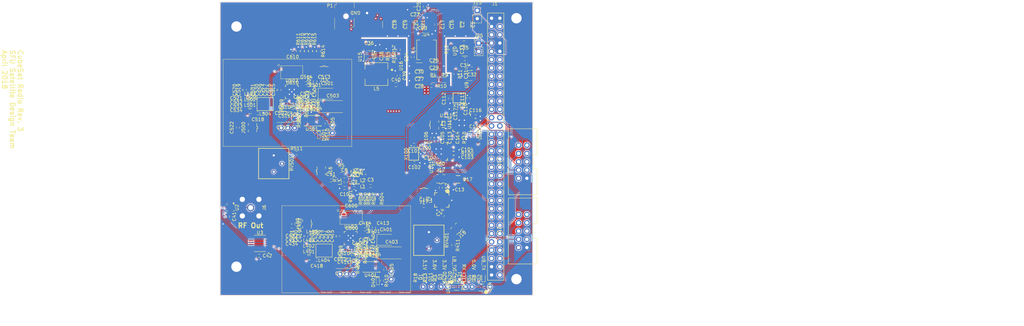
<source format=kicad_pcb>
(kicad_pcb (version 4) (host pcbnew 4.0.7-e2-6376~58~ubuntu16.04.1)
  (layers (0 F.Cu signal) (1 GND.Cu power) (2 PWR.Cu power) (31 B.Cu signal) (35 F.Paste user) (36 B.SilkS user) (37 F.SilkS user) (38 B.Mask user) (39 F.Mask user) (44 Edge.Cuts user))
  (net 0 "")
  (net 1 GND)
  (net 2 "Net-(C12-Pad2)")
  (net 3 "Net-(C14-Pad2)")
  (net 4 "Net-(C15-Pad2)")
  (net 5 "Net-(D2-Pad2)")
  (net 6 "Net-(D2-Pad1)")
  (net 7 "Net-(D3-Pad2)")
  (net 8 "Net-(J1-Pad7A)")
  (net 9 "Net-(J1-Pad8A)")
  (net 10 "Net-(J1-Pad9A)")
  (net 11 "Net-(J1-Pad10A)")
  (net 12 "Net-(J1-Pad11A)")
  (net 13 "Net-(J1-Pad12A)")
  (net 14 "Net-(J1-Pad13A)")
  (net 15 "Net-(J1-Pad14A)")
  (net 16 "Net-(J1-Pad15A)")
  (net 17 "Net-(J1-Pad16A)")
  (net 18 "Net-(J1-Pad17A)")
  (net 19 "Net-(J1-Pad18A)")
  (net 20 "Net-(J1-Pad19A)")
  (net 21 "Net-(J1-Pad20A)")
  (net 22 "Net-(J1-Pad21A)")
  (net 23 "Net-(J1-Pad22A)")
  (net 24 "Net-(J1-Pad23A)")
  (net 25 "Net-(J1-Pad24A)")
  (net 26 "Net-(J1-Pad25A)")
  (net 27 "Net-(J1-Pad26A)")
  (net 28 "Net-(J1-Pad27A)")
  (net 29 "Net-(J1-Pad30A)")
  (net 30 "Net-(J1-Pad31A)")
  (net 31 "Net-(J1-Pad4B)")
  (net 32 "Net-(J1-Pad5B)")
  (net 33 "Net-(J1-Pad6B)")
  (net 34 "Net-(J1-Pad7B)")
  (net 35 "Net-(J1-Pad8B)")
  (net 36 "Net-(J1-Pad11B)")
  (net 37 "Net-(J1-Pad13B)")
  (net 38 "Net-(J1-Pad14B)")
  (net 39 "Net-(J1-Pad15B)")
  (net 40 "Net-(J1-Pad16B)")
  (net 41 "Net-(J1-Pad19B)")
  (net 42 "Net-(J1-Pad20B)")
  (net 43 "Net-(J1-Pad21B)")
  (net 44 "Net-(J1-Pad22B)")
  (net 45 "Net-(J1-Pad23B)")
  (net 46 "Net-(J1-Pad24B)")
  (net 47 "Net-(J1-Pad25B)")
  (net 48 "Net-(J1-Pad26B)")
  (net 49 "Net-(J1-Pad27B)")
  (net 50 "Net-(J1-Pad28B)")
  (net 51 "Net-(J1-Pad30B)")
  (net 52 /SCLK)
  (net 53 /MOSI)
  (net 54 /MISO)
  (net 55 "Net-(R6-Pad2)")
  (net 56 "Net-(D11-Pad2)")
  (net 57 "Net-(C3-Pad1)")
  (net 58 /LB_LP_RX)
  (net 59 "Net-(C4-Pad1)")
  (net 60 "Net-(C10-Pad1)")
  (net 61 "Net-(C8-Pad1)")
  (net 62 "Net-(C8-Pad2)")
  (net 63 /LB_HP_RX)
  (net 64 "Net-(C11-Pad2)")
  (net 65 /LB_LP)
  (net 66 /3V3)
  (net 67 /LB_LP_TX)
  (net 68 "Net-(C39-Pad1)")
  (net 69 "Net-(C101-Pad2)")
  (net 70 "Net-(C102-Pad2)")
  (net 71 "Net-(C106-Pad1)")
  (net 72 "Net-(C111-Pad2)")
  (net 73 "Net-(C112-Pad2)")
  (net 74 "Net-(C116-Pad1)")
  (net 75 /PA_LB/VREG)
  (net 76 /3V6)
  (net 77 "Net-(C404-Pad1)")
  (net 78 "Net-(C405-Pad1)")
  (net 79 /PA_LB/PWR_SENSE)
  (net 80 /PA_LB/PWR_REF)
  (net 81 "Net-(C410-Pad1)")
  (net 82 "Net-(C413-Pad1)")
  (net 83 /PA_LB/IN)
  (net 84 /PA_LB/OUT)
  (net 85 "Net-(C418-Pad2)")
  (net 86 /LB_HP_TX)
  (net 87 /PA_UB/VREG)
  (net 88 "Net-(C504-Pad1)")
  (net 89 "Net-(C505-Pad1)")
  (net 90 /PA_UB/PWR_SENSE)
  (net 91 /PA_UB/PWR_REF)
  (net 92 "Net-(C510-Pad1)")
  (net 93 "Net-(C513-Pad1)")
  (net 94 /UB_LP)
  (net 95 /PA_UB/IN)
  (net 96 /PA_UB/OUT)
  (net 97 "Net-(C518-Pad2)")
  (net 98 /UB_HP_TX)
  (net 99 "Net-(D4-Pad2)")
  (net 100 "Net-(D4-Pad1)")
  (net 101 /PA_LB/GAIN)
  (net 102 "Net-(D420-Pad2)")
  (net 103 "Net-(D420-Pad1)")
  (net 104 "Net-(D421-Pad2)")
  (net 105 "Net-(D421-Pad1)")
  (net 106 /PA_UB/GAIN)
  (net 107 /SCL)
  (net 108 /SDA)
  (net 109 "Net-(J1-Pad10B)")
  (net 110 "Net-(J1-Pad9B)")
  (net 111 /PKT_RCV)
  (net 112 /~LB_CS)
  (net 113 "Net-(J6-Pad1)")
  (net 114 /3V1)
  (net 115 /5V0)
  (net 116 "Net-(J14-Pad1)")
  (net 117 "Net-(J16-Pad1)")
  (net 118 "Net-(J17-Pad1)")
  (net 119 "Net-(J18-Pad1)")
  (net 120 /CC1101_LB/OP_3.3)
  (net 121 /CC1101_UB/OP_3.3)
  (net 122 /LB_RX0TX1)
  (net 123 /UB_RX0TX1)
  (net 124 "Net-(J400-Pad1)")
  (net 125 "Net-(J402-Pad1)")
  (net 126 "Net-(J500-Pad1)")
  (net 127 "Net-(J502-Pad1)")
  (net 128 "Net-(L2-Pad1)")
  (net 129 "Net-(R15-Pad2)")
  (net 130 "Net-(R16-Pad2)")
  (net 131 "Net-(R100-Pad1)")
  (net 132 "Net-(R110-Pad1)")
  (net 133 "Net-(R405-Pad1)")
  (net 134 "Net-(R406-Pad1)")
  (net 135 "Net-(R505-Pad1)")
  (net 136 "Net-(R506-Pad1)")
  (net 137 /Temp_sense_LB/A0)
  (net 138 /Temp_sense_LB/A1)
  (net 139 /Temp_sense_LB/A2)
  (net 140 /Temp_sense_UB/A0)
  (net 141 /Temp_sense_UB/A1)
  (net 142 /Temp_sense_UB/A2)
  (net 143 /V1)
  (net 144 /V2)
  (net 145 /V3)
  (net 146 "Net-(U3-Pad7)")
  (net 147 "Net-(U3-Pad14)")
  (net 148 "Net-(U3-Pad12)")
  (net 149 "Net-(U3-Pad10)")
  (net 150 "Net-(U3-Pad11)")
  (net 151 "Net-(U3-Pad9)")
  (net 152 "Net-(U3-Pad13)")
  (net 153 "Net-(U5-Pad2)")
  (net 154 "Net-(U5-Pad8)")
  (net 155 /CC1101_LB/~RESET)
  (net 156 /CC1101_UB/GDO0)
  (net 157 /~UB_CS)
  (net 158 /CC1101_UB/~RESET)
  (net 159 "Net-(U100-Pad24)")
  (net 160 "Net-(U100-Pad17)")
  (net 161 /CC1101_LB/RF_P)
  (net 162 /CC1101_LB/RF_N)
  (net 163 "Net-(U100-Pad16)")
  (net 164 "Net-(U100-Pad27)")
  (net 165 "Net-(U110-Pad24)")
  (net 166 "Net-(U110-Pad17)")
  (net 167 /CC1101_UB/RF_P)
  (net 168 /CC1101_UB/RF_N)
  (net 169 "Net-(U110-Pad16)")
  (net 170 "Net-(U110-Pad27)")
  (net 171 "Net-(U402-Pad4)")
  (net 172 "Net-(U402-Pad20)")
  (net 173 "Net-(U402-Pad21)")
  (net 174 "Net-(U502-Pad4)")
  (net 175 "Net-(U502-Pad20)")
  (net 176 "Net-(U502-Pad21)")
  (net 177 "Net-(X100-Pad2)")
  (net 178 "Net-(X100-Pad4)")
  (net 179 "Net-(X110-Pad2)")
  (net 180 "Net-(X110-Pad4)")
  (net 181 /VIN)
  (net 182 "Net-(C22-Pad1)")
  (net 183 "Net-(C34-Pad1)")
  (net 184 "/5V Regulator/5V8")
  (net 185 /EN_3V6)
  (net 186 "/5V Regulator/SW_5V8")
  (net 187 "Net-(R11-Pad2)")
  (net 188 "Net-(R12-Pad1)")
  (net 189 "Net-(U9-Pad4)")
  (net 190 "Net-(U15-Pad4)")
  (net 191 "Net-(U600-Pad3)")
  (net 192 "Net-(U610-Pad3)")
  (net 193 "Net-(U4-Pad17)")
  (net 194 "Net-(U4-Pad19)")
  (net 195 "Net-(U17-Pad4)")
  (net 196 "Net-(U17-Pad1)")
  (net 197 "/3.3V Regulator/3V3OUT")
  (net 198 "/3.6V Regulator/BOOST")
  (net 199 "/3.6V Regulator/SW")
  (net 200 "/3.6V Regulator/FB")
  (net 201 "/3.6V Regulator/BIAS")
  (net 202 /LB_TEST_TX)
  (net 203 /UB_TEST_TX)
  (net 204 "Net-(D1-Pad2)")
  (module SFUSat:CC1101-Q1 (layer F.Cu) (at 179.49 104.26)
    (fp_text reference U100 (at 0 3.75) (layer F.SilkS))
    (fp_text value CC1101-Q1)
    (pad 9 smd rect (at -1.75 2.475) (size 0.28 0.85) (layers F.Cu F.Paste F.Mask) (net 66 /3V3))
    (pad 1 smd rect (at -2.475 -1.75) (size 0.85 0.28) (layers F.Cu F.Paste F.Mask) (net 1 GND))
    (pad 2 smd rect (at -2.475 -1.25) (size 0.85 0.28) (layers F.Cu F.Paste F.Mask) (net 71 "Net-(C106-Pad1)"))
    (pad 3 smd rect (at -2.475 -0.75) (size 0.85 0.28) (layers F.Cu F.Paste F.Mask) (net 111 /PKT_RCV))
    (pad 4 smd rect (at -2.475 -0.25) (size 0.85 0.28) (layers F.Cu F.Paste F.Mask) (net 112 /~LB_CS))
    (pad 5 smd rect (at -2.475 0.25) (size 0.85 0.28) (layers F.Cu F.Paste F.Mask) (net 69 "Net-(C101-Pad2)"))
    (pad 6 smd rect (at -2.475 0.75) (size 0.85 0.28) (layers F.Cu F.Paste F.Mask) (net 66 /3V3))
    (pad 7 smd rect (at -2.475 1.25) (size 0.85 0.28) (layers F.Cu F.Paste F.Mask) (net 70 "Net-(C102-Pad2)"))
    (pad 8 smd rect (at -2.475 1.75) (size 0.85 0.28) (layers F.Cu F.Paste F.Mask) (net 1 GND))
    (pad 24 smd rect (at 2.475 -1.75) (size 0.85 0.28) (layers F.Cu F.Paste F.Mask) (net 159 "Net-(U100-Pad24)"))
    (pad 23 smd rect (at 2.475 -1.25) (size 0.85 0.28) (layers F.Cu F.Paste F.Mask) (net 53 /MOSI))
    (pad 22 smd rect (at 2.475 -0.75) (size 0.85 0.28) (layers F.Cu F.Paste F.Mask) (net 1 GND))
    (pad 21 smd rect (at 2.475 -0.25) (size 0.85 0.28) (layers F.Cu F.Paste F.Mask) (net 66 /3V3))
    (pad 20 smd rect (at 2.475 0.25) (size 0.85 0.28) (layers F.Cu F.Paste F.Mask) (net 131 "Net-(R100-Pad1)"))
    (pad 19 smd rect (at 2.475 0.75) (size 0.85 0.28) (layers F.Cu F.Paste F.Mask) (net 1 GND))
    (pad 18 smd rect (at 2.475 1.25) (size 0.85 0.28) (layers F.Cu F.Paste F.Mask) (net 66 /3V3))
    (pad 17 smd rect (at 2.475 1.75) (size 0.85 0.28) (layers F.Cu F.Paste F.Mask) (net 160 "Net-(U100-Pad17)"))
    (pad 10 smd rect (at -1.25 2.475) (size 0.28 0.85) (layers F.Cu F.Paste F.Mask) (net 1 GND))
    (pad 11 smd rect (at -0.75 2.475) (size 0.28 0.85) (layers F.Cu F.Paste F.Mask) (net 66 /3V3))
    (pad 12 smd rect (at -0.25 2.475) (size 0.28 0.85) (layers F.Cu F.Paste F.Mask) (net 161 /CC1101_LB/RF_P))
    (pad 13 smd rect (at 0.25 2.475) (size 0.28 0.85) (layers F.Cu F.Paste F.Mask) (net 162 /CC1101_LB/RF_N))
    (pad 14 smd rect (at 0.75 2.475) (size 0.28 0.85) (layers F.Cu F.Paste F.Mask) (net 1 GND))
    (pad 15 smd rect (at 1.25 2.475) (size 0.28 0.85) (layers F.Cu F.Paste F.Mask) (net 66 /3V3))
    (pad 16 smd rect (at 1.75 2.475) (size 0.28 0.85) (layers F.Cu F.Paste F.Mask) (net 163 "Net-(U100-Pad16)"))
    (pad 32 smd rect (at -1.75 -2.475) (size 0.28 0.85) (layers F.Cu F.Paste F.Mask) (net 71 "Net-(C106-Pad1)"))
    (pad 31 smd rect (at -1.25 -2.475) (size 0.28 0.85) (layers F.Cu F.Paste F.Mask) (net 66 /3V3))
    (pad 30 smd rect (at -0.75 -2.475) (size 0.28 0.85) (layers F.Cu F.Paste F.Mask) (net 66 /3V3))
    (pad 29 smd rect (at -0.25 -2.475) (size 0.28 0.85) (layers F.Cu F.Paste F.Mask) (net 1 GND))
    (pad 28 smd rect (at 0.25 -2.475) (size 0.28 0.85) (layers F.Cu F.Paste F.Mask) (net 122 /LB_RX0TX1))
    (pad 27 smd rect (at 0.75 -2.475) (size 0.28 0.85) (layers F.Cu F.Paste F.Mask) (net 164 "Net-(U100-Pad27)"))
    (pad 26 smd rect (at 1.25 -2.475) (size 0.28 0.85) (layers F.Cu F.Paste F.Mask) (net 54 /MISO))
    (pad 25 smd rect (at 1.75 -2.475) (size 0.28 0.85) (layers F.Cu F.Paste F.Mask) (net 52 /SCLK))
    (pad 33 smd rect (at 0 0) (size 3.15 3.15) (layers F.Cu F.Mask) (net 1 GND))
  )
  (module SFUSat:C_0402 (layer F.Cu) (at 117.5 89.75 180)
    (fp_text reference C534 (at 0 -1.9 180) (layer F.SilkS))
    (fp_text value DNP)
    (pad 1 smd rect (at -0.525 0 180) (size 0.6 0.5) (layers F.Cu F.Paste F.Mask) (net 203 /UB_TEST_TX))
    (pad 2 smd rect (at 0.525 0 180) (size 0.6 0.5) (layers F.Cu F.Paste F.Mask) (net 1 GND))
  )
  (module SFUSat:TSSOP-8-3x3mm-SOT505-1 (layer F.Cu) (at 134.5 79)
    (fp_text reference U610 (at 0.2 4.2) (layer F.SilkS))
    (fp_text value STLM75)
    (pad 2 smd rect (at -2.175 0.725) (size 1.15 0.45) (layers F.Cu F.Paste F.Mask) (net 107 /SCL))
    (pad 1 smd rect (at -2.175 0) (size 1.15 0.6) (layers F.Cu F.Paste F.Mask) (net 108 /SDA))
    (pad 3 smd rect (at -2.175 1.375) (size 1.15 0.45) (layers F.Cu F.Paste F.Mask) (net 192 "Net-(U610-Pad3)"))
    (pad 4 smd rect (at -2.175 2.1) (size 1.15 0.6) (layers F.Cu F.Paste F.Mask) (net 1 GND))
    (pad 8 smd rect (at 2.175 0) (size 1.15 0.6) (layers F.Cu F.Paste F.Mask) (net 66 /3V3))
    (pad 7 smd rect (at 2.175 0.725) (size 1.15 0.45) (layers F.Cu F.Paste F.Mask) (net 140 /Temp_sense_UB/A0))
    (pad 6 smd rect (at 2.175 1.375) (size 1.15 0.45) (layers F.Cu F.Paste F.Mask) (net 141 /Temp_sense_UB/A1))
    (pad 5 smd rect (at 2.175 2.1) (size 1.15 0.6) (layers F.Cu F.Paste F.Mask) (net 142 /Temp_sense_UB/A2))
  )
  (module SFUSat:TP_TH_150 (layer F.Cu) (at 189.75 145.75 270)
    (fp_text reference J24 hide)
    (fp_text value TP_TH_150)
    (pad 1 thru_hole circle (at 0 0 270) (size 1.5 1.5) (drill 0.75) (layers *.Cu *.Mask) (net 115 /5V0))
  )
  (module SFUSat:TP_TH_150 (layer F.Cu) (at 195.25 145.75 270)
    (fp_text reference J23 hide)
    (fp_text value TP_TH_150)
    (pad 1 thru_hole circle (at 0 0 270) (size 1.5 1.5) (drill 0.75) (layers *.Cu *.Mask) (net 123 /UB_RX0TX1))
  )
  (module SFUSat:TP_TH_150 (layer F.Cu) (at 187.75 145.75 270)
    (fp_text reference J22 hide)
    (fp_text value TP_TH_150)
    (pad 1 thru_hole circle (at 0 0 270) (size 1.5 1.5) (drill 0.75) (layers *.Cu *.Mask) (net 111 /PKT_RCV))
  )
  (module SFUSat:TP_TH_150 (layer F.Cu) (at 182.25 145.75 270)
    (fp_text reference J21 hide)
    (fp_text value TP_TH_150)
    (pad 1 thru_hole circle (at 0 0 270) (size 1.5 1.5) (drill 0.75) (layers *.Cu *.Mask) (net 122 /LB_RX0TX1))
  )
  (module SFUSat:TP_TH_150 (layer F.Cu) (at 157.58 61.82)
    (fp_text reference J11 hide)
    (fp_text value TP_TH_150)
    (pad 1 thru_hole circle (at 0 0) (size 1.5 1.5) (drill 0.75) (layers *.Cu *.Mask) (net 1 GND))
  )
  (module SFUSat:TP_TH_150 (layer F.Cu) (at 148.92 107.42)
    (fp_text reference J10 hide)
    (fp_text value TP_TH_150)
    (pad 1 thru_hole circle (at 0 0) (size 1.5 1.5) (drill 0.75) (layers *.Cu *.Mask) (net 115 /5V0))
  )
  (module SFUSat:TP_TH_150 (layer F.Cu) (at 174.75 145.75 90)
    (fp_text reference J9 hide)
    (fp_text value TP_TH_150)
    (pad 1 thru_hole circle (at 0 0 90) (size 1.5 1.5) (drill 0.75) (layers *.Cu *.Mask) (net 114 /3V1))
  )
  (module SFUSat:TP_TH_150 (layer F.Cu) (at 180.25 145.75 270)
    (fp_text reference J8 hide)
    (fp_text value TP_TH_150)
    (pad 1 thru_hole circle (at 0 0 270) (size 1.5 1.5) (drill 0.75) (layers *.Cu *.Mask) (net 66 /3V3))
  )
  (module SFUSat:TP_TH_150 (layer F.Cu) (at 177.25 145.75 90)
    (fp_text reference J7 hide)
    (fp_text value TP_TH_150)
    (pad 1 thru_hole circle (at 0 0 90) (size 1.5 1.5) (drill 0.75) (layers *.Cu *.Mask) (net 76 /3V6))
  )
  (module SFUSat:CT6EP103 (layer F.Cu) (at 176.5 131.5 270)
    (fp_text reference RV401 (at 0 -5.5 270) (layer F.SilkS))
    (fp_text value CT6EP103)
    (pad 1 thru_hole circle (at 2.5 0 270) (size 1.25 1.25) (drill 0.65) (layers *.Cu *.Mask) (net 114 /3V1))
    (pad 2 thru_hole circle (at 0 -2.5 270) (size 1.25 1.25) (drill 0.65) (layers *.Cu *.Mask) (net 101 /PA_LB/GAIN))
    (pad 3 thru_hole circle (at -2.5 0 270) (size 1.25 1.25) (drill 0.65) (layers *.Cu *.Mask) (net 1 GND))
  )
  (module SFUSat:TP_TH_150 (layer F.Cu) (at 146.96 98.62 180)
    (fp_text reference J506 hide)
    (fp_text value TP_TH_150)
    (pad 1 thru_hole circle (at 0 0 180) (size 1.5 1.5) (drill 0.75) (layers *.Cu *.Mask) (net 106 /PA_UB/GAIN))
  )
  (module SFUSat:TP_TH_150 (layer F.Cu) (at 164.97 143.45 180)
    (fp_text reference J406 hide)
    (fp_text value TP_TH_150)
    (pad 1 thru_hole circle (at 0 0 180) (size 1.5 1.5) (drill 0.75) (layers *.Cu *.Mask) (net 101 /PA_LB/GAIN))
  )
  (module SFUSat:TP_TH_150 (layer F.Cu) (at 133.34 97.07 180)
    (fp_text reference J505 hide)
    (fp_text value TP_TH_150)
    (pad 1 thru_hole circle (at 0 0 180) (size 1.5 1.5) (drill 0.75) (layers *.Cu *.Mask) (net 91 /PA_UB/PWR_REF))
  )
  (module SFUSat:TP_TH_150 (layer F.Cu) (at 131.28 97.07 180)
    (fp_text reference J504 hide)
    (fp_text value TP_TH_150)
    (pad 1 thru_hole circle (at 0 0 180) (size 1.5 1.5) (drill 0.75) (layers *.Cu *.Mask) (net 90 /PA_UB/PWR_SENSE))
  )
  (module SFUSat:TP_TH_150 (layer F.Cu) (at 135.4 97.07 180)
    (fp_text reference J502 hide)
    (fp_text value TP_TH_150)
    (pad 1 thru_hole circle (at 0 0 180) (size 1.5 1.5) (drill 0.75) (layers *.Cu *.Mask) (net 127 "Net-(J502-Pad1)"))
  )
  (module SFUSat:TP_TH_150 (layer F.Cu) (at 146.96 96.22 180)
    (fp_text reference J501 hide)
    (fp_text value TP_TH_150)
    (pad 1 thru_hole circle (at 0 0 180) (size 1.5 1.5) (drill 0.75) (layers *.Cu *.Mask) (net 87 /PA_UB/VREG))
  )
  (module SFUSat:TP_TH_150 (layer F.Cu) (at 151.35 141.9 180)
    (fp_text reference J405 hide)
    (fp_text value TP_TH_150)
    (pad 1 thru_hole circle (at 0 0 180) (size 1.5 1.5) (drill 0.75) (layers *.Cu *.Mask) (net 80 /PA_LB/PWR_REF))
  )
  (module SFUSat:TP_TH_150 (layer F.Cu) (at 149.29 141.9 180)
    (fp_text reference J404 hide)
    (fp_text value TP_TH_150)
    (pad 1 thru_hole circle (at 0 0 180) (size 1.5 1.5) (drill 0.75) (layers *.Cu *.Mask) (net 79 /PA_LB/PWR_SENSE))
  )
  (module SFUSat:TP_TH_150 (layer F.Cu) (at 153.41 141.9 180)
    (fp_text reference J402 hide)
    (fp_text value TP_TH_150)
    (pad 1 thru_hole circle (at 0 0 180) (size 1.5 1.5) (drill 0.75) (layers *.Cu *.Mask) (net 125 "Net-(J402-Pad1)"))
  )
  (module SFUSat:TP_TH_150 (layer F.Cu) (at 164.97 141.05 180)
    (fp_text reference J401 hide)
    (fp_text value TP_TH_150)
    (pad 1 thru_hole circle (at 0 0 180) (size 1.5 1.5) (drill 0.75) (layers *.Cu *.Mask) (net 75 /PA_LB/VREG))
  )
  (module SFUSat:BMI-S-205-F (layer F.Cu) (at 133.19 89.36 270)
    (fp_text reference SH500 hide)
    (fp_text value BMI-S-205-F)
    (pad 1 smd rect (at -12.6 17.925 270) (size 1 3.05) (layers F.Cu F.Paste F.Mask) (net 1 GND))
    (pad 1 smd rect (at -11.575 18.95 270) (size 3.05 1) (layers F.Cu F.Paste F.Mask) (net 1 GND))
    (pad 2 smd rect (at -12.6 12.05 270) (size 1 3.05) (layers F.Cu F.Paste F.Mask) (net 1 GND))
    (pad 3 smd rect (at -12.6 6.05 270) (size 1 3.05) (layers F.Cu F.Paste F.Mask) (net 1 GND))
    (pad 4 smd rect (at -12.6 0.05 270) (size 1 3.05) (layers F.Cu F.Paste F.Mask) (net 1 GND))
    (pad 5 smd rect (at -12.6 -5.95 270) (size 1 3.05) (layers F.Cu F.Paste F.Mask) (net 1 GND))
    (pad 6 smd rect (at -12.6 -11.95 270) (size 1 3.05) (layers F.Cu F.Paste F.Mask) (net 1 GND))
    (pad 7 smd rect (at -11.575 -18.95 180) (size 1 3.05) (layers F.Cu F.Paste F.Mask) (net 1 GND))
    (pad 7 smd rect (at -12.6 -17.925 180) (size 3.05 1) (layers F.Cu F.Paste F.Mask) (net 1 GND))
    (pad 8 smd rect (at -5.6 -18.95 270) (size 3.05 1) (layers F.Cu F.Paste F.Mask) (net 1 GND))
    (pad 9 smd rect (at 0.4 -18.95 270) (size 3.05 1) (layers F.Cu F.Paste F.Mask) (net 1 GND))
    (pad 10 smd rect (at 6.4 -18.95 270) (size 3.05 1) (layers F.Cu F.Paste F.Mask) (net 1 GND))
    (pad 11 smd rect (at 11.575 -18.95 90) (size 3.05 1) (layers F.Cu F.Paste F.Mask) (net 1 GND))
    (pad 11 smd rect (at 12.6 -17.925 90) (size 1 3.05) (layers F.Cu F.Paste F.Mask) (net 1 GND))
    (pad 12 smd rect (at 12.6 -11.95 90) (size 1 3.05) (layers F.Cu F.Paste F.Mask) (net 1 GND))
    (pad 13 smd rect (at 12.6 -5.95 90) (size 1 3.05) (layers F.Cu F.Paste F.Mask) (net 1 GND))
    (pad 14 smd rect (at 12.6 0.05 90) (size 1 3.05) (layers F.Cu F.Paste F.Mask) (net 1 GND))
    (pad 15 smd rect (at 12.6 6.05 90) (size 1 3.05) (layers F.Cu F.Paste F.Mask) (net 1 GND))
    (pad 16 smd rect (at 12.6 12.05 90) (size 1 3.05) (layers F.Cu F.Paste F.Mask) (net 1 GND))
    (pad 17 smd rect (at 11.575 18.95) (size 1 3.05) (layers F.Cu F.Paste F.Mask) (net 1 GND))
    (pad 17 smd rect (at 12.6 17.925) (size 3.05 1) (layers F.Cu F.Paste F.Mask) (net 1 GND))
    (pad 18 smd rect (at 6.4 18.95 270) (size 3.05 1) (layers F.Cu F.Paste F.Mask) (net 1 GND))
    (pad 19 smd rect (at 0.4 18.95 270) (size 3.05 1) (layers F.Cu F.Paste F.Mask) (net 1 GND))
    (pad 20 smd rect (at -5.6 18.95 270) (size 3.05 1) (layers F.Cu F.Paste F.Mask) (net 1 GND))
  )
  (module SFUSat:BMI-S-205-F (layer F.Cu) (at 151.2 134.245 270)
    (fp_text reference SH400 hide)
    (fp_text value BMI-S-205-F)
    (pad 1 smd rect (at -12.6 17.925 270) (size 1 3.05) (layers F.Cu F.Paste F.Mask) (net 1 GND))
    (pad 1 smd rect (at -11.575 18.95 270) (size 3.05 1) (layers F.Cu F.Paste F.Mask) (net 1 GND))
    (pad 2 smd rect (at -12.6 12.05 270) (size 1 3.05) (layers F.Cu F.Paste F.Mask) (net 1 GND))
    (pad 3 smd rect (at -12.6 6.05 270) (size 1 3.05) (layers F.Cu F.Paste F.Mask) (net 1 GND))
    (pad 4 smd rect (at -12.6 0.05 270) (size 1 3.05) (layers F.Cu F.Paste F.Mask) (net 1 GND))
    (pad 5 smd rect (at -12.6 -5.95 270) (size 1 3.05) (layers F.Cu F.Paste F.Mask) (net 1 GND))
    (pad 6 smd rect (at -12.6 -11.95 270) (size 1 3.05) (layers F.Cu F.Paste F.Mask) (net 1 GND))
    (pad 7 smd rect (at -11.575 -18.95 180) (size 1 3.05) (layers F.Cu F.Paste F.Mask) (net 1 GND))
    (pad 7 smd rect (at -12.6 -17.925 180) (size 3.05 1) (layers F.Cu F.Paste F.Mask) (net 1 GND))
    (pad 8 smd rect (at -5.6 -18.95 270) (size 3.05 1) (layers F.Cu F.Paste F.Mask) (net 1 GND))
    (pad 9 smd rect (at 0.4 -18.95 270) (size 3.05 1) (layers F.Cu F.Paste F.Mask) (net 1 GND))
    (pad 10 smd rect (at 6.4 -18.95 270) (size 3.05 1) (layers F.Cu F.Paste F.Mask) (net 1 GND))
    (pad 11 smd rect (at 11.575 -18.95 90) (size 3.05 1) (layers F.Cu F.Paste F.Mask) (net 1 GND))
    (pad 11 smd rect (at 12.6 -17.925 90) (size 1 3.05) (layers F.Cu F.Paste F.Mask) (net 1 GND))
    (pad 12 smd rect (at 12.6 -11.95 90) (size 1 3.05) (layers F.Cu F.Paste F.Mask) (net 1 GND))
    (pad 13 smd rect (at 12.6 -5.95 90) (size 1 3.05) (layers F.Cu F.Paste F.Mask) (net 1 GND))
    (pad 14 smd rect (at 12.6 0.05 90) (size 1 3.05) (layers F.Cu F.Paste F.Mask) (net 1 GND))
    (pad 15 smd rect (at 12.6 6.05 90) (size 1 3.05) (layers F.Cu F.Paste F.Mask) (net 1 GND))
    (pad 16 smd rect (at 12.6 12.05 90) (size 1 3.05) (layers F.Cu F.Paste F.Mask) (net 1 GND))
    (pad 17 smd rect (at 11.575 18.95) (size 1 3.05) (layers F.Cu F.Paste F.Mask) (net 1 GND))
    (pad 17 smd rect (at 12.6 17.925) (size 3.05 1) (layers F.Cu F.Paste F.Mask) (net 1 GND))
    (pad 18 smd rect (at 6.4 18.95 270) (size 3.05 1) (layers F.Cu F.Paste F.Mask) (net 1 GND))
    (pad 19 smd rect (at 0.4 18.95 270) (size 3.05 1) (layers F.Cu F.Paste F.Mask) (net 1 GND))
    (pad 20 smd rect (at -5.6 18.95 270) (size 3.05 1) (layers F.Cu F.Paste F.Mask) (net 1 GND))
  )
  (module SFUSat:12-UFQFN-PAD (layer F.Cu) (at 115.74 121.46 270)
    (fp_text reference U2 (at 0 -2 270) (layer F.SilkS))
    (fp_text value SKY13345-368LF)
    (pad 13 smd rect (at 0 0 270) (size 0.92 0.92) (layers F.Cu F.Paste F.Mask) (net 1 GND))
    (pad 10 smd rect (at 0.4 -0.93) (size 0.44 0.2) (layers F.Cu F.Paste F.Mask) (net 1 GND))
    (pad 7 smd rect (at 0.93 0.4 270) (size 0.44 0.2) (layers F.Cu F.Paste F.Mask) (net 66 /3V3))
    (pad 4 smd rect (at -0.4 0.93) (size 0.44 0.2) (layers F.Cu F.Paste F.Mask) (net 143 /V1))
    (pad 1 smd rect (at -0.93 -0.4 270) (size 0.44 0.2) (layers F.Cu F.Paste F.Mask) (net 63 /LB_HP_RX))
    (pad 2 smd rect (at -0.93 0 270) (size 0.44 0.2) (layers F.Cu F.Paste F.Mask) (net 1 GND))
    (pad 3 smd rect (at -0.93 0.4 270) (size 0.44 0.2) (layers F.Cu F.Paste F.Mask) (net 98 /UB_HP_TX))
    (pad 5 smd rect (at 0 0.93) (size 0.44 0.2) (layers F.Cu F.Paste F.Mask) (net 144 /V2))
    (pad 6 smd rect (at 0.4 0.93) (size 0.44 0.2) (layers F.Cu F.Paste F.Mask) (net 145 /V3))
    (pad 8 smd rect (at 0.93 0 270) (size 0.44 0.2) (layers F.Cu F.Paste F.Mask) (net 1 GND))
    (pad 9 smd rect (at 0.93 -0.4 270) (size 0.44 0.2) (layers F.Cu F.Paste F.Mask) (net 86 /LB_HP_TX))
    (pad 11 smd rect (at 0 -0.93) (size 0.44 0.2) (layers F.Cu F.Paste F.Mask) (net 113 "Net-(J6-Pad1)"))
    (pad 12 smd rect (at -0.4 -0.93) (size 0.44 0.2) (layers F.Cu F.Paste F.Mask) (net 1 GND))
  )
  (module SFUSat:TSSOP-8-3x3mm-SOT505-1 (layer F.Cu) (at 152.672844 123.595)
    (fp_text reference U600 (at 0.2 4.2) (layer F.SilkS))
    (fp_text value STLM75)
    (pad 2 smd rect (at -2.175 0.725) (size 1.15 0.45) (layers F.Cu F.Paste F.Mask) (net 107 /SCL))
    (pad 1 smd rect (at -2.175 0) (size 1.15 0.6) (layers F.Cu F.Paste F.Mask) (net 108 /SDA))
    (pad 3 smd rect (at -2.175 1.375) (size 1.15 0.45) (layers F.Cu F.Paste F.Mask) (net 191 "Net-(U600-Pad3)"))
    (pad 4 smd rect (at -2.175 2.1) (size 1.15 0.6) (layers F.Cu F.Paste F.Mask) (net 1 GND))
    (pad 8 smd rect (at 2.175 0) (size 1.15 0.6) (layers F.Cu F.Paste F.Mask) (net 66 /3V3))
    (pad 7 smd rect (at 2.175 0.725) (size 1.15 0.45) (layers F.Cu F.Paste F.Mask) (net 137 /Temp_sense_LB/A0))
    (pad 6 smd rect (at 2.175 1.375) (size 1.15 0.45) (layers F.Cu F.Paste F.Mask) (net 138 /Temp_sense_LB/A1))
    (pad 5 smd rect (at 2.175 2.1) (size 1.15 0.6) (layers F.Cu F.Paste F.Mask) (net 139 /Temp_sense_LB/A2))
  )
  (module SFUSat:WSON-6 (layer F.Cu) (at 166.2 78.04)
    (fp_text reference U16 (at 1.75 0 90) (layer F.SilkS))
    (fp_text value TPS71750DSER)
    (pad 2 smd rect (at 0 0.575) (size 0.28 0.75) (layers F.Cu F.Paste F.Mask) (net 1 GND))
    (pad 3 smd rect (at 0.5 0.575) (size 0.28 0.75) (layers F.Cu F.Paste F.Mask) (net 68 "Net-(C39-Pad1)"))
    (pad 1 smd rect (at -0.5 0.575) (size 0.28 0.75) (layers F.Cu F.Paste F.Mask) (net 115 /5V0))
    (pad 6 smd rect (at -0.5 -0.575) (size 0.28 0.75) (layers F.Cu F.Paste F.Mask) (net 184 "/5V Regulator/5V8"))
    (pad 5 smd rect (at 0 -0.575) (size 0.28 0.75) (layers F.Cu F.Paste F.Mask) (net 1 GND))
    (pad 4 smd rect (at 0.5 -0.575) (size 0.28 0.75) (layers F.Cu F.Paste F.Mask) (net 184 "/5V Regulator/5V8"))
  )
  (module SFUSat:WSON-10 (layer F.Cu) (at 158.2 75.29 270)
    (fp_text reference U15 (at 0 2.8 270) (layer F.SilkS))
    (fp_text value TPS62175DQCR)
    (pad EP smd rect (at 0 0 270) (size 0.84 2.4) (layers F.Cu F.Paste F.Mask) (net 1 GND))
    (pad 9 smd rect (at 0.95 -0.5 270) (size 0.5 0.25) (layers F.Cu F.Paste F.Mask) (net 186 "/5V Regulator/SW_5V8"))
    (pad 8 smd rect (at 0.95 0 270) (size 0.5 0.25) (layers F.Cu F.Paste F.Mask) (net 184 "/5V Regulator/5V8"))
    (pad 10 smd rect (at 0.95 -1 270) (size 0.5 0.25) (layers F.Cu F.Paste F.Mask) (net 184 "/5V Regulator/5V8"))
    (pad 7 smd rect (at 0.95 0.5 270) (size 0.5 0.25) (layers F.Cu F.Paste F.Mask) (net 129 "Net-(R15-Pad2)"))
    (pad 6 smd rect (at 0.95 1 270) (size 0.5 0.25) (layers F.Cu F.Paste F.Mask) (net 1 GND))
    (pad 5 smd rect (at -0.95 1 270) (size 0.5 0.25) (layers F.Cu F.Paste F.Mask) (net 130 "Net-(R16-Pad2)"))
    (pad 2 smd rect (at -0.95 -0.5 270) (size 0.5 0.25) (layers F.Cu F.Paste F.Mask) (net 181 /VIN))
    (pad 3 smd rect (at -0.95 0 270) (size 0.5 0.25) (layers F.Cu F.Paste F.Mask) (net 181 /VIN))
    (pad 1 smd rect (at -0.95 -1 270) (size 0.5 0.25) (layers F.Cu F.Paste F.Mask) (net 1 GND))
    (pad 4 smd rect (at -0.95 0.5 270) (size 0.5 0.25) (layers F.Cu F.Paste F.Mask) (net 190 "Net-(U15-Pad4)"))
  )
  (module SFUSat:PDSO-G5 (layer F.Cu) (at 187.5 73.48 270)
    (fp_text reference U10 (at 0 3.048 270) (layer F.SilkS))
    (fp_text value TPS799)
    (pad 5 smd rect (at -0.95 -1.35 270) (size 0.75 1.24) (layers F.Cu F.Paste F.Mask) (net 197 "/3.3V Regulator/3V3OUT"))
    (pad 4 smd rect (at 0.95 -1.35 270) (size 0.75 1.24) (layers F.Cu F.Paste F.Mask) (net 183 "Net-(C34-Pad1)"))
    (pad 1 smd rect (at -0.95 1.35 270) (size 0.75 1.24) (layers F.Cu F.Paste F.Mask) (net 76 /3V6))
    (pad 3 smd rect (at 0.95 1.35 270) (size 0.75 1.24) (layers F.Cu F.Paste F.Mask) (net 188 "Net-(R12-Pad1)"))
    (pad 2 smd rect (at 0 1.35 270) (size 0.75 1.24) (layers F.Cu F.Paste F.Mask) (net 1 GND))
  )
  (module SFUSat-ind:SLF7045 (layer F.Cu) (at 160.45 80.54)
    (fp_text reference L5 (at 0 4.5) (layer F.SilkS))
    (fp_text value 10uH)
    (pad 2 smd rect (at 3.15 0) (size 1.5 2.2) (layers F.Cu F.Paste F.Mask) (net 184 "/5V Regulator/5V8"))
    (pad 1 smd rect (at -3.15 0) (size 1.5 2.2) (layers F.Cu F.Paste F.Mask) (net 186 "/5V Regulator/SW_5V8"))
  )
  (module SFUSat-ind:SLF6045 (layer F.Cu) (at 175.8 73.09 270)
    (fp_text reference L4 (at 0 4 270) (layer F.SilkS))
    (fp_text value 10uH)
    (pad 2 smd rect (at 2.75 0 270) (size 1.5 2.2) (layers F.Cu F.Paste F.Mask) (net 76 /3V6))
    (pad 1 smd rect (at -2.75 0 270) (size 1.5 2.2) (layers F.Cu F.Paste F.Mask) (net 199 "/3.6V Regulator/SW"))
  )
  (module SFUSat-cap:C_0402 (layer F.Cu) (at 118.05 96.96 90)
    (fp_text reference C522 (at 0 -1.9 90) (layer F.SilkS))
    (fp_text value 39pF)
    (pad 1 smd rect (at -0.525 0 90) (size 0.6 0.5) (layers F.Cu F.Paste F.Mask) (net 98 /UB_HP_TX))
    (pad 2 smd rect (at 0.525 0 90) (size 0.6 0.5) (layers F.Cu F.Paste F.Mask) (net 203 /UB_TEST_TX))
  )
  (module SFUSat-cap:C_0402 (layer F.Cu) (at 135 126.5 270)
    (fp_text reference C422 (at 0 -1.9 270) (layer F.SilkS))
    (fp_text value 39pF)
    (pad 1 smd rect (at -0.525 0 270) (size 0.6 0.5) (layers F.Cu F.Paste F.Mask) (net 86 /LB_HP_TX))
    (pad 2 smd rect (at 0.525 0 270) (size 0.6 0.5) (layers F.Cu F.Paste F.Mask) (net 202 /LB_TEST_TX))
  )
  (module SFUSat:SOT_23_5 (layer F.Cu) (at 188.949898 81.033344 270)
    (fp_text reference U9 (at 2.875 0.875 270) (layer F.SilkS))
    (fp_text value TLV702)
    (pad 2 smd rect (at 0 1.35 270) (size 0.6 1.05) (layers F.Cu F.Paste F.Mask) (net 1 GND))
    (pad 1 smd rect (at -0.95 1.35 270) (size 0.6 1.05) (layers F.Cu F.Paste F.Mask) (net 76 /3V6))
    (pad 3 smd rect (at 0.95 1.35 270) (size 0.6 1.05) (layers F.Cu F.Paste F.Mask) (net 187 "Net-(R11-Pad2)"))
    (pad 4 smd rect (at 0.95 -1.35 270) (size 0.6 1.05) (layers F.Cu F.Paste F.Mask) (net 189 "Net-(U9-Pad4)"))
    (pad 5 smd rect (at -0.95 -1.35 270) (size 0.6 1.05) (layers F.Cu F.Paste F.Mask) (net 114 /3V1))
  )
  (module SFUSat:LMS3635AQRNLTQ1 (layer F.Cu) (at 175.8 64.59)
    (fp_text reference U4 (at 0 3.81) (layer F.SilkS))
    (fp_text value LMS3635AQRNLRQ1)
    (pad 1 smd rect (at -1.9 -2) (size 0.6 0.4) (layers F.Cu F.Paste F.Mask) (net 182 "Net-(C22-Pad1)"))
    (pad 2 smd rect (at -1.9 -1.425) (size 0.6 0.25) (layers F.Cu F.Paste F.Mask) (net 198 "/3.6V Regulator/BOOST"))
    (pad 3 smd rect (at -1.9 -0.575) (size 0.6 0.25) (layers F.Cu F.Paste F.Mask) (net 1 GND))
    (pad 4 smd rect (at -1.7 0.25) (size 1 0.4) (layers F.Cu F.Paste F.Mask) (net 181 /VIN))
    (pad 5 smd rect (at -1.9 1.175) (size 0.6 0.25) (layers F.Cu F.Paste F.Mask) (net 1 GND))
    (pad 6 smd rect (at -1.9 1.675) (size 0.6 0.25) (layers F.Cu F.Paste F.Mask) (net 1 GND))
    (pad 7 smd rect (at -1.9 2.175) (size 0.6 0.25) (layers F.Cu F.Paste F.Mask) (net 1 GND))
    (pad 8 smd rect (at -1 1.875) (size 0.4 1.65) (layers F.Cu F.Paste F.Mask) (net 1 GND))
    (pad 9 smd rect (at 0 1.125) (size 0.4 3.15) (layers F.Cu F.Paste F.Mask) (net 199 "/3.6V Regulator/SW"))
    (pad 10 smd rect (at 1 1.875) (size 0.4 1.65) (layers F.Cu F.Paste F.Mask) (net 1 GND))
    (pad 11 smd rect (at 1.9 2.175) (size 0.6 0.25) (layers F.Cu F.Paste F.Mask) (net 1 GND))
    (pad 12 smd rect (at 1.9 1.675) (size 0.6 0.25) (layers F.Cu F.Paste F.Mask) (net 1 GND))
    (pad 13 smd rect (at 1.9 1.175) (size 0.6 0.25) (layers F.Cu F.Paste F.Mask) (net 1 GND))
    (pad 14 smd rect (at 1.7 0.25) (size 1 0.4) (layers F.Cu F.Paste F.Mask) (net 181 /VIN))
    (pad 15 smd rect (at 1.9 -0.575) (size 0.6 0.25) (layers F.Cu F.Paste F.Mask) (net 181 /VIN))
    (pad 16 smd rect (at 1.9 -1.425) (size 0.6 0.25) (layers F.Cu F.Paste F.Mask) (net 1 GND))
    (pad 17 smd rect (at 1.9 -2) (size 0.6 0.4) (layers F.Cu F.Paste F.Mask) (net 193 "Net-(U4-Pad17)"))
    (pad 18 smd rect (at 1 -2.325) (size 0.25 0.75) (layers F.Cu F.Paste F.Mask) (net 185 /EN_3V6))
    (pad 19 smd rect (at 0.5 -2.325) (size 0.25 0.75) (layers F.Cu F.Paste F.Mask) (net 194 "Net-(U4-Pad19)"))
    (pad 20 smd rect (at 0 -2.325) (size 0.25 0.75) (layers F.Cu F.Paste F.Mask) (net 1 GND))
    (pad 21 smd rect (at -0.5 -2.325) (size 0.25 0.75) (layers F.Cu F.Paste F.Mask) (net 200 "/3.6V Regulator/FB"))
    (pad 22 smd rect (at -1 -2.325) (size 0.25 0.75) (layers F.Cu F.Paste F.Mask) (net 201 "/3.6V Regulator/BIAS"))
  )
  (module SFUSat:R_0402 (layer F.Cu) (at 183.25 72.98 90)
    (fp_text reference R12 (at 0 -1.35 90) (layer F.SilkS))
    (fp_text value 1k)
    (pad 1 smd rect (at -0.45 0 90) (size 0.4 0.6) (layers F.Cu F.Paste F.Mask) (net 188 "Net-(R12-Pad1)"))
    (pad 2 smd rect (at 0.45 0 90) (size 0.4 0.6) (layers F.Cu F.Paste F.Mask) (net 76 /3V6))
  )
  (module SFUSat:R_0402 (layer F.Cu) (at 184.734898 80.558344 270)
    (fp_text reference R11 (at 0 -1.35 270) (layer F.SilkS))
    (fp_text value 1K)
    (pad 1 smd rect (at -0.45 0 270) (size 0.4 0.6) (layers F.Cu F.Paste F.Mask) (net 76 /3V6))
    (pad 2 smd rect (at 0.45 0 270) (size 0.4 0.6) (layers F.Cu F.Paste F.Mask) (net 187 "Net-(R11-Pad2)"))
  )
  (module SFUSat-res:R_0402 (layer F.Cu) (at 177.3 84.09 180)
    (fp_text reference R10 (at -3.2 -0.16 180) (layer F.SilkS))
    (fp_text value 3.01R)
    (pad 1 smd rect (at -0.45 0 180) (size 0.4 0.6) (layers F.Cu F.Paste F.Mask) (net 201 "/3.6V Regulator/BIAS"))
    (pad 2 smd rect (at 0.45 0 180) (size 0.4 0.6) (layers F.Cu F.Paste F.Mask) (net 76 /3V6))
  )
  (module SFUSat-res:R_0805 (layer F.Cu) (at 181.3 82.34)
    (fp_text reference R9 (at 0 -1.5) (layer F.SilkS))
    (fp_text value 19K1)
    (pad 1 smd rect (at -1 0) (size 1 1.25) (layers F.Cu F.Paste F.Mask) (net 200 "/3.6V Regulator/FB"))
    (pad 2 smd rect (at 1 0) (size 1 1.25) (layers F.Cu F.Paste F.Mask) (net 1 GND))
  )
  (module SFUSat-res:R_0805 (layer F.Cu) (at 177.8 82.34)
    (fp_text reference R4 (at 0 -1.5) (layer F.SilkS))
    (fp_text value 49k9)
    (pad 1 smd rect (at -1 0) (size 1 1.25) (layers F.Cu F.Paste F.Mask) (net 76 /3V6))
    (pad 2 smd rect (at 1 0) (size 1 1.25) (layers F.Cu F.Paste F.Mask) (net 200 "/3.6V Regulator/FB"))
  )
  (module SFUSat:C_0402 (layer F.Cu) (at 120.18 85.42 90)
    (fp_text reference C519 (at 0 -1.9 90) (layer F.SilkS))
    (fp_text value DNP)
    (pad 1 smd rect (at -0.525 0 90) (size 0.6 0.5) (layers F.Cu F.Paste F.Mask) (net 203 /UB_TEST_TX))
    (pad 2 smd rect (at 0.525 0 90) (size 0.6 0.5) (layers F.Cu F.Paste F.Mask) (net 1 GND))
  )
  (module SFUSat-cap:C_TANT_1411 (layer F.Cu) (at 131.735 93.71 180)
    (fp_text reference C512 (at 0 -3.15 180) (layer F.SilkS))
    (fp_text value 10uF)
    (pad 1 smd rect (at -1.525 0 180) (size 1.95 2.5) (layers F.Cu F.Paste F.Mask) (net 87 /PA_UB/VREG))
    (pad 2 smd rect (at 1.525 0 180) (size 1.95 2.5) (layers F.Cu F.Paste F.Mask) (net 1 GND))
  )
  (module SFUSat-cap:C_TANT_2312 (layer F.Cu) (at 147.09 90.53)
    (fp_text reference C503 (at 0 -3.35) (layer F.SilkS))
    (fp_text value 10uF)
    (pad 1 smd rect (at -2.525 0) (size 2.55 2.5) (layers F.Cu F.Paste F.Mask) (net 76 /3V6))
    (pad 2 smd rect (at 2.525 0) (size 2.55 2.5) (layers F.Cu F.Paste F.Mask) (net 1 GND))
  )
  (module SFUSat-cap:C_TANT_1411 (layer F.Cu) (at 145.38 86.54)
    (fp_text reference C501 (at 0 -3.15) (layer F.SilkS))
    (fp_text value 10uF)
    (pad 1 smd rect (at -1.525 0) (size 1.95 2.5) (layers F.Cu F.Paste F.Mask) (net 87 /PA_UB/VREG))
    (pad 2 smd rect (at 1.525 0) (size 1.95 2.5) (layers F.Cu F.Paste F.Mask) (net 1 GND))
  )
  (module SFUSat-cap:C_0402 (layer F.Cu) (at 138.94 130.25 90)
    (fp_text reference C419 (at 0 -1.9 90) (layer F.SilkS))
    (fp_text value 27pF)
    (pad 1 smd rect (at -0.525 0 90) (size 0.6 0.5) (layers F.Cu F.Paste F.Mask) (net 202 /LB_TEST_TX))
    (pad 2 smd rect (at 0.525 0 90) (size 0.6 0.5) (layers F.Cu F.Paste F.Mask) (net 1 GND))
  )
  (module SFUSat-cap:C_0402 (layer F.Cu) (at 162.42 128.16)
    (fp_text reference C413 (at 0 -1.9) (layer F.SilkS))
    (fp_text value 39pF)
    (pad 1 smd rect (at -0.525 0) (size 0.6 0.5) (layers F.Cu F.Paste F.Mask) (net 82 "Net-(C413-Pad1)"))
    (pad 2 smd rect (at 0.525 0) (size 0.6 0.5) (layers F.Cu F.Paste F.Mask) (net 67 /LB_LP_TX))
  )
  (module SFUSat-cap:C_TANT_1411 (layer F.Cu) (at 149.745 138.54 180)
    (fp_text reference C412 (at 0 -3.15 180) (layer F.SilkS))
    (fp_text value 10uF)
    (pad 1 smd rect (at -1.525 0 180) (size 1.95 2.5) (layers F.Cu F.Paste F.Mask) (net 75 /PA_LB/VREG))
    (pad 2 smd rect (at 1.525 0 180) (size 1.95 2.5) (layers F.Cu F.Paste F.Mask) (net 1 GND))
  )
  (module SFUSat-cap:C_TANT_2312 (layer F.Cu) (at 165.1 135.36)
    (fp_text reference C403 (at 0 -3.35) (layer F.SilkS))
    (fp_text value 10uF)
    (pad 1 smd rect (at -2.525 0) (size 2.55 2.5) (layers F.Cu F.Paste F.Mask) (net 76 /3V6))
    (pad 2 smd rect (at 2.525 0) (size 2.55 2.5) (layers F.Cu F.Paste F.Mask) (net 1 GND))
  )
  (module SFUSat-cap:C_TANT_1411 (layer F.Cu) (at 163.39 131.37)
    (fp_text reference C401 (at 0 -3.15) (layer F.SilkS))
    (fp_text value 10uF)
    (pad 1 smd rect (at -1.525 0) (size 1.95 2.5) (layers F.Cu F.Paste F.Mask) (net 75 /PA_LB/VREG))
    (pad 2 smd rect (at 1.525 0) (size 1.95 2.5) (layers F.Cu F.Paste F.Mask) (net 1 GND))
  )
  (module SFUSat-cap:C_0805 (layer F.Cu) (at 158.2 72.54)
    (fp_text reference C36 (at 0 -1.5) (layer F.SilkS))
    (fp_text value 2.2uF)
    (pad 1 smd rect (at -1 0) (size 1 1.25) (layers F.Cu F.Paste F.Mask) (net 181 /VIN))
    (pad 2 smd rect (at 1 0) (size 1 1.25) (layers F.Cu F.Paste F.Mask) (net 1 GND))
  )
  (module SFUSat:C_0603 (layer F.Cu) (at 187.25 70.98 180)
    (fp_text reference C35 (at 0 -1.5 180) (layer F.SilkS))
    (fp_text value 2.2uF)
    (pad 1 smd rect (at -0.75 0 180) (size 0.8 0.75) (layers F.Cu F.Paste F.Mask) (net 197 "/3.3V Regulator/3V3OUT"))
    (pad 2 smd rect (at 0.75 0 180) (size 0.8 0.75) (layers F.Cu F.Paste F.Mask) (net 1 GND))
  )
  (module SFUSat:C_0402 (layer F.Cu) (at 187.5 75.93 180)
    (fp_text reference C34 (at 0 -1.9 180) (layer F.SilkS))
    (fp_text value DNP)
    (pad 1 smd rect (at -0.525 0 180) (size 0.6 0.5) (layers F.Cu F.Paste F.Mask) (net 183 "Net-(C34-Pad1)"))
    (pad 2 smd rect (at 0.525 0 180) (size 0.6 0.5) (layers F.Cu F.Paste F.Mask) (net 1 GND))
  )
  (module SFUSat:C_0402 (layer F.Cu) (at 184.75 73.005 270)
    (fp_text reference C33 (at 0 -1.9 270) (layer F.SilkS))
    (fp_text value 100nF)
    (pad 1 smd rect (at -0.525 0 270) (size 0.6 0.5) (layers F.Cu F.Paste F.Mask) (net 76 /3V6))
    (pad 2 smd rect (at 0.525 0 270) (size 0.6 0.5) (layers F.Cu F.Paste F.Mask) (net 1 GND))
  )
  (module SFUSat:C_0402 (layer F.Cu) (at 189.67 78.82 180)
    (fp_text reference C32 (at 0 -1.9 180) (layer F.SilkS))
    (fp_text value 1uF)
    (pad 1 smd rect (at -0.525 0 180) (size 0.6 0.5) (layers F.Cu F.Paste F.Mask) (net 114 /3V1))
    (pad 2 smd rect (at 0.525 0 180) (size 0.6 0.5) (layers F.Cu F.Paste F.Mask) (net 1 GND))
  )
  (module SFUSat:C_0402 (layer F.Cu) (at 185.984898 80.608344 270)
    (fp_text reference C31 (at 0 -1.9 270) (layer F.SilkS))
    (fp_text value 1uF)
    (pad 1 smd rect (at -0.525 0 270) (size 0.6 0.5) (layers F.Cu F.Paste F.Mask) (net 76 /3V6))
    (pad 2 smd rect (at 0.525 0 270) (size 0.6 0.5) (layers F.Cu F.Paste F.Mask) (net 1 GND))
  )
  (module SFUSat-cap:C_1206 (layer F.Cu) (at 178.05 80.34)
    (fp_text reference C29 (at 0 -1.75) (layer F.SilkS))
    (fp_text value 47uF)
    (pad 1 smd rect (at -1.5 0) (size 1 1.6) (layers F.Cu F.Paste F.Mask) (net 76 /3V6))
    (pad 2 smd rect (at 1.5 0) (size 1 1.6) (layers F.Cu F.Paste F.Mask) (net 1 GND))
  )
  (module SFUSat-cap:C_1206 (layer F.Cu) (at 173.55 82.59 180)
    (fp_text reference C28 (at 0 -1.75 180) (layer F.SilkS))
    (fp_text value 47uF)
    (pad 1 smd rect (at -1.5 0 180) (size 1 1.6) (layers F.Cu F.Paste F.Mask) (net 76 /3V6))
    (pad 2 smd rect (at 1.5 0 180) (size 1 1.6) (layers F.Cu F.Paste F.Mask) (net 1 GND))
  )
  (module SFUSat-cap:C_1206 (layer F.Cu) (at 173.55 80.34 180)
    (fp_text reference C27 (at 0 -1.75 180) (layer F.SilkS))
    (fp_text value 47uF)
    (pad 1 smd rect (at -1.5 0 180) (size 1 1.6) (layers F.Cu F.Paste F.Mask) (net 76 /3V6))
    (pad 2 smd rect (at 1.5 0 180) (size 1 1.6) (layers F.Cu F.Paste F.Mask) (net 1 GND))
  )
  (module SFUSat-cap:C_1206 (layer F.Cu) (at 178.05 78.09)
    (fp_text reference C26 (at 0 -1.75) (layer F.SilkS))
    (fp_text value 47uF)
    (pad 1 smd rect (at -1.5 0) (size 1 1.6) (layers F.Cu F.Paste F.Mask) (net 76 /3V6))
    (pad 2 smd rect (at 1.5 0) (size 1 1.6) (layers F.Cu F.Paste F.Mask) (net 1 GND))
  )
  (module SFUSat-cap:C_0402 (layer F.Cu) (at 175.3 59.84 90)
    (fp_text reference C25 (at 0 -1.9 90) (layer F.SilkS))
    (fp_text value 100nF)
    (pad 1 smd rect (at -0.525 0 90) (size 0.6 0.5) (layers F.Cu F.Paste F.Mask) (net 201 "/3.6V Regulator/BIAS"))
    (pad 2 smd rect (at 0.525 0 90) (size 0.6 0.5) (layers F.Cu F.Paste F.Mask) (net 1 GND))
  )
  (module SFUSat-cap:C_0402 (layer F.Cu) (at 171.55 75.34 90)
    (fp_text reference C24 (at 0 -1.9 90) (layer F.SilkS))
    (fp_text value 680pF)
    (pad 1 smd rect (at -0.525 0 90) (size 0.6 0.5) (layers F.Cu F.Paste F.Mask) (net 76 /3V6))
    (pad 2 smd rect (at 0.525 0 90) (size 0.6 0.5) (layers F.Cu F.Paste F.Mask) (net 200 "/3.6V Regulator/FB"))
  )
  (module SFUSat-cap:C_0805 (layer F.Cu) (at 172.22 60.8 180)
    (fp_text reference C22 (at 0 -1.5 180) (layer F.SilkS))
    (fp_text value 4.7uF)
    (pad 1 smd rect (at -1 0 180) (size 1 1.25) (layers F.Cu F.Paste F.Mask) (net 182 "Net-(C22-Pad1)"))
    (pad 2 smd rect (at 1 0 180) (size 1 1.25) (layers F.Cu F.Paste F.Mask) (net 1 GND))
  )
  (module SFUSat-cap:C_0402 (layer F.Cu) (at 172.8 65.34 270)
    (fp_text reference C21 (at 0 -1.9 270) (layer F.SilkS))
    (fp_text value 1nF)
    (pad 1 smd rect (at -0.525 0 270) (size 0.6 0.5) (layers F.Cu F.Paste F.Mask) (net 181 /VIN))
    (pad 2 smd rect (at 0.525 0 270) (size 0.6 0.5) (layers F.Cu F.Paste F.Mask) (net 1 GND))
  )
  (module SFUSat-cap:C_1210 (layer F.Cu) (at 170.3 65.34 270)
    (fp_text reference C20 (at 0 -2.25 270) (layer F.SilkS))
    (fp_text value 10uF)
    (pad 1 smd rect (at -1.8 0 270) (size 1.4 2.9) (layers F.Cu F.Paste F.Mask) (net 181 /VIN))
    (pad 2 smd rect (at 1.8 0 270) (size 1.4 2.9) (layers F.Cu F.Paste F.Mask) (net 1 GND))
  )
  (module SFUSat-cap:C_1210 (layer F.Cu) (at 163.8 65.34 270)
    (fp_text reference C18 (at 0 -2.25 270) (layer F.SilkS))
    (fp_text value 10uF)
    (pad 1 smd rect (at -1.8 0 270) (size 1.4 2.9) (layers F.Cu F.Paste F.Mask) (net 181 /VIN))
    (pad 2 smd rect (at 1.8 0 270) (size 1.4 2.9) (layers F.Cu F.Paste F.Mask) (net 1 GND))
  )
  (module SFUSat-cap:C_0402 (layer F.Cu) (at 178.8 65.34 270)
    (fp_text reference C17 (at 0 -1.9 270) (layer F.SilkS))
    (fp_text value 1nF)
    (pad 1 smd rect (at -0.525 0 270) (size 0.6 0.5) (layers F.Cu F.Paste F.Mask) (net 181 /VIN))
    (pad 2 smd rect (at 0.525 0 270) (size 0.6 0.5) (layers F.Cu F.Paste F.Mask) (net 1 GND))
  )
  (module SFUSat-cap:C_1210 (layer F.Cu) (at 181.3 65.34 270)
    (fp_text reference C16 (at 0 -2.25 270) (layer F.SilkS))
    (fp_text value 10uF)
    (pad 1 smd rect (at -1.8 0 270) (size 1.4 2.9) (layers F.Cu F.Paste F.Mask) (net 181 /VIN))
    (pad 2 smd rect (at 1.8 0 270) (size 1.4 2.9) (layers F.Cu F.Paste F.Mask) (net 1 GND))
  )
  (module SFUSat-cap:C_1210 (layer F.Cu) (at 184.55 65.34 270)
    (fp_text reference C2 (at 0 -2.25 270) (layer F.SilkS))
    (fp_text value 10uF)
    (pad 1 smd rect (at -1.8 0 270) (size 1.4 2.9) (layers F.Cu F.Paste F.Mask) (net 181 /VIN))
    (pad 2 smd rect (at 1.8 0 270) (size 1.4 2.9) (layers F.Cu F.Paste F.Mask) (net 1 GND))
  )
  (module SFUSat-cap:C_1210 (layer F.Cu) (at 187.8 65.34 270)
    (fp_text reference C1 (at 0 -2.25 270) (layer F.SilkS))
    (fp_text value 10uF)
    (pad 1 smd rect (at -1.8 0 270) (size 1.4 2.9) (layers F.Cu F.Paste F.Mask) (net 181 /VIN))
    (pad 2 smd rect (at 1.8 0 270) (size 1.4 2.9) (layers F.Cu F.Paste F.Mask) (net 1 GND))
  )
  (module SFUSat:QFN-24 (layer F.Cu) (at 152.54 130.82 180)
    (fp_text reference U402 (at 0 3.5 180) (layer F.SilkS))
    (fp_text value RF6886)
    (pad CP smd rect (at -0.725 0.725 180) (size 1.125 1.125) (layers F.Cu F.Paste) (net 1 GND))
    (pad CP smd rect (at -0.725 -0.725 180) (size 1.125 1.125) (layers F.Cu F.Paste) (net 1 GND))
    (pad CP smd rect (at 0.725 -0.725 180) (size 1.125 1.125) (layers F.Cu F.Paste) (net 1 GND))
    (pad 6 smd rect (at -1.864 1.25 180) (size 0.528 0.26) (layers F.Cu F.Paste F.Mask) (net 83 /PA_LB/IN))
    (pad 5 smd rect (at -1.864 0.75 180) (size 0.528 0.26) (layers F.Cu F.Paste F.Mask) (net 77 "Net-(C404-Pad1)"))
    (pad 4 smd rect (at -1.864 0.25 180) (size 0.528 0.26) (layers F.Cu F.Paste F.Mask) (net 171 "Net-(U402-Pad4)"))
    (pad 3 smd rect (at -1.864 -0.25 180) (size 0.528 0.26) (layers F.Cu F.Paste F.Mask) (net 76 /3V6))
    (pad 2 smd rect (at -1.864 -0.75 180) (size 0.528 0.26) (layers F.Cu F.Paste F.Mask) (net 76 /3V6))
    (pad 1 smd rect (at -1.864 -1.25 180) (size 0.528 0.26) (layers F.Cu F.Paste F.Mask) (net 76 /3V6))
    (pad 18 smd rect (at 1.864 -1.25 180) (size 0.528 0.26) (layers F.Cu F.Paste F.Mask) (net 84 /PA_LB/OUT))
    (pad 17 smd rect (at 1.864 -0.75 180) (size 0.528 0.26) (layers F.Cu F.Paste F.Mask) (net 84 /PA_LB/OUT))
    (pad 16 smd rect (at 1.864 -0.25 180) (size 0.528 0.26) (layers F.Cu F.Paste F.Mask) (net 84 /PA_LB/OUT))
    (pad 13 smd rect (at 1.864 1.25 180) (size 0.528 0.26) (layers F.Cu F.Paste F.Mask) (net 84 /PA_LB/OUT))
    (pad 14 smd rect (at 1.864 0.75 180) (size 0.528 0.26) (layers F.Cu F.Paste F.Mask) (net 84 /PA_LB/OUT))
    (pad 19 smd rect (at 1.25 -1.864 180) (size 0.26 0.528) (layers F.Cu F.Paste F.Mask) (net 81 "Net-(C410-Pad1)"))
    (pad 20 smd rect (at 0.75 -1.864 180) (size 0.26 0.528) (layers F.Cu F.Paste F.Mask) (net 172 "Net-(U402-Pad20)"))
    (pad 21 smd rect (at 0.25 -1.864 180) (size 0.26 0.528) (layers F.Cu F.Paste F.Mask) (net 173 "Net-(U402-Pad21)"))
    (pad 22 smd rect (at -0.25 -1.864 180) (size 0.26 0.528) (layers F.Cu F.Paste F.Mask) (net 76 /3V6))
    (pad 23 smd rect (at -0.75 -1.864 180) (size 0.26 0.528) (layers F.Cu F.Paste F.Mask) (net 79 /PA_LB/PWR_SENSE))
    (pad 24 smd rect (at -1.25 -1.864 180) (size 0.26 0.528) (layers F.Cu F.Paste F.Mask) (net 80 /PA_LB/PWR_REF))
    (pad 7 smd rect (at -1.25 1.864 180) (size 0.26 0.528) (layers F.Cu F.Paste F.Mask) (net 1 GND))
    (pad 8 smd rect (at -0.75 1.864 180) (size 0.26 0.528) (layers F.Cu F.Paste F.Mask) (net 1 GND))
    (pad 9 smd rect (at -0.25 1.864 180) (size 0.26 0.528) (layers F.Cu F.Paste F.Mask) (net 1 GND))
    (pad 12 smd rect (at 1.25 1.864 180) (size 0.26 0.528) (layers F.Cu F.Paste F.Mask) (net 1 GND))
    (pad 11 smd rect (at 0.75 1.864 180) (size 0.26 0.528) (layers F.Cu F.Paste F.Mask) (net 1 GND))
    (pad 10 smd rect (at 0.25 1.864 180) (size 0.26 0.528) (layers F.Cu F.Paste F.Mask) (net 1 GND))
    (pad 15 smd rect (at 1.864 0.25 180) (size 0.528 0.26) (layers F.Cu F.Paste F.Mask) (net 84 /PA_LB/OUT))
    (pad CP smd rect (at 0 0 180) (size 2.7 2.7) (layers F.Cu F.Mask) (net 1 GND))
    (pad CP smd rect (at 0.725 0.725 180) (size 1.125 1.125) (layers F.Cu F.Paste) (net 1 GND))
  )
  (module SFUSat:QFN-24 (layer F.Cu) (at 134.53 85.99 180)
    (fp_text reference U502 (at 0 3.5 180) (layer F.SilkS))
    (fp_text value RF6886)
    (pad CP smd rect (at -0.725 0.725 180) (size 1.125 1.125) (layers F.Cu F.Paste) (net 1 GND))
    (pad CP smd rect (at -0.725 -0.725 180) (size 1.125 1.125) (layers F.Cu F.Paste) (net 1 GND))
    (pad CP smd rect (at 0.725 -0.725 180) (size 1.125 1.125) (layers F.Cu F.Paste) (net 1 GND))
    (pad 6 smd rect (at -1.864 1.25 180) (size 0.528 0.26) (layers F.Cu F.Paste F.Mask) (net 95 /PA_UB/IN))
    (pad 5 smd rect (at -1.864 0.75 180) (size 0.528 0.26) (layers F.Cu F.Paste F.Mask) (net 88 "Net-(C504-Pad1)"))
    (pad 4 smd rect (at -1.864 0.25 180) (size 0.528 0.26) (layers F.Cu F.Paste F.Mask) (net 174 "Net-(U502-Pad4)"))
    (pad 3 smd rect (at -1.864 -0.25 180) (size 0.528 0.26) (layers F.Cu F.Paste F.Mask) (net 76 /3V6))
    (pad 2 smd rect (at -1.864 -0.75 180) (size 0.528 0.26) (layers F.Cu F.Paste F.Mask) (net 76 /3V6))
    (pad 1 smd rect (at -1.864 -1.25 180) (size 0.528 0.26) (layers F.Cu F.Paste F.Mask) (net 76 /3V6))
    (pad 18 smd rect (at 1.864 -1.25 180) (size 0.528 0.26) (layers F.Cu F.Paste F.Mask) (net 96 /PA_UB/OUT))
    (pad 17 smd rect (at 1.864 -0.75 180) (size 0.528 0.26) (layers F.Cu F.Paste F.Mask) (net 96 /PA_UB/OUT))
    (pad 16 smd rect (at 1.864 -0.25 180) (size 0.528 0.26) (layers F.Cu F.Paste F.Mask) (net 96 /PA_UB/OUT))
    (pad 13 smd rect (at 1.864 1.25 180) (size 0.528 0.26) (layers F.Cu F.Paste F.Mask) (net 96 /PA_UB/OUT))
    (pad 14 smd rect (at 1.864 0.75 180) (size 0.528 0.26) (layers F.Cu F.Paste F.Mask) (net 96 /PA_UB/OUT))
    (pad 19 smd rect (at 1.25 -1.864 180) (size 0.26 0.528) (layers F.Cu F.Paste F.Mask) (net 92 "Net-(C510-Pad1)"))
    (pad 20 smd rect (at 0.75 -1.864 180) (size 0.26 0.528) (layers F.Cu F.Paste F.Mask) (net 175 "Net-(U502-Pad20)"))
    (pad 21 smd rect (at 0.25 -1.864 180) (size 0.26 0.528) (layers F.Cu F.Paste F.Mask) (net 176 "Net-(U502-Pad21)"))
    (pad 22 smd rect (at -0.25 -1.864 180) (size 0.26 0.528) (layers F.Cu F.Paste F.Mask) (net 76 /3V6))
    (pad 23 smd rect (at -0.75 -1.864 180) (size 0.26 0.528) (layers F.Cu F.Paste F.Mask) (net 90 /PA_UB/PWR_SENSE))
    (pad 24 smd rect (at -1.25 -1.864 180) (size 0.26 0.528) (layers F.Cu F.Paste F.Mask) (net 91 /PA_UB/PWR_REF))
    (pad 7 smd rect (at -1.25 1.864 180) (size 0.26 0.528) (layers F.Cu F.Paste F.Mask) (net 1 GND))
    (pad 8 smd rect (at -0.75 1.864 180) (size 0.26 0.528) (layers F.Cu F.Paste F.Mask) (net 1 GND))
    (pad 9 smd rect (at -0.25 1.864 180) (size 0.26 0.528) (layers F.Cu F.Paste F.Mask) (net 1 GND))
    (pad 12 smd rect (at 1.25 1.864 180) (size 0.26 0.528) (layers F.Cu F.Paste F.Mask) (net 1 GND))
    (pad 11 smd rect (at 0.75 1.864 180) (size 0.26 0.528) (layers F.Cu F.Paste F.Mask) (net 1 GND))
    (pad 10 smd rect (at 0.25 1.864 180) (size 0.26 0.528) (layers F.Cu F.Paste F.Mask) (net 1 GND))
    (pad 15 smd rect (at 1.864 0.25 180) (size 0.528 0.26) (layers F.Cu F.Paste F.Mask) (net 96 /PA_UB/OUT))
    (pad CP smd rect (at 0 0 180) (size 2.7 2.7) (layers F.Cu F.Mask) (net 1 GND))
    (pad CP smd rect (at 0.725 0.725 180) (size 1.125 1.125) (layers F.Cu F.Paste) (net 1 GND))
  )
  (module SFUSat:PESD57zx (layer F.Cu) (at 142.86 99.19 270)
    (fp_text reference D501 (at 0 -1.5 270) (layer F.SilkS))
    (fp_text value PESD5Zx)
    (pad 1 smd rect (at -0.55 0 270) (size 0.8 0.6) (layers F.Cu F.Paste F.Mask) (net 106 /PA_UB/GAIN))
    (pad 2 smd rect (at 0.55 0 270) (size 0.8 0.6) (layers F.Cu F.Paste F.Mask) (net 1 GND))
  )
  (module SFUSat:PESD57zx (layer F.Cu) (at 160.87 144.02 270)
    (fp_text reference D401 (at 0 1.39 270) (layer F.SilkS))
    (fp_text value PESD5Zx)
    (pad 1 smd rect (at -0.55 0 270) (size 0.8 0.6) (layers F.Cu F.Paste F.Mask) (net 101 /PA_LB/GAIN))
    (pad 2 smd rect (at 0.55 0 270) (size 0.8 0.6) (layers F.Cu F.Paste F.Mask) (net 1 GND))
  )
  (module SFUSat-res:R_0402 (layer F.Cu) (at 192 99.5)
    (fp_text reference R2 (at 0 -1.35) (layer F.SilkS))
    (fp_text value 1k0-DNP)
    (pad 1 smd rect (at -0.45 0) (size 0.4 0.6) (layers F.Cu F.Paste F.Mask) (net 66 /3V3))
    (pad 2 smd rect (at 0.45 0) (size 0.4 0.6) (layers F.Cu F.Paste F.Mask) (net 107 /SCL))
  )
  (module SFUSat-res:R_0402 (layer F.Cu) (at 192 101.25)
    (fp_text reference R1 (at 0 -1.35) (layer F.SilkS))
    (fp_text value 1k0-DNP)
    (pad 1 smd rect (at -0.45 0) (size 0.4 0.6) (layers F.Cu F.Paste F.Mask) (net 66 /3V3))
    (pad 2 smd rect (at 0.45 0) (size 0.4 0.6) (layers F.Cu F.Paste F.Mask) (net 108 /SDA))
  )
  (module SFUSat-cap:C_1206 (layer F.Cu) (at 173.55 78.09 180)
    (fp_text reference C30 (at 0 -1.75 180) (layer F.SilkS))
    (fp_text value 47uF)
    (pad 1 smd rect (at -1.5 0 180) (size 1 1.6) (layers F.Cu F.Paste F.Mask) (net 76 /3V6))
    (pad 2 smd rect (at 1.5 0 180) (size 1 1.6) (layers F.Cu F.Paste F.Mask) (net 1 GND))
  )
  (module SFUSat:NX3225GA (layer F.Cu) (at 185.8 87.86)
    (fp_text reference X110 (at 0 2.35) (layer F.SilkS))
    (fp_text value NX3225GA)
    (pad 2 smd rect (at -1.1 -0.8) (size 1.4 1.2) (layers F.Cu F.Paste F.Mask) (net 179 "Net-(X110-Pad2)"))
    (pad 1 smd rect (at 1.1 -0.8) (size 1.4 1.2) (layers F.Cu F.Paste F.Mask) (net 72 "Net-(C111-Pad2)"))
    (pad 3 smd rect (at -1.1 0.8) (size 1.4 1.2) (layers F.Cu F.Paste F.Mask) (net 73 "Net-(C112-Pad2)"))
    (pad 4 smd rect (at 1.1 0.8) (size 1.4 1.2) (layers F.Cu F.Paste F.Mask) (net 180 "Net-(X110-Pad4)"))
  )
  (module SFUSat:NX3225GA (layer F.Cu) (at 171.87 105.03 90)
    (fp_text reference X100 (at 0 -2.32 90) (layer F.SilkS))
    (fp_text value NX3225GA)
    (pad 2 smd rect (at -1.1 -0.8 90) (size 1.4 1.2) (layers F.Cu F.Paste F.Mask) (net 177 "Net-(X100-Pad2)"))
    (pad 1 smd rect (at 1.1 -0.8 90) (size 1.4 1.2) (layers F.Cu F.Paste F.Mask) (net 69 "Net-(C101-Pad2)"))
    (pad 3 smd rect (at -1.1 0.8 90) (size 1.4 1.2) (layers F.Cu F.Paste F.Mask) (net 70 "Net-(C102-Pad2)"))
    (pad 4 smd rect (at 1.1 0.8 90) (size 1.4 1.2) (layers F.Cu F.Paste F.Mask) (net 178 "Net-(X100-Pad4)"))
  )
  (module SFUSat:TSSOP-8_4.4x3mm_Pitch0.65mm (layer F.Cu) (at 140.67 94.85 180)
    (fp_text reference U501 (at 0 -2.55 180) (layer F.SilkS))
    (fp_text value LMV358)
    (pad 1 smd rect (at -2.95 -0.975 180) (size 1.45 0.45) (layers F.Cu F.Paste F.Mask) (net 87 /PA_UB/VREG))
    (pad 2 smd rect (at -2.95 -0.325 180) (size 1.45 0.45) (layers F.Cu F.Paste F.Mask) (net 89 "Net-(C505-Pad1)"))
    (pad 3 smd rect (at -2.95 0.325 180) (size 1.45 0.45) (layers F.Cu F.Paste F.Mask) (net 106 /PA_UB/GAIN))
    (pad 4 smd rect (at -2.95 0.975 180) (size 1.45 0.45) (layers F.Cu F.Paste F.Mask) (net 1 GND))
    (pad 5 smd rect (at 2.95 0.975 180) (size 1.45 0.45) (layers F.Cu F.Paste F.Mask) (net 136 "Net-(R506-Pad1)"))
    (pad 6 smd rect (at 2.95 0.325 180) (size 1.45 0.45) (layers F.Cu F.Paste F.Mask) (net 135 "Net-(R505-Pad1)"))
    (pad 7 smd rect (at 2.95 -0.325 180) (size 1.45 0.45) (layers F.Cu F.Paste F.Mask) (net 127 "Net-(J502-Pad1)"))
    (pad 8 smd rect (at 2.95 -0.975 180) (size 1.45 0.45) (layers F.Cu F.Paste F.Mask) (net 114 /3V1))
  )
  (module SFUSat:SINGLE_0402 (layer F.Cu) (at 119.02 96.97 270)
    (fp_text reference U500 hide)
    (fp_text value SINGLE_0402 hide)
    (pad 1 smd rect (at 0 0 270) (size 0.8 0.6) (layers F.Cu F.Paste F.Mask) (net 126 "Net-(J500-Pad1)"))
  )
  (module SFUSat:SOT-363 (layer F.Cu) (at 185 145.72 270)
    (fp_text reference U420 (at 0.2032 2.5908 270) (layer F.SilkS))
    (fp_text value 2N7002DW)
    (pad 1 smd rect (at -0.65 0.95 270) (size 0.42 0.6) (layers F.Cu F.Paste F.Mask) (net 1 GND))
    (pad 2 smd rect (at 0 0.95 270) (size 0.42 0.6) (layers F.Cu F.Paste F.Mask) (net 111 /PKT_RCV))
    (pad 3 smd rect (at 0.65 0.95 270) (size 0.42 0.6) (layers F.Cu F.Paste F.Mask) (net 103 "Net-(D420-Pad1)"))
    (pad 6 smd rect (at -0.65 -0.95 270) (size 0.42 0.6) (layers F.Cu F.Paste F.Mask) (net 105 "Net-(D421-Pad1)"))
    (pad 5 smd rect (at 0 -0.95 270) (size 0.42 0.6) (layers F.Cu F.Paste F.Mask) (net 122 /LB_RX0TX1))
    (pad 4 smd rect (at 0.65 -0.95 270) (size 0.42 0.6) (layers F.Cu F.Paste F.Mask) (net 1 GND))
  )
  (module SFUSat:TSSOP-8_4.4x3mm_Pitch0.65mm (layer F.Cu) (at 158.68 139.68 180)
    (fp_text reference U401 (at 0 -2.55 180) (layer F.SilkS))
    (fp_text value LMV358)
    (pad 1 smd rect (at -2.95 -0.975 180) (size 1.45 0.45) (layers F.Cu F.Paste F.Mask) (net 75 /PA_LB/VREG))
    (pad 2 smd rect (at -2.95 -0.325 180) (size 1.45 0.45) (layers F.Cu F.Paste F.Mask) (net 78 "Net-(C405-Pad1)"))
    (pad 3 smd rect (at -2.95 0.325 180) (size 1.45 0.45) (layers F.Cu F.Paste F.Mask) (net 101 /PA_LB/GAIN))
    (pad 4 smd rect (at -2.95 0.975 180) (size 1.45 0.45) (layers F.Cu F.Paste F.Mask) (net 1 GND))
    (pad 5 smd rect (at 2.95 0.975 180) (size 1.45 0.45) (layers F.Cu F.Paste F.Mask) (net 134 "Net-(R406-Pad1)"))
    (pad 6 smd rect (at 2.95 0.325 180) (size 1.45 0.45) (layers F.Cu F.Paste F.Mask) (net 133 "Net-(R405-Pad1)"))
    (pad 7 smd rect (at 2.95 -0.325 180) (size 1.45 0.45) (layers F.Cu F.Paste F.Mask) (net 125 "Net-(J402-Pad1)"))
    (pad 8 smd rect (at 2.95 -0.975 180) (size 1.45 0.45) (layers F.Cu F.Paste F.Mask) (net 114 /3V1))
  )
  (module SFUSat:SINGLE_0402 (layer F.Cu) (at 135.85 126.46 270)
    (fp_text reference U400 hide)
    (fp_text value SINGLE_0402 hide)
    (pad 1 smd rect (at 0 0 270) (size 0.8 0.6) (layers F.Cu F.Paste F.Mask) (net 124 "Net-(J400-Pad1)"))
  )
  (module SFUSat:U_0805-6 (layer F.Cu) (at 181.77 95.48 180)
    (fp_text reference U111 (at 0 2.25 180) (layer F.SilkS))
    (fp_text value 0915BM15A0001E)
    (pad 1 smd rect (at 0.65 -0.65 180) (size 0.35 0.8) (layers F.Cu F.Paste F.Mask) (net 94 /UB_LP))
    (pad 2 smd rect (at 0 -0.65 180) (size 0.35 0.8) (layers F.Cu F.Paste F.Mask) (net 1 GND))
    (pad 3 smd rect (at -0.65 -0.65 180) (size 0.35 0.8) (layers F.Cu F.Paste F.Mask) (net 168 /CC1101_UB/RF_N))
    (pad 6 smd rect (at 0.65 0.65 180) (size 0.35 0.8) (layers F.Cu F.Paste F.Mask) (net 1 GND))
    (pad 5 smd rect (at 0 0.65 180) (size 0.35 0.8) (layers F.Cu F.Paste F.Mask) (net 1 GND))
    (pad 4 smd rect (at -0.65 0.65 180) (size 0.35 0.8) (layers F.Cu F.Paste F.Mask) (net 167 /CC1101_UB/RF_P))
  )
  (module SFUSat:CC1101-Q1 (layer F.Cu) (at 186.57 95.48 270)
    (fp_text reference U110 (at 0 3.75 270) (layer F.SilkS))
    (fp_text value CC1101-Q1)
    (pad 9 smd rect (at -1.75 2.475 270) (size 0.28 0.85) (layers F.Cu F.Paste F.Mask) (net 66 /3V3))
    (pad 1 smd rect (at -2.475 -1.75 270) (size 0.85 0.28) (layers F.Cu F.Paste F.Mask) (net 1 GND))
    (pad 2 smd rect (at -2.475 -1.25 270) (size 0.85 0.28) (layers F.Cu F.Paste F.Mask) (net 74 "Net-(C116-Pad1)"))
    (pad 3 smd rect (at -2.475 -0.75 270) (size 0.85 0.28) (layers F.Cu F.Paste F.Mask) (net 156 /CC1101_UB/GDO0))
    (pad 4 smd rect (at -2.475 -0.25 270) (size 0.85 0.28) (layers F.Cu F.Paste F.Mask) (net 157 /~UB_CS))
    (pad 5 smd rect (at -2.475 0.25 270) (size 0.85 0.28) (layers F.Cu F.Paste F.Mask) (net 72 "Net-(C111-Pad2)"))
    (pad 6 smd rect (at -2.475 0.75 270) (size 0.85 0.28) (layers F.Cu F.Paste F.Mask) (net 66 /3V3))
    (pad 7 smd rect (at -2.475 1.25 270) (size 0.85 0.28) (layers F.Cu F.Paste F.Mask) (net 73 "Net-(C112-Pad2)"))
    (pad 8 smd rect (at -2.475 1.75 270) (size 0.85 0.28) (layers F.Cu F.Paste F.Mask) (net 1 GND))
    (pad 24 smd rect (at 2.475 -1.75 270) (size 0.85 0.28) (layers F.Cu F.Paste F.Mask) (net 165 "Net-(U110-Pad24)"))
    (pad 23 smd rect (at 2.475 -1.25 270) (size 0.85 0.28) (layers F.Cu F.Paste F.Mask) (net 53 /MOSI))
    (pad 22 smd rect (at 2.475 -0.75 270) (size 0.85 0.28) (layers F.Cu F.Paste F.Mask) (net 1 GND))
    (pad 21 smd rect (at 2.475 -0.25 270) (size 0.85 0.28) (layers F.Cu F.Paste F.Mask) (net 66 /3V3))
    (pad 20 smd rect (at 2.475 0.25 270) (size 0.85 0.28) (layers F.Cu F.Paste F.Mask) (net 132 "Net-(R110-Pad1)"))
    (pad 19 smd rect (at 2.475 0.75 270) (size 0.85 0.28) (layers F.Cu F.Paste F.Mask) (net 1 GND))
    (pad 18 smd rect (at 2.475 1.25 270) (size 0.85 0.28) (layers F.Cu F.Paste F.Mask) (net 66 /3V3))
    (pad 17 smd rect (at 2.475 1.75 270) (size 0.85 0.28) (layers F.Cu F.Paste F.Mask) (net 166 "Net-(U110-Pad17)"))
    (pad 10 smd rect (at -1.25 2.475 270) (size 0.28 0.85) (layers F.Cu F.Paste F.Mask) (net 1 GND))
    (pad 11 smd rect (at -0.75 2.475 270) (size 0.28 0.85) (layers F.Cu F.Paste F.Mask) (net 66 /3V3))
    (pad 12 smd rect (at -0.25 2.475 270) (size 0.28 0.85) (layers F.Cu F.Paste F.Mask) (net 167 /CC1101_UB/RF_P))
    (pad 13 smd rect (at 0.25 2.475 270) (size 0.28 0.85) (layers F.Cu F.Paste F.Mask) (net 168 /CC1101_UB/RF_N))
    (pad 14 smd rect (at 0.75 2.475 270) (size 0.28 0.85) (layers F.Cu F.Paste F.Mask) (net 1 GND))
    (pad 15 smd rect (at 1.25 2.475 270) (size 0.28 0.85) (layers F.Cu F.Paste F.Mask) (net 66 /3V3))
    (pad 16 smd rect (at 1.75 2.475 270) (size 0.28 0.85) (layers F.Cu F.Paste F.Mask) (net 169 "Net-(U110-Pad16)"))
    (pad 32 smd rect (at -1.75 -2.475 270) (size 0.28 0.85) (layers F.Cu F.Paste F.Mask) (net 74 "Net-(C116-Pad1)"))
    (pad 31 smd rect (at -1.25 -2.475 270) (size 0.28 0.85) (layers F.Cu F.Paste F.Mask) (net 66 /3V3))
    (pad 30 smd rect (at -0.75 -2.475 270) (size 0.28 0.85) (layers F.Cu F.Paste F.Mask) (net 66 /3V3))
    (pad 29 smd rect (at -0.25 -2.475 270) (size 0.28 0.85) (layers F.Cu F.Paste F.Mask) (net 1 GND))
    (pad 28 smd rect (at 0.25 -2.475 270) (size 0.28 0.85) (layers F.Cu F.Paste F.Mask) (net 123 /UB_RX0TX1))
    (pad 27 smd rect (at 0.75 -2.475 270) (size 0.28 0.85) (layers F.Cu F.Paste F.Mask) (net 170 "Net-(U110-Pad27)"))
    (pad 26 smd rect (at 1.25 -2.475 270) (size 0.28 0.85) (layers F.Cu F.Paste F.Mask) (net 54 /MISO))
    (pad 25 smd rect (at 1.75 -2.475 270) (size 0.28 0.85) (layers F.Cu F.Paste F.Mask) (net 52 /SCLK))
    (pad 33 smd rect (at 0 0 270) (size 3.15 3.15) (layers F.Cu F.Mask) (net 1 GND))
  )
  (module SFUSat:U_0805-6 (layer F.Cu) (at 179.49 109.06 270)
    (fp_text reference U101 (at 0 2.25 270) (layer F.SilkS))
    (fp_text value 0433BM15A0001)
    (pad 1 smd rect (at 0.65 -0.65 270) (size 0.35 0.8) (layers F.Cu F.Paste F.Mask) (net 65 /LB_LP))
    (pad 2 smd rect (at 0 -0.65 270) (size 0.35 0.8) (layers F.Cu F.Paste F.Mask) (net 1 GND))
    (pad 3 smd rect (at -0.65 -0.65 270) (size 0.35 0.8) (layers F.Cu F.Paste F.Mask) (net 162 /CC1101_LB/RF_N))
    (pad 6 smd rect (at 0.65 0.65 270) (size 0.35 0.8) (layers F.Cu F.Paste F.Mask) (net 1 GND))
    (pad 5 smd rect (at 0 0.65 270) (size 0.35 0.8) (layers F.Cu F.Paste F.Mask) (net 1 GND))
    (pad 4 smd rect (at -0.65 0.65 270) (size 0.35 0.8) (layers F.Cu F.Paste F.Mask) (net 161 /CC1101_LB/RF_P))
  )
  (module SFUSat:SOT-363 (layer F.Cu) (at 192.5 145.98 90)
    (fp_text reference U14 (at 0.2032 2.5908 90) (layer F.SilkS))
    (fp_text value 2N7002DW)
    (pad 1 smd rect (at -0.65 0.95 90) (size 0.42 0.6) (layers F.Cu F.Paste F.Mask) (net 1 GND))
    (pad 2 smd rect (at 0 0.95 90) (size 0.42 0.6) (layers F.Cu F.Paste F.Mask) (net 115 /5V0))
    (pad 3 smd rect (at 0.65 0.95 90) (size 0.42 0.6) (layers F.Cu F.Paste F.Mask) (net 6 "Net-(D2-Pad1)"))
    (pad 6 smd rect (at -0.65 -0.95 90) (size 0.42 0.6) (layers F.Cu F.Paste F.Mask) (net 100 "Net-(D4-Pad1)"))
    (pad 5 smd rect (at 0 -0.95 90) (size 0.42 0.6) (layers F.Cu F.Paste F.Mask) (net 123 /UB_RX0TX1))
    (pad 4 smd rect (at 0.65 -0.95 90) (size 0.42 0.6) (layers F.Cu F.Paste F.Mask) (net 1 GND))
  )
  (module SFUSat:Socket_Strip_Straight_2x05 (layer F.Cu) (at 205.23 107.42 90)
    (fp_text reference U13 (at 0 -7.239 90) (layer F.SilkS))
    (fp_text value CONN_02X05_SHRD)
    (pad 1 thru_hole rect (at -5.08 1.27 90) (size 1.7 1.7) (drill 1) (layers *.Cu *.Mask) (net 1 GND))
    (pad 2 thru_hole circle (at -5.08 -1.27 90) (size 1.7 1.7) (drill 1) (layers *.Cu *.Mask) (net 66 /3V3))
    (pad 3 thru_hole circle (at -2.54 1.27 90) (size 1.7 1.7) (drill 1) (layers *.Cu *.Mask) (net 123 /UB_RX0TX1))
    (pad 4 thru_hole circle (at -2.54 -1.27 90) (size 1.7 1.7) (drill 1) (layers *.Cu *.Mask) (net 156 /CC1101_UB/GDO0))
    (pad 5 thru_hole circle (at 0 1.27 90) (size 1.7 1.7) (drill 1) (layers *.Cu *.Mask) (net 157 /~UB_CS))
    (pad 6 thru_hole circle (at 0 -1.27 90) (size 1.7 1.7) (drill 1) (layers *.Cu *.Mask) (net 52 /SCLK))
    (pad 7 thru_hole oval (at 2.54 1.27 90) (size 1.7 1.7) (drill 1) (layers *.Cu *.Mask) (net 158 /CC1101_UB/~RESET))
    (pad 8 thru_hole circle (at 2.54 -1.27 90) (size 1.7 1.7) (drill 1) (layers *.Cu *.Mask) (net 53 /MOSI))
    (pad 9 thru_hole circle (at 5.08 1.27 90) (size 1.7 1.7) (drill 1) (layers *.Cu *.Mask) (net 121 /CC1101_UB/OP_3.3))
    (pad 10 thru_hole circle (at 5.08 -1.27 90) (size 1.7 1.7) (drill 1) (layers *.Cu *.Mask) (net 54 /MISO))
  )
  (module SFUSat:Socket_Strip_Straight_2x05 (layer F.Cu) (at 205.23 128.67 90)
    (fp_text reference U12 (at 0 -7.239 90) (layer F.SilkS))
    (fp_text value CONN_02X05_SHRD)
    (pad 1 thru_hole rect (at -5.08 1.27 90) (size 1.7 1.7) (drill 1) (layers *.Cu *.Mask) (net 1 GND))
    (pad 2 thru_hole circle (at -5.08 -1.27 90) (size 1.7 1.7) (drill 1) (layers *.Cu *.Mask) (net 66 /3V3))
    (pad 3 thru_hole circle (at -2.54 1.27 90) (size 1.7 1.7) (drill 1) (layers *.Cu *.Mask) (net 122 /LB_RX0TX1))
    (pad 4 thru_hole circle (at -2.54 -1.27 90) (size 1.7 1.7) (drill 1) (layers *.Cu *.Mask) (net 111 /PKT_RCV))
    (pad 5 thru_hole circle (at 0 1.27 90) (size 1.7 1.7) (drill 1) (layers *.Cu *.Mask) (net 112 /~LB_CS))
    (pad 6 thru_hole circle (at 0 -1.27 90) (size 1.7 1.7) (drill 1) (layers *.Cu *.Mask) (net 52 /SCLK))
    (pad 7 thru_hole oval (at 2.54 1.27 90) (size 1.7 1.7) (drill 1) (layers *.Cu *.Mask) (net 155 /CC1101_LB/~RESET))
    (pad 8 thru_hole circle (at 2.54 -1.27 90) (size 1.7 1.7) (drill 1) (layers *.Cu *.Mask) (net 53 /MOSI))
    (pad 9 thru_hole circle (at 5.08 1.27 90) (size 1.7 1.7) (drill 1) (layers *.Cu *.Mask) (net 120 /CC1101_LB/OP_3.3))
    (pad 10 thru_hole circle (at 5.08 -1.27 90) (size 1.7 1.7) (drill 1) (layers *.Cu *.Mask) (net 54 /MISO))
  )
  (module SFUSat:SINGLE_0402 (layer F.Cu) (at 174.97 120.21)
    (fp_text reference U11 hide)
    (fp_text value SINGLE_0402 hide)
    (pad 1 smd rect (at 0 0) (size 0.8 0.6) (layers F.Cu F.Paste F.Mask) (net 118 "Net-(J17-Pad1)"))
  )
  (module SFUSat:SINGLE_0402 (layer F.Cu) (at 181.5 124.5 225)
    (fp_text reference U8 hide)
    (fp_text value SINGLE_0402 hide)
    (pad 1 smd rect (at 0 0 225) (size 0.8 0.6) (layers F.Cu F.Paste F.Mask) (net 119 "Net-(J18-Pad1)"))
  )
  (module SFUSat:QFN-16_650P (layer F.Cu) (at 180.445 119.125 270)
    (fp_text reference U7 (at 0 3.5 270) (layer F.SilkS))
    (fp_text value SKY13372-467LF)
    (pad 1 smd rect (at -1.875 -0.975 270) (size 0.55 0.3) (layers F.Cu F.Paste F.Mask) (net 66 /3V3))
    (pad 2 smd rect (at -1.875 -0.325 270) (size 0.55 0.3) (layers F.Cu F.Paste F.Mask) (net 195 "Net-(U17-Pad4)"))
    (pad 3 smd rect (at -1.875 0.325 270) (size 0.55 0.3) (layers F.Cu F.Paste F.Mask) (net 2 "Net-(C12-Pad2)"))
    (pad 4 smd rect (at -1.875 0.975 270) (size 0.55 0.3) (layers F.Cu F.Paste F.Mask) (net 1 GND))
    (pad 5 smd rect (at -0.975 1.875) (size 0.55 0.3) (layers F.Cu F.Paste F.Mask) (net 1 GND))
    (pad 6 smd rect (at -0.325 1.875) (size 0.55 0.3) (layers F.Cu F.Paste F.Mask) (net 1 GND))
    (pad 7 smd rect (at 0.325 1.875) (size 0.55 0.3) (layers F.Cu F.Paste F.Mask) (net 1 GND))
    (pad 8 smd rect (at 0.975 1.875) (size 0.55 0.3) (layers F.Cu F.Paste F.Mask) (net 1 GND))
    (pad 9 smd rect (at 1.875 0.975 270) (size 0.55 0.3) (layers F.Cu F.Paste F.Mask) (net 4 "Net-(C15-Pad2)"))
    (pad 10 smd rect (at 1.875 0.325 270) (size 0.55 0.3) (layers F.Cu F.Paste F.Mask) (net 1 GND))
    (pad 11 smd rect (at 1.875 -0.325 270) (size 0.55 0.3) (layers F.Cu F.Paste F.Mask) (net 1 GND))
    (pad 12 smd rect (at 1.875 -0.975 270) (size 0.55 0.3) (layers F.Cu F.Paste F.Mask) (net 3 "Net-(C14-Pad2)"))
    (pad 13 smd rect (at 0.975 -1.875) (size 0.55 0.3) (layers F.Cu F.Paste F.Mask) (net 1 GND))
    (pad 14 smd rect (at 0.325 -1.875) (size 0.55 0.3) (layers F.Cu F.Paste F.Mask) (net 1 GND))
    (pad 15 smd rect (at -0.325 -1.875) (size 0.55 0.3) (layers F.Cu F.Paste F.Mask) (net 1 GND))
    (pad 16 smd rect (at -0.975 -1.875) (size 0.55 0.3) (layers F.Cu F.Paste F.Mask) (net 1 GND))
    (pad 17 smd rect (at 0 0) (size 2.7 2.7) (layers F.Cu F.Mask) (net 1 GND))
  )
  (module SFUSat:8-VFDFN (layer F.Cu) (at 153.45 113.06 180)
    (fp_text reference U5 (at 0 2.15 180) (layer F.SilkS))
    (fp_text value MML09211H)
    (pad 9 thru_hole circle (at 0 -0.61 180) (size 0.3 0.3) (drill 0.3) (layers *.Cu F.Mask) (net 1 GND))
    (pad 9 thru_hole circle (at 0 0 180) (size 0.3 0.3) (drill 0.3) (layers *.Cu F.Mask) (net 1 GND))
    (pad 9 thru_hole circle (at 0 0.58 180) (size 0.3 0.3) (drill 0.3) (layers *.Cu F.Mask) (net 1 GND))
    (pad 1 smd rect (at -0.9 -0.75 180) (size 0.6 0.3) (layers F.Cu F.Paste F.Mask) (net 128 "Net-(L2-Pad1)"))
    (pad 2 smd rect (at -0.9 -0.25 180) (size 0.6 0.3) (layers F.Cu F.Paste F.Mask) (net 153 "Net-(U5-Pad2)"))
    (pad 3 smd rect (at -0.9 0.25 180) (size 0.6 0.3) (layers F.Cu F.Paste F.Mask) (net 59 "Net-(C4-Pad1)"))
    (pad 4 smd rect (at -0.9 0.75 180) (size 0.6 0.3) (layers F.Cu F.Paste F.Mask) (net 55 "Net-(R6-Pad2)"))
    (pad 5 smd rect (at 0.9 0.75 180) (size 0.6 0.3) (layers F.Cu F.Paste F.Mask) (net 62 "Net-(C8-Pad2)"))
    (pad 6 smd rect (at 0.9 0.25 180) (size 0.6 0.3) (layers F.Cu F.Paste F.Mask) (net 64 "Net-(C11-Pad2)"))
    (pad 7 smd rect (at 0.9 -0.25 180) (size 0.6 0.3) (layers F.Cu F.Paste F.Mask) (net 64 "Net-(C11-Pad2)"))
    (pad 8 smd rect (at 0.9 -0.75 180) (size 0.6 0.3) (layers F.Cu F.Paste F.Mask) (net 154 "Net-(U5-Pad8)"))
    (pad 9 smd rect (at 0 0 180) (size 0.8 1.6) (layers F.Cu F.Paste F.Mask) (net 1 GND))
  )
  (module SFUSat:TSSOP-16 (layer F.Cu) (at 124.77 132.47 90)
    (fp_text reference U3 (at 3.28 0.01 180) (layer F.SilkS))
    (fp_text value CD4555BPWR)
    (pad 4 smd rect (at -0.325 2.7 90) (size 0.35 1.6) (layers F.Cu F.Paste F.Mask) (net 143 /V1))
    (pad 5 smd rect (at 0.325 2.7 90) (size 0.35 1.6) (layers F.Cu F.Paste F.Mask) (net 144 /V2))
    (pad 7 smd rect (at 1.625 2.7 90) (size 0.35 1.6) (layers F.Cu F.Paste F.Mask) (net 146 "Net-(U3-Pad7)"))
    (pad 6 smd rect (at 0.975 2.7 90) (size 0.35 1.6) (layers F.Cu F.Paste F.Mask) (net 145 /V3))
    (pad 3 smd rect (at -0.975 2.7 90) (size 0.35 1.6) (layers F.Cu F.Paste F.Mask) (net 123 /UB_RX0TX1))
    (pad 1 smd rect (at -2.275 2.7 90) (size 0.35 1.6) (layers F.Cu F.Paste F.Mask) (net 1 GND))
    (pad 2 smd rect (at -1.625 2.7 90) (size 0.35 1.6) (layers F.Cu F.Paste F.Mask) (net 122 /LB_RX0TX1))
    (pad 8 smd rect (at 2.275 2.7 90) (size 0.35 1.6) (layers F.Cu F.Paste F.Mask) (net 1 GND))
    (pad 14 smd rect (at -0.975 -2.7 90) (size 0.35 1.6) (layers F.Cu F.Paste F.Mask) (net 147 "Net-(U3-Pad14)"))
    (pad 12 smd rect (at 0.325 -2.7 90) (size 0.35 1.6) (layers F.Cu F.Paste F.Mask) (net 148 "Net-(U3-Pad12)"))
    (pad 10 smd rect (at 1.625 -2.7 90) (size 0.35 1.6) (layers F.Cu F.Paste F.Mask) (net 149 "Net-(U3-Pad10)"))
    (pad 11 smd rect (at 0.975 -2.7 90) (size 0.35 1.6) (layers F.Cu F.Paste F.Mask) (net 150 "Net-(U3-Pad11)"))
    (pad 9 smd rect (at 2.275 -2.7 90) (size 0.35 1.6) (layers F.Cu F.Paste F.Mask) (net 151 "Net-(U3-Pad9)"))
    (pad 16 smd rect (at -2.275 -2.7 90) (size 0.35 1.6) (layers F.Cu F.Paste F.Mask) (net 66 /3V3))
    (pad 15 smd rect (at -1.625 -2.7 90) (size 0.35 1.6) (layers F.Cu F.Paste F.Mask) (net 1 GND))
    (pad 13 smd rect (at -0.325 -2.7 90) (size 0.35 1.6) (layers F.Cu F.Paste F.Mask) (net 152 "Net-(U3-Pad13)"))
  )
  (module SFUSat:SINGLE_0402 (layer F.Cu) (at 144.41 82.53)
    (fp_text reference U1 hide)
    (fp_text value SINGLE_0402 hide)
    (pad 1 smd rect (at 0 0) (size 0.8 0.6) (layers F.Cu F.Paste F.Mask) (net 116 "Net-(J14-Pad1)"))
  )
  (module SFUSat-res:R_0402 (layer F.Cu) (at 141.5 73.5 90)
    (fp_text reference R615 (at 3.68 0 90) (layer F.SilkS))
    (fp_text value 0R)
    (pad 1 smd rect (at -0.45 0 90) (size 0.4 0.6) (layers F.Cu F.Paste F.Mask) (net 142 /Temp_sense_UB/A2))
    (pad 2 smd rect (at 0.45 0 90) (size 0.4 0.6) (layers F.Cu F.Paste F.Mask) (net 1 GND))
  )
  (module SFUSat-res:R_0402 (layer F.Cu) (at 140.25 73.5 270)
    (fp_text reference R612 (at -3.68 0.02 270) (layer F.SilkS))
    (fp_text value 0R)
    (pad 1 smd rect (at -0.45 0 270) (size 0.4 0.6) (layers F.Cu F.Paste F.Mask) (net 66 /3V3))
    (pad 2 smd rect (at 0.45 0 270) (size 0.4 0.6) (layers F.Cu F.Paste F.Mask) (net 141 /Temp_sense_UB/A1))
  )
  (module SFUSat-res:R_0402 (layer F.Cu) (at 136.5 73.5 90)
    (fp_text reference R611 (at 3.68 -0.01 90) (layer F.SilkS))
    (fp_text value 0R)
    (pad 1 smd rect (at -0.45 0 90) (size 0.4 0.6) (layers F.Cu F.Paste F.Mask) (net 140 /Temp_sense_UB/A0))
    (pad 2 smd rect (at 0.45 0 90) (size 0.4 0.6) (layers F.Cu F.Paste F.Mask) (net 1 GND))
  )
  (module SFUSat-res:R_0402 (layer F.Cu) (at 159.5 118.75 90)
    (fp_text reference R605 (at 0 -1.35 90) (layer F.SilkS))
    (fp_text value 0R)
    (pad 1 smd rect (at -0.45 0 90) (size 0.4 0.6) (layers F.Cu F.Paste F.Mask) (net 139 /Temp_sense_LB/A2))
    (pad 2 smd rect (at 0.45 0 90) (size 0.4 0.6) (layers F.Cu F.Paste F.Mask) (net 1 GND))
  )
  (module SFUSat-res:R_0402 (layer F.Cu) (at 157 118.75 90)
    (fp_text reference R603 (at 0 -1.35 90) (layer F.SilkS))
    (fp_text value 0R)
    (pad 1 smd rect (at -0.45 0 90) (size 0.4 0.6) (layers F.Cu F.Paste F.Mask) (net 138 /Temp_sense_LB/A1))
    (pad 2 smd rect (at 0.45 0 90) (size 0.4 0.6) (layers F.Cu F.Paste F.Mask) (net 1 GND))
  )
  (module SFUSat-res:R_0402 (layer F.Cu) (at 155.75 118.75 270)
    (fp_text reference R600 (at 0 -1.35 270) (layer F.SilkS))
    (fp_text value 0R)
    (pad 1 smd rect (at -0.45 0 270) (size 0.4 0.6) (layers F.Cu F.Paste F.Mask) (net 66 /3V3))
    (pad 2 smd rect (at 0.45 0 270) (size 0.4 0.6) (layers F.Cu F.Paste F.Mask) (net 137 /Temp_sense_LB/A0))
  )
  (module SFUSat:R_0402 (layer F.Cu) (at 144.16 99.07 270)
    (fp_text reference R510 (at 0 -1.35 270) (layer F.SilkS))
    (fp_text value 1K)
    (pad 1 smd rect (at -0.45 0 270) (size 0.4 0.6) (layers F.Cu F.Paste F.Mask) (net 106 /PA_UB/GAIN))
    (pad 2 smd rect (at 0.45 0 270) (size 0.4 0.6) (layers F.Cu F.Paste F.Mask) (net 1 GND))
  )
  (module SFUSat:R_0402 (layer F.Cu) (at 132.77 90.16 90)
    (fp_text reference R509 (at 0 -1.35 90) (layer F.SilkS))
    (fp_text value 220R)
    (pad 1 smd rect (at -0.45 0 90) (size 0.4 0.6) (layers F.Cu F.Paste F.Mask) (net 87 /PA_UB/VREG))
    (pad 2 smd rect (at 0.45 0 90) (size 0.4 0.6) (layers F.Cu F.Paste F.Mask) (net 92 "Net-(C510-Pad1)"))
  )
  (module SFUSat:R_0402 (layer F.Cu) (at 137.72 91.97 270)
    (fp_text reference R508 (at 0 -1.35 270) (layer F.SilkS))
    (fp_text value 10K)
    (pad 1 smd rect (at -0.45 0 270) (size 0.4 0.6) (layers F.Cu F.Paste F.Mask) (net 91 /PA_UB/PWR_REF))
    (pad 2 smd rect (at 0.45 0 270) (size 0.4 0.6) (layers F.Cu F.Paste F.Mask) (net 136 "Net-(R506-Pad1)"))
  )
  (module SFUSat:R_0402 (layer F.Cu) (at 135.4 93.4 270)
    (fp_text reference R507 (at 0 -1.35 270) (layer F.SilkS))
    (fp_text value 10K)
    (pad 1 smd rect (at -0.45 0 270) (size 0.4 0.6) (layers F.Cu F.Paste F.Mask) (net 90 /PA_UB/PWR_SENSE))
    (pad 2 smd rect (at 0.45 0 270) (size 0.4 0.6) (layers F.Cu F.Paste F.Mask) (net 135 "Net-(R505-Pad1)"))
  )
  (module SFUSat:R_0402 (layer F.Cu) (at 139.14 92.42)
    (fp_text reference R506 (at 0 -1.35) (layer F.SilkS))
    (fp_text value 10K)
    (pad 1 smd rect (at -0.45 0) (size 0.4 0.6) (layers F.Cu F.Paste F.Mask) (net 136 "Net-(R506-Pad1)"))
    (pad 2 smd rect (at 0.45 0) (size 0.4 0.6) (layers F.Cu F.Paste F.Mask) (net 1 GND))
  )
  (module SFUSat:R_0402 (layer F.Cu) (at 135.41 95.08 270)
    (fp_text reference R505 (at 0 -1.35 270) (layer F.SilkS))
    (fp_text value 10K)
    (pad 1 smd rect (at -0.45 0 270) (size 0.4 0.6) (layers F.Cu F.Paste F.Mask) (net 135 "Net-(R505-Pad1)"))
    (pad 2 smd rect (at 0.45 0 270) (size 0.4 0.6) (layers F.Cu F.Paste F.Mask) (net 127 "Net-(J502-Pad1)"))
  )
  (module SFUSat:R_0402 (layer F.Cu) (at 141.92 92.42)
    (fp_text reference R504 (at 0 -1.35) (layer F.SilkS))
    (fp_text value 1K)
    (pad 1 smd rect (at -0.45 0) (size 0.4 0.6) (layers F.Cu F.Paste F.Mask) (net 127 "Net-(J502-Pad1)"))
    (pad 2 smd rect (at 0.45 0) (size 0.4 0.6) (layers F.Cu F.Paste F.Mask) (net 89 "Net-(C505-Pad1)"))
  )
  (module SFUSat:R_0402 (layer F.Cu) (at 138.17 90.55)
    (fp_text reference R503 (at 0 -1.35) (layer F.SilkS))
    (fp_text value 390R)
    (pad 1 smd rect (at -0.45 0) (size 0.4 0.6) (layers F.Cu F.Paste F.Mask) (net 91 /PA_UB/PWR_REF))
    (pad 2 smd rect (at 0.45 0) (size 0.4 0.6) (layers F.Cu F.Paste F.Mask) (net 76 /3V6))
  )
  (module SFUSat:R_0402 (layer F.Cu) (at 135.85 91.98)
    (fp_text reference R502 (at 0 -1.35) (layer F.SilkS))
    (fp_text value 390R)
    (pad 1 smd rect (at -0.45 0) (size 0.4 0.6) (layers F.Cu F.Paste F.Mask) (net 90 /PA_UB/PWR_SENSE))
    (pad 2 smd rect (at 0.45 0) (size 0.4 0.6) (layers F.Cu F.Paste F.Mask) (net 76 /3V6))
  )
  (module SFUSat:R_0402 (layer F.Cu) (at 141.64 85.24)
    (fp_text reference R501 (at 0 -1.35) (layer F.SilkS))
    (fp_text value 220R)
    (pad 1 smd rect (at -0.45 0) (size 0.4 0.6) (layers F.Cu F.Paste F.Mask) (net 88 "Net-(C504-Pad1)"))
    (pad 2 smd rect (at 0.45 0) (size 0.4 0.6) (layers F.Cu F.Paste F.Mask) (net 87 /PA_UB/VREG))
  )
  (module SFUSat:R_0402 (layer F.Cu) (at 185.75 142.25 90)
    (fp_text reference R421 (at 0 -1.35 90) (layer F.SilkS))
    (fp_text value 287)
    (pad 1 smd rect (at -0.45 0 90) (size 0.4 0.6) (layers F.Cu F.Paste F.Mask) (net 66 /3V3))
    (pad 2 smd rect (at 0.45 0 90) (size 0.4 0.6) (layers F.Cu F.Paste F.Mask) (net 104 "Net-(D421-Pad2)"))
  )
  (module SFUSat:R_0402 (layer F.Cu) (at 182.75 143 90)
    (fp_text reference R420 (at 0 -1.35 90) (layer F.SilkS))
    (fp_text value 287)
    (pad 1 smd rect (at -0.45 0 90) (size 0.4 0.6) (layers F.Cu F.Paste F.Mask) (net 66 /3V3))
    (pad 2 smd rect (at 0.45 0 90) (size 0.4 0.6) (layers F.Cu F.Paste F.Mask) (net 102 "Net-(D420-Pad2)"))
  )
  (module SFUSat:R_0402 (layer F.Cu) (at 162.17 143.9 270)
    (fp_text reference R410 (at 0.01 -1.36 270) (layer F.SilkS))
    (fp_text value 1K)
    (pad 1 smd rect (at -0.45 0 270) (size 0.4 0.6) (layers F.Cu F.Paste F.Mask) (net 101 /PA_LB/GAIN))
    (pad 2 smd rect (at 0.45 0 270) (size 0.4 0.6) (layers F.Cu F.Paste F.Mask) (net 1 GND))
  )
  (module SFUSat:R_0402 (layer F.Cu) (at 150.895 134.99 90)
    (fp_text reference R409 (at 0 -1.35 90) (layer F.SilkS))
    (fp_text value 220R)
    (pad 1 smd rect (at -0.45 0 90) (size 0.4 0.6) (layers F.Cu F.Paste F.Mask) (net 75 /PA_LB/VREG))
    (pad 2 smd rect (at 0.45 0 90) (size 0.4 0.6) (layers F.Cu F.Paste F.Mask) (net 81 "Net-(C410-Pad1)"))
  )
  (module SFUSat:R_0402 (layer F.Cu) (at 155.73 136.8 270)
    (fp_text reference R408 (at 0 -1.35 270) (layer F.SilkS))
    (fp_text value 10K)
    (pad 1 smd rect (at -0.45 0 270) (size 0.4 0.6) (layers F.Cu F.Paste F.Mask) (net 80 /PA_LB/PWR_REF))
    (pad 2 smd rect (at 0.45 0 270) (size 0.4 0.6) (layers F.Cu F.Paste F.Mask) (net 134 "Net-(R406-Pad1)"))
  )
  (module SFUSat:R_0402 (layer F.Cu) (at 153.41 138.23 270)
    (fp_text reference R407 (at 0 -1.35 270) (layer F.SilkS))
    (fp_text value 10K)
    (pad 1 smd rect (at -0.45 0 270) (size 0.4 0.6) (layers F.Cu F.Paste F.Mask) (net 79 /PA_LB/PWR_SENSE))
    (pad 2 smd rect (at 0.45 0 270) (size 0.4 0.6) (layers F.Cu F.Paste F.Mask) (net 133 "Net-(R405-Pad1)"))
  )
  (module SFUSat:R_0402 (layer F.Cu) (at 157.15 137.25)
    (fp_text reference R406 (at 0 -1.35) (layer F.SilkS))
    (fp_text value 10K)
    (pad 1 smd rect (at -0.45 0) (size 0.4 0.6) (layers F.Cu F.Paste F.Mask) (net 134 "Net-(R406-Pad1)"))
    (pad 2 smd rect (at 0.45 0) (size 0.4 0.6) (layers F.Cu F.Paste F.Mask) (net 1 GND))
  )
  (module SFUSat:R_0402 (layer F.Cu) (at 153.42 139.91 270)
    (fp_text reference R405 (at 0 -1.35 270) (layer F.SilkS))
    (fp_text value 10K)
    (pad 1 smd rect (at -0.45 0 270) (size 0.4 0.6) (layers F.Cu F.Paste F.Mask) (net 133 "Net-(R405-Pad1)"))
    (pad 2 smd rect (at 0.45 0 270) (size 0.4 0.6) (layers F.Cu F.Paste F.Mask) (net 125 "Net-(J402-Pad1)"))
  )
  (module SFUSat:R_0402 (layer F.Cu) (at 159.93 137.25)
    (fp_text reference R404 (at 0 -1.35) (layer F.SilkS))
    (fp_text value 1K)
    (pad 1 smd rect (at -0.45 0) (size 0.4 0.6) (layers F.Cu F.Paste F.Mask) (net 125 "Net-(J402-Pad1)"))
    (pad 2 smd rect (at 0.45 0) (size 0.4 0.6) (layers F.Cu F.Paste F.Mask) (net 78 "Net-(C405-Pad1)"))
  )
  (module SFUSat:R_0402 (layer F.Cu) (at 156.18 135.38)
    (fp_text reference R403 (at 0 -1.35) (layer F.SilkS))
    (fp_text value 390R)
    (pad 1 smd rect (at -0.45 0) (size 0.4 0.6) (layers F.Cu F.Paste F.Mask) (net 80 /PA_LB/PWR_REF))
    (pad 2 smd rect (at 0.45 0) (size 0.4 0.6) (layers F.Cu F.Paste F.Mask) (net 76 /3V6))
  )
  (module SFUSat:R_0402 (layer F.Cu) (at 153.86 136.81)
    (fp_text reference R402 (at 0 -1.35) (layer F.SilkS))
    (fp_text value 390R)
    (pad 1 smd rect (at -0.45 0) (size 0.4 0.6) (layers F.Cu F.Paste F.Mask) (net 79 /PA_LB/PWR_SENSE))
    (pad 2 smd rect (at 0.45 0) (size 0.4 0.6) (layers F.Cu F.Paste F.Mask) (net 76 /3V6))
  )
  (module SFUSat:R_0402 (layer F.Cu) (at 159.65 130.07)
    (fp_text reference R401 (at 0 -1.35) (layer F.SilkS))
    (fp_text value 220R)
    (pad 1 smd rect (at -0.45 0) (size 0.4 0.6) (layers F.Cu F.Paste F.Mask) (net 77 "Net-(C404-Pad1)"))
    (pad 2 smd rect (at 0.45 0) (size 0.4 0.6) (layers F.Cu F.Paste F.Mask) (net 75 /PA_LB/VREG))
  )
  (module SFUSat:R_0402 (layer F.Cu) (at 186.01 100.05 270)
    (fp_text reference R110 (at 0 -1.35 270) (layer F.SilkS))
    (fp_text value 56k)
    (pad 1 smd rect (at -0.45 0 270) (size 0.4 0.6) (layers F.Cu F.Paste F.Mask) (net 132 "Net-(R110-Pad1)"))
    (pad 2 smd rect (at 0.45 0 270) (size 0.4 0.6) (layers F.Cu F.Paste F.Mask) (net 1 GND))
  )
  (module SFUSat:R_0402 (layer F.Cu) (at 184.06 104.82)
    (fp_text reference R100 (at 4.2 -0.01) (layer F.SilkS))
    (fp_text value 56k)
    (pad 1 smd rect (at -0.45 0) (size 0.4 0.6) (layers F.Cu F.Paste F.Mask) (net 131 "Net-(R100-Pad1)"))
    (pad 2 smd rect (at 0.45 0) (size 0.4 0.6) (layers F.Cu F.Paste F.Mask) (net 1 GND))
  )
  (module SFUSat-res:R_0402 (layer F.Cu) (at 167.2 73.04 90)
    (fp_text reference R17 (at 0 -1.35 90) (layer F.SilkS))
    (fp_text value 383k)
    (pad 1 smd rect (at -0.45 0 90) (size 0.4 0.6) (layers F.Cu F.Paste F.Mask) (net 130 "Net-(R16-Pad2)"))
    (pad 2 smd rect (at 0.45 0 90) (size 0.4 0.6) (layers F.Cu F.Paste F.Mask) (net 1 GND))
  )
  (module SFUSat-res:R_0402 (layer F.Cu) (at 167.2 75.79 90)
    (fp_text reference R16 (at 0 -1.35 90) (layer F.SilkS))
    (fp_text value 2.37M)
    (pad 1 smd rect (at -0.45 0 90) (size 0.4 0.6) (layers F.Cu F.Paste F.Mask) (net 184 "/5V Regulator/5V8"))
    (pad 2 smd rect (at 0.45 0 90) (size 0.4 0.6) (layers F.Cu F.Paste F.Mask) (net 130 "Net-(R16-Pad2)"))
  )
  (module SFUSat-res:R_0805 (layer F.Cu) (at 165.45 75.04 90)
    (fp_text reference R15 (at 0 -1.5 90) (layer F.SilkS))
    (fp_text value 100k)
    (pad 1 smd rect (at -1 0 90) (size 1 1.25) (layers F.Cu F.Paste F.Mask) (net 184 "/5V Regulator/5V8"))
    (pad 2 smd rect (at 1 0 90) (size 1 1.25) (layers F.Cu F.Paste F.Mask) (net 129 "Net-(R15-Pad2)"))
  )
  (module SFUSat:R_0402 (layer F.Cu) (at 188.75 143 90)
    (fp_text reference R14 (at -2.45 -1.7 90) (layer F.SilkS))
    (fp_text value 287)
    (pad 1 smd rect (at -0.45 0 90) (size 0.4 0.6) (layers F.Cu F.Paste F.Mask) (net 66 /3V3))
    (pad 2 smd rect (at 0.45 0 90) (size 0.4 0.6) (layers F.Cu F.Paste F.Mask) (net 99 "Net-(D4-Pad2)"))
  )
  (module SFUSat:C_0603 (layer F.Cu) (at 149.7 110.08)
    (fp_text reference R5 (at 0 -1.5) (layer F.SilkS))
    (fp_text value 0R05)
    (pad 1 smd rect (at -0.75 0) (size 0.8 0.75) (layers F.Cu F.Paste F.Mask) (net 115 /5V0))
    (pad 2 smd rect (at 0.75 0) (size 0.8 0.75) (layers F.Cu F.Paste F.Mask) (net 60 "Net-(C10-Pad1)"))
  )
  (module SFUSat-ind:L_0603 (layer F.Cu) (at 122.25 85.94 180)
    (fp_text reference L505 (at 0 -1.9 180) (layer F.SilkS))
    (fp_text value 1.5nH)
    (pad 1 smd rect (at -0.75 0 180) (size 0.5 0.9) (layers F.Cu F.Paste F.Mask) (net 96 /PA_UB/OUT))
    (pad 2 smd rect (at 0.75 0 180) (size 0.5 0.9) (layers F.Cu F.Paste F.Mask) (net 203 /UB_TEST_TX))
  )
  (module SFUSat-ind:L_1606 (layer F.Cu) (at 126.38 89.73 180)
    (fp_text reference L504 (at 0 -3 180) (layer F.SilkS))
    (fp_text value 5.6nH)
    (pad 2 smd rect (at -1.8288 0.508 180) (size 0.7874 2.4638) (layers F.Cu F.Paste F.Mask) (net 96 /PA_UB/OUT))
    (pad 1 smd rect (at 1.8288 -0.508 180) (size 0.7874 2.4638) (layers F.Cu F.Paste F.Mask) (net 97 "Net-(C518-Pad2)"))
  )
  (module SFUSat-ind:L_0603 (layer F.Cu) (at 121.72 88.53)
    (fp_text reference L503 (at 0 -1.9) (layer F.SilkS))
    (fp_text value DNP)
    (pad 1 smd rect (at -0.75 0) (size 0.5 0.9) (layers F.Cu F.Paste F.Mask) (net 76 /3V6))
    (pad 2 smd rect (at 0.75 0) (size 0.5 0.9) (layers F.Cu F.Paste F.Mask) (net 97 "Net-(C518-Pad2)"))
  )
  (module SFUSat-ind:L_0603 (layer F.Cu) (at 121.72 90.24)
    (fp_text reference L502 (at 0 -1.9) (layer F.SilkS))
    (fp_text value 220R)
    (pad 1 smd rect (at -0.75 0) (size 0.5 0.9) (layers F.Cu F.Paste F.Mask) (net 76 /3V6))
    (pad 2 smd rect (at 0.75 0) (size 0.5 0.9) (layers F.Cu F.Paste F.Mask) (net 97 "Net-(C518-Pad2)"))
  )
  (module SFUSat-ind:L_0603 (layer F.Cu) (at 121.72 91.95)
    (fp_text reference L501 (at 0 -1.9) (layer F.SilkS))
    (fp_text value 220R)
    (pad 1 smd rect (at -0.75 0) (size 0.5 0.9) (layers F.Cu F.Paste F.Mask) (net 76 /3V6))
    (pad 2 smd rect (at 0.75 0) (size 0.5 0.9) (layers F.Cu F.Paste F.Mask) (net 97 "Net-(C518-Pad2)"))
  )
  (module SFUSat-ind:L_0402 (layer F.Cu) (at 141.67 82.79 90)
    (fp_text reference L500 (at 0 -1.8 90) (layer F.SilkS))
    (fp_text value 2.7nH)
    (pad 1 smd rect (at -0.55 0 90) (size 0.6 0.5) (layers F.Cu F.Paste F.Mask) (net 93 "Net-(C513-Pad1)"))
    (pad 2 smd rect (at 0.55 0 90) (size 0.6 0.5) (layers F.Cu F.Paste F.Mask) (net 1 GND))
  )
  (module SFUSat:L_0603 (layer F.Cu) (at 140.71 130.77)
    (fp_text reference L405 (at 0 -1.9) (layer F.SilkS))
    (fp_text value 0R0)
    (pad 1 smd rect (at -0.75 0) (size 0.5 0.9) (layers F.Cu F.Paste F.Mask) (net 202 /LB_TEST_TX))
    (pad 2 smd rect (at 0.75 0) (size 0.5 0.9) (layers F.Cu F.Paste F.Mask) (net 84 /PA_LB/OUT))
  )
  (module SFUSat-ind:L_1606 (layer F.Cu) (at 144.41 134.65 180)
    (fp_text reference L404 (at 0 -3 180) (layer F.SilkS))
    (fp_text value 12.55nH)
    (pad 2 smd rect (at -1.8288 0.508 180) (size 0.7874 2.4638) (layers F.Cu F.Paste F.Mask) (net 84 /PA_LB/OUT))
    (pad 1 smd rect (at 1.8288 -0.508 180) (size 0.7874 2.4638) (layers F.Cu F.Paste F.Mask) (net 85 "Net-(C418-Pad2)"))
  )
  (module SFUSat:L_0603 (layer F.Cu) (at 139.75 133.45)
    (fp_text reference L403 (at 0 -1.9) (layer F.SilkS))
    (fp_text value 0R0)
    (pad 1 smd rect (at -0.75 0) (size 0.5 0.9) (layers F.Cu F.Paste F.Mask) (net 76 /3V6))
    (pad 2 smd rect (at 0.75 0) (size 0.5 0.9) (layers F.Cu F.Paste F.Mask) (net 85 "Net-(C418-Pad2)"))
  )
  (module SFUSat:L_0603 (layer F.Cu) (at 139.75 135.16)
    (fp_text reference L402 (at 0 -1.9) (layer F.SilkS))
    (fp_text value 0R0)
    (pad 1 smd rect (at -0.75 0) (size 0.5 0.9) (layers F.Cu F.Paste F.Mask) (net 76 /3V6))
    (pad 2 smd rect (at 0.75 0) (size 0.5 0.9) (layers F.Cu F.Paste F.Mask) (net 85 "Net-(C418-Pad2)"))
  )
  (module SFUSat:L_0603 (layer F.Cu) (at 139.75 136.87)
    (fp_text reference L401 (at 0 -1.9) (layer F.SilkS))
    (fp_text value 0R0)
    (pad 1 smd rect (at -0.75 0) (size 0.5 0.9) (layers F.Cu F.Paste F.Mask) (net 76 /3V6))
    (pad 2 smd rect (at 0.75 0) (size 0.5 0.9) (layers F.Cu F.Paste F.Mask) (net 85 "Net-(C418-Pad2)"))
  )
  (module SFUSat:L_0402 (layer F.Cu) (at 159.68 127.62 90)
    (fp_text reference L400 (at 0 -1.8 90) (layer F.SilkS))
    (fp_text value 8.2nH)
    (pad 1 smd rect (at -0.55 0 90) (size 0.6 0.5) (layers F.Cu F.Paste F.Mask) (net 82 "Net-(C413-Pad1)"))
    (pad 2 smd rect (at 0.55 0 90) (size 0.6 0.5) (layers F.Cu F.Paste F.Mask) (net 1 GND))
  )
  (module SFUSat:L_0402 (layer F.Cu) (at 151.05 113.73 90)
    (fp_text reference L3 (at 0 -1.8 90) (layer F.SilkS))
    (fp_text value 24nH)
    (pad 1 smd rect (at -0.55 0 90) (size 0.6 0.5) (layers F.Cu F.Paste F.Mask) (net 60 "Net-(C10-Pad1)"))
    (pad 2 smd rect (at 0.55 0 90) (size 0.6 0.5) (layers F.Cu F.Paste F.Mask) (net 64 "Net-(C11-Pad2)"))
  )
  (module SFUSat:L_0402 (layer F.Cu) (at 156.25 114.88)
    (fp_text reference L2 (at 0 -1.8) (layer F.SilkS))
    (fp_text value 4.3nH)
    (pad 1 smd rect (at -0.55 0) (size 0.6 0.5) (layers F.Cu F.Paste F.Mask) (net 128 "Net-(L2-Pad1)"))
    (pad 2 smd rect (at 0.55 0) (size 0.6 0.5) (layers F.Cu F.Paste F.Mask) (net 57 "Net-(C3-Pad1)"))
  )
  (module SFUSat:UFL-R-SMT-1-Coaxial-Connector (layer F.Cu) (at 122.52 96.96 270)
    (fp_text reference J500 (at 0 2.8 270) (layer F.SilkS))
    (fp_text value SMA)
    (pad 2 smd rect (at -1.475 0 270) (size 1.05 2.2) (layers F.Cu F.Paste F.Mask) (net 1 GND))
    (pad 2 smd rect (at 1.475 0 270) (size 1.05 2.2) (layers F.Cu F.Paste F.Mask) (net 1 GND))
    (pad 1 smd rect (at 0 1.525 270) (size 1 1.05) (layers F.Cu F.Paste F.Mask) (net 126 "Net-(J500-Pad1)"))
  )
  (module SFUSat:UFL-R-SMT-1-Coaxial-Connector (layer F.Cu) (at 139.17 126.48 270)
    (fp_text reference J400 (at 0 2.8 270) (layer F.SilkS))
    (fp_text value SMA)
    (pad 2 smd rect (at -1.475 0 270) (size 1.05 2.2) (layers F.Cu F.Paste F.Mask) (net 1 GND))
    (pad 2 smd rect (at 1.475 0 270) (size 1.05 2.2) (layers F.Cu F.Paste F.Mask) (net 1 GND))
    (pad 1 smd rect (at 0 1.525 270) (size 1 1.05) (layers F.Cu F.Paste F.Mask) (net 124 "Net-(J400-Pad1)"))
  )
  (module SFUSat:UFL-R-SMT-1-Coaxial-Connector (layer F.Cu) (at 184.97 128 225)
    (fp_text reference J18 (at -0.007071 -2.425376 225) (layer F.SilkS))
    (fp_text value SMA)
    (pad 2 smd rect (at -1.475 0 225) (size 1.05 2.2) (layers F.Cu F.Paste F.Mask) (net 1 GND))
    (pad 2 smd rect (at 1.475 0 225) (size 1.05 2.2) (layers F.Cu F.Paste F.Mask) (net 1 GND))
    (pad 1 smd rect (at 0 1.525 225) (size 1 1.05) (layers F.Cu F.Paste F.Mask) (net 119 "Net-(J18-Pad1)"))
  )
  (module SFUSat:UFL-R-SMT-1-Coaxial-Connector (layer F.Cu) (at 174.98 116.925)
    (fp_text reference J17 (at 0 2.8) (layer F.SilkS))
    (fp_text value SMA)
    (pad 2 smd rect (at -1.475 0) (size 1.05 2.2) (layers F.Cu F.Paste F.Mask) (net 1 GND))
    (pad 2 smd rect (at 1.475 0) (size 1.05 2.2) (layers F.Cu F.Paste F.Mask) (net 1 GND))
    (pad 1 smd rect (at 0 1.525) (size 1 1.05) (layers F.Cu F.Paste F.Mask) (net 118 "Net-(J17-Pad1)"))
  )
  (module SFUSat:UFL-R-SMT-1-Coaxial-Connector (layer F.Cu) (at 143.56 110.23 90)
    (fp_text reference J16 (at 0 2.8 90) (layer F.SilkS))
    (fp_text value SMA)
    (pad 2 smd rect (at -1.475 0 90) (size 1.05 2.2) (layers F.Cu F.Paste F.Mask) (net 1 GND))
    (pad 2 smd rect (at 1.475 0 90) (size 1.05 2.2) (layers F.Cu F.Paste F.Mask) (net 1 GND))
    (pad 1 smd rect (at 0 1.525 90) (size 1 1.05) (layers F.Cu F.Paste F.Mask) (net 117 "Net-(J16-Pad1)"))
  )
  (module SFUSat:UFL-R-SMT-1-Coaxial-Connector (layer F.Cu) (at 144.41 79.55)
    (fp_text reference J14 (at 0 2.8) (layer F.SilkS))
    (fp_text value SMA)
    (pad 2 smd rect (at -1.475 0) (size 1.05 2.2) (layers F.Cu F.Paste F.Mask) (net 1 GND))
    (pad 2 smd rect (at 1.475 0) (size 1.05 2.2) (layers F.Cu F.Paste F.Mask) (net 1 GND))
    (pad 1 smd rect (at 0 1.525) (size 1 1.05) (layers F.Cu F.Paste F.Mask) (net 116 "Net-(J14-Pad1)"))
  )
  (module SFUSat:UFL-R-SMT-1-Coaxial-Connector (layer F.Cu) (at 178.22 96.13 90)
    (fp_text reference J13 (at 0 2.8 90) (layer F.SilkS))
    (fp_text value SMA)
    (pad 2 smd rect (at -1.475 0 90) (size 1.05 2.2) (layers F.Cu F.Paste F.Mask) (net 1 GND))
    (pad 2 smd rect (at 1.475 0 90) (size 1.05 2.2) (layers F.Cu F.Paste F.Mask) (net 1 GND))
    (pad 1 smd rect (at 0 1.525 90) (size 1 1.05) (layers F.Cu F.Paste F.Mask) (net 94 /UB_LP))
  )
  (module SFUSat:UFL-R-SMT-1-Coaxial-Connector (layer F.Cu) (at 180.12 112.67 180)
    (fp_text reference J12 (at 0 2.8 180) (layer F.SilkS))
    (fp_text value SMA)
    (pad 2 smd rect (at -1.475 0 180) (size 1.05 2.2) (layers F.Cu F.Paste F.Mask) (net 1 GND))
    (pad 2 smd rect (at 1.475 0 180) (size 1.05 2.2) (layers F.Cu F.Paste F.Mask) (net 1 GND))
    (pad 1 smd rect (at 0 1.525 180) (size 1 1.05) (layers F.Cu F.Paste F.Mask) (net 65 /LB_LP))
  )
  (module SFUSat:LED_0603 (layer F.Cu) (at 187.25 142.871429 90)
    (fp_text reference D421 (at 0 -1.25 90) (layer F.SilkS))
    (fp_text value GREEN)
    (pad 2 smd rect (at 0.8 0 270) (size 0.8 0.8) (layers F.Cu F.Paste F.Mask) (net 104 "Net-(D421-Pad2)"))
    (pad 1 smd rect (at -0.8 0 270) (size 0.8 0.8) (layers F.Cu F.Paste F.Mask) (net 105 "Net-(D421-Pad1)"))
  )
  (module SFUSat:LED_0603 (layer F.Cu) (at 184.25 142.87 90)
    (fp_text reference D420 (at 0 -1.25 90) (layer F.SilkS))
    (fp_text value GREEN)
    (pad 2 smd rect (at 0.8 0 270) (size 0.8 0.8) (layers F.Cu F.Paste F.Mask) (net 102 "Net-(D420-Pad2)"))
    (pad 1 smd rect (at -0.8 0 270) (size 0.8 0.8) (layers F.Cu F.Paste F.Mask) (net 103 "Net-(D420-Pad1)"))
  )
  (module SFUSat:LED_0603 (layer F.Cu) (at 190.25 142.95 90)
    (fp_text reference D4 (at 0 -1.25 90) (layer F.SilkS))
    (fp_text value GREEN)
    (pad 2 smd rect (at 0.8 0 270) (size 0.8 0.8) (layers F.Cu F.Paste F.Mask) (net 99 "Net-(D4-Pad2)"))
    (pad 1 smd rect (at -0.8 0 270) (size 0.8 0.8) (layers F.Cu F.Paste F.Mask) (net 100 "Net-(D4-Pad1)"))
  )
  (module SFUSat-cap:C_0402 (layer F.Cu) (at 134.75 74 180)
    (fp_text reference C610 (at -0.02 -1.24 180) (layer F.SilkS))
    (fp_text value DNP)
    (pad 1 smd rect (at -0.525 0 180) (size 0.6 0.5) (layers F.Cu F.Paste F.Mask) (net 66 /3V3))
    (pad 2 smd rect (at 0.525 0 180) (size 0.6 0.5) (layers F.Cu F.Paste F.Mask) (net 1 GND))
  )
  (module SFUSat-cap:C_0402 (layer F.Cu) (at 152.75 119 180)
    (fp_text reference C600 (at 0 -1.9 180) (layer F.SilkS))
    (fp_text value DNP)
    (pad 1 smd rect (at -0.525 0 180) (size 0.6 0.5) (layers F.Cu F.Paste F.Mask) (net 66 /3V3))
    (pad 2 smd rect (at 0.525 0 180) (size 0.6 0.5) (layers F.Cu F.Paste F.Mask) (net 1 GND))
  )
  (module SFUSat-cap:C_0402 (layer F.Cu) (at 117.5 86 180)
    (fp_text reference C521 (at 0 -1.9 180) (layer F.SilkS))
    (fp_text value 0.5pF)
    (pad 1 smd rect (at -0.525 0 180) (size 0.6 0.5) (layers F.Cu F.Paste F.Mask) (net 203 /UB_TEST_TX))
    (pad 2 smd rect (at 0.525 0 180) (size 0.6 0.5) (layers F.Cu F.Paste F.Mask) (net 1 GND))
  )
  (module SFUSat-cap:C_0402 (layer F.Cu) (at 118.93 85.42 90)
    (fp_text reference C520 (at 0 -1.9 90) (layer F.SilkS))
    (fp_text value 5.6pF)
    (pad 1 smd rect (at -0.525 0 90) (size 0.6 0.5) (layers F.Cu F.Paste F.Mask) (net 203 /UB_TEST_TX))
    (pad 2 smd rect (at 0.525 0 90) (size 0.6 0.5) (layers F.Cu F.Paste F.Mask) (net 1 GND))
  )
  (module SFUSat-cap:C_0402 (layer F.Cu) (at 124.13 92.55 180)
    (fp_text reference C518 (at 0 -1.9 180) (layer F.SilkS))
    (fp_text value 27pF)
    (pad 1 smd rect (at -0.525 0 180) (size 0.6 0.5) (layers F.Cu F.Paste F.Mask) (net 1 GND))
    (pad 2 smd rect (at 0.525 0 180) (size 0.6 0.5) (layers F.Cu F.Paste F.Mask) (net 97 "Net-(C518-Pad2)"))
  )
  (module SFUSat-cap:C_0402 (layer F.Cu) (at 128.23 85.42 90)
    (fp_text reference C517 (at 0 -1.9 90) (layer F.SilkS))
    (fp_text value 10pF)
    (pad 1 smd rect (at -0.525 0 90) (size 0.6 0.5) (layers F.Cu F.Paste F.Mask) (net 96 /PA_UB/OUT))
    (pad 2 smd rect (at 0.525 0 90) (size 0.6 0.5) (layers F.Cu F.Paste F.Mask) (net 1 GND))
  )
  (module SFUSat-cap:C_0402 (layer F.Cu) (at 129.48 85.42 90)
    (fp_text reference C516 (at 0 -1.9 90) (layer F.SilkS))
    (fp_text value 12pF)
    (pad 1 smd rect (at -0.525 0 90) (size 0.6 0.5) (layers F.Cu F.Paste F.Mask) (net 96 /PA_UB/OUT))
    (pad 2 smd rect (at 0.525 0 90) (size 0.6 0.5) (layers F.Cu F.Paste F.Mask) (net 1 GND))
  )
  (module SFUSat-cap:C_0402 (layer F.Cu) (at 130.73 85.42 90)
    (fp_text reference C515 (at 0 -1.9 90) (layer F.SilkS))
    (fp_text value 15pF)
    (pad 1 smd rect (at -0.525 0 90) (size 0.6 0.5) (layers F.Cu F.Paste F.Mask) (net 96 /PA_UB/OUT))
    (pad 2 smd rect (at 0.525 0 90) (size 0.6 0.5) (layers F.Cu F.Paste F.Mask) (net 1 GND))
  )
  (module SFUSat-cap:C_0402 (layer F.Cu) (at 138.98 83.34)
    (fp_text reference C514 (at 0 -1.9) (layer F.SilkS))
    (fp_text value 7.5pF)
    (pad 1 smd rect (at -0.525 0) (size 0.6 0.5) (layers F.Cu F.Paste F.Mask) (net 95 /PA_UB/IN))
    (pad 2 smd rect (at 0.525 0) (size 0.6 0.5) (layers F.Cu F.Paste F.Mask) (net 93 "Net-(C513-Pad1)"))
  )
  (module SFUSat-cap:C_0402 (layer F.Cu) (at 144.41 83.33)
    (fp_text reference C513 (at 0 -1.9) (layer F.SilkS))
    (fp_text value 39pF)
    (pad 1 smd rect (at -0.525 0) (size 0.6 0.5) (layers F.Cu F.Paste F.Mask) (net 93 "Net-(C513-Pad1)"))
    (pad 2 smd rect (at 0.525 0) (size 0.6 0.5) (layers F.Cu F.Paste F.Mask) (net 94 /UB_LP))
  )
  (module SFUSat:C_0402 (layer F.Cu) (at 132.25 91.47 180)
    (fp_text reference C511 (at 0 -1.9 180) (layer F.SilkS))
    (fp_text value DNP)
    (pad 1 smd rect (at -0.525 0 180) (size 0.6 0.5) (layers F.Cu F.Paste F.Mask) (net 87 /PA_UB/VREG))
    (pad 2 smd rect (at 0.525 0 180) (size 0.6 0.5) (layers F.Cu F.Paste F.Mask) (net 1 GND))
  )
  (module SFUSat:C_0402 (layer F.Cu) (at 132.25 88.8 180)
    (fp_text reference C510 (at 0 -1.9 180) (layer F.SilkS))
    (fp_text value 2.2uF)
    (pad 1 smd rect (at -0.525 0 180) (size 0.6 0.5) (layers F.Cu F.Paste F.Mask) (net 92 "Net-(C510-Pad1)"))
    (pad 2 smd rect (at 0.525 0 180) (size 0.6 0.5) (layers F.Cu F.Paste F.Mask) (net 1 GND))
  )
  (module SFUSat:C_0402 (layer F.Cu) (at 134.5 89.4 270)
    (fp_text reference C509 (at 0 -1.9 270) (layer F.SilkS))
    (fp_text value 1uF)
    (pad 1 smd rect (at -0.525 0 270) (size 0.6 0.5) (layers F.Cu F.Paste F.Mask) (net 76 /3V6))
    (pad 2 smd rect (at 0.525 0 270) (size 0.6 0.5) (layers F.Cu F.Paste F.Mask) (net 1 GND))
  )
  (module SFUSat:C_0402 (layer F.Cu) (at 136.92 89.49)
    (fp_text reference C508 (at 0 -1.9) (layer F.SilkS))
    (fp_text value 1uF)
    (pad 1 smd rect (at -0.525 0) (size 0.6 0.5) (layers F.Cu F.Paste F.Mask) (net 91 /PA_UB/PWR_REF))
    (pad 2 smd rect (at 0.525 0) (size 0.6 0.5) (layers F.Cu F.Paste F.Mask) (net 1 GND))
  )
  (module SFUSat:C_0402 (layer F.Cu) (at 134.88 90.97 180)
    (fp_text reference C507 (at 0 -1.9 180) (layer F.SilkS))
    (fp_text value 1uF)
    (pad 1 smd rect (at -0.525 0 180) (size 0.6 0.5) (layers F.Cu F.Paste F.Mask) (net 90 /PA_UB/PWR_SENSE))
    (pad 2 smd rect (at 0.525 0 180) (size 0.6 0.5) (layers F.Cu F.Paste F.Mask) (net 1 GND))
  )
  (module SFUSat:C_0402 (layer F.Cu) (at 141.02 86.93 180)
    (fp_text reference C506 (at 0 -1.9 180) (layer F.SilkS))
    (fp_text value 220pF)
    (pad 1 smd rect (at -0.525 0 180) (size 0.6 0.5) (layers F.Cu F.Paste F.Mask) (net 76 /3V6))
    (pad 2 smd rect (at 0.525 0 180) (size 0.6 0.5) (layers F.Cu F.Paste F.Mask) (net 1 GND))
  )
  (module SFUSat:C_0402 (layer F.Cu) (at 145.18 95.7 270)
    (fp_text reference C505 (at 0 -1.9 270) (layer F.SilkS))
    (fp_text value 0.1uF)
    (pad 1 smd rect (at -0.525 0 270) (size 0.6 0.5) (layers F.Cu F.Paste F.Mask) (net 89 "Net-(C505-Pad1)"))
    (pad 2 smd rect (at 0.525 0 270) (size 0.6 0.5) (layers F.Cu F.Paste F.Mask) (net 87 /PA_UB/VREG))
  )
  (module SFUSat:C_0402 (layer F.Cu) (at 139.56 85.77 270)
    (fp_text reference C504 (at 0 -1.9 270) (layer F.SilkS))
    (fp_text value 2.2uF)
    (pad 1 smd rect (at -0.525 0 270) (size 0.6 0.5) (layers F.Cu F.Paste F.Mask) (net 88 "Net-(C504-Pad1)"))
    (pad 2 smd rect (at 0.525 0 270) (size 0.6 0.5) (layers F.Cu F.Paste F.Mask) (net 1 GND))
  )
  (module SFUSat:C_0402 (layer F.Cu) (at 131.19 90.61 180)
    (fp_text reference C502 (at 0 -1.9 180) (layer F.SilkS))
    (fp_text value 1uF)
    (pad 1 smd rect (at -0.525 0 180) (size 0.6 0.5) (layers F.Cu F.Paste F.Mask) (net 87 /PA_UB/VREG))
    (pad 2 smd rect (at 0.525 0 180) (size 0.6 0.5) (layers F.Cu F.Paste F.Mask) (net 1 GND))
  )
  (module SFUSat:C_0402 (layer F.Cu) (at 136.44 130.25 90)
    (fp_text reference C421 (at 0 -1.9 90) (layer F.SilkS))
    (fp_text value 1.2pF)
    (pad 1 smd rect (at -0.525 0 90) (size 0.6 0.5) (layers F.Cu F.Paste F.Mask) (net 202 /LB_TEST_TX))
    (pad 2 smd rect (at 0.525 0 90) (size 0.6 0.5) (layers F.Cu F.Paste F.Mask) (net 1 GND))
  )
  (module SFUSat:C_0402 (layer F.Cu) (at 137.69 130.25 90)
    (fp_text reference C420 (at 0 -1.9 90) (layer F.SilkS))
    (fp_text value 10pF)
    (pad 1 smd rect (at -0.525 0 90) (size 0.6 0.5) (layers F.Cu F.Paste F.Mask) (net 202 /LB_TEST_TX))
    (pad 2 smd rect (at 0.525 0 90) (size 0.6 0.5) (layers F.Cu F.Paste F.Mask) (net 1 GND))
  )
  (module SFUSat:C_0402 (layer F.Cu) (at 142.16 137.47 180)
    (fp_text reference C418 (at 0 -1.9 180) (layer F.SilkS))
    (fp_text value 2.2uF)
    (pad 1 smd rect (at -0.525 0 180) (size 0.6 0.5) (layers F.Cu F.Paste F.Mask) (net 1 GND))
    (pad 2 smd rect (at 0.525 0 180) (size 0.6 0.5) (layers F.Cu F.Paste F.Mask) (net 85 "Net-(C418-Pad2)"))
  )
  (module SFUSat:C_0402 (layer F.Cu) (at 146.24 130.25 90)
    (fp_text reference C417 (at 0 -1.9 90) (layer F.SilkS))
    (fp_text value 10pF)
    (pad 1 smd rect (at -0.525 0 90) (size 0.6 0.5) (layers F.Cu F.Paste F.Mask) (net 84 /PA_LB/OUT))
    (pad 2 smd rect (at 0.525 0 90) (size 0.6 0.5) (layers F.Cu F.Paste F.Mask) (net 1 GND))
  )
  (module SFUSat:C_0402 (layer F.Cu) (at 147.49 130.25 90)
    (fp_text reference C416 (at 0 -1.9 90) (layer F.SilkS))
    (fp_text value DNP)
    (pad 1 smd rect (at -0.525 0 90) (size 0.6 0.5) (layers F.Cu F.Paste F.Mask) (net 84 /PA_LB/OUT))
    (pad 2 smd rect (at 0.525 0 90) (size 0.6 0.5) (layers F.Cu F.Paste F.Mask) (net 1 GND))
  )
  (module SFUSat:C_0402 (layer F.Cu) (at 148.74 130.25 90)
    (fp_text reference C415 (at 0 -1.9 90) (layer F.SilkS))
    (fp_text value DNP)
    (pad 1 smd rect (at -0.525 0 90) (size 0.6 0.5) (layers F.Cu F.Paste F.Mask) (net 84 /PA_LB/OUT))
    (pad 2 smd rect (at 0.525 0 90) (size 0.6 0.5) (layers F.Cu F.Paste F.Mask) (net 1 GND))
  )
  (module SFUSat:C_0402 (layer F.Cu) (at 156.99 128.17)
    (fp_text reference C414 (at 0 -1.9) (layer F.SilkS))
    (fp_text value 22pF)
    (pad 1 smd rect (at -0.525 0) (size 0.6 0.5) (layers F.Cu F.Paste F.Mask) (net 83 /PA_LB/IN))
    (pad 2 smd rect (at 0.525 0) (size 0.6 0.5) (layers F.Cu F.Paste F.Mask) (net 82 "Net-(C413-Pad1)"))
  )
  (module SFUSat:C_0402 (layer F.Cu) (at 150.37 136.32 180)
    (fp_text reference C411 (at 0 -1.9 180) (layer F.SilkS))
    (fp_text value DNP)
    (pad 1 smd rect (at -0.525 0 180) (size 0.6 0.5) (layers F.Cu F.Paste F.Mask) (net 75 /PA_LB/VREG))
    (pad 2 smd rect (at 0.525 0 180) (size 0.6 0.5) (layers F.Cu F.Paste F.Mask) (net 1 GND))
  )
  (module SFUSat:C_0402 (layer F.Cu) (at 150.37 133.64 180)
    (fp_text reference C410 (at 0 -1.9 180) (layer F.SilkS))
    (fp_text value 2.2uF)
    (pad 1 smd rect (at -0.525 0 180) (size 0.6 0.5) (layers F.Cu F.Paste F.Mask) (net 81 "Net-(C410-Pad1)"))
    (pad 2 smd rect (at 0.525 0 180) (size 0.6 0.5) (layers F.Cu F.Paste F.Mask) (net 1 GND))
  )
  (module SFUSat:C_0402 (layer F.Cu) (at 152.41 134.23 270)
    (fp_text reference C409 (at 0 -1.9 270) (layer F.SilkS))
    (fp_text value 1uF)
    (pad 1 smd rect (at -0.525 0 270) (size 0.6 0.5) (layers F.Cu F.Paste F.Mask) (net 76 /3V6))
    (pad 2 smd rect (at 0.525 0 270) (size 0.6 0.5) (layers F.Cu F.Paste F.Mask) (net 1 GND))
  )
  (module SFUSat:C_0402 (layer F.Cu) (at 154.93 134.32)
    (fp_text reference C408 (at 0 -1.9) (layer F.SilkS))
    (fp_text value 1uF)
    (pad 1 smd rect (at -0.525 0) (size 0.6 0.5) (layers F.Cu F.Paste F.Mask) (net 80 /PA_LB/PWR_REF))
    (pad 2 smd rect (at 0.525 0) (size 0.6 0.5) (layers F.Cu F.Paste F.Mask) (net 1 GND))
  )
  (module SFUSat:C_0402 (layer F.Cu) (at 152.89 135.8 180)
    (fp_text reference C407 (at 0 -1.9 180) (layer F.SilkS))
    (fp_text value 1uF)
    (pad 1 smd rect (at -0.525 0 180) (size 0.6 0.5) (layers F.Cu F.Paste F.Mask) (net 79 /PA_LB/PWR_SENSE))
    (pad 2 smd rect (at 0.525 0 180) (size 0.6 0.5) (layers F.Cu F.Paste F.Mask) (net 1 GND))
  )
  (module SFUSat:C_0402 (layer F.Cu) (at 159.03 131.76 180)
    (fp_text reference C406 (at 0 -1.9 180) (layer F.SilkS))
    (fp_text value 220pF)
    (pad 1 smd rect (at -0.525 0 180) (size 0.6 0.5) (layers F.Cu F.Paste F.Mask) (net 76 /3V6))
    (pad 2 smd rect (at 0.525 0 180) (size 0.6 0.5) (layers F.Cu F.Paste F.Mask) (net 1 GND))
  )
  (module SFUSat:C_0402 (layer F.Cu) (at 163.19 140.53 270)
    (fp_text reference C405 (at 0 -1.9 270) (layer F.SilkS))
    (fp_text value 0.1uF)
    (pad 1 smd rect (at -0.525 0 270) (size 0.6 0.5) (layers F.Cu F.Paste F.Mask) (net 78 "Net-(C405-Pad1)"))
    (pad 2 smd rect (at 0.525 0 270) (size 0.6 0.5) (layers F.Cu F.Paste F.Mask) (net 75 /PA_LB/VREG))
  )
  (module SFUSat:C_0402 (layer F.Cu) (at 157.57 130.6 270)
    (fp_text reference C404 (at 0 -1.9 270) (layer F.SilkS))
    (fp_text value 2.2uF)
    (pad 1 smd rect (at -0.525 0 270) (size 0.6 0.5) (layers F.Cu F.Paste F.Mask) (net 77 "Net-(C404-Pad1)"))
    (pad 2 smd rect (at 0.525 0 270) (size 0.6 0.5) (layers F.Cu F.Paste F.Mask) (net 1 GND))
  )
  (module SFUSat:C_0402 (layer F.Cu) (at 149.3 135.44 180)
    (fp_text reference C402 (at 0 -1.9 180) (layer F.SilkS))
    (fp_text value 1uF)
    (pad 1 smd rect (at -0.525 0 180) (size 0.6 0.5) (layers F.Cu F.Paste F.Mask) (net 75 /PA_LB/VREG))
    (pad 2 smd rect (at 0.525 0 180) (size 0.6 0.5) (layers F.Cu F.Paste F.Mask) (net 1 GND))
  )
  (module SFUSat:C_0402 (layer F.Cu) (at 182.73 92.8 270)
    (fp_text reference C117 (at 0 -1.9 270) (layer F.SilkS))
    (fp_text value 100nF)
    (pad 1 smd rect (at -0.525 0 270) (size 0.6 0.5) (layers F.Cu F.Paste F.Mask) (net 1 GND))
    (pad 2 smd rect (at 0.525 0 270) (size 0.6 0.5) (layers F.Cu F.Paste F.Mask) (net 66 /3V3))
  )
  (module SFUSat:C_0402 (layer F.Cu) (at 190.77 93.53)
    (fp_text reference C116 (at 0 -1.9) (layer F.SilkS))
    (fp_text value 100nF)
    (pad 1 smd rect (at -0.525 0) (size 0.6 0.5) (layers F.Cu F.Paste F.Mask) (net 74 "Net-(C116-Pad1)"))
    (pad 2 smd rect (at 0.525 0) (size 0.6 0.5) (layers F.Cu F.Paste F.Mask) (net 1 GND))
  )
  (module SFUSat:C_0402 (layer F.Cu) (at 190.77 94.73 180)
    (fp_text reference C115 (at 0 -1.9 180) (layer F.SilkS))
    (fp_text value 100nF)
    (pad 1 smd rect (at -0.525 0 180) (size 0.6 0.5) (layers F.Cu F.Paste F.Mask) (net 1 GND))
    (pad 2 smd rect (at 0.525 0 180) (size 0.6 0.5) (layers F.Cu F.Paste F.Mask) (net 66 /3V3))
  )
  (module SFUSat:C_0402 (layer F.Cu) (at 187.18 100.05 90)
    (fp_text reference C114 (at 0 -1.9 90) (layer F.SilkS))
    (fp_text value 220pF)
    (pad 1 smd rect (at -0.525 0 90) (size 0.6 0.5) (layers F.Cu F.Paste F.Mask) (net 1 GND))
    (pad 2 smd rect (at 0.525 0 90) (size 0.6 0.5) (layers F.Cu F.Paste F.Mask) (net 66 /3V3))
  )
  (module SFUSat:C_0402 (layer F.Cu) (at 184.78 100.05 90)
    (fp_text reference C113 (at 0 -1.9 90) (layer F.SilkS))
    (fp_text value 100nF)
    (pad 1 smd rect (at -0.525 0 90) (size 0.6 0.5) (layers F.Cu F.Paste F.Mask) (net 1 GND))
    (pad 2 smd rect (at 0.525 0 90) (size 0.6 0.5) (layers F.Cu F.Paste F.Mask) (net 66 /3V3))
  )
  (module SFUSat:C_0402 (layer F.Cu) (at 183 88.06 90)
    (fp_text reference C112 (at 0 -1.9 90) (layer F.SilkS))
    (fp_text value 15pF)
    (pad 1 smd rect (at -0.525 0 90) (size 0.6 0.5) (layers F.Cu F.Paste F.Mask) (net 1 GND))
    (pad 2 smd rect (at 0.525 0 90) (size 0.6 0.5) (layers F.Cu F.Paste F.Mask) (net 73 "Net-(C112-Pad2)"))
  )
  (module SFUSat:C_0402 (layer F.Cu) (at 188.6 87.935 90)
    (fp_text reference C111 (at 0 -1.9 90) (layer F.SilkS))
    (fp_text value 12pF)
    (pad 1 smd rect (at -0.525 0 90) (size 0.6 0.5) (layers F.Cu F.Paste F.Mask) (net 1 GND))
    (pad 2 smd rect (at 0.525 0 90) (size 0.6 0.5) (layers F.Cu F.Paste F.Mask) (net 72 "Net-(C111-Pad2)"))
  )
  (module SFUSat:C_0402 (layer F.Cu) (at 185.82 91.28 270)
    (fp_text reference C110 (at 0 -1.9 270) (layer F.SilkS))
    (fp_text value 100nF)
    (pad 1 smd rect (at -0.525 0 270) (size 0.6 0.5) (layers F.Cu F.Paste F.Mask) (net 1 GND))
    (pad 2 smd rect (at 0.525 0 270) (size 0.6 0.5) (layers F.Cu F.Paste F.Mask) (net 66 /3V3))
  )
  (module SFUSat:C_0402 (layer F.Cu) (at 176.81 108.1)
    (fp_text reference C107 (at 0 -1.9) (layer F.SilkS))
    (fp_text value 100nF)
    (pad 1 smd rect (at -0.525 0) (size 0.6 0.5) (layers F.Cu F.Paste F.Mask) (net 1 GND))
    (pad 2 smd rect (at 0.525 0) (size 0.6 0.5) (layers F.Cu F.Paste F.Mask) (net 66 /3V3))
  )
  (module SFUSat:C_0402 (layer F.Cu) (at 177.54 100.06 90)
    (fp_text reference C106 (at 0 -1.9 90) (layer F.SilkS))
    (fp_text value 100nF)
    (pad 1 smd rect (at -0.525 0 90) (size 0.6 0.5) (layers F.Cu F.Paste F.Mask) (net 71 "Net-(C106-Pad1)"))
    (pad 2 smd rect (at 0.525 0 90) (size 0.6 0.5) (layers F.Cu F.Paste F.Mask) (net 1 GND))
  )
  (module SFUSat:C_0402 (layer F.Cu) (at 178.74 100.06 270)
    (fp_text reference C105 (at 0 -1.9 270) (layer F.SilkS))
    (fp_text value 100nF)
    (pad 1 smd rect (at -0.525 0 270) (size 0.6 0.5) (layers F.Cu F.Paste F.Mask) (net 1 GND))
    (pad 2 smd rect (at 0.525 0 270) (size 0.6 0.5) (layers F.Cu F.Paste F.Mask) (net 66 /3V3))
  )
  (module SFUSat:C_0402 (layer F.Cu) (at 184.06 103.65 180)
    (fp_text reference C104 (at -4.16 0 180) (layer F.SilkS))
    (fp_text value 220pF)
    (pad 1 smd rect (at -0.525 0 180) (size 0.6 0.5) (layers F.Cu F.Paste F.Mask) (net 1 GND))
    (pad 2 smd rect (at 0.525 0 180) (size 0.6 0.5) (layers F.Cu F.Paste F.Mask) (net 66 /3V3))
  )
  (module SFUSat:C_0402 (layer F.Cu) (at 184.06 106.05 180)
    (fp_text reference C103 (at -4.2 0 180) (layer F.SilkS))
    (fp_text value 100nF)
    (pad 1 smd rect (at -0.525 0 180) (size 0.6 0.5) (layers F.Cu F.Paste F.Mask) (net 1 GND))
    (pad 2 smd rect (at 0.525 0 180) (size 0.6 0.5) (layers F.Cu F.Paste F.Mask) (net 66 /3V3))
  )
  (module SFUSat:C_0402 (layer F.Cu) (at 172.07 107.83 180)
    (fp_text reference C102 (at 0 -1.26 180) (layer F.SilkS))
    (fp_text value 15pF)
    (pad 1 smd rect (at -0.525 0 180) (size 0.6 0.5) (layers F.Cu F.Paste F.Mask) (net 1 GND))
    (pad 2 smd rect (at 0.525 0 180) (size 0.6 0.5) (layers F.Cu F.Paste F.Mask) (net 70 "Net-(C102-Pad2)"))
  )
  (module SFUSat:C_0402 (layer F.Cu) (at 171.945 102.23 180)
    (fp_text reference C101 (at 0 -1.9 180) (layer F.SilkS))
    (fp_text value 12pF)
    (pad 1 smd rect (at -0.525 0 180) (size 0.6 0.5) (layers F.Cu F.Paste F.Mask) (net 1 GND))
    (pad 2 smd rect (at 0.525 0 180) (size 0.6 0.5) (layers F.Cu F.Paste F.Mask) (net 69 "Net-(C101-Pad2)"))
  )
  (module SFUSat:C_0402 (layer F.Cu) (at 175.29 105.01)
    (fp_text reference C100 (at 0 -1.9) (layer F.SilkS))
    (fp_text value 100nF)
    (pad 1 smd rect (at -0.525 0) (size 0.6 0.5) (layers F.Cu F.Paste F.Mask) (net 1 GND))
    (pad 2 smd rect (at 0.525 0) (size 0.6 0.5) (layers F.Cu F.Paste F.Mask) (net 66 /3V3))
  )
  (module SFUSat-cap:C_0603 (layer F.Cu) (at 166.44 83.77)
    (fp_text reference C40 (at 0 -1.5) (layer F.SilkS))
    (fp_text value 1.0uF)
    (pad 1 smd rect (at -0.75 0) (size 0.8 0.75) (layers F.Cu F.Paste F.Mask) (net 115 /5V0))
    (pad 2 smd rect (at 0.75 0) (size 0.8 0.75) (layers F.Cu F.Paste F.Mask) (net 1 GND))
  )
  (module SFUSat-cap:C_0402 (layer F.Cu) (at 167.2 81.04 270)
    (fp_text reference C39 (at 0 -1.9 270) (layer F.SilkS))
    (fp_text value 10nF)
    (pad 1 smd rect (at -0.525 0 270) (size 0.6 0.5) (layers F.Cu F.Paste F.Mask) (net 68 "Net-(C39-Pad1)"))
    (pad 2 smd rect (at 0.525 0 270) (size 0.6 0.5) (layers F.Cu F.Paste F.Mask) (net 1 GND))
  )
  (module SFUSat-cap:C_0603 (layer F.Cu) (at 163.45 75.04 90)
    (fp_text reference C38 (at 0 -1.5 90) (layer F.SilkS))
    (fp_text value 100nF)
    (pad 1 smd rect (at -0.75 0 90) (size 0.8 0.75) (layers F.Cu F.Paste F.Mask) (net 184 "/5V Regulator/5V8"))
    (pad 2 smd rect (at 0.75 0 90) (size 0.8 0.75) (layers F.Cu F.Paste F.Mask) (net 1 GND))
  )
  (module SFUSat-cap:C_1206 (layer F.Cu) (at 161.45 74.54 90)
    (fp_text reference C37 (at 0 -1.75 90) (layer F.SilkS))
    (fp_text value 22uF)
    (pad 1 smd rect (at -1.5 0 90) (size 1 1.6) (layers F.Cu F.Paste F.Mask) (net 184 "/5V Regulator/5V8"))
    (pad 2 smd rect (at 1.5 0 90) (size 1 1.6) (layers F.Cu F.Paste F.Mask) (net 1 GND))
  )
  (module SFUSat-cap:C_0402 (layer F.Cu) (at 174.55 68.34)
    (fp_text reference C23 (at 0 -1.9) (layer F.SilkS))
    (fp_text value 470nF)
    (pad 1 smd rect (at -0.525 0) (size 0.6 0.5) (layers F.Cu F.Paste F.Mask) (net 198 "/3.6V Regulator/BOOST"))
    (pad 2 smd rect (at 0.525 0) (size 0.6 0.5) (layers F.Cu F.Paste F.Mask) (net 199 "/3.6V Regulator/SW"))
  )
  (module SFUSat-cap:C_1210 (layer F.Cu) (at 167.05 65.34 270)
    (fp_text reference C19 (at 0 -2.25 270) (layer F.SilkS))
    (fp_text value 10uF)
    (pad 1 smd rect (at -1.8 0 270) (size 1.4 2.9) (layers F.Cu F.Paste F.Mask) (net 181 /VIN))
    (pad 2 smd rect (at 1.8 0 270) (size 1.4 2.9) (layers F.Cu F.Paste F.Mask) (net 1 GND))
  )
  (module SFUSat:C_0402 (layer F.Cu) (at 153.65 115.48)
    (fp_text reference C9 (at 0 -1.9) (layer F.SilkS))
    (fp_text value 390pF)
    (pad 1 smd rect (at -0.525 0) (size 0.6 0.5) (layers F.Cu F.Paste F.Mask) (net 60 "Net-(C10-Pad1)"))
    (pad 2 smd rect (at 0.525 0) (size 0.6 0.5) (layers F.Cu F.Paste F.Mask) (net 1 GND))
  )
  (module SFUSat:C_0402 (layer F.Cu) (at 150.65 111.88)
    (fp_text reference C8 (at 0 -1.9) (layer F.SilkS))
    (fp_text value 56pF)
    (pad 1 smd rect (at -0.525 0) (size 0.6 0.5) (layers F.Cu F.Paste F.Mask) (net 61 "Net-(C8-Pad1)"))
    (pad 2 smd rect (at 0.525 0) (size 0.6 0.5) (layers F.Cu F.Paste F.Mask) (net 62 "Net-(C8-Pad2)"))
  )
  (module SFUSat:C_0402 (layer F.Cu) (at 155.65 111.28 90)
    (fp_text reference C6 (at 0 -1.9 90) (layer F.SilkS))
    (fp_text value 0.01uF)
    (pad 1 smd rect (at -0.525 0 90) (size 0.6 0.5) (layers F.Cu F.Paste F.Mask) (net 59 "Net-(C4-Pad1)"))
    (pad 2 smd rect (at 0.525 0 90) (size 0.6 0.5) (layers F.Cu F.Paste F.Mask) (net 1 GND))
  )
  (module SFUSat:C_0402 (layer F.Cu) (at 182.42 115.97)
    (fp_text reference C13 (at 3.48 0) (layer F.SilkS))
    (fp_text value 47nF)
    (pad 1 smd rect (at -0.525 0) (size 0.6 0.5) (layers F.Cu F.Paste F.Mask) (net 66 /3V3))
    (pad 2 smd rect (at 0.525 0) (size 0.6 0.5) (layers F.Cu F.Paste F.Mask) (net 1 GND))
  )
  (module SFUSat:C_0402 (layer F.Cu) (at 180.14 115.41 270)
    (fp_text reference C12 (at 0 -1.9 270) (layer F.SilkS))
    (fp_text value 47pF)
    (pad 1 smd rect (at -0.525 0 270) (size 0.6 0.5) (layers F.Cu F.Paste F.Mask) (net 65 /LB_LP))
    (pad 2 smd rect (at 0.525 0 270) (size 0.6 0.5) (layers F.Cu F.Paste F.Mask) (net 2 "Net-(C12-Pad2)"))
  )
  (module SFUSat:C_0402 (layer F.Cu) (at 158.65 114.88)
    (fp_text reference C3 (at 0 -1.9) (layer F.SilkS))
    (fp_text value 100pF)
    (pad 1 smd rect (at -0.525 0) (size 0.6 0.5) (layers F.Cu F.Paste F.Mask) (net 57 "Net-(C3-Pad1)"))
    (pad 2 smd rect (at 0.525 0) (size 0.6 0.5) (layers F.Cu F.Paste F.Mask) (net 58 /LB_LP_RX))
  )
  (module SFUSat:C_0402 (layer F.Cu) (at 156.65 111.28 90)
    (fp_text reference C4 (at 0 -1.9 90) (layer F.SilkS))
    (fp_text value 390pF)
    (pad 1 smd rect (at -0.525 0 90) (size 0.6 0.5) (layers F.Cu F.Paste F.Mask) (net 59 "Net-(C4-Pad1)"))
    (pad 2 smd rect (at 0.525 0 90) (size 0.6 0.5) (layers F.Cu F.Paste F.Mask) (net 1 GND))
  )
  (module SFUSat:C_0402 (layer F.Cu) (at 152.05 110.28 270)
    (fp_text reference C5 (at 0 -1.9 270) (layer F.SilkS))
    (fp_text value 0.01uF)
    (pad 1 smd rect (at -0.525 0 270) (size 0.6 0.5) (layers F.Cu F.Paste F.Mask) (net 60 "Net-(C10-Pad1)"))
    (pad 2 smd rect (at 0.525 0 270) (size 0.6 0.5) (layers F.Cu F.Paste F.Mask) (net 1 GND))
  )
  (module SFUSat:C_0402 (layer F.Cu) (at 153.25 110.28 270)
    (fp_text reference C7 (at 0 -1.9 270) (layer F.SilkS))
    (fp_text value 56pF)
    (pad 1 smd rect (at -0.525 0 270) (size 0.6 0.5) (layers F.Cu F.Paste F.Mask) (net 60 "Net-(C10-Pad1)"))
    (pad 2 smd rect (at 0.525 0 270) (size 0.6 0.5) (layers F.Cu F.Paste F.Mask) (net 1 GND))
  )
  (module SFUSat:C_0402 (layer F.Cu) (at 150.65 115.48 180)
    (fp_text reference C10 (at 0 -1.9 180) (layer F.SilkS))
    (fp_text value 0.1uF)
    (pad 1 smd rect (at -0.525 0 180) (size 0.6 0.5) (layers F.Cu F.Paste F.Mask) (net 60 "Net-(C10-Pad1)"))
    (pad 2 smd rect (at 0.525 0 180) (size 0.6 0.5) (layers F.Cu F.Paste F.Mask) (net 1 GND))
  )
  (module SFUSat:C_0402 (layer F.Cu) (at 146.51 113.13)
    (fp_text reference C11 (at 0 -1.9) (layer F.SilkS))
    (fp_text value 100pF)
    (pad 1 smd rect (at -0.525 0) (size 0.6 0.5) (layers F.Cu F.Paste F.Mask) (net 63 /LB_HP_RX))
    (pad 2 smd rect (at 0.525 0) (size 0.6 0.5) (layers F.Cu F.Paste F.Mask) (net 64 "Net-(C11-Pad2)"))
  )
  (module SFUSat:C_0402 (layer F.Cu) (at 180.75 123.75 45)
    (fp_text reference C14 (at 0 -1.131371 45) (layer F.SilkS))
    (fp_text value 47pF)
    (pad 1 smd rect (at -0.525 0 45) (size 0.6 0.5) (layers F.Cu F.Paste F.Mask) (net 67 /LB_LP_TX))
    (pad 2 smd rect (at 0.525 0 45) (size 0.6 0.5) (layers F.Cu F.Paste F.Mask) (net 3 "Net-(C14-Pad2)"))
  )
  (module SFUSat:C_0402 (layer F.Cu) (at 174.97 121.01)
    (fp_text reference C15 (at 0 -1.9) (layer F.SilkS))
    (fp_text value 47pF)
    (pad 1 smd rect (at -0.525 0) (size 0.6 0.5) (layers F.Cu F.Paste F.Mask) (net 58 /LB_LP_RX))
    (pad 2 smd rect (at 0.525 0) (size 0.6 0.5) (layers F.Cu F.Paste F.Mask) (net 4 "Net-(C15-Pad2)"))
  )
  (module SFUSat:LED_0603 (layer F.Cu) (at 193.25 142.95 90)
    (fp_text reference D2 (at 0 -1.25 90) (layer F.SilkS))
    (fp_text value GREEN)
    (pad 2 smd rect (at 0.8 0 270) (size 0.8 0.8) (layers F.Cu F.Paste F.Mask) (net 5 "Net-(D2-Pad2)"))
    (pad 1 smd rect (at -0.8 0 270) (size 0.8 0.8) (layers F.Cu F.Paste F.Mask) (net 6 "Net-(D2-Pad1)"))
  )
  (module SFUSat:LED_0603 (layer F.Cu) (at 181.25 142.75 90)
    (fp_text reference D3 (at 0 -1.25 90) (layer F.SilkS))
    (fp_text value GREEN)
    (pad 2 smd rect (at 0.8 0 270) (size 0.8 0.8) (layers F.Cu F.Paste F.Mask) (net 7 "Net-(D3-Pad2)"))
    (pad 1 smd rect (at -0.8 0 270) (size 0.8 0.8) (layers F.Cu F.Paste F.Mask) (net 1 GND))
  )
  (module SFUSat:PC104-8bit (layer F.Cu) (at 196.96 102.78)
    (fp_text reference J1 (at -0.254 -43.815) (layer F.SilkS))
    (fp_text value PC104-8BIT)
    (pad 32B thru_hole circle (at -1.27 -39.37) (size 1.72 1.72) (drill 1.02) (layers *.Cu *.Mask) (net 1 GND))
    (pad 31B thru_hole circle (at -1.27 -36.83) (size 1.72 1.72) (drill 1.02) (layers *.Cu *.Mask) (net 1 GND))
    (pad 30B thru_hole circle (at -1.27 -34.29) (size 1.72 1.72) (drill 1.02) (layers *.Cu *.Mask) (net 51 "Net-(J1-Pad30B)"))
    (pad 29B thru_hole circle (at -1.27 -31.75) (size 1.72 1.72) (drill 1.02) (layers *.Cu *.Mask) (net 66 /3V3))
    (pad 28B thru_hole circle (at -1.27 -29.21) (size 1.72 1.72) (drill 1.02) (layers *.Cu *.Mask) (net 50 "Net-(J1-Pad28B)"))
    (pad 27B thru_hole circle (at -1.27 -26.67) (size 1.72 1.72) (drill 1.02) (layers *.Cu *.Mask) (net 49 "Net-(J1-Pad27B)"))
    (pad 26B thru_hole circle (at -1.27 -24.13) (size 1.72 1.72) (drill 1.02) (layers *.Cu *.Mask) (net 48 "Net-(J1-Pad26B)"))
    (pad 25B thru_hole circle (at -1.27 -21.59) (size 1.72 1.72) (drill 1.02) (layers *.Cu *.Mask) (net 47 "Net-(J1-Pad25B)"))
    (pad 24B thru_hole circle (at -1.27 -19.05) (size 1.72 1.72) (drill 1.02) (layers *.Cu *.Mask) (net 46 "Net-(J1-Pad24B)"))
    (pad 23B thru_hole circle (at -1.27 -16.51) (size 1.72 1.72) (drill 1.02) (layers *.Cu *.Mask) (net 45 "Net-(J1-Pad23B)"))
    (pad 22B thru_hole circle (at -1.27 -13.97) (size 1.72 1.72) (drill 1.02) (layers *.Cu *.Mask) (net 44 "Net-(J1-Pad22B)"))
    (pad 21B thru_hole circle (at -1.27 -11.43) (size 1.72 1.72) (drill 1.02) (layers *.Cu *.Mask) (net 43 "Net-(J1-Pad21B)"))
    (pad 20B thru_hole circle (at -1.27 -8.89) (size 1.72 1.72) (drill 1.02) (layers *.Cu *.Mask) (net 42 "Net-(J1-Pad20B)"))
    (pad 19B thru_hole circle (at -1.27 -6.35) (size 1.72 1.72) (drill 1.02) (layers *.Cu *.Mask) (net 41 "Net-(J1-Pad19B)"))
    (pad 18B thru_hole circle (at -1.27 -3.81) (size 1.72 1.72) (drill 1.02) (layers *.Cu *.Mask) (net 107 /SCL))
    (pad 17B thru_hole circle (at -1.27 -1.27) (size 1.72 1.72) (drill 1.02) (layers *.Cu *.Mask) (net 108 /SDA))
    (pad 16B thru_hole circle (at -1.27 1.27) (size 1.72 1.72) (drill 1.02) (layers *.Cu *.Mask) (net 40 "Net-(J1-Pad16B)"))
    (pad 15B thru_hole circle (at -1.27 3.81) (size 1.72 1.72) (drill 1.02) (layers *.Cu *.Mask) (net 39 "Net-(J1-Pad15B)"))
    (pad 14B thru_hole circle (at -1.27 6.35) (size 1.72 1.72) (drill 1.02) (layers *.Cu *.Mask) (net 38 "Net-(J1-Pad14B)"))
    (pad 13B thru_hole circle (at -1.27 8.89) (size 1.72 1.72) (drill 1.02) (layers *.Cu *.Mask) (net 37 "Net-(J1-Pad13B)"))
    (pad 12B thru_hole circle (at -1.27 11.43) (size 1.72 1.72) (drill 1.02) (layers *.Cu *.Mask) (net 185 /EN_3V6))
    (pad 11B thru_hole circle (at -1.27 13.97) (size 1.72 1.72) (drill 1.02) (layers *.Cu *.Mask) (net 36 "Net-(J1-Pad11B)"))
    (pad 10B thru_hole circle (at -1.27 16.51) (size 1.72 1.72) (drill 1.02) (layers *.Cu *.Mask) (net 109 "Net-(J1-Pad10B)"))
    (pad 9B thru_hole circle (at -1.27 19.05) (size 1.72 1.72) (drill 1.02) (layers *.Cu *.Mask) (net 110 "Net-(J1-Pad9B)"))
    (pad 8B thru_hole circle (at -1.27 21.59) (size 1.72 1.72) (drill 1.02) (layers *.Cu *.Mask) (net 35 "Net-(J1-Pad8B)"))
    (pad 7B thru_hole circle (at -1.27 24.13) (size 1.72 1.72) (drill 1.02) (layers *.Cu *.Mask) (net 34 "Net-(J1-Pad7B)"))
    (pad 6B thru_hole circle (at -1.27 26.67) (size 1.72 1.72) (drill 1.02) (layers *.Cu *.Mask) (net 33 "Net-(J1-Pad6B)"))
    (pad 5B thru_hole circle (at -1.27 29.21) (size 1.72 1.72) (drill 1.02) (layers *.Cu *.Mask) (net 32 "Net-(J1-Pad5B)"))
    (pad 4B thru_hole circle (at -1.27 31.75) (size 1.72 1.72) (drill 1.02) (layers *.Cu *.Mask) (net 31 "Net-(J1-Pad4B)"))
    (pad 3B thru_hole circle (at -1.27 34.29) (size 1.72 1.72) (drill 1.02) (layers *.Cu *.Mask) (net 66 /3V3))
    (pad 2B thru_hole circle (at -1.27 36.83) (size 1.72 1.72) (drill 1.02) (layers *.Cu *.Mask) (net 1 GND))
    (pad 1B thru_hole circle (at -1.27 39.37) (size 1.72 1.72) (drill 1.02) (layers *.Cu *.Mask) (net 1 GND))
    (pad 32A thru_hole circle (at 1.27 -39.37) (size 1.72 1.72) (drill 1.02) (layers *.Cu *.Mask) (net 1 GND))
    (pad 31A thru_hole circle (at 1.27 -36.83) (size 1.72 1.72) (drill 1.02) (layers *.Cu *.Mask) (net 30 "Net-(J1-Pad31A)"))
    (pad 30A thru_hole circle (at 1.27 -34.29) (size 1.72 1.72) (drill 1.02) (layers *.Cu *.Mask) (net 29 "Net-(J1-Pad30A)"))
    (pad 29A thru_hole circle (at 1.27 -31.75) (size 1.72 1.72) (drill 1.02) (layers *.Cu *.Mask) (net 181 /VIN))
    (pad 28A thru_hole circle (at 1.27 -29.21) (size 1.72 1.72) (drill 1.02) (layers *.Cu *.Mask) (net 181 /VIN))
    (pad 27A thru_hole circle (at 1.27 -26.67) (size 1.72 1.72) (drill 1.02) (layers *.Cu *.Mask) (net 28 "Net-(J1-Pad27A)"))
    (pad 26A thru_hole circle (at 1.27 -24.13) (size 1.72 1.72) (drill 1.02) (layers *.Cu *.Mask) (net 27 "Net-(J1-Pad26A)"))
    (pad 25A thru_hole circle (at 1.27 -21.59) (size 1.72 1.72) (drill 1.02) (layers *.Cu *.Mask) (net 26 "Net-(J1-Pad25A)"))
    (pad 24A thru_hole circle (at 1.27 -19.05) (size 1.72 1.72) (drill 1.02) (layers *.Cu *.Mask) (net 25 "Net-(J1-Pad24A)"))
    (pad 23A thru_hole circle (at 1.27 -16.51) (size 1.72 1.72) (drill 1.02) (layers *.Cu *.Mask) (net 24 "Net-(J1-Pad23A)"))
    (pad 22A thru_hole circle (at 1.27 -13.97) (size 1.72 1.72) (drill 1.02) (layers *.Cu *.Mask) (net 23 "Net-(J1-Pad22A)"))
    (pad 21A thru_hole circle (at 1.27 -11.43) (size 1.72 1.72) (drill 1.02) (layers *.Cu *.Mask) (net 22 "Net-(J1-Pad21A)"))
    (pad 20A thru_hole circle (at 1.27 -8.89) (size 1.72 1.72) (drill 1.02) (layers *.Cu *.Mask) (net 21 "Net-(J1-Pad20A)"))
    (pad 19A thru_hole circle (at 1.27 -6.35) (size 1.72 1.72) (drill 1.02) (layers *.Cu *.Mask) (net 20 "Net-(J1-Pad19A)"))
    (pad 18A thru_hole circle (at 1.27 -3.81) (size 1.72 1.72) (drill 1.02) (layers *.Cu *.Mask) (net 19 "Net-(J1-Pad18A)"))
    (pad 17A thru_hole circle (at 1.27 -1.27) (size 1.72 1.72) (drill 1.02) (layers *.Cu *.Mask) (net 18 "Net-(J1-Pad17A)"))
    (pad 16A thru_hole circle (at 1.27 1.27) (size 1.72 1.72) (drill 1.02) (layers *.Cu *.Mask) (net 17 "Net-(J1-Pad16A)"))
    (pad 15A thru_hole circle (at 1.27 3.81) (size 1.72 1.72) (drill 1.02) (layers *.Cu *.Mask) (net 16 "Net-(J1-Pad15A)"))
    (pad 14A thru_hole circle (at 1.27 6.35) (size 1.72 1.72) (drill 1.02) (layers *.Cu *.Mask) (net 15 "Net-(J1-Pad14A)"))
    (pad 13A thru_hole circle (at 1.27 8.89) (size 1.72 1.72) (drill 1.02) (layers *.Cu *.Mask) (net 14 "Net-(J1-Pad13A)"))
    (pad 12A thru_hole circle (at 1.27 11.43) (size 1.72 1.72) (drill 1.02) (layers *.Cu *.Mask) (net 13 "Net-(J1-Pad12A)"))
    (pad 11A thru_hole circle (at 1.27 13.97) (size 1.72 1.72) (drill 1.02) (layers *.Cu *.Mask) (net 12 "Net-(J1-Pad11A)"))
    (pad 10A thru_hole circle (at 1.27 16.51) (size 1.72 1.72) (drill 1.02) (layers *.Cu *.Mask) (net 11 "Net-(J1-Pad10A)"))
    (pad 9A thru_hole circle (at 1.27 19.05) (size 1.72 1.72) (drill 1.02) (layers *.Cu *.Mask) (net 10 "Net-(J1-Pad9A)"))
    (pad 8A thru_hole circle (at 1.27 21.59) (size 1.72 1.72) (drill 1.02) (layers *.Cu *.Mask) (net 9 "Net-(J1-Pad8A)"))
    (pad 7A thru_hole circle (at 1.27 24.13) (size 1.72 1.72) (drill 1.02) (layers *.Cu *.Mask) (net 8 "Net-(J1-Pad7A)"))
    (pad 6A thru_hole circle (at 1.27 26.67) (size 1.72 1.72) (drill 1.02) (layers *.Cu *.Mask) (net 157 /~UB_CS))
    (pad 5A thru_hole circle (at 1.27 29.21) (size 1.72 1.72) (drill 1.02) (layers *.Cu *.Mask) (net 111 /PKT_RCV))
    (pad 4A thru_hole circle (at 1.27 31.75) (size 1.72 1.72) (drill 1.02) (layers *.Cu *.Mask) (net 112 /~LB_CS))
    (pad 3A thru_hole circle (at 1.27 34.29) (size 1.72 1.72) (drill 1.02) (layers *.Cu *.Mask) (net 54 /MISO))
    (pad 2A thru_hole circle (at 1.27 36.83) (size 1.72 1.72) (drill 1.02) (layers *.Cu *.Mask) (net 53 /MOSI))
    (pad 1A thru_hole circle (at 1.27 39.37) (size 1.72 1.72) (drill 1.02) (layers *.Cu *.Mask) (net 52 /SCLK))
  )
  (module SFUSat:PC104PTH (layer F.Cu) (at 117.58 65.95)
    (fp_text reference J2 hide)
    (fp_text value PC104PTH hide)
    (pad 1 thru_hole circle (at 0 0) (size 6.35 6.35) (drill 3.18) (layers *.Cu *.Mask) (net 1 GND))
  )
  (module SFUSat:PC104PTH (layer F.Cu) (at 203.31 63.41)
    (fp_text reference J3 hide)
    (fp_text value PC104PTH hide)
    (pad 1 thru_hole circle (at 0 0) (size 6.35 6.35) (drill 3.18) (layers *.Cu *.Mask) (net 1 GND))
  )
  (module SFUSat:PC104PTH (layer F.Cu) (at 203.31 143.42)
    (fp_text reference J4 hide)
    (fp_text value PC104PTH hide)
    (pad 1 thru_hole circle (at 0 0) (size 6.35 6.35) (drill 3.18) (layers *.Cu *.Mask) (net 1 GND))
  )
  (module SFUSat:PC104PTH (layer F.Cu) (at 117.58 139.61)
    (fp_text reference J5 hide)
    (fp_text value PC104PTH hide)
    (pad 1 thru_hole circle (at 0 0) (size 6.35 6.35) (drill 3.18) (layers *.Cu *.Mask) (net 1 GND))
  )
  (module SFUSat:SMA-Vert-TH (layer F.Cu) (at 121.92 121.5 90)
    (fp_text reference J6 (at 0 4.18 90) (layer F.SilkS))
    (fp_text value SMA)
    (pad 2 thru_hole circle (at -2.54 2.54 90) (size 2.4 2.4) (drill 1.6) (layers *.Cu *.Mask) (net 1 GND))
    (pad 2 thru_hole circle (at 2.54 2.54 90) (size 2.4 2.4) (drill 1.6) (layers *.Cu *.Mask) (net 1 GND))
    (pad 2 thru_hole circle (at 2.54 -2.54 90) (size 2.4 2.4) (drill 1.6) (layers *.Cu *.Mask) (net 1 GND))
    (pad 1 thru_hole circle (at 0 0 90) (size 2.3 2.3) (drill 1.5) (layers *.Cu *.Mask) (net 113 "Net-(J6-Pad1)"))
    (pad 2 thru_hole circle (at -2.54 -2.54 90) (size 2.4 2.4) (drill 1.6) (layers *.Cu *.Mask) (net 1 GND))
  )
  (module SFUSat:L_0402 (layer F.Cu) (at 156.25 113.28 180)
    (fp_text reference L1 (at 0 -1.8 180) (layer F.SilkS))
    (fp_text value 22nH)
    (pad 1 smd rect (at -0.55 0 180) (size 0.6 0.5) (layers F.Cu F.Paste F.Mask) (net 57 "Net-(C3-Pad1)"))
    (pad 2 smd rect (at 0.55 0 180) (size 0.6 0.5) (layers F.Cu F.Paste F.Mask) (net 59 "Net-(C4-Pad1)"))
  )
  (module SFUSat:R_0402 (layer F.Cu) (at 179.75 143 90)
    (fp_text reference R3 (at 0 -1.35 90) (layer F.SilkS))
    (fp_text value 287)
    (pad 1 smd rect (at -0.45 0 90) (size 0.4 0.6) (layers F.Cu F.Paste F.Mask) (net 66 /3V3))
    (pad 2 smd rect (at 0.45 0 90) (size 0.4 0.6) (layers F.Cu F.Paste F.Mask) (net 7 "Net-(D3-Pad2)"))
  )
  (module SFUSat:R_0402 (layer F.Cu) (at 154.45 110.48 270)
    (fp_text reference R6 (at 0 -1.35 270) (layer F.SilkS))
    (fp_text value 1210)
    (pad 1 smd rect (at -0.45 0 270) (size 0.4 0.6) (layers F.Cu F.Paste F.Mask) (net 60 "Net-(C10-Pad1)"))
    (pad 2 smd rect (at 0.45 0 270) (size 0.4 0.6) (layers F.Cu F.Paste F.Mask) (net 55 "Net-(R6-Pad2)"))
  )
  (module SFUSat:R_0402 (layer F.Cu) (at 149.05 112.68 90)
    (fp_text reference R7 (at 0 -1.35 90) (layer F.SilkS))
    (fp_text value 100)
    (pad 1 smd rect (at -0.45 0 90) (size 0.4 0.6) (layers F.Cu F.Paste F.Mask) (net 64 "Net-(C11-Pad2)"))
    (pad 2 smd rect (at 0.45 0 90) (size 0.4 0.6) (layers F.Cu F.Paste F.Mask) (net 61 "Net-(C8-Pad1)"))
  )
  (module SFUSat:R_0402 (layer F.Cu) (at 191.75 143 90)
    (fp_text reference R8 (at 0 -1.35 90) (layer F.SilkS))
    (fp_text value 287)
    (pad 1 smd rect (at -0.45 0 90) (size 0.4 0.6) (layers F.Cu F.Paste F.Mask) (net 66 /3V3))
    (pad 2 smd rect (at 0.45 0 90) (size 0.4 0.6) (layers F.Cu F.Paste F.Mask) (net 5 "Net-(D2-Pad2)"))
  )
  (module SFUSat:LED_0603 (layer F.Cu) (at 178.25 142.75 90)
    (fp_text reference D11 (at 0 -1.25 90) (layer F.SilkS))
    (fp_text value GREEN)
    (pad 2 smd rect (at 0.8 0 270) (size 0.8 0.8) (layers F.Cu F.Paste F.Mask) (net 56 "Net-(D11-Pad2)"))
    (pad 1 smd rect (at -0.8 0 270) (size 0.8 0.8) (layers F.Cu F.Paste F.Mask) (net 1 GND))
  )
  (module SFUSat:R_0402 (layer F.Cu) (at 176.75 143 90)
    (fp_text reference R13 (at 0 -1.35 90) (layer F.SilkS))
    (fp_text value 287)
    (pad 1 smd rect (at -0.45 0 90) (size 0.4 0.6) (layers F.Cu F.Paste F.Mask) (net 76 /3V6))
    (pad 2 smd rect (at 0.45 0 90) (size 0.4 0.6) (layers F.Cu F.Paste F.Mask) (net 56 "Net-(D11-Pad2)"))
  )
  (module SFUSat:SINGLE_0402 (layer F.Cu) (at 146.51 112.33)
    (fp_text reference U6 hide)
    (fp_text value SINGLE_0402 hide)
    (pad 1 smd rect (at 0 0) (size 0.8 0.6) (layers F.Cu F.Paste F.Mask) (net 117 "Net-(J16-Pad1)"))
  )
  (module SFUSat:C_0402 (layer F.Cu) (at 155.45 132.39 270)
    (fp_text reference C423 (at 0 -1.9 270) (layer F.SilkS))
    (fp_text value DNP)
    (pad 1 smd rect (at -0.525 0 270) (size 0.6 0.5) (layers F.Cu F.Paste F.Mask) (net 76 /3V6))
    (pad 2 smd rect (at 0.525 0 270) (size 0.6 0.5) (layers F.Cu F.Paste F.Mask) (net 1 GND))
  )
  (module SFUSat:C_0402 (layer F.Cu) (at 156.96 133.29)
    (fp_text reference C424 (at 0 -1.9) (layer F.SilkS))
    (fp_text value DNP)
    (pad 1 smd rect (at -0.525 0) (size 0.6 0.5) (layers F.Cu F.Paste F.Mask) (net 76 /3V6))
    (pad 2 smd rect (at 0.525 0) (size 0.6 0.5) (layers F.Cu F.Paste F.Mask) (net 1 GND))
  )
  (module SFUSat:C_0402 (layer F.Cu) (at 157.5 134.86 90)
    (fp_text reference C425 (at 0 -1.9 90) (layer F.SilkS))
    (fp_text value DNP)
    (pad 1 smd rect (at -0.525 0 90) (size 0.6 0.5) (layers F.Cu F.Paste F.Mask) (net 76 /3V6))
    (pad 2 smd rect (at 0.525 0 90) (size 0.6 0.5) (layers F.Cu F.Paste F.Mask) (net 1 GND))
  )
  (module SFUSat:C_0402 (layer F.Cu) (at 159.03 134.34 180)
    (fp_text reference C426 (at 0 -1.9 180) (layer F.SilkS))
    (fp_text value DNP)
    (pad 1 smd rect (at -0.525 0 180) (size 0.6 0.5) (layers F.Cu F.Paste F.Mask) (net 76 /3V6))
    (pad 2 smd rect (at 0.525 0 180) (size 0.6 0.5) (layers F.Cu F.Paste F.Mask) (net 1 GND))
  )
  (module SFUSat:C_0402 (layer F.Cu) (at 159.03 133.48 180)
    (fp_text reference C427 (at 0 -1.9 180) (layer F.SilkS))
    (fp_text value DNP)
    (pad 1 smd rect (at -0.525 0 180) (size 0.6 0.5) (layers F.Cu F.Paste F.Mask) (net 76 /3V6))
    (pad 2 smd rect (at 0.525 0 180) (size 0.6 0.5) (layers F.Cu F.Paste F.Mask) (net 1 GND))
  )
  (module SFUSat:C_0402 (layer F.Cu) (at 137.44 87.56 270)
    (fp_text reference C523 (at 0 -1.9 270) (layer F.SilkS))
    (fp_text value DNP)
    (pad 1 smd rect (at -0.525 0 270) (size 0.6 0.5) (layers F.Cu F.Paste F.Mask) (net 76 /3V6))
    (pad 2 smd rect (at 0.525 0 270) (size 0.6 0.5) (layers F.Cu F.Paste F.Mask) (net 1 GND))
  )
  (module SFUSat:C_0402 (layer F.Cu) (at 138.95 88.46)
    (fp_text reference C524 (at 0 -1.9) (layer F.SilkS))
    (fp_text value DNP)
    (pad 1 smd rect (at -0.525 0) (size 0.6 0.5) (layers F.Cu F.Paste F.Mask) (net 76 /3V6))
    (pad 2 smd rect (at 0.525 0) (size 0.6 0.5) (layers F.Cu F.Paste F.Mask) (net 1 GND))
  )
  (module SFUSat:C_0402 (layer F.Cu) (at 139.49 90.03 90)
    (fp_text reference C525 (at 0 -1.9 90) (layer F.SilkS))
    (fp_text value DNP)
    (pad 1 smd rect (at -0.525 0 90) (size 0.6 0.5) (layers F.Cu F.Paste F.Mask) (net 76 /3V6))
    (pad 2 smd rect (at 0.525 0 90) (size 0.6 0.5) (layers F.Cu F.Paste F.Mask) (net 1 GND))
  )
  (module SFUSat:C_0402 (layer F.Cu) (at 141.02 89.51 180)
    (fp_text reference C526 (at 0 -1.9 180) (layer F.SilkS))
    (fp_text value DNP)
    (pad 1 smd rect (at -0.525 0 180) (size 0.6 0.5) (layers F.Cu F.Paste F.Mask) (net 76 /3V6))
    (pad 2 smd rect (at 0.525 0 180) (size 0.6 0.5) (layers F.Cu F.Paste F.Mask) (net 1 GND))
  )
  (module SFUSat:C_0402 (layer F.Cu) (at 141.02 88.65 180)
    (fp_text reference C527 (at 0 -1.9 180) (layer F.SilkS))
    (fp_text value DNP)
    (pad 1 smd rect (at -0.525 0 180) (size 0.6 0.5) (layers F.Cu F.Paste F.Mask) (net 76 /3V6))
    (pad 2 smd rect (at 0.525 0 180) (size 0.6 0.5) (layers F.Cu F.Paste F.Mask) (net 1 GND))
  )
  (module SFUSat:C_0402 (layer F.Cu) (at 159.03 132.62 180)
    (fp_text reference C428 (at 0 -1.9 180) (layer F.SilkS))
    (fp_text value DNP)
    (pad 1 smd rect (at -0.525 0 180) (size 0.6 0.5) (layers F.Cu F.Paste F.Mask) (net 76 /3V6))
    (pad 2 smd rect (at 0.525 0 180) (size 0.6 0.5) (layers F.Cu F.Paste F.Mask) (net 1 GND))
  )
  (module SFUSat:C_0402 (layer F.Cu) (at 141.02 87.79 180)
    (fp_text reference C528 (at 0 -1.9 180) (layer F.SilkS))
    (fp_text value DNP)
    (pad 1 smd rect (at -0.525 0 180) (size 0.6 0.5) (layers F.Cu F.Paste F.Mask) (net 76 /3V6))
    (pad 2 smd rect (at 0.525 0 180) (size 0.6 0.5) (layers F.Cu F.Paste F.Mask) (net 1 GND))
  )
  (module SFUSat:SOT353 (layer F.Cu) (at 185.43 112.82 180)
    (fp_text reference U17 (at -2.94 0 180) (layer F.SilkS))
    (fp_text value 74LVC1G14SE-7)
    (pad 2 smd rect (at -0.95 0 270) (size 0.42 0.6) (layers F.Cu F.Paste F.Mask) (net 122 /LB_RX0TX1))
    (pad 1 smd rect (at -0.95 -0.65 270) (size 0.42 0.6) (layers F.Cu F.Paste F.Mask) (net 196 "Net-(U17-Pad1)"))
    (pad 3 smd rect (at -0.95 0.65 270) (size 0.42 0.6) (layers F.Cu F.Paste F.Mask) (net 1 GND))
    (pad 4 smd rect (at 0.95 0.65 270) (size 0.42 0.6) (layers F.Cu F.Paste F.Mask) (net 195 "Net-(U17-Pad4)"))
    (pad 5 smd rect (at 0.95 -0.65 270) (size 0.42 0.6) (layers F.Cu F.Paste F.Mask) (net 66 /3V3))
  )
  (module SFUSat:CT6EP103 (layer F.Cu) (at 129 107.98 270)
    (fp_text reference RV501 (at 0 -5.5 270) (layer F.SilkS))
    (fp_text value CT6EP103)
    (pad 1 thru_hole circle (at 2.5 0 270) (size 1.25 1.25) (drill 0.65) (layers *.Cu *.Mask) (net 114 /3V1))
    (pad 2 thru_hole circle (at 0 -2.5 270) (size 1.25 1.25) (drill 0.65) (layers *.Cu *.Mask) (net 106 /PA_UB/GAIN))
    (pad 3 thru_hole circle (at -2.5 0 270) (size 1.25 1.25) (drill 0.65) (layers *.Cu *.Mask) (net 1 GND))
  )
  (module SFUSat:C_0402 (layer F.Cu) (at 145 130.25 90)
    (fp_text reference C429 (at 0 -1.9 90) (layer F.SilkS))
    (fp_text value DNP)
    (pad 1 smd rect (at -0.525 0 90) (size 0.6 0.5) (layers F.Cu F.Paste F.Mask) (net 84 /PA_LB/OUT))
    (pad 2 smd rect (at 0.525 0 90) (size 0.6 0.5) (layers F.Cu F.Paste F.Mask) (net 1 GND))
  )
  (module SFUSat:C_0402 (layer F.Cu) (at 143.75 130.25 90)
    (fp_text reference C430 (at 0 -1.9 90) (layer F.SilkS))
    (fp_text value DNP)
    (pad 1 smd rect (at -0.525 0 90) (size 0.6 0.5) (layers F.Cu F.Paste F.Mask) (net 84 /PA_LB/OUT))
    (pad 2 smd rect (at 0.525 0 90) (size 0.6 0.5) (layers F.Cu F.Paste F.Mask) (net 1 GND))
  )
  (module SFUSat:C_0402 (layer F.Cu) (at 142.5 130.25 90)
    (fp_text reference C431 (at 0 -1.9 90) (layer F.SilkS))
    (fp_text value DNP)
    (pad 1 smd rect (at -0.525 0 90) (size 0.6 0.5) (layers F.Cu F.Paste F.Mask) (net 84 /PA_LB/OUT))
    (pad 2 smd rect (at 0.525 0 90) (size 0.6 0.5) (layers F.Cu F.Paste F.Mask) (net 1 GND))
  )
  (module SFUSat:C_0402 (layer F.Cu) (at 134.5 128.25 180)
    (fp_text reference C432 (at 0 -1.9 180) (layer F.SilkS))
    (fp_text value DNP)
    (pad 1 smd rect (at -0.525 0 180) (size 0.6 0.5) (layers F.Cu F.Paste F.Mask) (net 202 /LB_TEST_TX))
    (pad 2 smd rect (at 0.525 0 180) (size 0.6 0.5) (layers F.Cu F.Paste F.Mask) (net 1 GND))
  )
  (module SFUSat:C_0402 (layer F.Cu) (at 134.5 129.5 180)
    (fp_text reference C433 (at 0 -1.9 180) (layer F.SilkS))
    (fp_text value DNP)
    (pad 1 smd rect (at -0.525 0 180) (size 0.6 0.5) (layers F.Cu F.Paste F.Mask) (net 202 /LB_TEST_TX))
    (pad 2 smd rect (at 0.525 0 180) (size 0.6 0.5) (layers F.Cu F.Paste F.Mask) (net 1 GND))
  )
  (module SFUSat:C_0402 (layer F.Cu) (at 134.5 130.75 180)
    (fp_text reference C434 (at 0 -1.9 180) (layer F.SilkS))
    (fp_text value DNP)
    (pad 1 smd rect (at -0.525 0 180) (size 0.6 0.5) (layers F.Cu F.Paste F.Mask) (net 202 /LB_TEST_TX))
    (pad 2 smd rect (at 0.525 0 180) (size 0.6 0.5) (layers F.Cu F.Paste F.Mask) (net 1 GND))
  )
  (module SFUSat:C_0402 (layer F.Cu) (at 127 85.42 90)
    (fp_text reference C529 (at 0 -1.9 90) (layer F.SilkS))
    (fp_text value DNP)
    (pad 1 smd rect (at -0.525 0 90) (size 0.6 0.5) (layers F.Cu F.Paste F.Mask) (net 96 /PA_UB/OUT))
    (pad 2 smd rect (at 0.525 0 90) (size 0.6 0.5) (layers F.Cu F.Paste F.Mask) (net 1 GND))
  )
  (module SFUSat:C_0402 (layer F.Cu) (at 125.75 85.42 90)
    (fp_text reference C530 (at 0 -1.9 90) (layer F.SilkS))
    (fp_text value DNP)
    (pad 1 smd rect (at -0.525 0 90) (size 0.6 0.5) (layers F.Cu F.Paste F.Mask) (net 96 /PA_UB/OUT))
    (pad 2 smd rect (at 0.525 0 90) (size 0.6 0.5) (layers F.Cu F.Paste F.Mask) (net 1 GND))
  )
  (module SFUSat:C_0402 (layer F.Cu) (at 124.5 85.42 90)
    (fp_text reference C531 (at 0 -1.9 90) (layer F.SilkS))
    (fp_text value DNP)
    (pad 1 smd rect (at -0.525 0 90) (size 0.6 0.5) (layers F.Cu F.Paste F.Mask) (net 96 /PA_UB/OUT))
    (pad 2 smd rect (at 0.525 0 90) (size 0.6 0.5) (layers F.Cu F.Paste F.Mask) (net 1 GND))
  )
  (module SFUSat:C_0402 (layer F.Cu) (at 117.5 87.25 180)
    (fp_text reference C532 (at 0 -1.9 180) (layer F.SilkS))
    (fp_text value DNP)
    (pad 1 smd rect (at -0.525 0 180) (size 0.6 0.5) (layers F.Cu F.Paste F.Mask) (net 203 /UB_TEST_TX))
    (pad 2 smd rect (at 0.525 0 180) (size 0.6 0.5) (layers F.Cu F.Paste F.Mask) (net 1 GND))
  )
  (module SFUSat:C_0402 (layer F.Cu) (at 117.5 88.5 180)
    (fp_text reference C533 (at 0 -1.9 180) (layer F.SilkS))
    (fp_text value DNP)
    (pad 1 smd rect (at -0.525 0 180) (size 0.6 0.5) (layers F.Cu F.Paste F.Mask) (net 203 /UB_TEST_TX))
    (pad 2 smd rect (at 0.525 0 180) (size 0.6 0.5) (layers F.Cu F.Paste F.Mask) (net 1 GND))
  )
  (module SFUSat:Socket_Strip_Straight_1x02_Pitch2.54mm (layer F.Cu) (at 191.31 61)
    (fp_text reference J15 (at 0 -2.33) (layer F.SilkS))
    (fp_text value Conn_01x02)
    (pad 1 thru_hole rect (at 0 0) (size 1.7 1.7) (drill 1) (layers *.Cu *.Mask) (net 185 /EN_3V6))
    (pad 2 thru_hole oval (at 0 2.54) (size 1.7 1.7) (drill 1) (layers *.Cu *.Mask) (net 181 /VIN))
  )
  (module SFUSat-cap:C_0402 (layer F.Cu) (at 115 124.25 270)
    (fp_text reference C41 (at 0 -1.9 270) (layer F.SilkS))
    (fp_text value 100nF)
    (pad 1 smd rect (at -0.525 0 270) (size 0.6 0.5) (layers F.Cu F.Paste F.Mask) (net 66 /3V3))
    (pad 2 smd rect (at 0.525 0 270) (size 0.6 0.5) (layers F.Cu F.Paste F.Mask) (net 1 GND))
  )
  (module SFUSat-cap:C_0402 (layer F.Cu) (at 124.5 136.25)
    (fp_text reference C42 (at 2.54 0) (layer F.SilkS))
    (fp_text value 100nF)
    (pad 1 smd rect (at -0.525 0) (size 0.6 0.5) (layers F.Cu F.Paste F.Mask) (net 66 /3V3))
    (pad 2 smd rect (at 0.525 0) (size 0.6 0.5) (layers F.Cu F.Paste F.Mask) (net 1 GND))
  )
  (module SFUSat:Socket_Strip_Straight_1x02_Pitch2.54mm (layer F.Cu) (at 191.75 71.05)
    (fp_text reference J25 (at 0 -2.33) (layer F.SilkS))
    (fp_text value Conn_01x02)
    (pad 1 thru_hole rect (at 0 0) (size 1.7 1.7) (drill 1) (layers *.Cu *.Mask) (net 66 /3V3))
    (pad 2 thru_hole oval (at 0 2.54) (size 1.7 1.7) (drill 1) (layers *.Cu *.Mask) (net 197 "/3.3V Regulator/3V3OUT"))
  )
  (module SFUSat-res:R_0402 (layer F.Cu) (at 154.5 118.75 90)
    (fp_text reference R601 (at 0.75 -2 90) (layer F.SilkS))
    (fp_text value DNP)
    (pad 1 smd rect (at -0.45 0 90) (size 0.4 0.6) (layers F.Cu F.Paste F.Mask) (net 137 /Temp_sense_LB/A0))
    (pad 2 smd rect (at 0.45 0 90) (size 0.4 0.6) (layers F.Cu F.Paste F.Mask) (net 1 GND))
  )
  (module SFUSat-res:R_0402 (layer F.Cu) (at 158.25 118.75 270)
    (fp_text reference R602 (at 0 -1.35 270) (layer F.SilkS))
    (fp_text value DNP)
    (pad 1 smd rect (at -0.45 0 270) (size 0.4 0.6) (layers F.Cu F.Paste F.Mask) (net 66 /3V3))
    (pad 2 smd rect (at 0.45 0 270) (size 0.4 0.6) (layers F.Cu F.Paste F.Mask) (net 138 /Temp_sense_LB/A1))
  )
  (module SFUSat-res:R_0402 (layer F.Cu) (at 160.75 118.75 270)
    (fp_text reference R604 (at 0 -1.35 270) (layer F.SilkS))
    (fp_text value DNP)
    (pad 1 smd rect (at -0.45 0 270) (size 0.4 0.6) (layers F.Cu F.Paste F.Mask) (net 66 /3V3))
    (pad 2 smd rect (at 0.45 0 270) (size 0.4 0.6) (layers F.Cu F.Paste F.Mask) (net 139 /Temp_sense_LB/A2))
  )
  (module SFUSat-res:R_0402 (layer F.Cu) (at 137.75 73.5 270)
    (fp_text reference R610 (at -3.68 -0.05 270) (layer F.SilkS))
    (fp_text value DNP)
    (pad 1 smd rect (at -0.45 0 270) (size 0.4 0.6) (layers F.Cu F.Paste F.Mask) (net 66 /3V3))
    (pad 2 smd rect (at 0.45 0 270) (size 0.4 0.6) (layers F.Cu F.Paste F.Mask) (net 140 /Temp_sense_UB/A0))
  )
  (module SFUSat-res:R_0402 (layer F.Cu) (at 139 73.5 90)
    (fp_text reference R613 (at 3.68 0 90) (layer F.SilkS))
    (fp_text value DNP)
    (pad 1 smd rect (at -0.45 0 90) (size 0.4 0.6) (layers F.Cu F.Paste F.Mask) (net 141 /Temp_sense_UB/A1))
    (pad 2 smd rect (at 0.45 0 90) (size 0.4 0.6) (layers F.Cu F.Paste F.Mask) (net 1 GND))
  )
  (module SFUSat-res:R_0402 (layer F.Cu) (at 142.75 73.5 270)
    (fp_text reference R614 (at 0 -1.37 270) (layer F.SilkS))
    (fp_text value DNP)
    (pad 1 smd rect (at -0.45 0 270) (size 0.4 0.6) (layers F.Cu F.Paste F.Mask) (net 66 /3V3))
    (pad 2 smd rect (at 0.45 0 270) (size 0.4 0.6) (layers F.Cu F.Paste F.Mask) (net 142 /Temp_sense_UB/A2))
  )
  (module SFUSat:R_0402 (layer F.Cu) (at 184 133 90)
    (fp_text reference R411 (at 0 1.36 90) (layer F.SilkS))
    (fp_text value DNP)
    (pad 1 smd rect (at -0.45 0 90) (size 0.4 0.6) (layers F.Cu F.Paste F.Mask) (net 114 /3V1))
    (pad 2 smd rect (at 0.45 0 90) (size 0.4 0.6) (layers F.Cu F.Paste F.Mask) (net 101 /PA_LB/GAIN))
  )
  (module SFUSat:R_0402 (layer F.Cu) (at 136 104.75)
    (fp_text reference R511 (at 0 -1.35) (layer F.SilkS))
    (fp_text value DNP)
    (pad 1 smd rect (at -0.45 0) (size 0.4 0.6) (layers F.Cu F.Paste F.Mask) (net 114 /3V1))
    (pad 2 smd rect (at 0.45 0) (size 0.4 0.6) (layers F.Cu F.Paste F.Mask) (net 106 /PA_UB/GAIN))
  )
  (module SFUSat:LED_0603 (layer F.Cu) (at 175.25 142.75 90)
    (fp_text reference D1 (at 0 -1.25 90) (layer F.SilkS))
    (fp_text value GREEN)
    (pad 2 smd rect (at 0.8 0 270) (size 0.8 0.8) (layers F.Cu F.Paste F.Mask) (net 204 "Net-(D1-Pad2)"))
    (pad 1 smd rect (at -0.8 0 270) (size 0.8 0.8) (layers F.Cu F.Paste F.Mask) (net 1 GND))
  )
  (module SFUSat:R_0402 (layer F.Cu) (at 173.75 143 90)
    (fp_text reference R18 (at 0 -1.35 90) (layer F.SilkS))
    (fp_text value 287)
    (pad 1 smd rect (at -0.45 0 90) (size 0.4 0.6) (layers F.Cu F.Paste F.Mask) (net 114 /3V1))
    (pad 2 smd rect (at 0.45 0 90) (size 0.4 0.6) (layers F.Cu F.Paste F.Mask) (net 204 "Net-(D1-Pad2)"))
  )
  (module SFUSat:PJ-028-SMT-TR-3pin-DC-jack (layer F.Cu) (at 151.12 62.81 270)
    (fp_text reference P1 (at -3.25 4.9 360) (layer F.SilkS))
    (fp_text value 3pin-DC-power)
    (pad 3 smd rect (at -1 -3.55 270) (size 2.2 2.3) (layers F.Cu F.Paste F.Mask) (net 1 GND))
    (pad "" np_thru_hole circle (at 0 0 270) (size 1.35 1.35) (drill 1.35) (layers *.Cu *.Mask))
    (pad 3 smd rect (at -1 4.35 270) (size 2.2 2.3) (layers F.Cu F.Paste F.Mask) (net 1 GND))
    (pad 2 smd rect (at 5.5 3.8 270) (size 2 2.4) (layers F.Cu F.Paste F.Mask) (net 1 GND))
    (pad 1 smd rect (at 5.5 -1.6 270) (size 2 2.4) (layers F.Cu F.Paste F.Mask) (net 181 /VIN))
  )
  (gr_text GND (at 154.01 61.72 180) (layer F.SilkS) (effects (font (size 1 1))))
  (gr_text 5.0V (at 190.25 139 270) (layer F.SilkS) (effects (font (size 1 1))))
  (gr_text 3.1V (at 175.25 139 270) (layer F.SilkS) (effects (font (size 1 1))))
  (gr_text RX (at 187.25 139.75 270) (layer F.SilkS) (effects (font (size 1 1))))
  (gr_text LB_TX (at 184.25 138.5 270) (layer F.SilkS) (effects (font (size 1 1))))
  (gr_text UB_TX (at 193.25 138.5 270) (layer F.SilkS) (effects (font (size 1 1))))
  (gr_text 3.3V (at 181.25 139 270) (layer F.SilkS) (effects (font (size 1 1))))
  (gr_text 3.6V (at 178.25 139 270) (layer F.SilkS) (effects (font (size 1 1))))
  (gr_text "RF Out" (at 121.92 127) (layer F.SilkS) (effects (font (size 1.5 1.5) (thickness 0.3))))
  (gr_text "CubeSat Radio Rev. 3\nSFU Satellite Design Team\nApril 2018" (at 49 73 270) (layer F.SilkS) (effects (font (size 1.5 1.5) (thickness 0.3)) (justify left)))
  (gr_line (start 208.39 148.5) (end 208.39 58.33) (angle 90) (layer Edge.Cuts) (width 0.1))
  (gr_line (start 112.5 148.5) (end 112.5 58.33) (angle 90) (layer Edge.Cuts) (width 0.1))
  (gr_line (start 112.5 58.33) (end 208.39 58.33) (angle 90) (layer Edge.Cuts) (width 0.1))
  (gr_line (start 112.5 148.5) (end 208.39 148.5) (angle 90) (layer Edge.Cuts) (width 0.1))
  (segment (start 186.57 95.48) (end 185.77 94.68) (width 0.254) (layer F.Cu) (net 1))
  (segment (start 186.57 95.48) (end 187.37 96.28) (width 0.254) (layer F.Cu) (net 1))
  (segment (start 186.57 95.48) (end 187.37 94.68) (width 0.254) (layer F.Cu) (net 1))
  (segment (start 186.57 95.48) (end 185.77 96.28) (width 0.254) (layer F.Cu) (net 1))
  (segment (start 159.5 118.3) (end 159.5 117.5) (width 0.254) (layer F.Cu) (net 1))
  (via (at 159.5 117.5) (size 0.6) (drill 0.4) (layers F.Cu B.Cu) (net 1))
  (segment (start 141.5 73.05) (end 141.5 72.25) (width 0.254) (layer F.Cu) (net 1))
  (via (at 141.5 72.25) (size 0.6) (drill 0.4) (layers F.Cu B.Cu) (net 1))
  (segment (start 139 73.05) (end 139 72.25) (width 0.254) (layer F.Cu) (net 1))
  (via (at 139 72.25) (size 0.6) (drill 0.4) (layers F.Cu B.Cu) (net 1))
  (segment (start 174.765 105.01) (end 174.03 105.01) (width 0.2) (layer F.Cu) (net 1))
  (segment (start 174.03 105.01) (end 174.02 105.02) (width 0.2) (layer F.Cu) (net 1))
  (via (at 174.02 105.02) (size 0.6) (drill 0.4) (layers F.Cu B.Cu) (net 1))
  (segment (start 187.18 100.575) (end 187.984181 100.575) (width 0.254) (layer F.Cu) (net 1))
  (segment (start 187.984181 100.575) (end 188.000237 100.558944) (width 0.254) (layer F.Cu) (net 1))
  (via (at 188.000237 100.558944) (size 0.6) (drill 0.4) (layers F.Cu B.Cu) (net 1))
  (segment (start 184.78 100.575) (end 183.825 100.575) (width 0.254) (layer F.Cu) (net 1))
  (segment (start 183.825 100.575) (end 183.75 100.5) (width 0.254) (layer F.Cu) (net 1))
  (via (at 183.75 100.5) (size 0.6) (drill 0.4) (layers F.Cu B.Cu) (net 1))
  (via (at 134.53 85.99) (size 0.6) (drill 0.4) (layers F.Cu B.Cu) (net 1))
  (via (at 135.255 86.715) (size 0.6) (drill 0.4) (layers F.Cu B.Cu) (net 1))
  (via (at 135.255 85.265) (size 0.6) (drill 0.4) (layers F.Cu B.Cu) (net 1))
  (via (at 133.805 85.265) (size 0.6) (drill 0.4) (layers F.Cu B.Cu) (net 1))
  (via (at 133.805 86.715) (size 0.6) (drill 0.4) (layers F.Cu B.Cu) (net 1))
  (via (at 153.265 130.095) (size 0.6) (drill 0.4) (layers F.Cu B.Cu) (net 1))
  (via (at 153.265 131.545) (size 0.6) (drill 0.4) (layers F.Cu B.Cu) (net 1))
  (via (at 151.815 131.545) (size 0.6) (drill 0.4) (layers F.Cu B.Cu) (net 1))
  (via (at 152.54 130.82) (size 0.6) (drill 0.4) (layers F.Cu B.Cu) (net 1))
  (via (at 151.815 130.095) (size 0.6) (drill 0.4) (layers F.Cu B.Cu) (net 1))
  (segment (start 167.19 83.77) (end 167.19 82.8) (width 0.254) (layer F.Cu) (net 1))
  (segment (start 167.19 82.8) (end 167.2 82.79) (width 0.1524) (layer F.Cu) (net 1))
  (segment (start 162.17 144.35) (end 162.17 145.01) (width 0.254) (layer F.Cu) (net 1))
  (via (at 162.17 145.01) (size 0.6) (drill 0.4) (layers F.Cu B.Cu) (net 1))
  (segment (start 193.45 146.63) (end 193.001398 146.63) (width 0.254) (layer F.Cu) (net 1))
  (segment (start 193.001398 146.63) (end 192.631011 146.259613) (width 0.254) (layer F.Cu) (net 1))
  (segment (start 192.631011 146.259613) (end 192.631011 145.555275) (width 0.254) (layer F.Cu) (net 1))
  (segment (start 192.631011 145.555275) (end 192.5 145.424264) (width 0.254) (layer F.Cu) (net 1))
  (segment (start 192.5 145.424264) (end 192.5 145) (width 0.254) (layer F.Cu) (net 1))
  (segment (start 191.55 145.33) (end 192.17 145.33) (width 0.254) (layer F.Cu) (net 1))
  (segment (start 192.17 145.33) (end 192.5 145) (width 0.254) (layer F.Cu) (net 1))
  (via (at 192.5 145) (size 0.6) (drill 0.4) (layers F.Cu B.Cu) (net 1))
  (segment (start 185.95 146.37) (end 185.396 146.37) (width 0.254) (layer F.Cu) (net 1))
  (segment (start 185.396 146.37) (end 185.25 146.224) (width 0.254) (layer F.Cu) (net 1))
  (segment (start 185.25 146.224) (end 185.25 144) (width 0.254) (layer F.Cu) (net 1))
  (via (at 185.25 144) (size 0.6) (drill 0.4) (layers F.Cu B.Cu) (net 1))
  (segment (start 184.05 145.07) (end 184.05 145.044034) (width 0.254) (layer F.Cu) (net 1))
  (segment (start 184.05 145.044034) (end 183.508948 144.502982) (width 0.254) (layer F.Cu) (net 1))
  (via (at 183.508948 144.502982) (size 0.6) (drill 0.4) (layers F.Cu B.Cu) (net 1))
  (segment (start 181.25 143.55) (end 181.25 144.5) (width 0.254) (layer F.Cu) (net 1))
  (via (at 181.25 144.5) (size 0.6) (drill 0.4) (layers F.Cu B.Cu) (net 1))
  (segment (start 175.25 143.55) (end 175.25 144) (width 0.254) (layer F.Cu) (net 1))
  (segment (start 175.25 144) (end 175.75 144.5) (width 0.254) (layer F.Cu) (net 1))
  (via (at 175.75 144.5) (size 0.6) (drill 0.4) (layers F.Cu B.Cu) (net 1))
  (segment (start 157.485 133.29) (end 157.485 132.265) (width 0.254) (layer F.Cu) (net 1))
  (via (at 157.5 132.25) (size 0.6) (drill 0.4) (layers F.Cu B.Cu) (net 1))
  (segment (start 157.485 132.265) (end 157.5 132.25) (width 0.254) (layer F.Cu) (net 1))
  (segment (start 155.45 132.915) (end 154.835 132.915) (width 0.254) (layer F.Cu) (net 1))
  (segment (start 154.835 132.915) (end 154.5 133.25) (width 0.254) (layer F.Cu) (net 1))
  (via (at 154.5 133.25) (size 0.6) (drill 0.4) (layers F.Cu B.Cu) (net 1))
  (segment (start 179.47 117.25) (end 179.47 117.22) (width 0.254) (layer F.Cu) (net 1))
  (segment (start 179.47 117.22) (end 178.5 116.25) (width 0.254) (layer F.Cu) (net 1))
  (via (at 178.5 116.25) (size 0.6) (drill 0.4) (layers F.Cu B.Cu) (net 1))
  (segment (start 180.12 121) (end 180.12 121.529) (width 0.254) (layer F.Cu) (net 1))
  (segment (start 180.12 121.529) (end 179.399 122.25) (width 0.254) (layer F.Cu) (net 1))
  (segment (start 179.399 122.25) (end 179 122.25) (width 0.254) (layer F.Cu) (net 1))
  (via (at 179 122.25) (size 0.6) (drill 0.4) (layers F.Cu B.Cu) (net 1))
  (segment (start 182.32 118.8) (end 183.05 118.8) (width 0.254) (layer F.Cu) (net 1))
  (segment (start 183.05 118.8) (end 183.5 119.25) (width 0.254) (layer F.Cu) (net 1))
  (via (at 183.5 119.25) (size 0.6) (drill 0.4) (layers F.Cu B.Cu) (net 1))
  (segment (start 178.57 119.45) (end 177.7 119.45) (width 0.254) (layer F.Cu) (net 1))
  (segment (start 177.7 119.45) (end 177.25 119) (width 0.254) (layer F.Cu) (net 1))
  (via (at 177.25 119) (size 0.6) (drill 0.4) (layers F.Cu B.Cu) (net 1))
  (segment (start 182.945 115.97) (end 183.97 115.97) (width 0.254) (layer F.Cu) (net 1))
  (segment (start 183.97 115.97) (end 184 116) (width 0.254) (layer F.Cu) (net 1))
  (via (at 184 116) (size 0.6) (drill 0.4) (layers F.Cu B.Cu) (net 1))
  (segment (start 139.475 88.46) (end 139.475 87.525) (width 0.254) (layer F.Cu) (net 1))
  (segment (start 139.475 87.525) (end 139.5 87.5) (width 0.254) (layer F.Cu) (net 1))
  (via (at 139.5 87.5) (size 0.6) (drill 0.4) (layers F.Cu B.Cu) (net 1))
  (segment (start 139.59 92.42) (end 140.33 92.42) (width 0.254) (layer F.Cu) (net 1))
  (via (at 140.5 92.25) (size 0.6) (drill 0.4) (layers F.Cu B.Cu) (net 1))
  (segment (start 140.33 92.42) (end 140.5 92.25) (width 0.254) (layer F.Cu) (net 1))
  (segment (start 137.44 88.085) (end 136.915 88.085) (width 0.254) (layer F.Cu) (net 1))
  (segment (start 136.915 88.085) (end 136.5 88.5) (width 0.254) (layer F.Cu) (net 1))
  (via (at 136.5 88.5) (size 0.6) (drill 0.4) (layers F.Cu B.Cu) (net 1))
  (segment (start 124.655 92.55) (end 125.95 92.55) (width 0.508) (layer F.Cu) (net 1))
  (segment (start 125.95 92.55) (end 126 92.5) (width 0.508) (layer F.Cu) (net 1))
  (via (at 126 92.5) (size 0.6) (drill 0.4) (layers F.Cu B.Cu) (net 1))
  (segment (start 180.14 109.06) (end 181.06 109.06) (width 0.254) (layer F.Cu) (net 1))
  (segment (start 181.06 109.06) (end 181.25 109.25) (width 0.254) (layer F.Cu) (net 1))
  (via (at 181.25 109.25) (size 0.6) (drill 0.4) (layers F.Cu B.Cu) (net 1))
  (segment (start 178.84 109.06) (end 177.94 109.06) (width 0.254) (layer F.Cu) (net 1))
  (segment (start 177.94 109.06) (end 177.75 109.25) (width 0.254) (layer F.Cu) (net 1))
  (via (at 177.75 109.25) (size 0.6) (drill 0.4) (layers F.Cu B.Cu) (net 1))
  (segment (start 188.6 88.46) (end 188.6 89.35) (width 0.254) (layer F.Cu) (net 1))
  (segment (start 188.6 89.35) (end 188.75 89.5) (width 0.254) (layer F.Cu) (net 1))
  (via (at 188.75 89.5) (size 0.6) (drill 0.4) (layers F.Cu B.Cu) (net 1))
  (segment (start 183 88.585) (end 183 89.5) (width 0.254) (layer F.Cu) (net 1))
  (via (at 183 89.5) (size 0.6) (drill 0.4) (layers F.Cu B.Cu) (net 1))
  (via (at 187.37 96.28) (size 0.6) (drill 0.4) (layers F.Cu B.Cu) (net 1))
  (via (at 187.37 94.68) (size 0.6) (drill 0.4) (layers F.Cu B.Cu) (net 1))
  (via (at 185.77 94.68) (size 0.6) (drill 0.4) (layers F.Cu B.Cu) (net 1))
  (via (at 185.77 96.28) (size 0.6) (drill 0.4) (layers F.Cu B.Cu) (net 1))
  (via (at 178.69 105.06) (size 0.6) (drill 0.4) (layers F.Cu B.Cu) (net 1))
  (via (at 180.29 105.06) (size 0.6) (drill 0.4) (layers F.Cu B.Cu) (net 1))
  (via (at 180.29 103.46) (size 0.6) (drill 0.4) (layers F.Cu B.Cu) (net 1))
  (via (at 178.75 103.5) (size 0.6) (drill 0.4) (layers F.Cu B.Cu) (net 1))
  (segment (start 172.47 102.23) (end 173.73 102.23) (width 0.254) (layer F.Cu) (net 1))
  (segment (start 173.73 102.23) (end 173.75 102.25) (width 0.254) (layer F.Cu) (net 1))
  (via (at 173.75 102.25) (size 0.6) (drill 0.4) (layers F.Cu B.Cu) (net 1))
  (segment (start 172.595 107.83) (end 173.67 107.83) (width 0.254) (layer F.Cu) (net 1))
  (segment (start 173.67 107.83) (end 173.75 107.75) (width 0.254) (layer F.Cu) (net 1))
  (via (at 173.75 107.75) (size 0.6) (drill 0.4) (layers F.Cu B.Cu) (net 1))
  (segment (start 176.285 108.1) (end 175.35 108.1) (width 0.254) (layer F.Cu) (net 1))
  (segment (start 175.35 108.1) (end 175.25 108) (width 0.254) (layer F.Cu) (net 1))
  (via (at 175.25 108) (size 0.6) (drill 0.4) (layers F.Cu B.Cu) (net 1))
  (segment (start 177.015 106.01) (end 177.015 106.485) (width 0.254) (layer F.Cu) (net 1))
  (segment (start 177.015 106.485) (end 176.5 107) (width 0.254) (layer F.Cu) (net 1))
  (via (at 176.5 107) (size 0.6) (drill 0.4) (layers F.Cu B.Cu) (net 1))
  (segment (start 184.585 106.05) (end 185.7 106.05) (width 0.254) (layer F.Cu) (net 1))
  (segment (start 185.7 106.05) (end 185.75 106) (width 0.254) (layer F.Cu) (net 1))
  (via (at 185.75 106) (size 0.6) (drill 0.4) (layers F.Cu B.Cu) (net 1))
  (segment (start 184.585 103.65) (end 185.65 103.65) (width 0.254) (layer F.Cu) (net 1))
  (segment (start 185.65 103.65) (end 185.75 103.75) (width 0.254) (layer F.Cu) (net 1))
  (via (at 185.75 103.75) (size 0.6) (drill 0.4) (layers F.Cu B.Cu) (net 1))
  (segment (start 178.74 99.535) (end 178.74 98.76) (width 0.254) (layer F.Cu) (net 1))
  (segment (start 178.74 98.76) (end 178.75 98.75) (width 0.254) (layer F.Cu) (net 1))
  (via (at 178.75 98.75) (size 0.6) (drill 0.4) (layers F.Cu B.Cu) (net 1))
  (segment (start 177.54 99.535) (end 177.54 98.79) (width 0.254) (layer F.Cu) (net 1))
  (segment (start 177.54 98.79) (end 177.5 98.75) (width 0.254) (layer F.Cu) (net 1))
  (via (at 177.5 98.75) (size 0.6) (drill 0.4) (layers F.Cu B.Cu) (net 1))
  (segment (start 181.77 96.13) (end 181.77 97.23) (width 0.254) (layer F.Cu) (net 1))
  (segment (start 181.77 97.23) (end 181.75 97.25) (width 0.254) (layer F.Cu) (net 1))
  (via (at 181.75 97.25) (size 0.6) (drill 0.4) (layers F.Cu B.Cu) (net 1))
  (segment (start 181.77 94.83) (end 181.77 93.77) (width 0.254) (layer F.Cu) (net 1))
  (segment (start 181.77 93.77) (end 181.75 93.75) (width 0.254) (layer F.Cu) (net 1))
  (via (at 181.75 93.75) (size 0.6) (drill 0.4) (layers F.Cu B.Cu) (net 1))
  (segment (start 191.295 94.73) (end 192.23 94.73) (width 0.254) (layer F.Cu) (net 1))
  (segment (start 192.23 94.73) (end 192.25 94.75) (width 0.254) (layer F.Cu) (net 1))
  (via (at 192.25 94.75) (size 0.6) (drill 0.4) (layers F.Cu B.Cu) (net 1))
  (segment (start 191.295 93.53) (end 192.22 93.53) (width 0.254) (layer F.Cu) (net 1))
  (segment (start 192.22 93.53) (end 192.25 93.5) (width 0.254) (layer F.Cu) (net 1))
  (via (at 192.25 93.5) (size 0.6) (drill 0.4) (layers F.Cu B.Cu) (net 1))
  (segment (start 184.82 93.005) (end 184.505 93.005) (width 0.254) (layer F.Cu) (net 1))
  (segment (start 184.505 93.005) (end 184 92.5) (width 0.254) (layer F.Cu) (net 1))
  (via (at 184 92.5) (size 0.6) (drill 0.4) (layers F.Cu B.Cu) (net 1))
  (segment (start 182.73 92.275) (end 182.73 91.27) (width 0.254) (layer F.Cu) (net 1))
  (segment (start 182.73 91.27) (end 182.75 91.25) (width 0.254) (layer F.Cu) (net 1))
  (via (at 182.75 91.25) (size 0.6) (drill 0.4) (layers F.Cu B.Cu) (net 1))
  (segment (start 173.9 64.015) (end 174.985 64.015) (width 0.254) (layer F.Cu) (net 1))
  (segment (start 132.325 81.1) (end 131.1 81.1) (width 0.508) (layer F.Cu) (net 1))
  (segment (start 132.325 81.1) (end 132.325 81.908) (width 0.508) (layer F.Cu) (net 1))
  (segment (start 132.325 81.908) (end 132.417 82) (width 0.508) (layer F.Cu) (net 1))
  (segment (start 132.325 81.1) (end 133.408 81.1) (width 0.508) (layer F.Cu) (net 1))
  (segment (start 133.408 81.1) (end 133.5 81.192) (width 0.508) (layer F.Cu) (net 1))
  (segment (start 176.8 66.465) (end 176.8 67.55) (width 0.254) (layer F.Cu) (net 1))
  (segment (start 176.8 67.55) (end 177.5 68.25) (width 0.254) (layer F.Cu) (net 1))
  (via (at 177.5 68.25) (size 0.6) (drill 0.4) (layers F.Cu B.Cu) (net 1))
  (segment (start 178.8 65.865) (end 178.8 66.95) (width 0.254) (layer F.Cu) (net 1))
  (segment (start 178.8 66.95) (end 178.5 67.25) (width 0.254) (layer F.Cu) (net 1))
  (via (at 178.5 67.25) (size 0.6) (drill 0.4) (layers F.Cu B.Cu) (net 1))
  (segment (start 172.8 65.865) (end 172.8 66.95) (width 0.254) (layer F.Cu) (net 1))
  (segment (start 172.8 66.95) (end 172.75 67) (width 0.254) (layer F.Cu) (net 1))
  (via (at 172.75 67) (size 0.6) (drill 0.4) (layers F.Cu B.Cu) (net 1))
  (segment (start 177.7 63.165) (end 176.085 63.165) (width 0.254) (layer F.Cu) (net 1))
  (segment (start 176.085 63.165) (end 176 63.25) (width 0.254) (layer F.Cu) (net 1))
  (via (at 176 63.25) (size 0.6) (drill 0.4) (layers F.Cu B.Cu) (net 1))
  (segment (start 125.025 136.25) (end 125.025 137.225) (width 0.254) (layer F.Cu) (net 1))
  (segment (start 125.025 137.225) (end 125 137.25) (width 0.254) (layer F.Cu) (net 1))
  (via (at 125 137.25) (size 0.6) (drill 0.4) (layers F.Cu B.Cu) (net 1))
  (segment (start 125.025 136.25) (end 126.394 136.25) (width 0.254) (layer F.Cu) (net 1))
  (segment (start 126.394 136.25) (end 127.47 135.174) (width 0.254) (layer F.Cu) (net 1))
  (segment (start 127.47 135.174) (end 127.47 134.745) (width 0.254) (layer F.Cu) (net 1))
  (segment (start 115 124.775) (end 115 125) (width 0.254) (layer F.Cu) (net 1))
  (segment (start 115 125) (end 113.5 126.5) (width 0.254) (layer F.Cu) (net 1))
  (via (at 113.5 126.5) (size 0.6) (drill 0.4) (layers F.Cu B.Cu) (net 1))
  (segment (start 178.25 143.55) (end 178.25 144.75) (width 0.254) (layer F.Cu) (net 1))
  (via (at 178.25 144.75) (size 0.6) (drill 0.4) (layers F.Cu B.Cu) (net 1))
  (segment (start 150.497844 125.695) (end 149.055 125.695) (width 0.508) (layer F.Cu) (net 1))
  (segment (start 149.055 125.695) (end 149 125.75) (width 0.508) (layer F.Cu) (net 1))
  (segment (start 150.497844 125.695) (end 150.497844 126.747844) (width 0.508) (layer F.Cu) (net 1))
  (segment (start 150.497844 126.747844) (end 150.5 126.75) (width 0.508) (layer F.Cu) (net 1))
  (segment (start 150.497844 125.695) (end 152.195 125.695) (width 0.508) (layer F.Cu) (net 1))
  (segment (start 152.195 125.695) (end 152.25 125.75) (width 0.508) (layer F.Cu) (net 1))
  (segment (start 134.225 74) (end 134.225 73.025) (width 0.2) (layer F.Cu) (net 1))
  (segment (start 134.225 73.025) (end 134.25 73) (width 0.2) (layer F.Cu) (net 1))
  (via (at 134.25 73) (size 0.6) (drill 0.4) (layers F.Cu B.Cu) (net 1))
  (segment (start 152.225 119) (end 152.225 118.025) (width 0.2) (layer F.Cu) (net 1))
  (segment (start 152.225 118.025) (end 152.25 118) (width 0.2) (layer F.Cu) (net 1))
  (via (at 152.25 118) (size 0.6) (drill 0.4) (layers F.Cu B.Cu) (net 1))
  (segment (start 136.5 73.05) (end 136.5 72.25) (width 0.254) (layer F.Cu) (net 1))
  (via (at 136.5 72.25) (size 0.6) (drill 0.4) (layers F.Cu B.Cu) (net 1))
  (segment (start 157 118.3) (end 157 117.5) (width 0.254) (layer F.Cu) (net 1))
  (via (at 157 117.5) (size 0.6) (drill 0.4) (layers F.Cu B.Cu) (net 1))
  (segment (start 154.5 118.3) (end 154.5 117.5) (width 0.254) (layer F.Cu) (net 1))
  (via (at 154.5 117.5) (size 0.6) (drill 0.4) (layers F.Cu B.Cu) (net 1))
  (segment (start 182.3 82.34) (end 182.3 81.05) (width 0.508) (layer F.Cu) (net 1))
  (segment (start 182.3 81.05) (end 182.25 81) (width 0.508) (layer F.Cu) (net 1))
  (segment (start 189.145 78.82) (end 189.145 77.895) (width 0.254) (layer F.Cu) (net 1))
  (segment (start 189.145 77.895) (end 189 77.75) (width 0.254) (layer F.Cu) (net 1))
  (via (at 189 77.75) (size 0.6) (drill 0.4) (layers F.Cu B.Cu) (net 1))
  (segment (start 187.599898 81.033344) (end 186.739898 81.033344) (width 0.2) (layer F.Cu) (net 1))
  (segment (start 186.739898 81.033344) (end 186.634898 81.138344) (width 0.2) (layer F.Cu) (net 1))
  (via (at 186.634898 81.138344) (size 0.6) (drill 0.4) (layers F.Cu B.Cu) (net 1))
  (segment (start 184.75 73.53) (end 185.26 73.53) (width 0.2) (layer F.Cu) (net 1))
  (segment (start 185.26 73.53) (end 185.27 73.52) (width 0.2) (layer F.Cu) (net 1))
  (via (at 185.27 73.52) (size 0.6) (drill 0.4) (layers F.Cu B.Cu) (net 1))
  (segment (start 185.82 90.755) (end 185.82 89.97) (width 0.2) (layer F.Cu) (net 1))
  (segment (start 185.82 89.97) (end 185.81 89.96) (width 0.2) (layer F.Cu) (net 1))
  (via (at 185.81 89.96) (size 0.6) (drill 0.4) (layers F.Cu B.Cu) (net 1))
  (segment (start 154.175 115.48) (end 154.175 116.295) (width 0.508) (layer F.Cu) (net 1))
  (segment (start 154.175 116.295) (end 154.17 116.3) (width 0.508) (layer F.Cu) (net 1))
  (segment (start 175.3 59.315) (end 176.295 59.315) (width 0.508) (layer F.Cu) (net 1))
  (segment (start 176.295 59.315) (end 176.3 59.31) (width 0.508) (layer F.Cu) (net 1))
  (segment (start 155.65 110.755) (end 155.65 109.78) (width 0.254) (layer F.Cu) (net 1))
  (via (at 155.65 109.78) (size 0.6) (drill 0.4) (layers F.Cu B.Cu) (net 1))
  (segment (start 156.65 110.755) (end 156.65 109.78) (width 0.254) (layer F.Cu) (net 1))
  (via (at 156.65 109.78) (size 0.6) (drill 0.4) (layers F.Cu B.Cu) (net 1))
  (segment (start 153.45 112.48) (end 153.45 111.68) (width 0.254) (layer F.Cu) (net 1))
  (via (at 153.45 111.68) (size 0.6) (drill 0.4) (layers F.Cu B.Cu) (net 1))
  (segment (start 153.45 113.67) (end 153.45 114.38) (width 0.254) (layer F.Cu) (net 1))
  (via (at 153.45 114.38) (size 0.6) (drill 0.4) (layers F.Cu B.Cu) (net 1))
  (via (at 153.45 113.06) (size 0.6) (drill 0.4) (layers F.Cu B.Cu) (net 1))
  (segment (start 152.05 110.805) (end 152.05 110.88) (width 0.254) (layer F.Cu) (net 1))
  (segment (start 152.05 110.88) (end 152.75 111.58) (width 0.254) (layer F.Cu) (net 1))
  (segment (start 153.25 110.805) (end 153.25 111.08) (width 0.254) (layer F.Cu) (net 1))
  (segment (start 153.25 111.08) (end 152.75 111.58) (width 0.254) (layer F.Cu) (net 1))
  (via (at 152.75 111.58) (size 0.6) (drill 0.4) (layers F.Cu B.Cu) (net 1))
  (segment (start 150.125 115.48) (end 149.25 115.48) (width 0.254) (layer F.Cu) (net 1))
  (segment (start 149.25 115.48) (end 149.15 115.58) (width 0.254) (layer F.Cu) (net 1))
  (via (at 149.15 115.58) (size 0.6) (drill 0.4) (layers F.Cu B.Cu) (net 1))
  (via (at 154.17 116.3) (size 0.6) (drill 0.4) (layers F.Cu B.Cu) (net 1))
  (segment (start 167.2 72.59) (end 166 72.59) (width 0.254) (layer F.Cu) (net 1))
  (segment (start 166 72.59) (end 165.95 72.54) (width 0.254) (layer F.Cu) (net 1))
  (via (at 165.95 72.54) (size 0.6) (drill 0.4) (layers F.Cu B.Cu) (net 1))
  (segment (start 163.45 74.29) (end 163.45 72.79) (width 0.254) (layer F.Cu) (net 1))
  (via (at 163.45 72.79) (size 0.6) (drill 0.4) (layers F.Cu B.Cu) (net 1))
  (segment (start 166.2 77.465) (end 166.2 78.615) (width 0.254) (layer F.Cu) (net 1))
  (segment (start 166.2 78.615) (end 166.2 79.54) (width 0.254) (layer F.Cu) (net 1))
  (via (at 166.2 79.54) (size 0.6) (drill 0.4) (layers F.Cu B.Cu) (net 1))
  (segment (start 167.2 81.565) (end 167.2 82.79) (width 0.254) (layer F.Cu) (net 1))
  (via (at 167.2 82.79) (size 0.6) (drill 0.4) (layers F.Cu B.Cu) (net 1))
  (segment (start 157.2 76.24) (end 156.75 76.24) (width 0.254) (layer F.Cu) (net 1))
  (segment (start 156.75 76.24) (end 156.45 76.54) (width 0.254) (layer F.Cu) (net 1))
  (via (at 156.45 76.54) (size 0.6) (drill 0.4) (layers F.Cu B.Cu) (net 1))
  (segment (start 159.2 74.34) (end 159.273 74.34) (width 0.254) (layer F.Cu) (net 1))
  (segment (start 159.273 74.34) (end 159.95 73.663) (width 0.254) (layer F.Cu) (net 1))
  (via (at 159.95 73.663) (size 0.6) (drill 0.4) (layers F.Cu B.Cu) (net 1))
  (segment (start 159.2 72.54) (end 159.45 72.54) (width 0.254) (layer F.Cu) (net 1))
  (segment (start 159.45 72.54) (end 160.2 71.79) (width 0.254) (layer F.Cu) (net 1))
  (via (at 160.2 71.79) (size 0.6) (drill 0.4) (layers F.Cu B.Cu) (net 1))
  (segment (start 161.45 73.04) (end 161.45 71.54) (width 0.254) (layer F.Cu) (net 1))
  (via (at 161.45 71.54) (size 0.6) (drill 0.4) (layers F.Cu B.Cu) (net 1))
  (segment (start 179.55 80.34) (end 181.05 80.34) (width 0.508) (layer F.Cu) (net 1))
  (via (at 181.05 80.34) (size 0.6) (drill 0.4) (layers F.Cu B.Cu) (net 1))
  (segment (start 179.55 78.09) (end 181.05 78.09) (width 0.508) (layer F.Cu) (net 1))
  (via (at 181.05 78.09) (size 0.6) (drill 0.4) (layers F.Cu B.Cu) (net 1))
  (segment (start 172.05 82.59) (end 170.55 82.59) (width 0.508) (layer F.Cu) (net 1))
  (via (at 170.55 82.59) (size 0.6) (drill 0.4) (layers F.Cu B.Cu) (net 1))
  (segment (start 172.05 80.34) (end 170.55 80.34) (width 0.508) (layer F.Cu) (net 1))
  (via (at 170.55 80.34) (size 0.6) (drill 0.4) (layers F.Cu B.Cu) (net 1))
  (segment (start 172.05 78.09) (end 170.55 78.09) (width 0.508) (layer F.Cu) (net 1))
  (via (at 170.55 78.09) (size 0.6) (drill 0.4) (layers F.Cu B.Cu) (net 1))
  (segment (start 187.8 67.14) (end 187.8 68.84) (width 0.508) (layer F.Cu) (net 1))
  (via (at 187.8 68.84) (size 0.6) (drill 0.4) (layers F.Cu B.Cu) (net 1))
  (segment (start 184.55 67.14) (end 184.55 68.84) (width 0.508) (layer F.Cu) (net 1))
  (via (at 184.55 68.84) (size 0.6) (drill 0.4) (layers F.Cu B.Cu) (net 1))
  (segment (start 181.3 67.14) (end 181.3 68.84) (width 0.508) (layer F.Cu) (net 1))
  (via (at 181.3 68.84) (size 0.6) (drill 0.4) (layers F.Cu B.Cu) (net 1))
  (segment (start 163.8 67.14) (end 163.8 68.84) (width 0.508) (layer F.Cu) (net 1))
  (via (at 163.8 68.84) (size 0.6) (drill 0.4) (layers F.Cu B.Cu) (net 1))
  (segment (start 167.05 67.14) (end 167.05 68.84) (width 0.508) (layer F.Cu) (net 1))
  (via (at 167.05 68.84) (size 0.6) (drill 0.4) (layers F.Cu B.Cu) (net 1))
  (segment (start 170.3 67.14) (end 170.3 68.84) (width 0.508) (layer F.Cu) (net 1))
  (via (at 170.3 68.84) (size 0.6) (drill 0.4) (layers F.Cu B.Cu) (net 1))
  (via (at 182.25 81) (size 0.6) (drill 0.4) (layers F.Cu B.Cu) (net 1))
  (via (at 176.3 59.31) (size 0.6) (drill 0.4) (layers F.Cu B.Cu) (net 1))
  (segment (start 171.22 60.8) (end 169.97 60.8) (width 0.508) (layer F.Cu) (net 1))
  (via (at 169.97 60.8) (size 0.6) (drill 0.4) (layers F.Cu B.Cu) (net 1))
  (segment (start 180.12 117.25) (end 180.12 115.955) (width 0.336) (layer F.Cu) (net 2))
  (segment (start 181.42 121) (end 181.42 123.08) (width 0.336) (layer F.Cu) (net 3))
  (segment (start 181.42 123.08) (end 181.121231 123.378769) (width 0.336) (layer F.Cu) (net 3))
  (segment (start 175.495 121.01) (end 179.46 121.01) (width 0.2) (layer F.Cu) (net 4))
  (segment (start 179.46 121.01) (end 179.47 121) (width 0.2) (layer F.Cu) (net 4))
  (segment (start 193.25 142.15) (end 192.15 142.15) (width 0.254) (layer F.Cu) (net 5))
  (segment (start 192.15 142.15) (end 191.75 142.55) (width 0.254) (layer F.Cu) (net 5))
  (segment (start 193.45 145.33) (end 193.45 143.95) (width 0.254) (layer F.Cu) (net 6))
  (segment (start 193.45 143.95) (end 193.25 143.75) (width 0.254) (layer F.Cu) (net 6))
  (segment (start 181.25 141.95) (end 180.35 141.95) (width 0.254) (layer F.Cu) (net 7))
  (segment (start 180.35 141.95) (end 179.75 142.55) (width 0.254) (layer F.Cu) (net 7))
  (segment (start 189.045 97.23) (end 189.23 97.23) (width 0.2) (layer F.Cu) (net 52))
  (segment (start 189.23 97.23) (end 190 98) (width 0.2) (layer F.Cu) (net 52))
  (segment (start 190 98) (end 190.299999 97.700001) (width 0.2) (layer B.Cu) (net 52))
  (segment (start 207.650001 101.787999) (end 207.650001 102.892001) (width 0.2) (layer B.Cu) (net 52))
  (segment (start 190.299999 97.700001) (end 190.299999 97.588003) (width 0.2) (layer B.Cu) (net 52))
  (segment (start 205.275689 100.644293) (end 206.506295 100.644293) (width 0.2) (layer B.Cu) (net 52))
  (segment (start 190.299999 97.588003) (end 195.378001 92.510001) (width 0.2) (layer B.Cu) (net 52))
  (segment (start 205.349999 104.150001) (end 205.349999 106.030001) (width 0.2) (layer B.Cu) (net 52))
  (segment (start 195.378001 92.510001) (end 198.566803 92.510001) (width 0.2) (layer B.Cu) (net 52))
  (segment (start 198.566803 92.510001) (end 199.390001 93.333199) (width 0.2) (layer B.Cu) (net 52))
  (segment (start 199.390001 93.333199) (end 199.390001 94.758604) (width 0.2) (layer B.Cu) (net 52))
  (segment (start 199.390001 94.758604) (end 205.275689 100.644293) (width 0.2) (layer B.Cu) (net 52))
  (segment (start 207.052001 103.490001) (end 206.009999 103.490001) (width 0.2) (layer B.Cu) (net 52))
  (segment (start 206.506295 100.644293) (end 207.650001 101.787999) (width 0.2) (layer B.Cu) (net 52))
  (segment (start 206.009999 103.490001) (end 205.349999 104.150001) (width 0.2) (layer B.Cu) (net 52))
  (segment (start 207.650001 102.892001) (end 207.052001 103.490001) (width 0.2) (layer B.Cu) (net 52))
  (segment (start 205.349999 106.030001) (end 203.96 107.42) (width 0.2) (layer B.Cu) (net 52))
  (segment (start 188.691525 101.992777) (end 190 100.684303) (width 0.2) (layer F.Cu) (net 52))
  (segment (start 190 100.684303) (end 190 98) (width 0.2) (layer F.Cu) (net 52))
  (via (at 190 98) (size 0.6) (drill 0.4) (layers F.Cu B.Cu) (net 52))
  (segment (start 181.24 101.785) (end 183.542223 101.785) (width 0.2) (layer F.Cu) (net 52))
  (segment (start 183.542223 101.785) (end 183.75 101.992777) (width 0.2) (layer F.Cu) (net 52))
  (segment (start 183.75 101.992777) (end 188.691525 101.992777) (width 0.2) (layer F.Cu) (net 52))
  (segment (start 203.96 128.67) (end 205.349999 127.280001) (width 0.2) (layer B.Cu) (net 52))
  (segment (start 207.052001 124.740001) (end 207.650001 124.142001) (width 0.2) (layer B.Cu) (net 52))
  (segment (start 207.650001 123.037999) (end 207.052001 122.439999) (width 0.2) (layer B.Cu) (net 52))
  (segment (start 205.349999 127.280001) (end 205.349999 125.400001) (width 0.2) (layer B.Cu) (net 52))
  (segment (start 207.650001 124.142001) (end 207.650001 123.037999) (width 0.2) (layer B.Cu) (net 52))
  (segment (start 205.349999 125.400001) (end 206.009999 124.740001) (width 0.2) (layer B.Cu) (net 52))
  (segment (start 207.052001 122.439999) (end 205.077699 122.439999) (width 0.2) (layer B.Cu) (net 52))
  (segment (start 202.05002 114.668623) (end 202.05002 109.32998) (width 0.2) (layer B.Cu) (net 52))
  (segment (start 206.009999 124.740001) (end 207.052001 124.740001) (width 0.2) (layer B.Cu) (net 52))
  (segment (start 205.077699 122.439999) (end 203.910021 121.272321) (width 0.2) (layer B.Cu) (net 52))
  (segment (start 203.910021 121.272321) (end 203.910021 116.528623) (width 0.2) (layer B.Cu) (net 52))
  (segment (start 203.910021 116.528623) (end 202.05002 114.668623) (width 0.2) (layer B.Cu) (net 52))
  (segment (start 202.05002 109.32998) (end 203.96 107.42) (width 0.2) (layer B.Cu) (net 52))
  (segment (start 198.23 142.15) (end 202.25 138.13) (width 0.2) (layer B.Cu) (net 52))
  (segment (start 202.25 138.13) (end 202.25 130.38) (width 0.2) (layer B.Cu) (net 52))
  (segment (start 202.25 130.38) (end 203.96 128.67) (width 0.2) (layer B.Cu) (net 52))
  (segment (start 190.638002 98.75) (end 190.638002 100.611998) (width 0.2) (layer F.Cu) (net 53))
  (segment (start 190.638002 100.611998) (end 188.857213 102.392787) (width 0.2) (layer F.Cu) (net 53))
  (segment (start 188.857213 102.392787) (end 183.706861 102.392787) (width 0.2) (layer F.Cu) (net 53))
  (segment (start 183.089648 103.01) (end 181.965 103.01) (width 0.2) (layer F.Cu) (net 53))
  (segment (start 183.706861 102.392787) (end 183.089648 103.01) (width 0.2) (layer F.Cu) (net 53))
  (segment (start 194.138002 95.25) (end 190.638002 98.75) (width 0.2) (layer B.Cu) (net 53))
  (segment (start 190.388002 99) (end 190.638002 98.75) (width 0.2) (layer B.Cu) (net 53))
  (via (at 190.638002 98.75) (size 0.6) (drill 0.4) (layers F.Cu B.Cu) (net 53))
  (segment (start 188.25 99) (end 187.82 98.57) (width 0.2) (layer F.Cu) (net 53))
  (segment (start 187.82 98.57) (end 187.82 97.955) (width 0.2) (layer F.Cu) (net 53))
  (segment (start 194.25 95.25) (end 194.138002 95.25) (width 0.2) (layer B.Cu) (net 53))
  (segment (start 190.388002 99) (end 188.25 99) (width 0.2) (layer B.Cu) (net 53))
  (via (at 188.25 99) (size 0.6) (drill 0.4) (layers F.Cu B.Cu) (net 53))
  (segment (start 199.315698 95.25) (end 194.25 95.25) (width 0.2) (layer B.Cu) (net 53))
  (segment (start 203.96 104.88) (end 205.110001 103.729999) (width 0.2) (layer B.Cu) (net 53))
  (segment (start 205.110001 103.729999) (end 205.110001 101.044303) (width 0.2) (layer B.Cu) (net 53))
  (segment (start 205.110001 101.044303) (end 199.315698 95.25) (width 0.2) (layer B.Cu) (net 53))
  (segment (start 203.96 126.13) (end 203.96 125.292002) (width 0.2) (layer B.Cu) (net 53))
  (segment (start 203.510011 121.438009) (end 203.510011 116.694312) (width 0.2) (layer B.Cu) (net 53))
  (segment (start 203.96 125.292002) (end 205.110001 124.142001) (width 0.2) (layer B.Cu) (net 53))
  (segment (start 205.110001 123.037999) (end 203.510011 121.438009) (width 0.2) (layer B.Cu) (net 53))
  (segment (start 205.110001 124.142001) (end 205.110001 123.037999) (width 0.2) (layer B.Cu) (net 53))
  (segment (start 203.510011 116.694312) (end 201.65001 114.834311) (width 0.2) (layer B.Cu) (net 53))
  (segment (start 201.65001 114.834311) (end 201.65001 107.18999) (width 0.2) (layer B.Cu) (net 53))
  (segment (start 201.65001 107.18999) (end 203.96 104.88) (width 0.2) (layer B.Cu) (net 53))
  (segment (start 198.23 139.61) (end 200.14 139.61) (width 0.2) (layer B.Cu) (net 53))
  (segment (start 201.84999 128.24001) (end 203.96 126.13) (width 0.2) (layer B.Cu) (net 53))
  (segment (start 200.14 139.61) (end 201.84999 137.90001) (width 0.2) (layer B.Cu) (net 53))
  (segment (start 201.84999 137.90001) (end 201.84999 128.24001) (width 0.2) (layer B.Cu) (net 53))
  (segment (start 189.25 99.6) (end 191.568002 99.6) (width 0.2) (layer B.Cu) (net 54))
  (segment (start 191.568002 99.6) (end 192.5 98.668002) (width 0.2) (layer B.Cu) (net 54))
  (segment (start 192.5 98.668002) (end 192.5 98.174264) (width 0.2) (layer B.Cu) (net 54))
  (segment (start 192.5 98.174264) (end 192.5 97.75) (width 0.2) (layer B.Cu) (net 54))
  (segment (start 188.934302 101.184302) (end 188.934302 99.915698) (width 0.2) (layer F.Cu) (net 54))
  (segment (start 188.934302 99.915698) (end 189.25 99.6) (width 0.2) (layer F.Cu) (net 54))
  (via (at 189.25 99.6) (size 0.6) (drill 0.4) (layers F.Cu B.Cu) (net 54))
  (segment (start 188.525837 101.592767) (end 188.934302 101.184302) (width 0.2) (layer F.Cu) (net 54))
  (segment (start 184.25 101.592767) (end 188.525837 101.592767) (width 0.2) (layer F.Cu) (net 54))
  (segment (start 183.915689 101.592767) (end 184.25 101.592767) (width 0.2) (layer F.Cu) (net 54))
  (segment (start 183.382921 101.059999) (end 183.915689 101.592767) (width 0.2) (layer F.Cu) (net 54))
  (segment (start 180.74 101.785) (end 180.74 101.16) (width 0.2) (layer F.Cu) (net 54))
  (segment (start 180.74 101.16) (end 180.840001 101.059999) (width 0.2) (layer F.Cu) (net 54))
  (segment (start 180.840001 101.059999) (end 183.382921 101.059999) (width 0.2) (layer F.Cu) (net 54))
  (segment (start 192.5 97.75) (end 191.48 96.73) (width 0.2) (layer F.Cu) (net 54))
  (segment (start 191.48 96.73) (end 189.045 96.73) (width 0.2) (layer F.Cu) (net 54))
  (segment (start 194.309999 97.809999) (end 192.559999 97.809999) (width 0.2) (layer B.Cu) (net 54))
  (segment (start 192.559999 97.809999) (end 192.5 97.75) (width 0.2) (layer B.Cu) (net 54))
  (via (at 192.5 97.75) (size 0.6) (drill 0.4) (layers F.Cu B.Cu) (net 54))
  (segment (start 203.96 100.46) (end 201.309999 97.809999) (width 0.2) (layer B.Cu) (net 54))
  (segment (start 201.309999 97.809999) (end 194.309999 97.809999) (width 0.2) (layer B.Cu) (net 54))
  (segment (start 203.96 101.137919) (end 203.96 100.46) (width 0.2) (layer B.Cu) (net 54))
  (segment (start 203.96 102.34) (end 203.96 101.137919) (width 0.2) (layer B.Cu) (net 54))
  (segment (start 203.96 123.59) (end 203.110001 122.740001) (width 0.2) (layer B.Cu) (net 54))
  (segment (start 203.110001 122.740001) (end 203.110001 116.860001) (width 0.2) (layer B.Cu) (net 54))
  (segment (start 203.110001 116.860001) (end 201.25 115) (width 0.2) (layer B.Cu) (net 54))
  (segment (start 201.25 115) (end 201.25 105) (width 0.2) (layer B.Cu) (net 54))
  (segment (start 201.25 105) (end 201.3 105) (width 0.2) (layer B.Cu) (net 54))
  (segment (start 201.3 105) (end 203.96 102.34) (width 0.2) (layer B.Cu) (net 54))
  (segment (start 200.62998 137.07) (end 201.44998 136.25) (width 0.2) (layer B.Cu) (net 54))
  (segment (start 201.44998 136.25) (end 201.44998 126.10002) (width 0.2) (layer B.Cu) (net 54))
  (segment (start 201.44998 126.10002) (end 203.110001 124.439999) (width 0.2) (layer B.Cu) (net 54))
  (segment (start 203.110001 124.439999) (end 203.96 123.59) (width 0.2) (layer B.Cu) (net 54))
  (segment (start 198.23 137.07) (end 200.62998 137.07) (width 0.2) (layer B.Cu) (net 54))
  (segment (start 154.35 112.31) (end 154.35 111.03) (width 0.2) (layer F.Cu) (net 55))
  (segment (start 154.35 111.03) (end 154.45 110.93) (width 0.2) (layer F.Cu) (net 55))
  (segment (start 178.25 141.95) (end 177.35 141.95) (width 0.254) (layer F.Cu) (net 56))
  (segment (start 177.35 141.95) (end 176.75 142.55) (width 0.254) (layer F.Cu) (net 56))
  (segment (start 156.8 114.88) (end 156.8 113.28) (width 0.336) (layer F.Cu) (net 57))
  (segment (start 158.125 114.88) (end 156.8 114.88) (width 0.336) (layer F.Cu) (net 57))
  (segment (start 174.445 121.01) (end 173.809 121.01) (width 0.336) (layer F.Cu) (net 58))
  (segment (start 173.809 121.01) (end 167.679 114.88) (width 0.336) (layer F.Cu) (net 58))
  (segment (start 159.811 114.88) (end 159.175 114.88) (width 0.336) (layer F.Cu) (net 58))
  (segment (start 167.679 114.88) (end 159.811 114.88) (width 0.336) (layer F.Cu) (net 58))
  (segment (start 151.15 110.88) (end 151.449999 111.179999) (width 0.254) (layer B.Cu) (net 60))
  (segment (start 151.449999 111.179999) (end 151.449999 111.395921) (width 0.254) (layer B.Cu) (net 60))
  (segment (start 151.449999 111.395921) (end 152.042039 111.987961) (width 0.254) (layer B.Cu) (net 60))
  (segment (start 152.042039 111.987961) (end 152.15 111.88) (width 0.254) (layer B.Cu) (net 60))
  (segment (start 152.15 115.48) (end 152.15 112.095922) (width 0.254) (layer B.Cu) (net 60))
  (segment (start 152.15 112.095922) (end 152.042039 111.987961) (width 0.254) (layer B.Cu) (net 60))
  (segment (start 151.175 115.48) (end 152.15 115.48) (width 0.254) (layer F.Cu) (net 60))
  (segment (start 152.15 115.48) (end 153.125 115.48) (width 0.254) (layer F.Cu) (net 60))
  (via (at 152.15 115.48) (size 0.6) (drill 0.4) (layers F.Cu B.Cu) (net 60))
  (segment (start 150.45 110.08) (end 150.45 110.18) (width 0.254) (layer F.Cu) (net 60))
  (segment (start 150.45 110.18) (end 151.15 110.88) (width 0.254) (layer F.Cu) (net 60))
  (via (at 151.15 110.88) (size 0.6) (drill 0.4) (layers F.Cu B.Cu) (net 60))
  (segment (start 151.05 114.28) (end 151.05 115.355) (width 0.254) (layer F.Cu) (net 60))
  (segment (start 151.05 115.355) (end 151.175 115.48) (width 0.254) (layer F.Cu) (net 60))
  (segment (start 150.45 110.08) (end 151.725 110.08) (width 0.254) (layer F.Cu) (net 60))
  (segment (start 151.725 110.08) (end 152.05 109.755) (width 0.254) (layer F.Cu) (net 60))
  (segment (start 153.25 109.755) (end 152.05 109.755) (width 0.254) (layer F.Cu) (net 60))
  (segment (start 154.45 110.03) (end 153.525 110.03) (width 0.254) (layer F.Cu) (net 60))
  (segment (start 153.525 110.03) (end 153.25 109.755) (width 0.254) (layer F.Cu) (net 60))
  (segment (start 150.125 111.88) (end 149.4 111.88) (width 0.336) (layer F.Cu) (net 61))
  (segment (start 149.4 111.88) (end 149.05 112.23) (width 0.336) (layer F.Cu) (net 61))
  (segment (start 152.55 112.31) (end 151.605 112.31) (width 0.254) (layer F.Cu) (net 62))
  (segment (start 151.605 112.31) (end 151.175 111.88) (width 0.254) (layer F.Cu) (net 62))
  (segment (start 145.985 113.13) (end 145.349 113.13) (width 0.336) (layer F.Cu) (net 63))
  (segment (start 116.14 117.82) (end 116.14 119.73) (width 0.336) (layer F.Cu) (net 63))
  (segment (start 145.349 113.13) (end 143.029 115.45) (width 0.336) (layer F.Cu) (net 63))
  (segment (start 143.029 115.45) (end 118.51 115.45) (width 0.336) (layer F.Cu) (net 63))
  (segment (start 118.51 115.45) (end 116.14 117.82) (width 0.336) (layer F.Cu) (net 63))
  (segment (start 116.14 119.802402) (end 116.14 120.02) (width 0.2) (layer F.Cu) (net 63))
  (segment (start 116.14 120.03) (end 116.14 120.544401) (width 0.2) (layer F.Cu) (net 63))
  (segment (start 145.985 113.085) (end 145.985 113.13) (width 0.336) (layer F.Cu) (net 63))
  (segment (start 147.035 113.13) (end 149.05 113.13) (width 0.336) (layer F.Cu) (net 64))
  (segment (start 151.05 113.18) (end 149.1 113.18) (width 0.336) (layer F.Cu) (net 64))
  (segment (start 149.1 113.18) (end 149.05 113.13) (width 0.336) (layer F.Cu) (net 64))
  (segment (start 152.55 112.81) (end 152.55 113.08) (width 0.254) (layer F.Cu) (net 64))
  (segment (start 152.55 113.31) (end 152.55 113.08) (width 0.254) (layer F.Cu) (net 64))
  (segment (start 152.32 113.08) (end 152.55 113.08) (width 0.336) (layer F.Cu) (net 64))
  (segment (start 151.736 113.08) (end 152.32 113.08) (width 0.336) (layer F.Cu) (net 64))
  (segment (start 151.636 113.18) (end 151.736 113.08) (width 0.336) (layer F.Cu) (net 64))
  (segment (start 151.05 113.18) (end 151.636 113.18) (width 0.336) (layer F.Cu) (net 64))
  (segment (start 180.14 114.885) (end 180.14 111.165) (width 0.336) (layer F.Cu) (net 65))
  (segment (start 180.14 111.165) (end 180.12 111.145) (width 0.336) (layer F.Cu) (net 65))
  (segment (start 180.12 111.145) (end 180.12 109.73) (width 0.336) (layer F.Cu) (net 65))
  (segment (start 180.12 109.73) (end 180.14 109.71) (width 0.336) (layer F.Cu) (net 65))
  (segment (start 180.12 114.865) (end 180.14 114.885) (width 0.254) (layer F.Cu) (net 65))
  (segment (start 175.815 105.01) (end 175.064998 105.760002) (width 0.254) (layer F.Cu) (net 66))
  (segment (start 175.064998 105.760002) (end 174.75 105.760002) (width 0.254) (layer F.Cu) (net 66))
  (via (at 174.75 105.760002) (size 0.6) (drill 0.4) (layers F.Cu B.Cu) (net 66))
  (segment (start 187.18 99.525) (end 187.76307 99.525) (width 0.254) (layer F.Cu) (net 66))
  (segment (start 187.76307 99.525) (end 187.997018 99.758948) (width 0.254) (layer F.Cu) (net 66))
  (via (at 187.997018 99.758948) (size 0.6) (drill 0.4) (layers F.Cu B.Cu) (net 66))
  (segment (start 183.535 103.65) (end 183.535 103.45265) (width 0.254) (layer F.Cu) (net 66))
  (segment (start 183.535 103.45265) (end 183.994862 102.992788) (width 0.254) (layer F.Cu) (net 66))
  (via (at 183.994862 102.992788) (size 0.6) (drill 0.4) (layers F.Cu B.Cu) (net 66))
  (segment (start 191.55 101.25) (end 191.55 102.03) (width 0.508) (layer F.Cu) (net 66))
  (via (at 191.55 102.03) (size 0.6) (drill 0.4) (layers F.Cu B.Cu) (net 66))
  (segment (start 191.55 99.5) (end 191.55 101.25) (width 0.508) (layer F.Cu) (net 66))
  (segment (start 191.55 99.5) (end 191.55 98.73) (width 0.508) (layer F.Cu) (net 66))
  (via (at 191.55 98.73) (size 0.6) (drill 0.4) (layers F.Cu B.Cu) (net 66))
  (segment (start 188.75 143.45) (end 188.75 144.25) (width 0.254) (layer F.Cu) (net 66))
  (via (at 188.75 144.25) (size 0.6) (drill 0.4) (layers F.Cu B.Cu) (net 66))
  (segment (start 191.75 143.45) (end 191.75 144.25) (width 0.254) (layer F.Cu) (net 66))
  (via (at 191.75 144.25) (size 0.6) (drill 0.4) (layers F.Cu B.Cu) (net 66))
  (segment (start 185.75 142.7) (end 185.75 143.368626) (width 0.254) (layer F.Cu) (net 66))
  (segment (start 185.75 143.368626) (end 185.815687 143.434313) (width 0.254) (layer F.Cu) (net 66))
  (via (at 185.815687 143.434313) (size 0.6) (drill 0.4) (layers F.Cu B.Cu) (net 66))
  (segment (start 182.75 143.45) (end 182.75 144.25) (width 0.254) (layer F.Cu) (net 66))
  (via (at 182.75 144.25) (size 0.6) (drill 0.4) (layers F.Cu B.Cu) (net 66))
  (segment (start 179.75 143.45) (end 179.75 145.25) (width 0.254) (layer F.Cu) (net 66))
  (segment (start 179.75 145.25) (end 180.25 145.75) (width 0.254) (layer F.Cu) (net 66))
  (segment (start 115 123.725) (end 115 122.702999) (width 0.254) (layer F.Cu) (net 66))
  (segment (start 115 122.702999) (end 115.312999 122.39) (width 0.254) (layer F.Cu) (net 66))
  (segment (start 115 123.725) (end 114.58501 123.725) (width 0.254) (layer F.Cu) (net 66))
  (segment (start 114.58501 123.725) (end 114.11001 123.25) (width 0.254) (layer F.Cu) (net 66))
  (via (at 114.11001 123.25) (size 0.6) (drill 0.4) (layers F.Cu B.Cu) (net 66))
  (segment (start 123.975 136.25) (end 123.975 137.025) (width 0.254) (layer F.Cu) (net 66))
  (via (at 123.75 137.25) (size 0.6) (drill 0.4) (layers F.Cu B.Cu) (net 66))
  (segment (start 123.975 137.025) (end 123.75 137.25) (width 0.254) (layer F.Cu) (net 66))
  (segment (start 122.07 134.745) (end 122.07 135.174) (width 0.254) (layer F.Cu) (net 66))
  (segment (start 122.07 135.174) (end 123.146 136.25) (width 0.254) (layer F.Cu) (net 66))
  (segment (start 123.146 136.25) (end 123.421 136.25) (width 0.254) (layer F.Cu) (net 66))
  (segment (start 123.421 136.25) (end 123.975 136.25) (width 0.254) (layer F.Cu) (net 66))
  (segment (start 135.275 74) (end 135.275 77.875) (width 0.254) (layer F.Cu) (net 66))
  (segment (start 135.275 77.875) (end 136.4 79) (width 0.254) (layer F.Cu) (net 66))
  (segment (start 136.4 79) (end 136.675 79) (width 0.254) (layer F.Cu) (net 66))
  (segment (start 154.847844 123.595) (end 154.572844 123.595) (width 0.254) (layer F.Cu) (net 66))
  (segment (start 154.572844 123.595) (end 153.275 122.297156) (width 0.254) (layer F.Cu) (net 66))
  (segment (start 153.275 122.297156) (end 153.275 120) (width 0.254) (layer F.Cu) (net 66))
  (segment (start 153.275 120) (end 153.275 119) (width 0.254) (layer F.Cu) (net 66))
  (segment (start 142.75 73.05) (end 142.75 72) (width 0.254) (layer F.Cu) (net 66))
  (via (at 142.75 72) (size 0.6) (drill 0.4) (layers F.Cu B.Cu) (net 66))
  (segment (start 140.25 73.05) (end 140.25 72) (width 0.254) (layer F.Cu) (net 66))
  (via (at 140.25 72) (size 0.6) (drill 0.4) (layers F.Cu B.Cu) (net 66))
  (segment (start 137.75 73.05) (end 137.75 72.25) (width 0.254) (layer F.Cu) (net 66))
  (via (at 137.75 72.25) (size 0.6) (drill 0.4) (layers F.Cu B.Cu) (net 66))
  (segment (start 135.275 74) (end 135.275 73.025) (width 0.254) (layer F.Cu) (net 66))
  (segment (start 135.275 73.025) (end 135.25 73) (width 0.254) (layer F.Cu) (net 66))
  (via (at 135.25 73) (size 0.6) (drill 0.4) (layers F.Cu B.Cu) (net 66))
  (segment (start 160.75 118.3) (end 160.75 117.5) (width 0.254) (layer F.Cu) (net 66))
  (via (at 160.75 117.5) (size 0.6) (drill 0.4) (layers F.Cu B.Cu) (net 66))
  (segment (start 158.25 118.3) (end 158.25 117.5) (width 0.254) (layer F.Cu) (net 66))
  (via (at 158.25 117.5) (size 0.6) (drill 0.4) (layers F.Cu B.Cu) (net 66))
  (segment (start 155.75 118.3) (end 155.75 117.5) (width 0.254) (layer F.Cu) (net 66))
  (via (at 155.75 117.5) (size 0.6) (drill 0.4) (layers F.Cu B.Cu) (net 66))
  (segment (start 153.275 119) (end 153.275 118.025) (width 0.254) (layer F.Cu) (net 66))
  (segment (start 153.275 118.025) (end 153.25 118) (width 0.254) (layer F.Cu) (net 66))
  (via (at 153.25 118) (size 0.6) (drill 0.4) (layers F.Cu B.Cu) (net 66))
  (segment (start 191.75 71.05) (end 195.67 71.05) (width 0.508) (layer F.Cu) (net 66))
  (segment (start 195.67 71.05) (end 195.69 71.03) (width 0.508) (layer F.Cu) (net 66))
  (segment (start 115.34 122.39) (end 115.34 122.5) (width 0.2) (layer F.Cu) (net 66))
  (segment (start 184.48 113.47) (end 184.48 114.28) (width 0.254) (layer F.Cu) (net 66))
  (via (at 184.48 114.28) (size 0.6) (drill 0.4) (layers F.Cu B.Cu) (net 66))
  (segment (start 181.895 115.97) (end 181.895 115.725) (width 0.254) (layer F.Cu) (net 66))
  (segment (start 181.895 115.725) (end 182.46 115.16) (width 0.254) (layer F.Cu) (net 66))
  (via (at 182.46 115.16) (size 0.6) (drill 0.4) (layers F.Cu B.Cu) (net 66))
  (segment (start 181.895 115.97) (end 181.895 116.775) (width 0.508) (layer F.Cu) (net 66))
  (segment (start 181.895 116.775) (end 181.42 117.25) (width 0.508) (layer F.Cu) (net 66))
  (segment (start 183.535 106.05) (end 183.535 106.785) (width 0.254) (layer F.Cu) (net 66))
  (segment (start 183.535 106.785) (end 183.75 107) (width 0.254) (layer F.Cu) (net 66))
  (via (at 183.75 107) (size 0.6) (drill 0.4) (layers F.Cu B.Cu) (net 66))
  (segment (start 177.335 108.1) (end 177.335 108.415) (width 0.254) (layer F.Cu) (net 66))
  (segment (start 177.335 108.415) (end 176.75 109) (width 0.254) (layer F.Cu) (net 66))
  (via (at 176.75 109) (size 0.6) (drill 0.4) (layers F.Cu B.Cu) (net 66))
  (segment (start 178.74 100.585) (end 178.915 100.585) (width 0.254) (layer F.Cu) (net 66))
  (segment (start 178.915 100.585) (end 179.5 100) (width 0.254) (layer F.Cu) (net 66))
  (via (at 179.5 100) (size 0.6) (drill 0.4) (layers F.Cu B.Cu) (net 66))
  (segment (start 178.74 106.735) (end 178.74 107.414) (width 0.254) (layer F.Cu) (net 66))
  (segment (start 178.054 108.1) (end 177.889 108.1) (width 0.254) (layer F.Cu) (net 66))
  (segment (start 178.74 107.414) (end 178.054 108.1) (width 0.254) (layer F.Cu) (net 66))
  (segment (start 177.889 108.1) (end 177.335 108.1) (width 0.254) (layer F.Cu) (net 66))
  (segment (start 180.74 106.735) (end 180.74 107.414) (width 0.254) (layer F.Cu) (net 66))
  (segment (start 180.74 107.414) (end 180.813001 107.487001) (width 0.254) (layer F.Cu) (net 66))
  (segment (start 180.813001 107.487001) (end 181.543999 107.487001) (width 0.254) (layer F.Cu) (net 66))
  (segment (start 181.543999 107.487001) (end 182.981 106.05) (width 0.254) (layer F.Cu) (net 66))
  (segment (start 182.981 106.05) (end 183.535 106.05) (width 0.254) (layer F.Cu) (net 66))
  (segment (start 177.74 106.735) (end 177.74 107.695) (width 0.2) (layer F.Cu) (net 66))
  (segment (start 177.74 107.695) (end 177.335 108.1) (width 0.2) (layer F.Cu) (net 66))
  (segment (start 175.815 105.01) (end 177.015 105.01) (width 0.3) (layer F.Cu) (net 66))
  (segment (start 183.535 106.05) (end 182.995 105.51) (width 0.3) (layer F.Cu) (net 66))
  (segment (start 182.995 105.51) (end 181.965 105.51) (width 0.3) (layer F.Cu) (net 66))
  (segment (start 181.965 104.01) (end 183.175 104.01) (width 0.3) (layer F.Cu) (net 66))
  (segment (start 183.175 104.01) (end 183.535 103.65) (width 0.3) (layer F.Cu) (net 66))
  (segment (start 178.74 100.585) (end 178.74 101.785) (width 0.3) (layer F.Cu) (net 66))
  (segment (start 178.24 101.785) (end 178.74 101.785) (width 0.3) (layer F.Cu) (net 66))
  (segment (start 185.82 91.805) (end 185.945 91.805) (width 0.254) (layer F.Cu) (net 66))
  (segment (start 185.945 91.805) (end 186.75 91) (width 0.254) (layer F.Cu) (net 66))
  (via (at 186.75 91) (size 0.6) (drill 0.4) (layers F.Cu B.Cu) (net 66))
  (segment (start 190.245 94.73) (end 190.245 94.745) (width 0.254) (layer F.Cu) (net 66))
  (segment (start 190.245 94.745) (end 191 95.5) (width 0.254) (layer F.Cu) (net 66))
  (via (at 191 95.5) (size 0.6) (drill 0.4) (layers F.Cu B.Cu) (net 66))
  (segment (start 187.18 99.525) (end 187.275 99.525) (width 0.254) (layer F.Cu) (net 66))
  (segment (start 184.78 99.525) (end 183.775 99.525) (width 0.254) (layer F.Cu) (net 66))
  (segment (start 183.775 99.525) (end 183.75 99.5) (width 0.254) (layer F.Cu) (net 66))
  (via (at 183.75 99.5) (size 0.6) (drill 0.4) (layers F.Cu B.Cu) (net 66))
  (segment (start 182.73 93.325) (end 182.575 93.325) (width 0.254) (layer F.Cu) (net 66))
  (segment (start 182.575 93.325) (end 181.75 92.5) (width 0.254) (layer F.Cu) (net 66))
  (via (at 181.75 92.5) (size 0.6) (drill 0.4) (layers F.Cu B.Cu) (net 66))
  (segment (start 184.095 94.73) (end 183.416 94.73) (width 0.254) (layer F.Cu) (net 66))
  (segment (start 183.416 94.73) (end 182.73 94.044) (width 0.254) (layer F.Cu) (net 66))
  (segment (start 182.73 94.044) (end 182.73 93.879) (width 0.254) (layer F.Cu) (net 66))
  (segment (start 182.73 93.879) (end 182.73 93.325) (width 0.254) (layer F.Cu) (net 66))
  (segment (start 184.095 96.73) (end 183.416 96.73) (width 0.254) (layer F.Cu) (net 66))
  (segment (start 183.342999 96.803001) (end 183.342999 97.533999) (width 0.254) (layer F.Cu) (net 66))
  (segment (start 183.416 96.73) (end 183.342999 96.803001) (width 0.254) (layer F.Cu) (net 66))
  (segment (start 183.342999 97.533999) (end 184.78 98.971) (width 0.254) (layer F.Cu) (net 66))
  (segment (start 184.78 98.971) (end 184.78 99.525) (width 0.254) (layer F.Cu) (net 66))
  (segment (start 184.095 93.73) (end 183.135 93.73) (width 0.2) (layer F.Cu) (net 66))
  (segment (start 183.135 93.73) (end 182.73 93.325) (width 0.2) (layer F.Cu) (net 66))
  (segment (start 185.82 91.805) (end 185.82 93.005) (width 0.3) (layer F.Cu) (net 66))
  (segment (start 184.78 99.525) (end 185.32 98.985) (width 0.3) (layer F.Cu) (net 66))
  (segment (start 185.32 98.985) (end 185.32 97.955) (width 0.3) (layer F.Cu) (net 66))
  (segment (start 186.82 97.955) (end 186.82 99.165) (width 0.3) (layer F.Cu) (net 66))
  (segment (start 186.82 99.165) (end 187.18 99.525) (width 0.3) (layer F.Cu) (net 66))
  (segment (start 190.245 94.73) (end 189.045 94.73) (width 0.3) (layer F.Cu) (net 66))
  (segment (start 189.045 94.23) (end 189.045 94.73) (width 0.3) (layer F.Cu) (net 66))
  (segment (start 184.095 93.73) (end 183.135 93.73) (width 0.2) (layer F.Cu) (net 66))
  (segment (start 183.135 93.73) (end 182.73 93.325) (width 0.2) (layer F.Cu) (net 66))
  (segment (start 185.82 91.805) (end 185.82 93.005) (width 0.3) (layer F.Cu) (net 66))
  (segment (start 184.78 99.525) (end 185.32 98.985) (width 0.3) (layer F.Cu) (net 66))
  (segment (start 185.32 98.985) (end 185.32 97.955) (width 0.3) (layer F.Cu) (net 66))
  (segment (start 186.82 97.955) (end 186.82 99.165) (width 0.3) (layer F.Cu) (net 66))
  (segment (start 186.82 99.165) (end 187.18 99.525) (width 0.3) (layer F.Cu) (net 66))
  (segment (start 190.245 94.73) (end 189.045 94.73) (width 0.3) (layer F.Cu) (net 66))
  (segment (start 189.045 94.23) (end 189.045 94.73) (width 0.3) (layer F.Cu) (net 66))
  (segment (start 162.945 128.16) (end 162.995 128.16) (width 0.336) (layer F.Cu) (net 67))
  (segment (start 162.995 128.16) (end 165.78 125.375) (width 0.336) (layer F.Cu) (net 67))
  (segment (start 165.78 125.375) (end 173.794 125.375) (width 0.336) (layer F.Cu) (net 67))
  (segment (start 173.794 125.375) (end 173.799 125.37) (width 0.336) (layer F.Cu) (net 67))
  (segment (start 173.799 125.37) (end 179.13 125.37) (width 0.336) (layer F.Cu) (net 67))
  (segment (start 179.13 125.37) (end 180.378769 124.121231) (width 0.336) (layer F.Cu) (net 67))
  (segment (start 166.7 78.615) (end 167.2 79.115) (width 0.254) (layer F.Cu) (net 68))
  (segment (start 167.2 79.115) (end 167.2 80.515) (width 0.254) (layer F.Cu) (net 68))
  (segment (start 177.015 104.51) (end 176.39 104.51) (width 0.2) (layer F.Cu) (net 69))
  (segment (start 176.13 104.25) (end 174.75 104.25) (width 0.2) (layer F.Cu) (net 69))
  (segment (start 176.39 104.51) (end 176.13 104.25) (width 0.2) (layer F.Cu) (net 69))
  (segment (start 174.75 104.25) (end 173.477599 102.977599) (width 0.2) (layer F.Cu) (net 69))
  (segment (start 173.477599 102.977599) (end 171.477599 102.977599) (width 0.2) (layer F.Cu) (net 69))
  (segment (start 171.477599 102.977599) (end 171.42 102.92) (width 0.2) (layer F.Cu) (net 69))
  (segment (start 171.42 102.92) (end 171.42 103.58) (width 0.2) (layer F.Cu) (net 69))
  (segment (start 171.42 102.23) (end 171.42 102.92) (width 0.2) (layer F.Cu) (net 69))
  (segment (start 171.42 103.58) (end 171.07 103.93) (width 0.2) (layer F.Cu) (net 69))
  (segment (start 172.67 106.13) (end 173.47 106.13) (width 0.2) (layer F.Cu) (net 70))
  (segment (start 173.47 106.13) (end 173.84 106.5) (width 0.2) (layer F.Cu) (net 70))
  (segment (start 173.84 106.5) (end 175.4 106.5) (width 0.2) (layer F.Cu) (net 70))
  (segment (start 175.4 106.5) (end 176.39 105.51) (width 0.2) (layer F.Cu) (net 70))
  (segment (start 176.39 105.51) (end 177.015 105.51) (width 0.2) (layer F.Cu) (net 70))
  (segment (start 172.67 106.13) (end 172.67 106.17) (width 0.2) (layer F.Cu) (net 70))
  (segment (start 172.67 106.13) (end 172.67 106.255) (width 0.2) (layer F.Cu) (net 70))
  (segment (start 172.67 106.255) (end 171.545 107.38) (width 0.2) (layer F.Cu) (net 70))
  (segment (start 171.545 107.38) (end 171.545 107.83) (width 0.2) (layer F.Cu) (net 70))
  (segment (start 177.015 103.01) (end 176.361398 103.01) (width 0.254) (layer F.Cu) (net 71))
  (segment (start 176.361398 103.01) (end 176.262999 102.911601) (width 0.254) (layer F.Cu) (net 71))
  (segment (start 177.54 100.635) (end 177.54 100.585) (width 0.254) (layer F.Cu) (net 71))
  (segment (start 176.262999 102.911601) (end 176.262999 101.912001) (width 0.254) (layer F.Cu) (net 71))
  (segment (start 176.262999 101.912001) (end 177.54 100.635) (width 0.254) (layer F.Cu) (net 71))
  (segment (start 177.74 101.785) (end 177.74 100.785) (width 0.3) (layer F.Cu) (net 71))
  (segment (start 177.74 100.785) (end 177.54 100.585) (width 0.3) (layer F.Cu) (net 71))
  (segment (start 188 87.41) (end 187.25 87.41) (width 0.2) (layer F.Cu) (net 72))
  (segment (start 188.6 87.41) (end 188 87.41) (width 0.2) (layer F.Cu) (net 72))
  (segment (start 188 87.41) (end 188 90.638067) (width 0.2) (layer F.Cu) (net 72))
  (segment (start 188 90.638067) (end 186.32 92.318067) (width 0.2) (layer F.Cu) (net 72))
  (segment (start 186.32 92.318067) (end 186.32 93.005) (width 0.2) (layer F.Cu) (net 72))
  (segment (start 187.89 87.41) (end 187.25 87.41) (width 0.2) (layer F.Cu) (net 72))
  (segment (start 188.6 87.41) (end 187.89 87.41) (width 0.2) (layer F.Cu) (net 72))
  (segment (start 187.25 87.41) (end 186.9 87.06) (width 0.2) (layer F.Cu) (net 72))
  (segment (start 186.32 93.005) (end 186.32 92.38) (width 0.2) (layer F.Cu) (net 72))
  (segment (start 187.25 87.41) (end 186.9 87.06) (width 0.2) (layer F.Cu) (net 72))
  (segment (start 184.7 89.29) (end 184.7 88.66) (width 0.2) (layer F.Cu) (net 73))
  (segment (start 184.7 89.29) (end 184.7 91.76) (width 0.2) (layer F.Cu) (net 73))
  (segment (start 184.7 91.76) (end 185.32 92.38) (width 0.2) (layer F.Cu) (net 73))
  (segment (start 185.32 92.38) (end 185.32 93.005) (width 0.2) (layer F.Cu) (net 73))
  (segment (start 184.7 88.66) (end 184.575 88.66) (width 0.2) (layer F.Cu) (net 73))
  (segment (start 184.575 88.66) (end 183.45 87.535) (width 0.2) (layer F.Cu) (net 73))
  (segment (start 183.45 87.535) (end 183 87.535) (width 0.2) (layer F.Cu) (net 73))
  (segment (start 184.7 89.29) (end 184.7 91.76) (width 0.2) (layer F.Cu) (net 73))
  (segment (start 184.7 91.76) (end 185.32 92.38) (width 0.2) (layer F.Cu) (net 73))
  (segment (start 185.32 92.38) (end 185.32 93.005) (width 0.2) (layer F.Cu) (net 73))
  (segment (start 184.7 88.66) (end 184.575 88.66) (width 0.2) (layer F.Cu) (net 73))
  (segment (start 184.575 88.66) (end 183.45 87.535) (width 0.2) (layer F.Cu) (net 73))
  (segment (start 183.45 87.535) (end 183 87.535) (width 0.2) (layer F.Cu) (net 73))
  (segment (start 187.82 93.005) (end 187.82 92.351398) (width 0.254) (layer F.Cu) (net 74))
  (segment (start 187.82 92.351398) (end 187.918399 92.252999) (width 0.254) (layer F.Cu) (net 74))
  (segment (start 187.918399 92.252999) (end 188.917999 92.252999) (width 0.254) (layer F.Cu) (net 74))
  (segment (start 188.917999 92.252999) (end 190.195 93.53) (width 0.254) (layer F.Cu) (net 74))
  (segment (start 190.195 93.53) (end 190.245 93.53) (width 0.254) (layer F.Cu) (net 74))
  (segment (start 189.045 93.73) (end 190.045 93.73) (width 0.3) (layer F.Cu) (net 74))
  (segment (start 190.045 93.73) (end 190.245 93.53) (width 0.3) (layer F.Cu) (net 74))
  (segment (start 189.045 93.73) (end 190.045 93.73) (width 0.3) (layer F.Cu) (net 74))
  (segment (start 190.045 93.73) (end 190.245 93.53) (width 0.3) (layer F.Cu) (net 74))
  (segment (start 149.82 134.61) (end 149.82 135.435) (width 0.254) (layer F.Cu) (net 75))
  (segment (start 149.82 135.435) (end 149.825 135.44) (width 0.254) (layer F.Cu) (net 75))
  (segment (start 158.53 134.61) (end 149.82 134.61) (width 0.254) (layer B.Cu) (net 75))
  (via (at 149.82 134.61) (size 0.6) (drill 0.4) (layers F.Cu B.Cu) (net 75))
  (segment (start 150.895 136.32) (end 150.895 138.165) (width 0.508) (layer F.Cu) (net 75))
  (segment (start 150.895 138.165) (end 151.27 138.54) (width 0.508) (layer F.Cu) (net 75))
  (segment (start 150.895 135.44) (end 150.895 136.32) (width 0.508) (layer F.Cu) (net 75))
  (segment (start 149.825 135.44) (end 150.895 135.44) (width 0.508) (layer F.Cu) (net 75))
  (segment (start 158.53 134.61) (end 164.97 141.05) (width 0.254) (layer B.Cu) (net 75))
  (segment (start 161.865 131.37) (end 163.04 131.37) (width 0.254) (layer F.Cu) (net 75))
  (segment (start 164.97 134.43) (end 164.97 141.05) (width 0.254) (layer F.Cu) (net 75))
  (segment (start 163.04 131.37) (end 163.36 131.69) (width 0.254) (layer F.Cu) (net 75))
  (segment (start 163.36 131.69) (end 163.36 132.82) (width 0.254) (layer F.Cu) (net 75))
  (segment (start 163.36 132.82) (end 164.97 134.43) (width 0.254) (layer F.Cu) (net 75))
  (segment (start 163.19 141.055) (end 164.965 141.055) (width 0.254) (layer F.Cu) (net 75))
  (segment (start 164.965 141.055) (end 164.97 141.05) (width 0.2) (layer F.Cu) (net 75))
  (segment (start 161.63 140.655) (end 162.79 140.655) (width 0.254) (layer F.Cu) (net 75))
  (segment (start 162.79 140.655) (end 163.19 141.055) (width 0.254) (layer F.Cu) (net 75))
  (segment (start 161.865 131.37) (end 160.636 131.37) (width 0.6) (layer F.Cu) (net 75))
  (segment (start 160.636 131.37) (end 160.1 130.834) (width 0.6) (layer F.Cu) (net 75))
  (segment (start 160.1 130.834) (end 160.1 130.624) (width 0.6) (layer F.Cu) (net 75))
  (segment (start 160.1 130.624) (end 160.1 130.07) (width 0.6) (layer F.Cu) (net 75))
  (segment (start 134.5 88.875) (end 133.825 88.875) (width 0.254) (layer F.Cu) (net 76))
  (segment (start 133.825 88.875) (end 133.82 88.88) (width 0.254) (layer F.Cu) (net 76))
  (via (at 133.82 88.88) (size 0.6) (drill 0.4) (layers F.Cu B.Cu) (net 76))
  (segment (start 152.41 133.705) (end 151.785 133.705) (width 0.254) (layer F.Cu) (net 76))
  (segment (start 151.785 133.705) (end 151.78 133.71) (width 0.254) (layer F.Cu) (net 76))
  (via (at 151.78 133.71) (size 0.6) (drill 0.4) (layers F.Cu B.Cu) (net 76))
  (segment (start 152.79 133.205) (end 152.41 133.585) (width 0.254) (layer F.Cu) (net 76))
  (segment (start 152.41 133.585) (end 152.41 133.705) (width 0.254) (layer F.Cu) (net 76))
  (segment (start 134.78 87.854) (end 134.78 88.372) (width 0.254) (layer F.Cu) (net 76))
  (segment (start 134.78 88.372) (end 134.5 88.652) (width 0.254) (layer F.Cu) (net 76))
  (segment (start 134.5 88.652) (end 134.5 88.875) (width 0.254) (layer F.Cu) (net 76))
  (segment (start 152.79 133.205) (end 152.79 132.684) (width 0.254) (layer F.Cu) (net 76))
  (segment (start 175.23 85.42) (end 175.23 84.55) (width 0.1524) (layer F.Cu) (net 76))
  (via (at 175.23 84.55) (size 0.6) (drill 0.4) (layers F.Cu B.Cu) (net 76))
  (segment (start 175.23 86.36) (end 175.23 85.42) (width 0.1524) (layer F.Cu) (net 76))
  (via (at 175.23 85.42) (size 0.6) (drill 0.4) (layers F.Cu B.Cu) (net 76))
  (segment (start 176.24 86.35) (end 175.24 86.35) (width 0.1524) (layer F.Cu) (net 76))
  (segment (start 175.24 86.35) (end 175.23 86.36) (width 0.1524) (layer F.Cu) (net 76))
  (via (at 175.23 86.36) (size 0.6) (drill 0.4) (layers F.Cu B.Cu) (net 76))
  (segment (start 176.24 85.42) (end 176.24 86.35) (width 0.1524) (layer F.Cu) (net 76))
  (via (at 176.24 86.35) (size 0.6) (drill 0.4) (layers F.Cu B.Cu) (net 76))
  (segment (start 176.24 84.55) (end 176.24 85.42) (width 0.1524) (layer F.Cu) (net 76))
  (via (at 176.24 85.42) (size 0.6) (drill 0.4) (layers F.Cu B.Cu) (net 76))
  (segment (start 176.85 84.09) (end 176.7 84.09) (width 0.254) (layer F.Cu) (net 76))
  (segment (start 176.7 84.09) (end 176.24 84.55) (width 0.254) (layer F.Cu) (net 76))
  (via (at 176.24 84.55) (size 0.6) (drill 0.4) (layers F.Cu B.Cu) (net 76))
  (segment (start 139 135.16) (end 139 133.45) (width 0.508) (layer F.Cu) (net 76))
  (segment (start 139 136.87) (end 139 135.16) (width 0.508) (layer F.Cu) (net 76))
  (segment (start 139 136.87) (end 139 137.84) (width 0.508) (layer F.Cu) (net 76))
  (via (at 139 137.84) (size 0.6) (drill 0.4) (layers F.Cu B.Cu) (net 76))
  (segment (start 139 133.45) (end 139 132.56) (width 0.508) (layer F.Cu) (net 76))
  (via (at 139 132.56) (size 0.6) (drill 0.4) (layers F.Cu B.Cu) (net 76))
  (segment (start 176.75 143.45) (end 176.75 145.25) (width 0.254) (layer F.Cu) (net 76))
  (segment (start 176.75 145.25) (end 177.25 145.75) (width 0.254) (layer F.Cu) (net 76))
  (segment (start 144.565 90.53) (end 144.565 91.815) (width 0.6) (layer F.Cu) (net 76))
  (segment (start 144.565 91.815) (end 145.5 92.75) (width 0.6) (layer F.Cu) (net 76))
  (via (at 145.5 92.75) (size 0.6) (drill 0.4) (layers F.Cu B.Cu) (net 76))
  (segment (start 144.565 90.53) (end 144.565 89.065) (width 0.6) (layer F.Cu) (net 76))
  (segment (start 144.565 89.065) (end 144.25 88.75) (width 0.6) (layer F.Cu) (net 76))
  (via (at 144.25 88.75) (size 0.6) (drill 0.4) (layers F.Cu B.Cu) (net 76))
  (segment (start 120.97 88.53) (end 120.97 87.28) (width 0.6) (layer F.Cu) (net 76))
  (segment (start 120.97 87.28) (end 121 87.25) (width 0.6) (layer F.Cu) (net 76))
  (via (at 121 87.25) (size 0.6) (drill 0.4) (layers F.Cu B.Cu) (net 76))
  (segment (start 120.97 91.95) (end 120.97 93.22) (width 0.6) (layer F.Cu) (net 76))
  (segment (start 120.97 93.22) (end 121 93.25) (width 0.6) (layer F.Cu) (net 76))
  (via (at 121 93.25) (size 0.6) (drill 0.4) (layers F.Cu B.Cu) (net 76))
  (segment (start 183.25 72.53) (end 183.25 71.25) (width 0.508) (layer F.Cu) (net 76))
  (via (at 183.25 71.25) (size 0.6) (drill 0.4) (layers F.Cu B.Cu) (net 76))
  (segment (start 184.734898 80.108344) (end 184.734898 79.015102) (width 0.508) (layer F.Cu) (net 76))
  (segment (start 184.734898 79.015102) (end 184.75 79) (width 0.508) (layer F.Cu) (net 76))
  (via (at 184.75 79) (size 0.6) (drill 0.4) (layers F.Cu B.Cu) (net 76))
  (segment (start 159.555 135.375) (end 159.55 135.38) (width 0.254) (layer F.Cu) (net 76))
  (segment (start 159.55 135.38) (end 158.41 135.38) (width 0.6) (layer F.Cu) (net 76))
  (segment (start 154.31 135.81) (end 154.31 136.81) (width 0.254) (layer F.Cu) (net 76))
  (segment (start 158.41 135.38) (end 154.74 135.38) (width 0.254) (layer B.Cu) (net 76))
  (segment (start 154.74 135.38) (end 154.31 135.81) (width 0.254) (layer B.Cu) (net 76))
  (via (at 154.31 135.81) (size 0.6) (drill 0.4) (layers F.Cu B.Cu) (net 76))
  (segment (start 157.5 135.385) (end 158.405 135.385) (width 0.6) (layer F.Cu) (net 76))
  (segment (start 158.405 135.385) (end 158.41 135.38) (width 0.254) (layer F.Cu) (net 76))
  (via (at 158.41 135.38) (size 0.6) (drill 0.4) (layers F.Cu B.Cu) (net 76))
  (segment (start 159.545 135.385) (end 159.57 135.36) (width 0.254) (layer F.Cu) (net 76))
  (segment (start 159.57 135.36) (end 162.575 135.36) (width 0.6) (layer F.Cu) (net 76))
  (segment (start 159.555 132.62) (end 159.555 133.48) (width 0.6) (layer F.Cu) (net 76))
  (segment (start 159.555 131.76) (end 159.555 132.62) (width 0.6) (layer F.Cu) (net 76))
  (segment (start 159.555 134.34) (end 159.555 133.48) (width 0.6) (layer F.Cu) (net 76))
  (segment (start 159.555 135.375) (end 159.545 135.385) (width 0.6) (layer F.Cu) (net 76))
  (segment (start 159.555 134.34) (end 159.555 135.375) (width 0.6) (layer F.Cu) (net 76))
  (segment (start 156.435 135.385) (end 157.5 135.385) (width 0.6) (layer F.Cu) (net 76))
  (segment (start 156.435 133.29) (end 156.435 135.385) (width 0.6) (layer F.Cu) (net 76))
  (segment (start 156.435 131.875) (end 156.425 131.865) (width 0.6) (layer F.Cu) (net 76))
  (segment (start 156.425 131.865) (end 155.45 131.865) (width 0.6) (layer F.Cu) (net 76))
  (segment (start 156.435 133.29) (end 156.435 131.875) (width 0.6) (layer F.Cu) (net 76))
  (segment (start 171.55 75.865) (end 175.775 75.865) (width 0.508) (layer F.Cu) (net 76))
  (segment (start 175.775 75.865) (end 175.8 75.84) (width 0.254) (layer F.Cu) (net 76))
  (segment (start 141.545 90.545) (end 141.54 90.55) (width 0.254) (layer F.Cu) (net 76))
  (segment (start 141.54 90.55) (end 140.4 90.55) (width 0.6) (layer F.Cu) (net 76))
  (segment (start 136.3 90.98) (end 136.3 91.98) (width 0.254) (layer F.Cu) (net 76))
  (segment (start 140.4 90.55) (end 136.73 90.55) (width 0.254) (layer B.Cu) (net 76))
  (segment (start 136.73 90.55) (end 136.3 90.98) (width 0.254) (layer B.Cu) (net 76))
  (via (at 136.3 90.98) (size 0.6) (drill 0.4) (layers F.Cu B.Cu) (net 76))
  (segment (start 139.49 90.555) (end 140.395 90.555) (width 0.6) (layer F.Cu) (net 76))
  (segment (start 140.395 90.555) (end 140.4 90.55) (width 0.254) (layer F.Cu) (net 76))
  (via (at 140.4 90.55) (size 0.6) (drill 0.4) (layers F.Cu B.Cu) (net 76))
  (segment (start 120.97 90.24) (end 120.97 88.53) (width 0.6) (layer F.Cu) (net 76))
  (segment (start 120.97 91.95) (end 120.97 90.24) (width 0.6) (layer F.Cu) (net 76))
  (segment (start 141.535 90.555) (end 141.56 90.53) (width 0.254) (layer F.Cu) (net 76))
  (segment (start 141.56 90.53) (end 144.565 90.53) (width 0.6) (layer F.Cu) (net 76))
  (segment (start 141.545 87.79) (end 141.545 88.65) (width 0.6) (layer F.Cu) (net 76))
  (segment (start 141.545 86.93) (end 141.545 87.79) (width 0.6) (layer F.Cu) (net 76))
  (segment (start 141.545 89.51) (end 141.545 88.65) (width 0.6) (layer F.Cu) (net 76))
  (segment (start 141.545 90.545) (end 141.535 90.555) (width 0.6) (layer F.Cu) (net 76))
  (segment (start 141.545 89.51) (end 141.545 90.545) (width 0.6) (layer F.Cu) (net 76))
  (segment (start 138.425 90.555) (end 139.49 90.555) (width 0.6) (layer F.Cu) (net 76))
  (segment (start 138.425 88.46) (end 138.425 90.555) (width 0.6) (layer F.Cu) (net 76))
  (segment (start 138.425 87.045) (end 138.415 87.035) (width 0.6) (layer F.Cu) (net 76))
  (segment (start 138.415 87.035) (end 137.44 87.035) (width 0.6) (layer F.Cu) (net 76))
  (segment (start 138.425 88.46) (end 138.425 87.045) (width 0.6) (layer F.Cu) (net 76))
  (segment (start 183.25 72.53) (end 184.7 72.53) (width 0.508) (layer F.Cu) (net 76))
  (segment (start 184.7 72.53) (end 184.75 72.48) (width 0.2) (layer F.Cu) (net 76))
  (segment (start 186.15 72.53) (end 184.8 72.53) (width 0.508) (layer F.Cu) (net 76))
  (segment (start 184.8 72.53) (end 184.75 72.48) (width 0.2) (layer F.Cu) (net 76))
  (segment (start 157.57 130.075) (end 159.195 130.075) (width 0.6) (layer F.Cu) (net 77))
  (segment (start 159.195 130.075) (end 159.2 130.07) (width 0.1524) (layer F.Cu) (net 77))
  (segment (start 155.195 130.075) (end 155.19 130.07) (width 0.1524) (layer F.Cu) (net 77))
  (segment (start 155.19 130.07) (end 154.404 130.07) (width 0.254) (layer F.Cu) (net 77))
  (segment (start 157.57 130.075) (end 155.195 130.075) (width 0.6) (layer F.Cu) (net 77))
  (segment (start 163.19 140.005) (end 161.63 140.005) (width 0.254) (layer F.Cu) (net 78))
  (segment (start 160.21 138.11) (end 160.21 137.42) (width 0.254) (layer F.Cu) (net 78))
  (segment (start 160.21 137.42) (end 160.38 137.25) (width 0.254) (layer F.Cu) (net 78))
  (segment (start 160.21 140.01) (end 160.21 138.11) (width 0.254) (layer B.Cu) (net 78))
  (via (at 160.21 138.11) (size 0.6) (drill 0.4) (layers F.Cu B.Cu) (net 78))
  (segment (start 161.63 140.005) (end 160.215 140.005) (width 0.254) (layer F.Cu) (net 78))
  (segment (start 160.215 140.005) (end 160.21 140.01) (width 0.2) (layer F.Cu) (net 78))
  (via (at 160.21 140.01) (size 0.6) (drill 0.4) (layers F.Cu B.Cu) (net 78))
  (segment (start 154.08 137.78) (end 153.780001 138.079999) (width 0.254) (layer B.Cu) (net 79))
  (segment (start 153.110001 138.079999) (end 150.039999 141.150001) (width 0.254) (layer B.Cu) (net 79))
  (segment (start 153.780001 138.079999) (end 153.110001 138.079999) (width 0.254) (layer B.Cu) (net 79))
  (segment (start 150.039999 141.150001) (end 149.29 141.9) (width 0.254) (layer B.Cu) (net 79))
  (segment (start 153.41 137.78) (end 154.08 137.78) (width 0.254) (layer F.Cu) (net 79))
  (via (at 154.08 137.78) (size 0.6) (drill 0.4) (layers F.Cu B.Cu) (net 79))
  (segment (start 153.41 136.81) (end 153.41 137.78) (width 0.254) (layer F.Cu) (net 79))
  (segment (start 153.415 135.8) (end 153.415 136.805) (width 0.254) (layer F.Cu) (net 79))
  (segment (start 153.415 136.805) (end 153.41 136.81) (width 0.2) (layer F.Cu) (net 79))
  (segment (start 153.41 135.805) (end 153.415 135.8) (width 0.2) (layer F.Cu) (net 79))
  (segment (start 153.29 132.684) (end 153.29 135.675) (width 0.254) (layer F.Cu) (net 79))
  (segment (start 153.29 135.675) (end 153.415 135.8) (width 0.254) (layer F.Cu) (net 79))
  (segment (start 151.35 141.9) (end 156.54 136.71) (width 0.2) (layer B.Cu) (net 80))
  (segment (start 156.54 136.71) (end 156.54 136.35) (width 0.2) (layer B.Cu) (net 80))
  (segment (start 155.73 136.35) (end 156.54 136.35) (width 0.2) (layer F.Cu) (net 80))
  (via (at 156.54 136.35) (size 0.6) (drill 0.4) (layers F.Cu B.Cu) (net 80))
  (segment (start 155.73 135.38) (end 155.73 136.35) (width 0.254) (layer F.Cu) (net 80))
  (segment (start 154.405 134.32) (end 155.465 135.38) (width 0.254) (layer F.Cu) (net 80))
  (segment (start 155.465 135.38) (end 155.73 135.38) (width 0.254) (layer F.Cu) (net 80))
  (segment (start 153.79 132.684) (end 153.79 133.705) (width 0.254) (layer F.Cu) (net 80))
  (segment (start 153.79 133.705) (end 154.405 134.32) (width 0.254) (layer F.Cu) (net 80))
  (segment (start 150.895 133.64) (end 150.895 134.54) (width 0.508) (layer F.Cu) (net 81))
  (segment (start 151.29 132.684) (end 151.29 133.13) (width 0.254) (layer F.Cu) (net 81))
  (segment (start 151.29 133.13) (end 150.895 133.525) (width 0.254) (layer F.Cu) (net 81))
  (segment (start 150.895 133.525) (end 150.895 133.64) (width 0.254) (layer F.Cu) (net 81))
  (segment (start 161.895 128.16) (end 159.69 128.16) (width 0.335) (layer F.Cu) (net 82))
  (segment (start 159.69 128.16) (end 159.68 128.17) (width 0.2) (layer F.Cu) (net 82))
  (segment (start 159.68 128.17) (end 157.515 128.17) (width 0.335) (layer F.Cu) (net 82))
  (segment (start 154.404 129.57) (end 155.804 128.17) (width 0.336) (layer F.Cu) (net 83))
  (segment (start 155.804 128.17) (end 156.465 128.17) (width 0.335) (layer F.Cu) (net 83))
  (segment (start 142.5 130.775) (end 141.465 130.775) (width 0.336) (layer F.Cu) (net 84))
  (segment (start 141.465 130.775) (end 141.46 130.77) (width 0.6) (layer F.Cu) (net 84))
  (segment (start 143.75 130.775) (end 142.5 130.775) (width 0.336) (layer F.Cu) (net 84))
  (segment (start 145 130.775) (end 143.75 130.775) (width 0.336) (layer F.Cu) (net 84))
  (segment (start 146.24 130.775) (end 145 130.775) (width 0.336) (layer F.Cu) (net 84))
  (segment (start 146.2388 131.4122) (end 146.2388 134.142) (width 0.336) (layer F.Cu) (net 84))
  (segment (start 146.24 131.411) (end 146.24 130.775) (width 0.336) (layer F.Cu) (net 84))
  (segment (start 148.74 130.775) (end 149.766866 130.775) (width 0.336) (layer F.Cu) (net 84))
  (segment (start 148.74 130.775) (end 147.49 130.775) (width 0.336) (layer F.Cu) (net 84))
  (segment (start 147.49 130.775) (end 146.24 130.775) (width 0.336) (layer F.Cu) (net 84))
  (segment (start 146.235 130.77) (end 146.24 130.775) (width 0.6) (layer F.Cu) (net 84))
  (segment (start 140.86 137.47) (end 140.5 137.11) (width 0.5) (layer F.Cu) (net 85))
  (segment (start 140.5 137.11) (end 140.5 136.87) (width 0.2) (layer F.Cu) (net 85))
  (segment (start 141.635 137.47) (end 140.86 137.47) (width 0.5) (layer F.Cu) (net 85))
  (segment (start 140.5 133.45) (end 140.5 135.16) (width 0.5) (layer F.Cu) (net 85))
  (segment (start 140.5 136.87) (end 140.5 135.16) (width 0.5) (layer F.Cu) (net 85))
  (segment (start 142.5812 135.158) (end 140.502 135.158) (width 0.5) (layer F.Cu) (net 85))
  (segment (start 140.502 135.158) (end 140.5 135.16) (width 0.2) (layer F.Cu) (net 85))
  (segment (start 134.24 126.01) (end 134.275 125.975) (width 0.336) (layer F.Cu) (net 86))
  (segment (start 134.275 125.975) (end 135 125.975) (width 0.336) (layer F.Cu) (net 86))
  (segment (start 134.24 126.01) (end 134.25 126) (width 0.336) (layer F.Cu) (net 86))
  (segment (start 132.9726 126.01) (end 134.24 126.01) (width 0.336) (layer F.Cu) (net 86))
  (segment (start 132.9726 126.01) (end 127.38 126.01) (width 0.336) (layer F.Cu) (net 86))
  (segment (start 127.38 126.01) (end 125.91 127.48) (width 0.336) (layer F.Cu) (net 86))
  (segment (start 125.91 127.48) (end 117.7 127.48) (width 0.336) (layer F.Cu) (net 86))
  (segment (start 117.7 127.48) (end 116.14 125.92) (width 0.336) (layer F.Cu) (net 86))
  (segment (start 116.14 125.92) (end 116.14 122.972402) (width 0.336) (layer F.Cu) (net 86))
  (segment (start 116.14 122.9) (end 116.14 122.385599) (width 0.2) (layer F.Cu) (net 86))
  (segment (start 132.22 89.78) (end 131.72 89.78) (width 0.254) (layer B.Cu) (net 87))
  (segment (start 132.775 91.47) (end 132.775 93.225) (width 0.6) (layer F.Cu) (net 87))
  (segment (start 132.775 93.225) (end 133.26 93.71) (width 0.6) (layer F.Cu) (net 87))
  (segment (start 132.22 89.78) (end 140.52 89.78) (width 0.254) (layer B.Cu) (net 87))
  (segment (start 140.52 89.78) (end 146.96 96.22) (width 0.254) (layer B.Cu) (net 87))
  (segment (start 131.715 90.61) (end 131.715 89.785) (width 0.2) (layer F.Cu) (net 87))
  (via (at 131.72 89.78) (size 0.6) (drill 0.4) (layers F.Cu B.Cu) (net 87))
  (segment (start 143.855 86.54) (end 145.03 86.54) (width 0.254) (layer F.Cu) (net 87))
  (segment (start 146.96 89.6) (end 146.96 96.22) (width 0.254) (layer F.Cu) (net 87))
  (segment (start 145.03 86.54) (end 145.35 86.86) (width 0.254) (layer F.Cu) (net 87))
  (segment (start 145.35 86.86) (end 145.35 87.99) (width 0.254) (layer F.Cu) (net 87))
  (segment (start 145.35 87.99) (end 146.96 89.6) (width 0.254) (layer F.Cu) (net 87))
  (segment (start 131.715 90.61) (end 132.77 90.61) (width 0.6) (layer F.Cu) (net 87))
  (segment (start 145.18 96.225) (end 146.955 96.225) (width 0.254) (layer F.Cu) (net 87))
  (segment (start 146.955 96.225) (end 146.96 96.22) (width 0.2) (layer F.Cu) (net 87))
  (segment (start 143.62 95.825) (end 144.78 95.825) (width 0.254) (layer F.Cu) (net 87))
  (segment (start 144.78 95.825) (end 145.18 96.225) (width 0.254) (layer F.Cu) (net 87))
  (segment (start 143.855 86.54) (end 142.626 86.54) (width 0.6) (layer F.Cu) (net 87))
  (segment (start 142.626 86.54) (end 142.09 86.004) (width 0.6) (layer F.Cu) (net 87))
  (segment (start 142.09 86.004) (end 142.09 85.794) (width 0.6) (layer F.Cu) (net 87))
  (segment (start 142.09 85.794) (end 142.09 85.24) (width 0.6) (layer F.Cu) (net 87))
  (segment (start 132.77 90.61) (end 132.77 91.465) (width 0.6) (layer F.Cu) (net 87))
  (segment (start 139.56 85.245) (end 141.185 85.245) (width 0.6) (layer F.Cu) (net 88))
  (segment (start 141.185 85.245) (end 141.19 85.24) (width 0.1524) (layer F.Cu) (net 88))
  (segment (start 137.185 85.245) (end 137.18 85.24) (width 0.1524) (layer F.Cu) (net 88))
  (segment (start 137.18 85.24) (end 136.394 85.24) (width 0.254) (layer F.Cu) (net 88))
  (segment (start 139.56 85.245) (end 137.185 85.245) (width 0.6) (layer F.Cu) (net 88))
  (segment (start 145.18 95.175) (end 143.62 95.175) (width 0.254) (layer F.Cu) (net 89))
  (segment (start 142.2 93.28) (end 142.2 92.59) (width 0.254) (layer F.Cu) (net 89))
  (segment (start 142.2 92.59) (end 142.37 92.42) (width 0.254) (layer F.Cu) (net 89))
  (segment (start 142.2 95.18) (end 142.2 93.28) (width 0.254) (layer B.Cu) (net 89))
  (via (at 142.2 93.28) (size 0.6) (drill 0.4) (layers F.Cu B.Cu) (net 89))
  (segment (start 143.62 95.175) (end 142.205 95.175) (width 0.254) (layer F.Cu) (net 89))
  (segment (start 142.205 95.175) (end 142.2 95.18) (width 0.2) (layer F.Cu) (net 89))
  (via (at 142.2 95.18) (size 0.6) (drill 0.4) (layers F.Cu B.Cu) (net 89))
  (segment (start 136.07 92.95) (end 135.770001 93.249999) (width 0.254) (layer B.Cu) (net 90))
  (segment (start 135.100001 93.249999) (end 132.029999 96.320001) (width 0.254) (layer B.Cu) (net 90))
  (segment (start 135.770001 93.249999) (end 135.100001 93.249999) (width 0.254) (layer B.Cu) (net 90))
  (segment (start 132.029999 96.320001) (end 131.28 97.07) (width 0.254) (layer B.Cu) (net 90))
  (segment (start 135.4 92.95) (end 136.07 92.95) (width 0.254) (layer F.Cu) (net 90))
  (via (at 136.07 92.95) (size 0.6) (drill 0.4) (layers F.Cu B.Cu) (net 90))
  (segment (start 135.4 91.98) (end 135.4 92.95) (width 0.254) (layer F.Cu) (net 90))
  (segment (start 135.405 90.97) (end 135.405 91.975) (width 0.254) (layer F.Cu) (net 90))
  (segment (start 135.405 91.975) (end 135.4 91.98) (width 0.2) (layer F.Cu) (net 90))
  (segment (start 135.4 90.975) (end 135.405 90.97) (width 0.2) (layer F.Cu) (net 90))
  (segment (start 135.28 87.854) (end 135.28 90.845) (width 0.254) (layer F.Cu) (net 90))
  (segment (start 135.28 90.845) (end 135.405 90.97) (width 0.254) (layer F.Cu) (net 90))
  (segment (start 133.34 97.07) (end 138.53 91.88) (width 0.2) (layer B.Cu) (net 91))
  (segment (start 138.53 91.88) (end 138.53 91.52) (width 0.2) (layer B.Cu) (net 91))
  (segment (start 137.72 91.52) (end 138.53 91.52) (width 0.2) (layer F.Cu) (net 91))
  (via (at 138.53 91.52) (size 0.6) (drill 0.4) (layers F.Cu B.Cu) (net 91))
  (segment (start 137.72 90.55) (end 137.72 91.52) (width 0.254) (layer F.Cu) (net 91))
  (segment (start 136.395 89.49) (end 137.455 90.55) (width 0.254) (layer F.Cu) (net 91))
  (segment (start 137.455 90.55) (end 137.72 90.55) (width 0.254) (layer F.Cu) (net 91))
  (segment (start 135.78 87.854) (end 135.78 88.875) (width 0.254) (layer F.Cu) (net 91))
  (segment (start 135.78 88.875) (end 136.395 89.49) (width 0.254) (layer F.Cu) (net 91))
  (segment (start 133.28 87.854) (end 133.28 88.295) (width 0.254) (layer F.Cu) (net 92))
  (segment (start 133.28 88.295) (end 132.775 88.8) (width 0.254) (layer F.Cu) (net 92))
  (segment (start 132.77 89.71) (end 132.77 88.805) (width 0.6) (layer F.Cu) (net 92))
  (segment (start 143.885 83.33) (end 141.68 83.33) (width 0.336) (layer F.Cu) (net 93))
  (segment (start 141.68 83.33) (end 141.67 83.34) (width 0.2) (layer F.Cu) (net 93))
  (segment (start 141.67 83.34) (end 139.505 83.34) (width 0.336) (layer F.Cu) (net 93))
  (segment (start 179.745 96.13) (end 161.97 96.13) (width 0.336) (layer F.Cu) (net 94))
  (segment (start 152.75 86.91) (end 161.97 96.13) (width 0.336) (layer F.Cu) (net 94))
  (segment (start 151.67 86.91) (end 152.75 86.91) (width 0.336) (layer F.Cu) (net 94))
  (segment (start 151.67 86.91) (end 148.09 83.33) (width 0.336) (layer F.Cu) (net 94))
  (segment (start 148.09 83.33) (end 144.935 83.33) (width 0.336) (layer F.Cu) (net 94))
  (segment (start 179.745 96.13) (end 181.12 96.13) (width 0.336) (layer F.Cu) (net 94))
  (segment (start 136.394 84.74) (end 137.794 83.34) (width 0.336) (layer F.Cu) (net 95))
  (segment (start 137.794 83.34) (end 138.455 83.34) (width 0.336) (layer F.Cu) (net 95))
  (segment (start 128.225 85.94) (end 128.23 85.945) (width 0.336) (layer F.Cu) (net 96))
  (segment (start 128.23 85.945) (end 128.23 89.2008) (width 0.336) (layer F.Cu) (net 96))
  (segment (start 128.23 89.2008) (end 128.2088 89.222) (width 0.336) (layer F.Cu) (net 96))
  (segment (start 127 85.945) (end 128.23 85.945) (width 0.336) (layer F.Cu) (net 96))
  (segment (start 125.75 85.945) (end 127 85.945) (width 0.336) (layer F.Cu) (net 96))
  (segment (start 124.5 85.945) (end 125.75 85.945) (width 0.336) (layer F.Cu) (net 96))
  (segment (start 123 85.94) (end 124.495 85.94) (width 0.336) (layer F.Cu) (net 96))
  (segment (start 124.495 85.94) (end 124.5 85.945) (width 0.336) (layer F.Cu) (net 96))
  (segment (start 130.73 85.945) (end 131.756866 85.945) (width 0.336) (layer F.Cu) (net 96))
  (segment (start 130.73 85.945) (end 129.48 85.945) (width 0.336) (layer F.Cu) (net 96))
  (segment (start 129.48 85.945) (end 128.23 85.945) (width 0.336) (layer F.Cu) (net 96))
  (segment (start 122.83 92.55) (end 122.47 92.19) (width 0.5) (layer F.Cu) (net 97))
  (segment (start 123.605 92.55) (end 122.83 92.55) (width 0.5) (layer F.Cu) (net 97))
  (segment (start 122.47 92.19) (end 122.47 91.95) (width 0.2) (layer F.Cu) (net 97))
  (segment (start 122.47 88.53) (end 122.47 90.24) (width 0.5) (layer F.Cu) (net 97))
  (segment (start 122.47 91.95) (end 122.47 90.24) (width 0.5) (layer F.Cu) (net 97))
  (segment (start 124.5512 90.238) (end 122.472 90.238) (width 0.5) (layer F.Cu) (net 97))
  (segment (start 122.472 90.238) (end 122.47 90.24) (width 0.2) (layer F.Cu) (net 97))
  (segment (start 118.05 105.76) (end 118.05 97.485) (width 0.336) (layer F.Cu) (net 98))
  (segment (start 115.34 108.47) (end 118.05 105.76) (width 0.336) (layer F.Cu) (net 98))
  (segment (start 115.34 119.94) (end 115.34 108.47) (width 0.336) (layer F.Cu) (net 98))
  (segment (start 115.34 120.53) (end 115.34 119.94) (width 0.2) (layer F.Cu) (net 98))
  (segment (start 189.1 142.15) (end 188.75 142.5) (width 0.254) (layer F.Cu) (net 99))
  (segment (start 188.75 142.5) (end 188.75 142.55) (width 0.254) (layer F.Cu) (net 99))
  (segment (start 190.25 142.15) (end 189.1 142.15) (width 0.254) (layer F.Cu) (net 99))
  (segment (start 191.55 146.63) (end 190.996 146.63) (width 0.254) (layer F.Cu) (net 100))
  (segment (start 190.922999 146.556999) (end 190.922999 145.076999) (width 0.254) (layer F.Cu) (net 100))
  (segment (start 190.996 146.63) (end 190.922999 146.556999) (width 0.254) (layer F.Cu) (net 100))
  (segment (start 190.922999 145.076999) (end 190.25 144.404) (width 0.254) (layer F.Cu) (net 100))
  (segment (start 190.25 144.404) (end 190.25 143.75) (width 0.254) (layer F.Cu) (net 100))
  (segment (start 191.650001 146.529999) (end 191.55 146.63) (width 0.2) (layer F.Cu) (net 100))
  (segment (start 179 131.5) (end 183.35 131.5) (width 0.2) (layer F.Cu) (net 101))
  (segment (start 183.35 131.5) (end 184 132.15) (width 0.2) (layer F.Cu) (net 101))
  (segment (start 184 132.15) (end 184 132.55) (width 0.2) (layer F.Cu) (net 101))
  (segment (start 169.75 137) (end 172.091038 137) (width 0.254) (layer F.Cu) (net 101))
  (segment (start 172.091038 137) (end 177.591038 131.5) (width 0.254) (layer F.Cu) (net 101))
  (segment (start 178.116117 131.5) (end 179 131.5) (width 0.254) (layer F.Cu) (net 101))
  (segment (start 177.591038 131.5) (end 178.116117 131.5) (width 0.254) (layer F.Cu) (net 101))
  (segment (start 166.047001 140.702999) (end 169.75 137) (width 0.254) (layer F.Cu) (net 101))
  (segment (start 164.97 143.45) (end 166.047001 142.372999) (width 0.254) (layer F.Cu) (net 101))
  (segment (start 166.047001 142.372999) (end 166.047001 140.702999) (width 0.254) (layer F.Cu) (net 101))
  (segment (start 162.17 143.45) (end 162.67 143.45) (width 0.254) (layer F.Cu) (net 101))
  (segment (start 162.67 143.45) (end 164.97 143.45) (width 0.254) (layer F.Cu) (net 101))
  (segment (start 161.63 139.355) (end 159.976998 139.355) (width 0.2) (layer F.Cu) (net 101))
  (segment (start 159.976998 139.355) (end 158.98 140.351998) (width 0.2) (layer F.Cu) (net 101))
  (segment (start 158.98 140.351998) (end 158.98 142.47) (width 0.2) (layer F.Cu) (net 101))
  (segment (start 158.98 142.47) (end 158.98 143.47) (width 0.2) (layer F.Cu) (net 101))
  (segment (start 158.98 143.47) (end 160.87 143.47) (width 0.254) (layer F.Cu) (net 101))
  (segment (start 162.17 143.45) (end 160.89 143.45) (width 0.254) (layer F.Cu) (net 101))
  (segment (start 160.89 143.45) (end 160.87 143.47) (width 0.254) (layer F.Cu) (net 101))
  (segment (start 184.25 142.07) (end 183.23 142.07) (width 0.254) (layer F.Cu) (net 102))
  (segment (start 183.23 142.07) (end 182.75 142.55) (width 0.254) (layer F.Cu) (net 102))
  (segment (start 184.25 143.67) (end 184.25 144.171398) (width 0.254) (layer F.Cu) (net 103))
  (segment (start 184.25 144.171398) (end 184.677001 144.598399) (width 0.254) (layer F.Cu) (net 103))
  (segment (start 184.677001 144.598399) (end 184.677001 146.296999) (width 0.254) (layer F.Cu) (net 103))
  (segment (start 184.677001 146.296999) (end 184.604 146.37) (width 0.254) (layer F.Cu) (net 103))
  (segment (start 184.604 146.37) (end 184.05 146.37) (width 0.254) (layer F.Cu) (net 103))
  (segment (start 187.25 142.071429) (end 186.021429 142.071429) (width 0.254) (layer F.Cu) (net 104))
  (segment (start 186.021429 142.071429) (end 185.75 141.8) (width 0.254) (layer F.Cu) (net 104))
  (segment (start 185.95 145.07) (end 185.95 144.317429) (width 0.254) (layer F.Cu) (net 105))
  (segment (start 185.95 144.317429) (end 186.596 143.671429) (width 0.254) (layer F.Cu) (net 105))
  (segment (start 186.596 143.671429) (end 187.25 143.671429) (width 0.254) (layer F.Cu) (net 105))
  (segment (start 136.45 104.75) (end 136.45 104.85) (width 0.2) (layer F.Cu) (net 106))
  (segment (start 136.45 104.85) (end 133.32 107.98) (width 0.2) (layer F.Cu) (net 106))
  (segment (start 133.32 107.98) (end 132.383883 107.98) (width 0.2) (layer F.Cu) (net 106))
  (segment (start 132.383883 107.98) (end 131.5 107.98) (width 0.2) (layer F.Cu) (net 106))
  (segment (start 136.66 104.27) (end 136.66 104.54) (width 0.2) (layer F.Cu) (net 106))
  (segment (start 136.66 104.54) (end 136.45 104.75) (width 0.2) (layer F.Cu) (net 106))
  (segment (start 136.66 104.27) (end 136.68 104.29) (width 0.1524) (layer F.Cu) (net 106))
  (segment (start 136.66 101.52) (end 136.66 104.27) (width 0.2) (layer F.Cu) (net 106))
  (segment (start 139.54 98.64) (end 136.66 101.52) (width 0.2) (layer F.Cu) (net 106))
  (segment (start 140.97 98.64) (end 139.54 98.64) (width 0.2) (layer F.Cu) (net 106))
  (segment (start 144.16 98.62) (end 144.66 98.62) (width 0.254) (layer F.Cu) (net 106))
  (segment (start 144.66 98.62) (end 146.96 98.62) (width 0.254) (layer F.Cu) (net 106))
  (segment (start 143.62 94.525) (end 141.966998 94.525) (width 0.2) (layer F.Cu) (net 106))
  (segment (start 141.966998 94.525) (end 140.97 95.521998) (width 0.2) (layer F.Cu) (net 106))
  (segment (start 140.97 95.521998) (end 140.97 97.64) (width 0.2) (layer F.Cu) (net 106))
  (segment (start 140.97 97.64) (end 140.97 98.64) (width 0.2) (layer F.Cu) (net 106))
  (segment (start 140.97 98.64) (end 142.86 98.64) (width 0.254) (layer F.Cu) (net 106))
  (segment (start 144.16 98.62) (end 142.88 98.62) (width 0.254) (layer F.Cu) (net 106))
  (segment (start 142.88 98.62) (end 142.86 98.64) (width 0.254) (layer F.Cu) (net 106))
  (segment (start 195.69 98.97) (end 196.877001 100.157001) (width 0.254) (layer B.Cu) (net 107))
  (segment (start 196.877001 100.157001) (end 196.877001 102.245759) (width 0.254) (layer B.Cu) (net 107))
  (segment (start 196.877001 102.245759) (end 196.259761 102.862999) (width 0.254) (layer B.Cu) (net 107))
  (segment (start 196.259761 102.862999) (end 195.120239 102.862999) (width 0.254) (layer B.Cu) (net 107))
  (segment (start 195.120239 102.862999) (end 187.499229 110.48401) (width 0.254) (layer B.Cu) (net 107))
  (segment (start 179.178056 110.48401) (end 166.618056 123.044011) (width 0.254) (layer B.Cu) (net 107))
  (segment (start 187.499229 110.48401) (end 179.178056 110.48401) (width 0.254) (layer B.Cu) (net 107))
  (segment (start 166.618056 123.044011) (end 152.325989 123.044011) (width 0.254) (layer B.Cu) (net 107))
  (segment (start 152.325989 123.044011) (end 151.04 124.33) (width 0.254) (layer B.Cu) (net 107))
  (segment (start 151.04 124.33) (end 149.51 124.33) (width 0.254) (layer B.Cu) (net 107))
  (segment (start 129.24 79.72) (end 127.95759 81.00241) (width 0.1524) (layer B.Cu) (net 107))
  (segment (start 127.95759 81.00241) (end 127.957591 98.925973) (width 0.1524) (layer B.Cu) (net 107))
  (segment (start 127.957591 98.925973) (end 149.51 120.478382) (width 0.1524) (layer B.Cu) (net 107))
  (segment (start 149.51 120.478382) (end 149.51 124.33) (width 0.1524) (layer B.Cu) (net 107))
  (via (at 149.51 124.33) (size 0.6) (drill 0.4) (layers F.Cu B.Cu) (net 107))
  (segment (start 150.497844 124.32) (end 149.52 124.32) (width 0.1524) (layer F.Cu) (net 107))
  (segment (start 149.52 124.32) (end 149.51 124.33) (width 0.1524) (layer F.Cu) (net 107))
  (segment (start 129.24 79.72) (end 132.32 79.72) (width 0.1524) (layer F.Cu) (net 107))
  (segment (start 132.32 79.72) (end 132.325 79.725) (width 0.1524) (layer F.Cu) (net 107))
  (via (at 129.24 79.72) (size 0.6) (drill 0.4) (layers F.Cu B.Cu) (net 107))
  (segment (start 195.69 98.97) (end 192.88 98.97) (width 0.2) (layer F.Cu) (net 107))
  (segment (start 192.88 98.97) (end 192.45 99.4) (width 0.2) (layer F.Cu) (net 107))
  (segment (start 192.45 99.4) (end 192.45 99.5) (width 0.2) (layer F.Cu) (net 107))
  (segment (start 150.5 122.89) (end 150.799999 122.590001) (width 0.254) (layer B.Cu) (net 108))
  (segment (start 150.799999 122.590001) (end 166.429999 122.590001) (width 0.254) (layer B.Cu) (net 108))
  (segment (start 166.429999 122.590001) (end 178.99 110.03) (width 0.254) (layer B.Cu) (net 108))
  (segment (start 178.99 110.03) (end 187.311172 110.03) (width 0.254) (layer B.Cu) (net 108))
  (segment (start 187.311172 110.03) (end 194.932182 102.40899) (width 0.254) (layer B.Cu) (net 108))
  (segment (start 194.932182 102.40899) (end 195.25 102.091172) (width 0.254) (layer B.Cu) (net 108))
  (segment (start 195.25 101.95) (end 195.25 102.091172) (width 0.254) (layer F.Cu) (net 108))
  (segment (start 195.69 101.51) (end 195.25 101.95) (width 0.254) (layer B.Cu) (net 108))
  (segment (start 128.31 98.78) (end 150.5 120.97) (width 0.1524) (layer B.Cu) (net 108))
  (segment (start 150.5 120.97) (end 150.5 122.89) (width 0.1524) (layer B.Cu) (net 108))
  (via (at 150.5 122.89) (size 0.6) (drill 0.4) (layers F.Cu B.Cu) (net 108))
  (segment (start 150.5 122.89) (end 150.5 123.592844) (width 0.1524) (layer F.Cu) (net 108))
  (segment (start 150.5 123.592844) (end 150.497844 123.595) (width 0.1524) (layer F.Cu) (net 108))
  (segment (start 128.31 81.645736) (end 128.31 98.78) (width 0.1524) (layer B.Cu) (net 108))
  (segment (start 131.38 79) (end 130.955736 79) (width 0.1524) (layer B.Cu) (net 108))
  (segment (start 130.955736 79) (end 128.31 81.645736) (width 0.1524) (layer B.Cu) (net 108))
  (segment (start 132.325 79) (end 131.38 79) (width 0.1524) (layer F.Cu) (net 108))
  (via (at 131.38 79) (size 0.6) (drill 0.4) (layers F.Cu B.Cu) (net 108))
  (segment (start 192.45 101.25) (end 195.43 101.25) (width 0.2) (layer F.Cu) (net 108))
  (segment (start 195.43 101.25) (end 195.69 101.51) (width 0.2) (layer F.Cu) (net 108))
  (segment (start 175.5 101.75) (end 175.5 102.758002) (width 0.2) (layer B.Cu) (net 111))
  (segment (start 180.5 107.75) (end 185.09853 107.75) (width 0.2) (layer B.Cu) (net 111))
  (segment (start 185.09853 107.75) (end 185.248529 107.899999) (width 0.2) (layer B.Cu) (net 111))
  (segment (start 175.5 102.758002) (end 175.508002 102.758002) (width 0.2) (layer B.Cu) (net 111))
  (segment (start 175.508002 102.758002) (end 180.5 107.75) (width 0.2) (layer B.Cu) (net 111))
  (segment (start 185.248529 107.899999) (end 186.049265 108.700735) (width 0.2) (layer B.Cu) (net 111))
  (segment (start 175.5 101.75) (end 175.835989 102.085989) (width 0.2) (layer F.Cu) (net 111))
  (segment (start 175.835989 102.085989) (end 175.835989 103.088474) (width 0.2) (layer F.Cu) (net 111))
  (segment (start 176.257515 103.51) (end 176.39 103.51) (width 0.2) (layer F.Cu) (net 111))
  (segment (start 175.835989 103.088474) (end 176.257515 103.51) (width 0.2) (layer F.Cu) (net 111))
  (segment (start 176.39 103.51) (end 177.015 103.51) (width 0.2) (layer F.Cu) (net 111))
  (via (at 175.5 101.75) (size 0.6) (drill 0.4) (layers F.Cu B.Cu) (net 111))
  (segment (start 193.5 128.25) (end 193.5 116.15147) (width 0.2) (layer F.Cu) (net 111))
  (segment (start 193.5 116.15147) (end 186.049265 108.700735) (width 0.2) (layer F.Cu) (net 111))
  (via (at 186.049265 108.700735) (size 0.6) (drill 0.4) (layers F.Cu B.Cu) (net 111))
  (segment (start 193.5 129.75) (end 193.5 128.25) (width 0.2) (layer F.Cu) (net 111))
  (segment (start 194.360001 130.610001) (end 193.5 129.75) (width 0.2) (layer F.Cu) (net 111))
  (segment (start 198.23 131.99) (end 196.850001 130.610001) (width 0.2) (layer F.Cu) (net 111))
  (segment (start 196.850001 130.610001) (end 194.360001 130.610001) (width 0.2) (layer F.Cu) (net 111))
  (segment (start 187.75 145.75) (end 187.75 140.753198) (width 0.2) (layer B.Cu) (net 111))
  (segment (start 187.75 140.753198) (end 195.353197 133.150001) (width 0.2) (layer B.Cu) (net 111))
  (segment (start 195.353197 133.150001) (end 197.069999 133.150001) (width 0.2) (layer B.Cu) (net 111))
  (segment (start 197.069999 133.150001) (end 197.370001 132.849999) (width 0.2) (layer B.Cu) (net 111))
  (segment (start 197.370001 132.849999) (end 198.23 131.99) (width 0.2) (layer B.Cu) (net 111))
  (segment (start 198.23 131.99) (end 199.446223 131.99) (width 0.2) (layer F.Cu) (net 111))
  (segment (start 199.446223 131.99) (end 200.226223 131.21) (width 0.2) (layer F.Cu) (net 111))
  (segment (start 200.226223 131.21) (end 202.757919 131.21) (width 0.2) (layer F.Cu) (net 111))
  (segment (start 202.757919 131.21) (end 203.96 131.21) (width 0.2) (layer F.Cu) (net 111))
  (segment (start 184.05 145.72) (end 183.601398 145.72) (width 0.254) (layer F.Cu) (net 111))
  (segment (start 183.422999 146.841601) (end 183.488399 146.907001) (width 0.254) (layer F.Cu) (net 111))
  (segment (start 183.601398 145.72) (end 183.422999 145.898399) (width 0.254) (layer F.Cu) (net 111))
  (segment (start 186.592999 146.907001) (end 187.000001 146.499999) (width 0.254) (layer F.Cu) (net 111))
  (segment (start 183.422999 145.898399) (end 183.422999 146.841601) (width 0.254) (layer F.Cu) (net 111))
  (segment (start 183.488399 146.907001) (end 186.592999 146.907001) (width 0.254) (layer F.Cu) (net 111))
  (segment (start 187.000001 146.499999) (end 187.75 145.75) (width 0.254) (layer F.Cu) (net 111))
  (segment (start 174.550003 102.25) (end 174.850002 102.549999) (width 0.2) (layer B.Cu) (net 112))
  (segment (start 174.850002 102.549999) (end 174.850002 102.850002) (width 0.2) (layer B.Cu) (net 112))
  (segment (start 174.850002 102.850002) (end 180.200001 108.200001) (width 0.2) (layer B.Cu) (net 112))
  (segment (start 180.200001 108.200001) (end 184.700001 108.200001) (width 0.2) (layer B.Cu) (net 112))
  (segment (start 184.700001 108.200001) (end 185 108.5) (width 0.2) (layer B.Cu) (net 112))
  (segment (start 198.23 134.53) (end 200.399999 132.360001) (width 0.2) (layer F.Cu) (net 112))
  (segment (start 200.399999 132.360001) (end 206.981553 132.360001) (width 0.2) (layer F.Cu) (net 112))
  (segment (start 206.981553 132.360001) (end 207.602401 131.739153) (width 0.2) (layer F.Cu) (net 112))
  (segment (start 207.602401 131.739153) (end 207.602401 129.772401) (width 0.2) (layer F.Cu) (net 112))
  (segment (start 207.602401 129.772401) (end 207.349999 129.519999) (width 0.2) (layer F.Cu) (net 112))
  (segment (start 207.349999 129.519999) (end 206.5 128.67) (width 0.2) (layer F.Cu) (net 112))
  (segment (start 177.015 104.01) (end 176.388383 104.01) (width 0.2) (layer F.Cu) (net 112))
  (segment (start 176.388383 104.01) (end 176.240793 103.86241) (width 0.2) (layer F.Cu) (net 112))
  (segment (start 175.738149 103.86241) (end 174.550003 102.674264) (width 0.2) (layer F.Cu) (net 112))
  (segment (start 176.240793 103.86241) (end 175.738149 103.86241) (width 0.2) (layer F.Cu) (net 112))
  (segment (start 174.550003 102.674264) (end 174.550003 102.25) (width 0.2) (layer F.Cu) (net 112))
  (via (at 174.550003 102.25) (size 0.6) (drill 0.4) (layers F.Cu B.Cu) (net 112))
  (segment (start 193.09999 116.59999) (end 185 108.5) (width 0.2) (layer F.Cu) (net 112))
  (via (at 185 108.5) (size 0.6) (drill 0.4) (layers F.Cu B.Cu) (net 112))
  (segment (start 193.09999 128.75) (end 193.09999 116.59999) (width 0.2) (layer F.Cu) (net 112))
  (segment (start 193.09999 129.915689) (end 193.09999 128.75) (width 0.2) (layer F.Cu) (net 112))
  (segment (start 193.09999 131.116792) (end 193.09999 129.915689) (width 0.2) (layer F.Cu) (net 112))
  (segment (start 198.23 134.53) (end 196.850001 133.150001) (width 0.2) (layer F.Cu) (net 112))
  (segment (start 196.850001 133.150001) (end 195.133199 133.150001) (width 0.2) (layer F.Cu) (net 112))
  (segment (start 195.133199 133.150001) (end 193.09999 131.116792) (width 0.2) (layer F.Cu) (net 112))
  (segment (start 117.45 121.46) (end 116.67 121.46) (width 0.2) (layer F.Cu) (net 113))
  (segment (start 118.31 121.46) (end 117.45 121.46) (width 0.336) (layer F.Cu) (net 113))
  (segment (start 118.31 121.46) (end 121.87 121.46) (width 0.336) (layer F.Cu) (net 113))
  (segment (start 169.702999 97.297001) (end 169.702999 100) (width 0.508) (layer B.Cu) (net 114))
  (segment (start 169.702999 100) (end 169.702999 110.737001) (width 0.508) (layer B.Cu) (net 114))
  (segment (start 139.25 96) (end 143.25 100) (width 0.508) (layer B.Cu) (net 114))
  (segment (start 143.25 100) (end 169.702999 100) (width 0.508) (layer B.Cu) (net 114))
  (segment (start 169.702999 110.737001) (end 169.7 110.74) (width 0.508) (layer B.Cu) (net 114))
  (via (at 169.7 110.74) (size 0.6) (drill 0.4) (layers F.Cu B.Cu) (net 114))
  (segment (start 173.75 143.45) (end 166.751922 143.45) (width 0.254) (layer F.Cu) (net 114))
  (segment (start 166.751922 143.45) (end 166.628011 143.573911) (width 0.254) (layer F.Cu) (net 114))
  (segment (start 176.5 134) (end 175.91271 134) (width 0.508) (layer F.Cu) (net 114))
  (segment (start 164.451922 145.75) (end 159.01 145.75) (width 0.508) (layer F.Cu) (net 114))
  (segment (start 175.91271 134) (end 172.3317 137.58101) (width 0.508) (layer F.Cu) (net 114))
  (segment (start 172.3317 137.58101) (end 169.990662 137.58101) (width 0.508) (layer F.Cu) (net 114))
  (segment (start 166.628011 143.573911) (end 164.451922 145.75) (width 0.508) (layer F.Cu) (net 114))
  (segment (start 169.990662 137.58101) (end 166.628011 140.943661) (width 0.508) (layer F.Cu) (net 114))
  (segment (start 166.628011 140.943661) (end 166.628011 143.573911) (width 0.508) (layer F.Cu) (net 114))
  (segment (start 159.01 145.75) (end 155.73 142.47) (width 0.508) (layer F.Cu) (net 114))
  (segment (start 155.73 142.47) (end 155.73 141.7176) (width 0.508) (layer F.Cu) (net 114))
  (segment (start 155.73 141.7176) (end 155.73 140.655) (width 0.508) (layer F.Cu) (net 114))
  (segment (start 184 133.45) (end 183.446 133.45) (width 0.508) (layer F.Cu) (net 114))
  (segment (start 183.446 133.45) (end 183.00001 133.00401) (width 0.508) (layer F.Cu) (net 114))
  (segment (start 183.00001 133.00401) (end 177.49599 133.00401) (width 0.508) (layer F.Cu) (net 114))
  (segment (start 177.49599 133.00401) (end 176.5 134) (width 0.508) (layer F.Cu) (net 114))
  (segment (start 173.75 143.45) (end 173.75 144.75) (width 0.254) (layer F.Cu) (net 114))
  (segment (start 173.75 144.75) (end 174.75 145.75) (width 0.254) (layer F.Cu) (net 114))
  (segment (start 191.5 79) (end 191.5 82.5) (width 0.508) (layer B.Cu) (net 114))
  (segment (start 191.25 82.75) (end 187.75 86.25) (width 0.508) (layer B.Cu) (net 114))
  (segment (start 191.5 82.5) (end 191.25 82.75) (width 0.508) (layer B.Cu) (net 114))
  (segment (start 190.195 78.82) (end 191.32 78.82) (width 0.508) (layer F.Cu) (net 114))
  (segment (start 191.32 78.82) (end 191.5 79) (width 0.508) (layer F.Cu) (net 114))
  (via (at 191.5 79) (size 0.6) (drill 0.4) (layers F.Cu B.Cu) (net 114))
  (segment (start 129 110.48) (end 129 109.110998) (width 0.2) (layer F.Cu) (net 114))
  (segment (start 129 109.110998) (end 133.360998 104.75) (width 0.2) (layer F.Cu) (net 114))
  (segment (start 133.360998 104.75) (end 135.15 104.75) (width 0.2) (layer F.Cu) (net 114))
  (segment (start 135.15 104.75) (end 135.55 104.75) (width 0.2) (layer F.Cu) (net 114))
  (segment (start 135.78 102.67) (end 135.55 102.9) (width 0.2) (layer F.Cu) (net 114))
  (segment (start 135.55 102.9) (end 135.55 104.75) (width 0.2) (layer F.Cu) (net 114))
  (segment (start 187.75 86.25) (end 180.75 86.25) (width 0.508) (layer B.Cu) (net 114))
  (segment (start 180.75 86.25) (end 169.702999 97.297001) (width 0.508) (layer B.Cu) (net 114))
  (segment (start 137.72 95.825) (end 139.075 95.825) (width 0.508) (layer F.Cu) (net 114))
  (segment (start 139.075 95.825) (end 139.25 96) (width 0.508) (layer F.Cu) (net 114))
  (via (at 139.25 96) (size 0.6) (drill 0.4) (layers F.Cu B.Cu) (net 114))
  (segment (start 190.524898 80.083344) (end 190.299898 80.083344) (width 0.508) (layer F.Cu) (net 114))
  (segment (start 190.195 78.82) (end 190.195 79.978446) (width 0.508) (layer F.Cu) (net 114))
  (segment (start 190.195 79.978446) (end 190.299898 80.083344) (width 0.2) (layer F.Cu) (net 114))
  (segment (start 190.324898 80.108344) (end 190.299898 80.083344) (width 0.2) (layer F.Cu) (net 114))
  (segment (start 135.78 102.67) (end 135.778799 102.671201) (width 0.1524) (layer F.Cu) (net 114))
  (segment (start 135.78 102.67) (end 135.78 99.58) (width 0.2) (layer F.Cu) (net 114))
  (segment (start 135.78 99.58) (end 137.72 97.64) (width 0.2) (layer F.Cu) (net 114))
  (segment (start 190.204898 79.988344) (end 190.299898 80.083344) (width 0.1524) (layer F.Cu) (net 114))
  (segment (start 137.72 97.64) (end 137.72 96.8876) (width 0.254) (layer F.Cu) (net 114))
  (segment (start 137.72 96.8876) (end 137.72 95.825) (width 0.254) (layer F.Cu) (net 114))
  (segment (start 166.51 91.9) (end 167.37 91.9) (width 0.254) (layer F.Cu) (net 115))
  (via (at 167.37 91.9) (size 0.6) (drill 0.4) (layers F.Cu B.Cu) (net 115))
  (segment (start 165.69 91.9) (end 166.51 91.9) (width 0.254) (layer F.Cu) (net 115))
  (via (at 166.51 91.9) (size 0.6) (drill 0.4) (layers F.Cu B.Cu) (net 115))
  (segment (start 164.86 91.9) (end 164.03 91.9) (width 0.254) (layer F.Cu) (net 115))
  (via (at 164.03 91.9) (size 0.6) (drill 0.4) (layers F.Cu B.Cu) (net 115))
  (segment (start 165.69 91.9) (end 164.86 91.9) (width 0.254) (layer F.Cu) (net 115))
  (via (at 164.86 91.9) (size 0.6) (drill 0.4) (layers F.Cu B.Cu) (net 115))
  (segment (start 165.69 83.77) (end 165.69 91.9) (width 0.1524) (layer F.Cu) (net 115))
  (via (at 165.69 91.9) (size 0.6) (drill 0.4) (layers F.Cu B.Cu) (net 115))
  (segment (start 193.918602 146) (end 193.75 146) (width 0.254) (layer F.Cu) (net 115))
  (segment (start 193.75 146) (end 193.73 145.98) (width 0.254) (layer F.Cu) (net 115))
  (segment (start 193.73 145.98) (end 193.45 145.98) (width 0.254) (layer F.Cu) (net 115))
  (segment (start 194.5 147) (end 194.200001 146.700001) (width 0.254) (layer F.Cu) (net 115))
  (segment (start 194.200001 146.700001) (end 194.200001 146.281399) (width 0.254) (layer F.Cu) (net 115))
  (segment (start 194.200001 146.281399) (end 193.918602 146) (width 0.254) (layer F.Cu) (net 115))
  (segment (start 189.75 145.75) (end 193.25 145.75) (width 0.254) (layer B.Cu) (net 115))
  (via (at 194.5 147) (size 0.6) (drill 0.4) (layers F.Cu B.Cu) (net 115))
  (segment (start 193.25 145.75) (end 194.5 147) (width 0.254) (layer B.Cu) (net 115))
  (segment (start 148.95 110.08) (end 148.95 107.45) (width 0.508) (layer F.Cu) (net 115))
  (segment (start 148.95 107.45) (end 148.92 107.42) (width 0.2) (layer F.Cu) (net 115))
  (segment (start 144.41 81.075) (end 144.41 82.53) (width 0.336) (layer F.Cu) (net 116))
  (segment (start 145.085 110.23) (end 145.7624 110.23) (width 0.336) (layer F.Cu) (net 117))
  (segment (start 145.7624 110.23) (end 146.51 110.9776) (width 0.336) (layer F.Cu) (net 117))
  (segment (start 146.51 110.9776) (end 146.51 111.8776) (width 0.336) (layer F.Cu) (net 117))
  (segment (start 146.51 111.8776) (end 146.51 112.33) (width 0.336) (layer F.Cu) (net 117))
  (segment (start 174.97 118.455) (end 174.97 120.21) (width 0.336) (layer F.Cu) (net 118))
  (segment (start 181.5 124.5) (end 183.891662 126.891662) (width 0.336) (layer F.Cu) (net 119))
  (segment (start 183.891662 126.891662) (end 183.891662 126.921662) (width 0.336) (layer F.Cu) (net 119))
  (segment (start 180.065687 100.565687) (end 179.74 100.891374) (width 0.2) (layer F.Cu) (net 122))
  (segment (start 179.74 100.891374) (end 179.74 101.785) (width 0.2) (layer F.Cu) (net 122))
  (segment (start 177.5 106.25) (end 176.861998 106.25) (width 0.2) (layer B.Cu) (net 122))
  (segment (start 176.861998 106.25) (end 173.149999 102.538001) (width 0.2) (layer B.Cu) (net 122))
  (segment (start 173.149999 102.538001) (end 173.149999 101.961999) (width 0.2) (layer B.Cu) (net 122))
  (segment (start 173.149999 101.961999) (end 173.914399 101.197599) (width 0.2) (layer B.Cu) (net 122))
  (segment (start 173.914399 101.197599) (end 179.433775 101.197599) (width 0.2) (layer B.Cu) (net 122))
  (segment (start 179.433775 101.197599) (end 180.065687 100.565687) (width 0.2) (layer B.Cu) (net 122))
  (via (at 180.065687 100.565687) (size 0.6) (drill 0.4) (layers F.Cu B.Cu) (net 122))
  (segment (start 179.899999 108.649999) (end 177.5 106.25) (width 0.2) (layer B.Cu) (net 122))
  (segment (start 181.25 108.649999) (end 179.899999 108.649999) (width 0.2) (layer B.Cu) (net 122))
  (segment (start 181.538001 108.649999) (end 181.25 108.649999) (width 0.2) (layer B.Cu) (net 122))
  (segment (start 183.75 109.25) (end 183.149999 108.649999) (width 0.2) (layer B.Cu) (net 122))
  (segment (start 183.149999 108.649999) (end 181.538001 108.649999) (width 0.2) (layer B.Cu) (net 122))
  (segment (start 186.38 112.82) (end 185.88 112.82) (width 0.2) (layer F.Cu) (net 122))
  (segment (start 185.88 112.82) (end 185.779999 112.719999) (width 0.2) (layer F.Cu) (net 122))
  (segment (start 185.779999 112.719999) (end 185.779999 111.279999) (width 0.2) (layer F.Cu) (net 122))
  (segment (start 185.779999 111.279999) (end 183.75 109.25) (width 0.2) (layer F.Cu) (net 122))
  (via (at 183.75 109.25) (size 0.6) (drill 0.4) (layers F.Cu B.Cu) (net 122))
  (segment (start 187.5 112.75) (end 186.45 112.75) (width 0.2) (layer F.Cu) (net 122))
  (segment (start 186.45 112.75) (end 186.38 112.82) (width 0.2) (layer F.Cu) (net 122))
  (segment (start 194.25 131.783646) (end 194.25 119.5) (width 0.2) (layer B.Cu) (net 122))
  (segment (start 194.25 119.5) (end 187.5 112.75) (width 0.2) (layer B.Cu) (net 122))
  (via (at 187.5 112.75) (size 0.6) (drill 0.4) (layers F.Cu B.Cu) (net 122))
  (segment (start 200.5 130.5) (end 201 130) (width 0.2) (layer F.Cu) (net 122))
  (segment (start 201 130) (end 205.29 130) (width 0.2) (layer F.Cu) (net 122))
  (segment (start 205.29 130) (end 206.5 131.21) (width 0.2) (layer F.Cu) (net 122))
  (segment (start 199 130.75) (end 200.25 130.75) (width 0.2) (layer B.Cu) (net 122))
  (segment (start 200.25 130.75) (end 200.5 130.5) (width 0.2) (layer B.Cu) (net 122))
  (via (at 200.5 130.5) (size 0.6) (drill 0.4) (layers F.Cu B.Cu) (net 122))
  (segment (start 195.283646 130.75) (end 199 130.75) (width 0.2) (layer B.Cu) (net 122))
  (segment (start 194.25 133.25) (end 194.25 131.783646) (width 0.2) (layer B.Cu) (net 122))
  (segment (start 194.25 131.783646) (end 195.283646 130.75) (width 0.2) (layer B.Cu) (net 122))
  (segment (start 189 138.5) (end 194.25 133.25) (width 0.2) (layer B.Cu) (net 122))
  (segment (start 188 139.5) (end 189 138.5) (width 0.2) (layer B.Cu) (net 122))
  (segment (start 186.75 140.75) (end 188 139.5) (width 0.2) (layer B.Cu) (net 122))
  (segment (start 186.75 141.254816) (end 186.75 140.75) (width 0.2) (layer B.Cu) (net 122))
  (segment (start 186.75 144.75) (end 186.75 141.254816) (width 0.2) (layer B.Cu) (net 122))
  (segment (start 143.375972 147.26759) (end 180.73241 147.26759) (width 0.1524) (layer B.Cu) (net 122))
  (segment (start 180.73241 147.26759) (end 182.25 145.75) (width 0.1524) (layer B.Cu) (net 122))
  (segment (start 130.889999 134.781617) (end 143.375972 147.26759) (width 0.1524) (layer B.Cu) (net 122))
  (segment (start 130.59 134.09) (end 130.889999 134.389999) (width 0.1524) (layer B.Cu) (net 122))
  (segment (start 130.889999 134.389999) (end 130.889999 134.781617) (width 0.1524) (layer B.Cu) (net 122))
  (segment (start 127.47 134.095) (end 130.585 134.095) (width 0.1524) (layer F.Cu) (net 122))
  (segment (start 130.585 134.095) (end 130.59 134.09) (width 0.1524) (layer F.Cu) (net 122))
  (via (at 130.59 134.09) (size 0.6) (drill 0.4) (layers F.Cu B.Cu) (net 122))
  (segment (start 186.75 144.75) (end 186.75 145.174264) (width 0.254) (layer F.Cu) (net 122))
  (segment (start 186.75 145.174264) (end 186.577001 145.347263) (width 0.254) (layer F.Cu) (net 122))
  (segment (start 186.577001 145.347263) (end 186.577001 145.646999) (width 0.254) (layer F.Cu) (net 122))
  (segment (start 186.577001 145.646999) (end 186.504 145.72) (width 0.254) (layer F.Cu) (net 122))
  (segment (start 186.504 145.72) (end 185.95 145.72) (width 0.254) (layer F.Cu) (net 122))
  (segment (start 185.25 145.75) (end 185.75 145.75) (width 0.254) (layer B.Cu) (net 122))
  (segment (start 185.75 145.75) (end 186.75 144.75) (width 0.254) (layer B.Cu) (net 122))
  (via (at 186.75 144.75) (size 0.6) (drill 0.4) (layers F.Cu B.Cu) (net 122))
  (segment (start 185.92 145.75) (end 185.95 145.72) (width 0.254) (layer F.Cu) (net 122))
  (segment (start 182.25 145.75) (end 185.25 145.75) (width 0.254) (layer B.Cu) (net 122))
  (segment (start 199.75 110.5) (end 200.312401 111.062401) (width 0.2) (layer F.Cu) (net 123))
  (segment (start 200.312401 111.062401) (end 205.397599 111.062401) (width 0.2) (layer F.Cu) (net 123))
  (segment (start 205.397599 111.062401) (end 205.650001 110.809999) (width 0.2) (layer F.Cu) (net 123))
  (segment (start 205.650001 110.809999) (end 206.5 109.96) (width 0.2) (layer F.Cu) (net 123))
  (segment (start 199 97.75) (end 199.75 98.5) (width 0.2) (layer F.Cu) (net 123))
  (segment (start 199.75 98.5) (end 199.75 110.5) (width 0.2) (layer F.Cu) (net 123))
  (segment (start 195.363646 97.75) (end 199 97.75) (width 0.2) (layer F.Cu) (net 123))
  (segment (start 189.045 95.73) (end 190.341998 95.73) (width 0.2) (layer F.Cu) (net 123))
  (segment (start 190.341998 95.73) (end 190.989588 96.37759) (width 0.2) (layer F.Cu) (net 123))
  (segment (start 190.989588 96.37759) (end 193.991236 96.37759) (width 0.2) (layer F.Cu) (net 123))
  (segment (start 193.991236 96.37759) (end 195.363646 97.75) (width 0.2) (layer F.Cu) (net 123))
  (segment (start 195.25 145.75) (end 195.999999 145.000001) (width 0.2) (layer B.Cu) (net 123))
  (segment (start 195.999999 145.000001) (end 198.749999 145.000001) (width 0.2) (layer B.Cu) (net 123))
  (segment (start 198.749999 145.000001) (end 199.834999 143.915001) (width 0.2) (layer B.Cu) (net 123))
  (segment (start 207.590001 134.900001) (end 208.050011 134.439991) (width 0.2) (layer B.Cu) (net 123))
  (segment (start 199.834999 143.915001) (end 199.834999 141.751999) (width 0.2) (layer B.Cu) (net 123))
  (segment (start 206.686997 134.900001) (end 207.590001 134.900001) (width 0.2) (layer B.Cu) (net 123))
  (segment (start 199.834999 141.751999) (end 206.686997 134.900001) (width 0.2) (layer B.Cu) (net 123))
  (segment (start 208.050011 134.439991) (end 208.050011 111.510011) (width 0.2) (layer B.Cu) (net 123))
  (segment (start 208.050011 111.510011) (end 207.349999 110.809999) (width 0.2) (layer B.Cu) (net 123))
  (segment (start 207.349999 110.809999) (end 206.5 109.96) (width 0.2) (layer B.Cu) (net 123))
  (segment (start 129.06 133.45) (end 127.475 133.45) (width 0.1524) (layer F.Cu) (net 123))
  (segment (start 127.475 133.45) (end 127.47 133.445) (width 0.1524) (layer F.Cu) (net 123))
  (segment (start 194.8 147.62) (end 143.23 147.62) (width 0.1524) (layer B.Cu) (net 123))
  (segment (start 143.23 147.62) (end 129.06 133.45) (width 0.1524) (layer B.Cu) (net 123))
  (via (at 129.06 133.45) (size 0.6) (drill 0.4) (layers F.Cu B.Cu) (net 123))
  (segment (start 195.25 147.17) (end 194.8 147.62) (width 0.1524) (layer B.Cu) (net 123))
  (segment (start 195.25 145.75) (end 195.25 147.17) (width 0.1524) (layer B.Cu) (net 123))
  (segment (start 195.25 145.75) (end 195.25 147.177962) (width 0.254) (layer F.Cu) (net 123))
  (segment (start 195.25 147.177962) (end 194.800961 147.627001) (width 0.254) (layer F.Cu) (net 123))
  (segment (start 194.800961 147.627001) (end 193.348399 147.627001) (width 0.254) (layer F.Cu) (net 123))
  (segment (start 193.348399 147.627001) (end 192.177001 146.455603) (width 0.254) (layer F.Cu) (net 123))
  (segment (start 192.177001 146.455603) (end 192.177001 146.053001) (width 0.254) (layer F.Cu) (net 123))
  (segment (start 192.104 145.98) (end 191.55 145.98) (width 0.254) (layer F.Cu) (net 123))
  (segment (start 192.177001 146.053001) (end 192.104 145.98) (width 0.254) (layer F.Cu) (net 123))
  (segment (start 137.645 126.48) (end 135.87 126.48) (width 0.336) (layer F.Cu) (net 124))
  (segment (start 135.87 126.48) (end 135.85 126.46) (width 0.336) (layer F.Cu) (net 124))
  (segment (start 153.41 141.9) (end 153.41 140.37) (width 0.254) (layer F.Cu) (net 125))
  (segment (start 153.41 140.37) (end 153.42 140.36) (width 0.2) (layer F.Cu) (net 125))
  (segment (start 159.48 137.25) (end 159.48 137.35) (width 0.254) (layer F.Cu) (net 125))
  (segment (start 159.48 137.35) (end 156.825 140.005) (width 0.254) (layer F.Cu) (net 125))
  (segment (start 156.825 140.005) (end 156.655 140.005) (width 0.254) (layer F.Cu) (net 125))
  (segment (start 156.655 140.005) (end 155.73 140.005) (width 0.254) (layer F.Cu) (net 125))
  (segment (start 155.73 140.005) (end 153.775 140.005) (width 0.254) (layer F.Cu) (net 125))
  (segment (start 153.775 140.005) (end 153.42 140.36) (width 0.254) (layer F.Cu) (net 125))
  (segment (start 120.995 96.96) (end 119.03 96.96) (width 0.336) (layer F.Cu) (net 126))
  (segment (start 119.03 96.96) (end 119.02 96.97) (width 0.2) (layer F.Cu) (net 126))
  (segment (start 135.4 97.07) (end 135.4 95.54) (width 0.254) (layer F.Cu) (net 127))
  (segment (start 135.4 95.54) (end 135.41 95.53) (width 0.2) (layer F.Cu) (net 127))
  (segment (start 141.47 92.42) (end 141.47 92.52) (width 0.254) (layer F.Cu) (net 127))
  (segment (start 141.47 92.52) (end 138.815 95.175) (width 0.254) (layer F.Cu) (net 127))
  (segment (start 138.815 95.175) (end 138.645 95.175) (width 0.254) (layer F.Cu) (net 127))
  (segment (start 138.645 95.175) (end 137.72 95.175) (width 0.254) (layer F.Cu) (net 127))
  (segment (start 137.72 95.175) (end 135.765 95.175) (width 0.254) (layer F.Cu) (net 127))
  (segment (start 135.765 95.175) (end 135.41 95.53) (width 0.254) (layer F.Cu) (net 127))
  (segment (start 155.7 114.88) (end 155.65 114.88) (width 0.336) (layer F.Cu) (net 128))
  (segment (start 155.65 114.88) (end 154.598001 113.828001) (width 0.336) (layer F.Cu) (net 128))
  (segment (start 154.598001 113.828001) (end 154.35 113.828001) (width 0.336) (layer F.Cu) (net 128))
  (segment (start 157.2 77.29) (end 157.2 76.865736) (width 0.254) (layer B.Cu) (net 129))
  (segment (start 157.2 76.865736) (end 159.025736 75.04) (width 0.254) (layer B.Cu) (net 129))
  (segment (start 159.025736 75.04) (end 159.95 75.04) (width 0.254) (layer B.Cu) (net 129))
  (segment (start 157.7 76.24) (end 157.7 76.669192) (width 0.254) (layer F.Cu) (net 129))
  (segment (start 157.7 76.669192) (end 157.2 77.169192) (width 0.254) (layer F.Cu) (net 129))
  (segment (start 157.2 77.169192) (end 157.2 77.29) (width 0.254) (layer F.Cu) (net 129))
  (via (at 157.2 77.29) (size 0.6) (drill 0.4) (layers F.Cu B.Cu) (net 129))
  (segment (start 165.45 75.04) (end 159.95 75.04) (width 0.254) (layer B.Cu) (net 129))
  (segment (start 165.45 74.04) (end 165.45 75.04) (width 0.254) (layer F.Cu) (net 129))
  (via (at 165.45 75.04) (size 0.6) (drill 0.4) (layers F.Cu B.Cu) (net 129))
  (segment (start 167.2 74.29) (end 167.2 75.34) (width 0.254) (layer F.Cu) (net 130))
  (segment (start 156.45 73.79) (end 156.65 73.79) (width 0.254) (layer F.Cu) (net 130))
  (segment (start 156.65 73.79) (end 157.2 74.34) (width 0.254) (layer F.Cu) (net 130))
  (segment (start 167.2 74.29) (end 156.95 74.29) (width 0.254) (layer B.Cu) (net 130))
  (segment (start 156.95 74.29) (end 156.45 73.79) (width 0.254) (layer B.Cu) (net 130))
  (via (at 156.45 73.79) (size 0.6) (drill 0.4) (layers F.Cu B.Cu) (net 130))
  (segment (start 167.2 73.49) (end 167.2 74.29) (width 0.254) (layer F.Cu) (net 130))
  (via (at 167.2 74.29) (size 0.6) (drill 0.4) (layers F.Cu B.Cu) (net 130))
  (segment (start 183.61 104.82) (end 183.3 104.51) (width 0.2) (layer F.Cu) (net 131))
  (segment (start 183.3 104.51) (end 181.965 104.51) (width 0.2) (layer F.Cu) (net 131))
  (segment (start 186.01 99.6) (end 186.32 99.29) (width 0.2) (layer F.Cu) (net 132))
  (segment (start 186.32 99.29) (end 186.32 97.955) (width 0.2) (layer F.Cu) (net 132))
  (segment (start 186.01 99.6) (end 186.32 99.29) (width 0.2) (layer F.Cu) (net 132))
  (segment (start 186.32 99.29) (end 186.32 97.955) (width 0.2) (layer F.Cu) (net 132))
  (segment (start 155.73 139.355) (end 153.525 139.355) (width 0.254) (layer F.Cu) (net 133))
  (segment (start 153.525 139.355) (end 153.42 139.46) (width 0.2) (layer F.Cu) (net 133))
  (segment (start 153.41 138.68) (end 153.41 139.45) (width 0.254) (layer F.Cu) (net 133))
  (segment (start 153.41 139.45) (end 153.42 139.46) (width 0.2) (layer F.Cu) (net 133))
  (segment (start 155.73 138.705) (end 155.73 137.25) (width 0.2) (layer F.Cu) (net 134))
  (segment (start 155.73 137.25) (end 156.7 137.25) (width 0.254) (layer F.Cu) (net 134))
  (segment (start 137.72 94.525) (end 135.515 94.525) (width 0.254) (layer F.Cu) (net 135))
  (segment (start 135.515 94.525) (end 135.41 94.63) (width 0.2) (layer F.Cu) (net 135))
  (segment (start 135.4 93.85) (end 135.4 94.62) (width 0.254) (layer F.Cu) (net 135))
  (segment (start 135.4 94.62) (end 135.41 94.63) (width 0.2) (layer F.Cu) (net 135))
  (segment (start 137.72 93.875) (end 137.72 92.42) (width 0.2) (layer F.Cu) (net 136))
  (segment (start 137.72 92.42) (end 138.69 92.42) (width 0.254) (layer F.Cu) (net 136))
  (segment (start 154.5 119.2) (end 154.5 120.15002) (width 0.2) (layer F.Cu) (net 137))
  (segment (start 154.5 120.15002) (end 154.59999 120.25001) (width 0.2) (layer F.Cu) (net 137))
  (segment (start 154.847844 124.32) (end 155.622844 124.32) (width 0.2) (layer F.Cu) (net 137))
  (segment (start 155.622844 124.32) (end 155.722845 124.219999) (width 0.2) (layer F.Cu) (net 137))
  (segment (start 155.722845 124.219999) (end 155.722845 123.054999) (width 0.2) (layer F.Cu) (net 137))
  (segment (start 154.59999 120.25001) (end 155.65 119.2) (width 0.2) (layer F.Cu) (net 137))
  (segment (start 155.722845 123.054999) (end 155.662845 122.994999) (width 0.2) (layer F.Cu) (net 137))
  (segment (start 155.662845 122.994999) (end 154.834311 122.994999) (width 0.2) (layer F.Cu) (net 137))
  (segment (start 154.834311 122.994999) (end 154.59999 122.760678) (width 0.2) (layer F.Cu) (net 137))
  (segment (start 154.59999 122.760678) (end 154.59999 120.25001) (width 0.2) (layer F.Cu) (net 137))
  (segment (start 155.65 119.2) (end 155.75 119.2) (width 0.2) (layer F.Cu) (net 137))
  (segment (start 154.5 119.2) (end 154.6 119.2) (width 0.2) (layer F.Cu) (net 137))
  (segment (start 158.1 119.75) (end 157 119.75) (width 0.2) (layer F.Cu) (net 138))
  (segment (start 157 119.75) (end 156.35 119.75) (width 0.2) (layer F.Cu) (net 138))
  (segment (start 157 119.2) (end 157 119.75) (width 0.2) (layer F.Cu) (net 138))
  (segment (start 158.25 119.2) (end 158.25 119.6) (width 0.2) (layer F.Cu) (net 138))
  (segment (start 158.25 119.6) (end 158.1 119.75) (width 0.2) (layer F.Cu) (net 138))
  (segment (start 156.35 119.75) (end 155 121.1) (width 0.2) (layer F.Cu) (net 138))
  (segment (start 155 121.1) (end 155 122.594989) (width 0.2) (layer F.Cu) (net 138))
  (segment (start 155 122.594989) (end 155.828534 122.594989) (width 0.2) (layer F.Cu) (net 138))
  (segment (start 155.828534 122.594989) (end 156.122855 122.88931) (width 0.2) (layer F.Cu) (net 138))
  (segment (start 156.122855 122.88931) (end 156.122855 124.469989) (width 0.2) (layer F.Cu) (net 138))
  (segment (start 156.122855 124.469989) (end 155.622844 124.97) (width 0.2) (layer F.Cu) (net 138))
  (segment (start 155.622844 124.97) (end 154.847844 124.97) (width 0.2) (layer F.Cu) (net 138))
  (segment (start 159.5 121.860002) (end 159.5 120) (width 0.2) (layer F.Cu) (net 139))
  (segment (start 160.65 119.2) (end 159.85 120) (width 0.2) (layer F.Cu) (net 139))
  (segment (start 159.5 120) (end 159.5 119.6) (width 0.2) (layer F.Cu) (net 139))
  (segment (start 160.75 119.2) (end 160.65 119.2) (width 0.2) (layer F.Cu) (net 139))
  (segment (start 159.85 120) (end 159.5 120) (width 0.2) (layer F.Cu) (net 139))
  (segment (start 154.847844 125.695) (end 155.665002 125.695) (width 0.2) (layer F.Cu) (net 139))
  (segment (start 155.665002 125.695) (end 159.5 121.860002) (width 0.2) (layer F.Cu) (net 139))
  (segment (start 159.5 119.6) (end 159.5 119.2) (width 0.2) (layer F.Cu) (net 139))
  (segment (start 159.6 119.2) (end 159.5 119.2) (width 0.2) (layer F.Cu) (net 139))
  (segment (start 136.5 73.95) (end 136.5 74.35) (width 0.2) (layer F.Cu) (net 140))
  (segment (start 136.5 74.35) (end 136.914989 74.764989) (width 0.2) (layer F.Cu) (net 140))
  (segment (start 136.914989 74.764989) (end 136.914989 75.185011) (width 0.2) (layer F.Cu) (net 140))
  (segment (start 137.25 78.25) (end 137.25 78.0007) (width 0.2) (layer F.Cu) (net 140))
  (segment (start 137.25 78.0007) (end 136.914989 77.66569) (width 0.2) (layer F.Cu) (net 140))
  (segment (start 136.914989 77.66569) (end 136.914989 75.185011) (width 0.2) (layer F.Cu) (net 140))
  (segment (start 136.914989 75.185011) (end 137.75 74.35) (width 0.2) (layer F.Cu) (net 140))
  (segment (start 137.75 74.35) (end 137.75 73.95) (width 0.2) (layer F.Cu) (net 140))
  (segment (start 137.550001 78.550001) (end 137.25 78.25) (width 0.2) (layer F.Cu) (net 140))
  (segment (start 136.675 79.725) (end 137.45 79.725) (width 0.2) (layer F.Cu) (net 140))
  (segment (start 137.45 79.725) (end 137.550001 79.624999) (width 0.2) (layer F.Cu) (net 140))
  (segment (start 137.550001 79.624999) (end 137.550001 78.550001) (width 0.2) (layer F.Cu) (net 140))
  (segment (start 136.6 73.95) (end 136.5 73.95) (width 0.2) (layer F.Cu) (net 140))
  (segment (start 139.85 74.75) (end 139 74.75) (width 0.2) (layer F.Cu) (net 141))
  (segment (start 139 73.95) (end 139 74.75) (width 0.2) (layer F.Cu) (net 141))
  (segment (start 139 74.75) (end 138.584998 74.75) (width 0.2) (layer F.Cu) (net 141))
  (segment (start 140.25 73.95) (end 140.25 74.35) (width 0.2) (layer F.Cu) (net 141))
  (segment (start 140.25 74.35) (end 139.85 74.75) (width 0.2) (layer F.Cu) (net 141))
  (segment (start 138.584998 74.75) (end 137.314999 76.019999) (width 0.2) (layer F.Cu) (net 141))
  (segment (start 137.314999 76.019999) (end 137.314999 77.500001) (width 0.2) (layer F.Cu) (net 141))
  (segment (start 137.314999 77.500001) (end 137.950011 78.135013) (width 0.2) (layer F.Cu) (net 141))
  (segment (start 137.950011 78.135013) (end 137.950011 79.874989) (width 0.2) (layer F.Cu) (net 141))
  (segment (start 137.45 80.375) (end 136.675 80.375) (width 0.2) (layer F.Cu) (net 141))
  (segment (start 137.950011 79.874989) (end 137.45 80.375) (width 0.2) (layer F.Cu) (net 141))
  (segment (start 139.1 73.95) (end 139 73.95) (width 0.2) (layer F.Cu) (net 141))
  (segment (start 142.75 75.8) (end 142.75 75.25) (width 0.2) (layer F.Cu) (net 142))
  (segment (start 142.75 75.25) (end 142.75 73.95) (width 0.2) (layer F.Cu) (net 142))
  (segment (start 141.5 73.95) (end 141.6 73.95) (width 0.2) (layer F.Cu) (net 142))
  (segment (start 141.6 73.95) (end 142.75 75.1) (width 0.2) (layer F.Cu) (net 142))
  (segment (start 142.75 75.1) (end 142.75 75.25) (width 0.2) (layer F.Cu) (net 142))
  (segment (start 136.675 81.1) (end 137.45 81.1) (width 0.2) (layer F.Cu) (net 142))
  (segment (start 137.45 81.1) (end 142.75 75.8) (width 0.2) (layer F.Cu) (net 142))
  (segment (start 126.294382 132.939981) (end 121.269981 132.939981) (width 0.2) (layer B.Cu) (net 143))
  (segment (start 121.269981 132.939981) (end 113.11 124.78) (width 0.2) (layer B.Cu) (net 143))
  (segment (start 113.11 124.78) (end 113.11 121.55) (width 0.2) (layer B.Cu) (net 143))
  (segment (start 127.47 132.795) (end 126.439363 132.795) (width 0.2) (layer F.Cu) (net 143))
  (segment (start 126.439363 132.795) (end 126.294382 132.939981) (width 0.2) (layer F.Cu) (net 143))
  (via (at 126.294382 132.939981) (size 0.6) (drill 0.4) (layers F.Cu B.Cu) (net 143))
  (segment (start 114.81 121.06) (end 113.6 121.06) (width 0.2) (layer F.Cu) (net 143))
  (segment (start 113.6 121.06) (end 113.11 121.55) (width 0.2) (layer F.Cu) (net 143))
  (via (at 113.11 121.55) (size 0.6) (drill 0.4) (layers F.Cu B.Cu) (net 143))
  (segment (start 113.51001 124.614312) (end 121.035698 132.14) (width 0.2) (layer B.Cu) (net 144))
  (segment (start 121.035698 132.14) (end 126.3 132.14) (width 0.2) (layer B.Cu) (net 144))
  (segment (start 113.51001 122.054638) (end 113.51001 124.614312) (width 0.2) (layer B.Cu) (net 144))
  (segment (start 113.904648 121.66) (end 113.51001 122.054638) (width 0.2) (layer B.Cu) (net 144))
  (segment (start 114.81 121.46) (end 114.104648 121.46) (width 0.2) (layer F.Cu) (net 144))
  (segment (start 114.104648 121.46) (end 113.904648 121.66) (width 0.2) (layer F.Cu) (net 144))
  (via (at 113.904648 121.66) (size 0.6) (drill 0.4) (layers F.Cu B.Cu) (net 144))
  (segment (start 127.47 132.145) (end 126.305 132.145) (width 0.2) (layer F.Cu) (net 144))
  (segment (start 126.305 132.145) (end 126.3 132.14) (width 0.2) (layer F.Cu) (net 144))
  (via (at 126.3 132.14) (size 0.6) (drill 0.4) (layers F.Cu B.Cu) (net 144))
  (segment (start 114.81 121.86) (end 114.612008 121.86) (width 0.2) (layer F.Cu) (net 145))
  (segment (start 114.612008 121.86) (end 113.510009 122.961999) (width 0.2) (layer F.Cu) (net 145))
  (segment (start 113.510009 122.961999) (end 113.510009 123.707207) (width 0.2) (layer F.Cu) (net 145))
  (segment (start 113.510009 123.707207) (end 113.810011 124.007209) (width 0.2) (layer F.Cu) (net 145))
  (segment (start 113.810011 124.007209) (end 114.11001 124.307208) (width 0.2) (layer F.Cu) (net 145))
  (segment (start 126.285915 131.340123) (end 120.801519 131.340123) (width 0.2) (layer B.Cu) (net 145))
  (segment (start 120.801519 131.340123) (end 114.11001 124.648614) (width 0.2) (layer B.Cu) (net 145))
  (segment (start 114.11001 124.648614) (end 114.11001 124.307208) (width 0.2) (layer B.Cu) (net 145))
  (via (at 114.11001 124.307208) (size 0.6) (drill 0.4) (layers F.Cu B.Cu) (net 145))
  (segment (start 127.47 131.495) (end 126.440792 131.495) (width 0.2) (layer F.Cu) (net 145))
  (segment (start 126.440792 131.495) (end 126.285915 131.340123) (width 0.2) (layer F.Cu) (net 145))
  (via (at 126.285915 131.340123) (size 0.6) (drill 0.4) (layers F.Cu B.Cu) (net 145))
  (segment (start 187.32 93.005) (end 187.32 92.314832) (width 0.2) (layer F.Cu) (net 156))
  (segment (start 187.32 92.314832) (end 187.761243 91.873589) (width 0.2) (layer F.Cu) (net 156))
  (segment (start 187.761243 91.873589) (end 192.027235 91.873589) (width 0.2) (layer F.Cu) (net 156))
  (segment (start 192.027235 91.873589) (end 195.471245 95.317599) (width 0.2) (layer F.Cu) (net 156))
  (segment (start 195.471245 95.317599) (end 199.317599 95.317599) (width 0.2) (layer F.Cu) (net 156))
  (segment (start 199.317599 95.317599) (end 200.10241 96.10241) (width 0.2) (layer F.Cu) (net 156))
  (segment (start 200.10241 96.10241) (end 200.10241 108.60241) (width 0.2) (layer F.Cu) (net 156))
  (segment (start 200.10241 108.60241) (end 201.46 109.96) (width 0.2) (layer F.Cu) (net 156))
  (segment (start 201.46 109.96) (end 203.96 109.96) (width 0.2) (layer F.Cu) (net 156))
  (segment (start 202.809999 124.870001) (end 202.809999 118.430003) (width 0.2) (layer F.Cu) (net 157))
  (segment (start 202.809999 118.430003) (end 207.650001 113.590001) (width 0.2) (layer F.Cu) (net 157))
  (segment (start 207.349999 108.269999) (end 206.5 107.42) (width 0.2) (layer F.Cu) (net 157))
  (segment (start 207.650001 113.590001) (end 207.650001 108.570001) (width 0.2) (layer F.Cu) (net 157))
  (segment (start 207.650001 108.570001) (end 207.349999 108.269999) (width 0.2) (layer F.Cu) (net 157))
  (segment (start 186.82 93.005) (end 186.82 92.316449) (width 0.2) (layer F.Cu) (net 157))
  (segment (start 186.82 92.316449) (end 187.636449 91.5) (width 0.2) (layer F.Cu) (net 157))
  (segment (start 187.636449 91.5) (end 192.152028 91.5) (width 0.2) (layer F.Cu) (net 157))
  (segment (start 205.397599 108.522401) (end 205.650001 108.269999) (width 0.2) (layer F.Cu) (net 157))
  (segment (start 205.650001 108.269999) (end 206.5 107.42) (width 0.2) (layer F.Cu) (net 157))
  (segment (start 192.152028 91.5) (end 193.402028 92.75) (width 0.2) (layer F.Cu) (net 157))
  (segment (start 193.402028 92.75) (end 199 92.75) (width 0.2) (layer F.Cu) (net 157))
  (segment (start 199 92.75) (end 200.25 94) (width 0.2) (layer F.Cu) (net 157))
  (segment (start 200.25 94) (end 200.25 95.751617) (width 0.2) (layer F.Cu) (net 157))
  (segment (start 203.430847 108.522401) (end 205.397599 108.522401) (width 0.2) (layer F.Cu) (net 157))
  (segment (start 200.25 95.751617) (end 200.5 96.001617) (width 0.2) (layer F.Cu) (net 157))
  (segment (start 200.5 96.001617) (end 200.5 105.591554) (width 0.2) (layer F.Cu) (net 157))
  (segment (start 200.5 105.591554) (end 203.430847 108.522401) (width 0.2) (layer F.Cu) (net 157))
  (segment (start 198.23 129.45) (end 202.809999 124.870001) (width 0.2) (layer F.Cu) (net 157))
  (segment (start 178.84 108.41) (end 179.24 108.01) (width 0.336) (layer F.Cu) (net 161))
  (segment (start 179.24 108.01) (end 179.24 106.735) (width 0.336) (layer F.Cu) (net 161))
  (segment (start 180.14 108.41) (end 179.74 108.01) (width 0.336) (layer F.Cu) (net 162))
  (segment (start 179.74 108.01) (end 179.74 106.735) (width 0.336) (layer F.Cu) (net 162))
  (segment (start 182.42 94.83) (end 182.82 95.23) (width 0.2) (layer F.Cu) (net 167))
  (segment (start 182.82 95.23) (end 184.095 95.23) (width 0.336) (layer F.Cu) (net 167))
  (segment (start 182.42 94.83) (end 182.82 95.23) (width 0.336) (layer F.Cu) (net 167))
  (segment (start 182.82 95.23) (end 184.095 95.23) (width 0.2) (layer F.Cu) (net 167))
  (segment (start 182.42 96.13) (end 182.82 95.73) (width 0.336) (layer F.Cu) (net 168))
  (segment (start 182.82 95.73) (end 184.095 95.73) (width 0.336) (layer F.Cu) (net 168))
  (segment (start 182.42 96.13) (end 182.82 95.73) (width 0.2) (layer F.Cu) (net 168))
  (segment (start 182.82 95.73) (end 184.095 95.73) (width 0.2) (layer F.Cu) (net 168))
  (segment (start 152.72 65.56) (end 152.72 64.4) (width 0.254) (layer F.Cu) (net 181))
  (via (at 152.72 64.4) (size 0.6) (drill 0.4) (layers F.Cu B.Cu) (net 181))
  (segment (start 152.72 66.81) (end 152.72 65.56) (width 0.254) (layer F.Cu) (net 181))
  (via (at 152.72 65.56) (size 0.6) (drill 0.4) (layers F.Cu B.Cu) (net 181))
  (segment (start 152.72 68.31) (end 152.72 66.81) (width 0.254) (layer F.Cu) (net 181))
  (via (at 152.72 66.81) (size 0.6) (drill 0.4) (layers F.Cu B.Cu) (net 181))
  (segment (start 163.8 63.54) (end 160.29 63.54) (width 0.508) (layer F.Cu) (net 181))
  (segment (start 160.29 63.54) (end 160.25 63.5) (width 0.508) (layer F.Cu) (net 181))
  (via (at 160.25 63.5) (size 0.6) (drill 0.4) (layers F.Cu B.Cu) (net 181))
  (segment (start 163.8 63.54) (end 161.79 63.54) (width 0.508) (layer F.Cu) (net 181))
  (via (at 161.79 63.54) (size 0.6) (drill 0.4) (layers F.Cu B.Cu) (net 181))
  (segment (start 161.79 63.54) (end 160.75 62.5) (width 0.508) (layer F.Cu) (net 181))
  (via (at 160.75 62.5) (size 0.6) (drill 0.4) (layers F.Cu B.Cu) (net 181))
  (segment (start 157.2 72.54) (end 157.2 70.8) (width 0.508) (layer F.Cu) (net 181))
  (segment (start 157.2 70.8) (end 157.25 70.75) (width 0.508) (layer F.Cu) (net 181))
  (via (at 157.25 70.75) (size 0.6) (drill 0.4) (layers F.Cu B.Cu) (net 181))
  (segment (start 191.31 63.54) (end 190.107919 63.54) (width 1.5) (layer F.Cu) (net 181))
  (segment (start 190.107919 63.54) (end 187.8 63.54) (width 1.5) (layer F.Cu) (net 181))
  (segment (start 173.55 62.24) (end 173.22 61.91) (width 0.254) (layer F.Cu) (net 182))
  (segment (start 173.22 61.91) (end 173.22 60.8) (width 0.254) (layer F.Cu) (net 182))
  (segment (start 173.55 62.24) (end 173.9 62.59) (width 0.254) (layer F.Cu) (net 182))
  (segment (start 188.85 74.43) (end 188.85 75.105) (width 0.2) (layer F.Cu) (net 183))
  (segment (start 188.85 75.105) (end 188.025 75.93) (width 0.2) (layer F.Cu) (net 183))
  (segment (start 159.2 76.24) (end 159.45 76.24) (width 0.254) (layer F.Cu) (net 184))
  (segment (start 159.45 76.24) (end 161.25 76.24) (width 0.254) (layer F.Cu) (net 184))
  (segment (start 159.45 77.04) (end 159.45 76.24) (width 0.254) (layer F.Cu) (net 184))
  (segment (start 158.073 77.224154) (end 159.265846 77.224154) (width 0.254) (layer B.Cu) (net 184))
  (segment (start 159.265846 77.224154) (end 159.45 77.04) (width 0.254) (layer B.Cu) (net 184))
  (via (at 159.45 77.04) (size 0.6) (drill 0.4) (layers F.Cu B.Cu) (net 184))
  (segment (start 158.2 76.24) (end 158.2 77.097154) (width 0.254) (layer F.Cu) (net 184))
  (segment (start 158.2 77.097154) (end 158.073 77.224154) (width 0.254) (layer F.Cu) (net 184))
  (via (at 158.073 77.224154) (size 0.6) (drill 0.4) (layers F.Cu B.Cu) (net 184))
  (segment (start 161.25 76.24) (end 161.45 76.04) (width 0.254) (layer F.Cu) (net 184))
  (segment (start 201.75 99.75) (end 201.75 67.5332) (width 0.2) (layer F.Cu) (net 185))
  (segment (start 199.390001 65.173201) (end 199.390001 62.853199) (width 0.2) (layer F.Cu) (net 185))
  (segment (start 201.75 67.5332) (end 199.390001 65.173201) (width 0.2) (layer F.Cu) (net 185))
  (segment (start 199.390001 62.853199) (end 197.536802 61) (width 0.2) (layer F.Cu) (net 185))
  (segment (start 197.536802 61) (end 192.36 61) (width 0.2) (layer F.Cu) (net 185))
  (segment (start 192.36 61) (end 191.31 61) (width 0.2) (layer F.Cu) (net 185))
  (segment (start 195.69 114.21) (end 196.802401 113.097599) (width 0.2) (layer B.Cu) (net 185))
  (segment (start 196.802401 113.097599) (end 198.448755 113.097599) (width 0.2) (layer B.Cu) (net 185))
  (segment (start 198.448755 113.097599) (end 200.89759 110.648764) (width 0.2) (layer B.Cu) (net 185))
  (segment (start 200.89759 110.648764) (end 200.89759 100.60241) (width 0.2) (layer B.Cu) (net 185))
  (segment (start 200.89759 100.60241) (end 201.75 99.75) (width 0.2) (layer B.Cu) (net 185))
  (via (at 201.75 99.75) (size 0.6) (drill 0.4) (layers F.Cu B.Cu) (net 185))
  (segment (start 191.31 61) (end 177.49 61) (width 0.2) (layer F.Cu) (net 185))
  (segment (start 177.49 61) (end 176.8 61.69) (width 0.2) (layer F.Cu) (net 185))
  (segment (start 176.8 61.69) (end 176.8 62.265) (width 0.2) (layer F.Cu) (net 185))
  (segment (start 158.7 77.79) (end 158.7 79.04) (width 0.254) (layer F.Cu) (net 186))
  (segment (start 157.3 80.44) (end 158.7 79.04) (width 2) (layer F.Cu) (net 186))
  (segment (start 157.3 80.54) (end 157.3 80.44) (width 2) (layer F.Cu) (net 186))
  (segment (start 158.7 76.24) (end 158.7 77.79) (width 0.254) (layer F.Cu) (net 186))
  (segment (start 187.599898 81.983344) (end 185.357498 81.983344) (width 0.1524) (layer F.Cu) (net 187))
  (segment (start 185.357498 81.983344) (end 184.734898 81.360744) (width 0.1524) (layer F.Cu) (net 187))
  (segment (start 184.734898 81.360744) (end 184.734898 81.008344) (width 0.1524) (layer F.Cu) (net 187))
  (segment (start 183.25 73.43) (end 183.25 73.83) (width 0.2) (layer F.Cu) (net 188))
  (segment (start 183.25 73.83) (end 183.85 74.43) (width 0.2) (layer F.Cu) (net 188))
  (segment (start 183.85 74.43) (end 185.33 74.43) (width 0.2) (layer F.Cu) (net 188))
  (segment (start 185.33 74.43) (end 186.15 74.43) (width 0.2) (layer F.Cu) (net 188))
  (segment (start 181.267999 116.388399) (end 181.267999 115.292001) (width 0.254) (layer F.Cu) (net 195))
  (segment (start 181.267999 115.292001) (end 184.39 112.17) (width 0.254) (layer F.Cu) (net 195))
  (segment (start 184.39 112.17) (end 184.48 112.17) (width 0.254) (layer F.Cu) (net 195))
  (segment (start 180.77 117.25) (end 180.77 116.886398) (width 0.254) (layer F.Cu) (net 195))
  (segment (start 180.77 116.886398) (end 181.267999 116.388399) (width 0.254) (layer F.Cu) (net 195))
  (segment (start 188.85 72.53) (end 190.69 72.53) (width 0.508) (layer F.Cu) (net 197))
  (segment (start 190.69 72.53) (end 191.75 73.59) (width 0.508) (layer F.Cu) (net 197))
  (segment (start 188 70.98) (end 188 71.925) (width 0.508) (layer F.Cu) (net 197))
  (segment (start 188 71.925) (end 188.605 72.53) (width 0.508) (layer F.Cu) (net 197))
  (segment (start 188.605 72.53) (end 188.85 72.53) (width 0.508) (layer F.Cu) (net 197))
  (segment (start 174.8 63.34) (end 174.075 63.34) (width 0.254) (layer F.Cu) (net 198))
  (segment (start 174.075 63.34) (end 173.9 63.165) (width 0.254) (layer F.Cu) (net 198))
  (segment (start 173.3 68.09) (end 174.8 66.59) (width 0.254) (layer B.Cu) (net 198))
  (segment (start 174.8 66.59) (end 174.8 63.34) (width 0.254) (layer B.Cu) (net 198))
  (via (at 174.8 63.34) (size 0.6) (drill 0.4) (layers F.Cu B.Cu) (net 198))
  (segment (start 174.025 68.34) (end 173.55 68.34) (width 0.254) (layer F.Cu) (net 198))
  (segment (start 173.55 68.34) (end 173.3 68.09) (width 0.254) (layer F.Cu) (net 198))
  (via (at 173.3 68.09) (size 0.6) (drill 0.4) (layers F.Cu B.Cu) (net 198))
  (segment (start 175.8 65.715) (end 175.8 68.34) (width 1.016) (layer F.Cu) (net 199))
  (segment (start 175.8 68.34) (end 175.8 70.34) (width 1.016) (layer F.Cu) (net 199))
  (segment (start 175.629 68.34) (end 175.8 68.34) (width 0.254) (layer F.Cu) (net 199))
  (segment (start 175.075 68.34) (end 175.629 68.34) (width 0.254) (layer F.Cu) (net 199))
  (segment (start 180.3 82.34) (end 179.55 82.34) (width 0.254) (layer F.Cu) (net 200))
  (segment (start 171.55 73.84) (end 171.55 64.915002) (width 0.254) (layer B.Cu) (net 200))
  (segment (start 171.55 64.915002) (end 175.3 61.165002) (width 0.254) (layer B.Cu) (net 200))
  (segment (start 171.55 74.815) (end 171.55 73.84) (width 0.254) (layer F.Cu) (net 200))
  (via (at 171.55 73.84) (size 0.6) (drill 0.4) (layers F.Cu B.Cu) (net 200))
  (segment (start 175.3 61.165002) (end 175.3 62.265) (width 0.254) (layer F.Cu) (net 200))
  (segment (start 179.55 62.34) (end 178.375002 61.165002) (width 0.254) (layer B.Cu) (net 200))
  (segment (start 178.375002 61.165002) (end 175.3 61.165002) (width 0.254) (layer B.Cu) (net 200))
  (via (at 175.3 61.165002) (size 0.6) (drill 0.4) (layers F.Cu B.Cu) (net 200))
  (segment (start 179.55 82.34) (end 179.55 62.34) (width 0.254) (layer B.Cu) (net 200))
  (segment (start 178.8 82.34) (end 179.55 82.34) (width 0.254) (layer F.Cu) (net 200))
  (via (at 179.55 82.34) (size 0.6) (drill 0.4) (layers F.Cu B.Cu) (net 200))
  (segment (start 176.3 60.34) (end 175.325 60.34) (width 0.254) (layer F.Cu) (net 201))
  (segment (start 175.325 60.34) (end 175.3 60.365) (width 0.254) (layer F.Cu) (net 201))
  (segment (start 178.442066 60.59) (end 176.55 60.59) (width 0.254) (layer B.Cu) (net 201))
  (segment (start 176.55 60.59) (end 176.3 60.34) (width 0.254) (layer B.Cu) (net 201))
  (via (at 176.3 60.34) (size 0.6) (drill 0.4) (layers F.Cu B.Cu) (net 201))
  (segment (start 178.8 84.09) (end 180.177001 82.712999) (width 0.254) (layer B.Cu) (net 201))
  (segment (start 180.177001 82.712999) (end 180.177001 62.324935) (width 0.254) (layer B.Cu) (net 201))
  (segment (start 180.177001 62.324935) (end 178.442066 60.59) (width 0.254) (layer B.Cu) (net 201))
  (segment (start 177.75 84.09) (end 178.8 84.09) (width 0.254) (layer F.Cu) (net 201))
  (via (at 178.8 84.09) (size 0.6) (drill 0.4) (layers F.Cu B.Cu) (net 201))
  (segment (start 174.8 62.265) (end 174.8 61.592964) (width 0.254) (layer F.Cu) (net 201))
  (segment (start 174.8 61.592964) (end 174.672999 61.465963) (width 0.254) (layer F.Cu) (net 201))
  (segment (start 174.672999 61.465963) (end 174.672999 60.488001) (width 0.254) (layer F.Cu) (net 201))
  (segment (start 174.672999 60.488001) (end 174.796 60.365) (width 0.254) (layer F.Cu) (net 201))
  (segment (start 174.796 60.365) (end 175.3 60.365) (width 0.254) (layer F.Cu) (net 201))
  (segment (start 135.025 128.25) (end 135.025 127.05) (width 0.336) (layer F.Cu) (net 202))
  (segment (start 135.025 127.05) (end 135 127.025) (width 0.6) (layer F.Cu) (net 202))
  (segment (start 135.025 129.5) (end 135.025 128.25) (width 0.336) (layer F.Cu) (net 202))
  (segment (start 135.025 130.75) (end 135.025 129.5) (width 0.336) (layer F.Cu) (net 202))
  (segment (start 136.44 130.775) (end 135.05 130.775) (width 0.336) (layer F.Cu) (net 202))
  (segment (start 135.05 130.775) (end 135.025 130.75) (width 0.6) (layer F.Cu) (net 202))
  (segment (start 137.69 130.775) (end 136.44 130.775) (width 0.336) (layer F.Cu) (net 202))
  (segment (start 138.94 130.775) (end 137.69 130.775) (width 0.336) (layer F.Cu) (net 202))
  (segment (start 139.96 130.77) (end 138.945 130.77) (width 0.336) (layer F.Cu) (net 202))
  (segment (start 138.945 130.77) (end 138.94 130.775) (width 0.6) (layer F.Cu) (net 202))
  (segment (start 120.18 85.945) (end 121.495 85.945) (width 0.336) (layer F.Cu) (net 203))
  (segment (start 121.495 85.945) (end 121.5 85.94) (width 0.336) (layer F.Cu) (net 203))
  (segment (start 118.93 85.945) (end 120.18 85.945) (width 0.336) (layer F.Cu) (net 203))
  (segment (start 118.025 86) (end 118.875 86) (width 0.336) (layer F.Cu) (net 203))
  (segment (start 118.875 86) (end 118.93 85.945) (width 0.336) (layer F.Cu) (net 203))
  (segment (start 118.025 87.25) (end 118.025 86) (width 0.336) (layer F.Cu) (net 203))
  (segment (start 118.025 88.5) (end 118.025 87.25) (width 0.336) (layer F.Cu) (net 203))
  (segment (start 118.025 89.75) (end 118.025 88.5) (width 0.336) (layer F.Cu) (net 203))
  (segment (start 118.05 96.435) (end 118.05 89.775) (width 0.336) (layer F.Cu) (net 203))
  (segment (start 118.05 89.775) (end 118.025 89.75) (width 0.336) (layer F.Cu) (net 203))
  (segment (start 175.25 141.95) (end 174.35 141.95) (width 0.254) (layer F.Cu) (net 204))
  (segment (start 174.35 141.95) (end 173.75 142.55) (width 0.254) (layer F.Cu) (net 204))
  (zone (net 1) (net_name GND) (layer F.Cu) (connect_pads (clearance 0.2)) (min_thickness 0.254) (fill yes (arc_segments 16) (thermal_gap 0.127) (thermal_bridge_width 0.26))
    (polygon (pts (xy 208.5 148.5) (xy 112.5 148.5) (xy 112.5 58.25) (xy 208.5 58.25)))
  )
  (zone (net 1) (net_name GND) (layer B.Cu) (connect_pads yes (clearance 0.2)) (min_thickness 0.0254) (fill yes (arc_segments 16) (thermal_gap 0.127) (thermal_bridge_width 0.127))
    (polygon (pts (xy 208.5 148.5) (xy 112.5 148.5) (xy 112.5 58.25) (xy 208.5 58.25)))
  )
  (zone (net 76) (net_name /3V6) (layer F.Cu) (priority 1) (connect_pads yes (clearance 0.127)) (min_thickness 0.0254) (fill yes (arc_segments 16) (thermal_gap 0.127) (thermal_bridge_width 0.127))
    (polygon (pts (xy 156.74 130.94) (xy 154.2 130.94) (xy 154.2 132.19) (xy 156.74 132.19)))
  )
  (zone (net 76) (net_name /3V6) (layer F.Cu) (priority 1) (connect_pads yes (clearance 0.1524)) (min_thickness 0.254) (fill yes (arc_segments 16) (thermal_gap 0.508) (thermal_bridge_width 0.508))
    (polygon (pts (xy 177.05 75.09) (xy 177 87) (xy 174.5 87) (xy 174.5 75.09)))
  )
  (zone (net 181) (net_name /VIN) (layer F.Cu) (priority 1) (connect_pads yes (clearance 0.1524)) (min_thickness 0.254) (fill yes (arc_segments 16) (thermal_gap 0.508) (thermal_bridge_width 0.508))
    (polygon (pts (xy 177.05 65.09) (xy 179.05 65.09) (xy 179.3 65.09) (xy 180.05 64.34) (xy 189.3 64.34) (xy 189.3 62.09) (xy 179.8 62.09) (xy 178.05 63.84) (xy 177.05 63.84)))
  )
  (zone (net 181) (net_name /VIN) (layer F.Cu) (priority 1) (connect_pads yes (clearance 0.1524)) (min_thickness 0.254) (fill yes (arc_segments 16) (thermal_gap 0.508) (thermal_bridge_width 0.508))
    (polygon (pts (xy 174.75 65.25) (xy 172.5 65.25) (xy 171.75 64.5) (xy 159.75 64.5) (xy 159.75 62) (xy 171.5 62) (xy 174 64.5) (xy 174.75 64.5)))
  )
  (zone (net 184) (net_name "/5V Regulator/5V8") (layer F.Cu) (priority 1) (connect_pads yes (clearance 0.127)) (min_thickness 0.254) (fill yes (arc_segments 16) (thermal_gap 0.127) (thermal_bridge_width 0.26))
    (polygon (pts (xy 160.7 75.54) (xy 166.2 75.54) (xy 166.7 76.04) (xy 167.45 76.04) (xy 167.45 76.54) (xy 166.95 77.04) (xy 166.95 77.79) (xy 165.2 77.79) (xy 164.45 78.54) (xy 164.45 81.79) (xy 162.7 81.79) (xy 162.7 77.79) (xy 161.95 77.04) (xy 160.7 77.04)))
  )
  (zone (net 181) (net_name /VIN) (layer F.Cu) (priority 1) (connect_pads yes (clearance 0.127)) (min_thickness 0.254) (fill yes (arc_segments 16) (thermal_gap 0.127) (thermal_bridge_width 0.26))
    (polygon (pts (xy 157.7 71.79) (xy 157.7 72.54) (xy 158.95 73.79) (xy 158.95 74.79) (xy 157.95 74.79) (xy 157.95 74.29) (xy 157.2 73.54) (xy 156.95 73.29) (xy 156.7 73.29) (xy 156.7 71.79)))
  )
  (zone (net 59) (net_name "Net-(C4-Pad1)") (layer F.Cu) (connect_pads yes (clearance 0.127)) (min_thickness 0.2) (fill yes (arc_segments 16) (thermal_gap 0.508) (thermal_bridge_width 0.508))
    (polygon (pts (xy 156.85 111.48) (xy 155.25 111.48) (xy 154.95 111.78) (xy 154.95 112.28) (xy 154.65 112.58) (xy 154.05 112.58) (xy 154.05 112.98) (xy 154.65 112.98) (xy 155.15 113.48) (xy 156.05 113.48) (xy 156.05 112.58) (xy 156.45 112.18) (xy 156.85 112.18)))
  )
  (zone (net 1) (net_name GND) (layer F.Cu) (priority 1) (connect_pads yes (clearance 0.1524)) (min_thickness 0.0254) (fill yes (arc_segments 16) (thermal_gap 0.508) (thermal_bridge_width 0.508))
    (polygon (pts (xy 153.89 132.17) (xy 153.89 129.22) (xy 153.92 129.22) (xy 153.92 128.92) (xy 154.74 128.92) (xy 154.74 126.82) (xy 150.34 126.82) (xy 150.34 128.92) (xy 151.16 128.92) (xy 151.16 129.22) (xy 151.19 129.22) (xy 151.19 132.17)))
  )
  (zone (net 1) (net_name GND) (layer F.Cu) (priority 1) (connect_pads yes (clearance 0.127)) (min_thickness 0.0254) (fill yes (arc_segments 16) (thermal_gap 0.127) (thermal_bridge_width 0.127))
    (polygon (pts (xy 157.18 133.54) (xy 157.18 134.64) (xy 158.81 134.64) (xy 158.8 131.38) (xy 157.825 131.375) (xy 157.825 130.825) (xy 157.175 130.825)))
  )
  (zone (net 84) (net_name /PA_LB/OUT) (layer F.Cu) (priority 1) (connect_pads yes (clearance 0.127)) (min_thickness 0.0254) (fill yes (arc_segments 16) (thermal_gap 0.508) (thermal_bridge_width 0.508))
    (polygon (pts (xy 150.69 132.18) (xy 150.69 129.46) (xy 150.34 129.46) (xy 149.15 130.52) (xy 149.15 131.12) (xy 150.34 132.18)))
  )
  (zone (net 76) (net_name /3V6) (layer F.Cu) (priority 1) (connect_pads yes (clearance 0.127)) (min_thickness 0.0254) (fill yes (arc_segments 16) (thermal_gap 0.127) (thermal_bridge_width 0.127))
    (polygon (pts (xy 138.73 86.11) (xy 136.21 86.11) (xy 136.21 87.36) (xy 138.73 87.36)))
  )
  (zone (net 1) (net_name GND) (layer F.Cu) (priority 1) (connect_pads yes (clearance 0.127)) (min_thickness 0.0254) (fill yes (arc_segments 16) (thermal_gap 0.508) (thermal_bridge_width 0.508))
    (polygon (pts (xy 135.88 87.34) (xy 135.88 84.39) (xy 135.91 84.39) (xy 135.91 84.09) (xy 136.73 84.09) (xy 136.73 81.99) (xy 132.33 81.99) (xy 132.33 84.09) (xy 133.15 84.09) (xy 133.15 84.39) (xy 133.18 84.39) (xy 133.18 87.34)))
  )
  (zone (net 1) (net_name GND) (layer F.Cu) (priority 1) (connect_pads yes (clearance 0.127)) (min_thickness 0.0254) (fill yes (arc_segments 16) (thermal_gap 0.127) (thermal_bridge_width 0.127))
    (polygon (pts (xy 139.17 88.71) (xy 139.17 89.81) (xy 140.8 89.81) (xy 140.79 86.55) (xy 139.825 86.55) (xy 139.825 86) (xy 139.175 86)))
  )
  (zone (net 96) (net_name /PA_UB/OUT) (layer F.Cu) (priority 1) (connect_pads yes (clearance 0.127)) (min_thickness 0.0254) (fill yes (arc_segments 16) (thermal_gap 0.508) (thermal_bridge_width 0.508))
    (polygon (pts (xy 132.68 87.35) (xy 132.68 84.63) (xy 132.33 84.63) (xy 131.14 85.69) (xy 131.14 86.29) (xy 132.33 87.35)))
  )
  (zone (net 76) (net_name /3V6) (layer F.Cu) (priority 1) (connect_pads yes (clearance 0.1524)) (min_thickness 0.254) (fill yes (arc_segments 16) (thermal_gap 0.127) (thermal_bridge_width 0.26))
    (polygon (pts (xy 188.13 79.78) (xy 184.43 79.78) (xy 184.43 80.39) (xy 188.14 80.39)))
  )
  (zone (net 0) (net_name "") (layer F.Cu) (connect_pads (clearance 0.127)) (min_thickness 0.254)
    (keepout (tracks not_allowed) (vias not_allowed) (copperpour not_allowed))
    (fill yes (arc_segments 16) (thermal_gap 0.508) (thermal_bridge_width 0.508))
    (polygon (pts (xy 155.75 69.25) (xy 170 69.25) (xy 170 84.25) (xy 169.5 84.25) (xy 169.5 69.75) (xy 155.75 69.75)))
  )
  (zone (net 0) (net_name "") (layer B.Cu) (connect_pads (clearance 0.127)) (min_thickness 0.254)
    (keepout (tracks not_allowed) (vias not_allowed) (copperpour not_allowed))
    (fill yes (arc_segments 16) (thermal_gap 0.508) (thermal_bridge_width 0.508))
    (polygon (pts (xy 155.75 69.25) (xy 170 69.25) (xy 170 84.25) (xy 169.5 84.25) (xy 169.5 69.75) (xy 155.75 69.75)))
  )
  (zone (net 0) (net_name "") (layer F.Cu) (connect_pads (clearance 0.127)) (min_thickness 0.254)
    (keepout (tracks not_allowed) (vias not_allowed) (copperpour not_allowed))
    (fill yes (arc_segments 16) (thermal_gap 0.508) (thermal_bridge_width 0.508))
    (polygon (pts (xy 191.75 69.25) (xy 181.5 69.25) (xy 181.5 80.5) (xy 183 80.5) (xy 183 84.25) (xy 183.5 84.25) (xy 183.5 80) (xy 182 80) (xy 182 69.75) (xy 191.75 69.75)))
  )
  (zone (net 181) (net_name /VIN) (layer F.Cu) (priority 1) (connect_pads yes (clearance 0.1524)) (min_thickness 0.1524) (fill yes (arc_segments 16) (thermal_gap 0.508) (thermal_bridge_width 0.508))
    (polygon (pts (xy 190 62.5) (xy 190 65) (xy 190 65.5) (xy 190 67) (xy 197.5 74.5) (xy 200 74.5) (xy 200 70.25) (xy 192.25 62.5)))
  )
  (zone (net 181) (net_name /VIN) (layer B.Cu) (priority 1) (connect_pads yes (clearance 0.1524)) (min_thickness 0.1524) (fill yes (arc_segments 16) (thermal_gap 0.508) (thermal_bridge_width 0.508))
    (polygon (pts (xy 190 62.5) (xy 190 65) (xy 190 65.5) (xy 190 67) (xy 197.5 74.5) (xy 200 74.5) (xy 200 70.25) (xy 192.25 62.5)))
  )
  (zone (net 0) (net_name "") (layer B.Cu) (connect_pads (clearance 0.127)) (min_thickness 0.254)
    (keepout (tracks not_allowed) (vias not_allowed) (copperpour not_allowed))
    (fill yes (arc_segments 16) (thermal_gap 0.508) (thermal_bridge_width 0.508))
    (polygon (pts (xy 191.75 69.243841) (xy 181.5 69.243841) (xy 181.5 80.493841) (xy 183 80.493841) (xy 183 84.243841) (xy 183.5 84.243841) (xy 183.5 79.993841) (xy 182 79.993841) (xy 182 69.743841) (xy 191.75 69.743841)))
  )
  (zone (net 0) (net_name "") (layer F.Cu) (connect_pads yes (clearance 0.2)) (min_thickness 0.2)
    (keepout (tracks allowed) (vias allowed) (copperpour not_allowed))
    (fill yes (arc_segments 16) (thermal_gap 0.127) (thermal_bridge_width 0.26))
    (polygon (pts (xy 123.75 87.75) (xy 129 87.75) (xy 129 91.75) (xy 123.75 91.75)))
  )
  (zone (net 1) (net_name GND) (layer F.Cu) (priority 1) (connect_pads yes (clearance 0.2)) (min_thickness 0.254) (fill yes (arc_segments 16) (thermal_gap 0.508) (thermal_bridge_width 0.508))
    (polygon (pts (xy 176.5 101.25) (xy 182.5 101.25) (xy 182.5 107.25) (xy 176.5 107.25)))
  )
  (zone (net 1) (net_name GND) (layer F.Cu) (priority 1) (connect_pads yes (clearance 0.154)) (min_thickness 0.154) (fill yes (arc_segments 16) (thermal_gap 0.508) (thermal_bridge_width 0.508))
    (polygon (pts (xy 114.5 120.25) (xy 117 120.25) (xy 117 125.5) (xy 114.5 125.5)))
  )
  (zone (net 1) (net_name GND) (layer F.Cu) (priority 1) (connect_pads yes (clearance 0.154)) (min_thickness 0.154) (fill yes (arc_segments 16) (thermal_gap 0.508) (thermal_bridge_width 0.508))
    (polygon (pts (xy 178 116.75) (xy 178 122) (xy 183 122) (xy 183 116.75)))
  )
  (zone (net 0) (net_name "") (layer F.Cu) (connect_pads (clearance 0.154)) (min_thickness 0.254)
    (keepout (tracks allowed) (vias allowed) (copperpour not_allowed))
    (fill yes (arc_segments 16) (thermal_gap 0.508) (thermal_bridge_width 0.508))
    (polygon (pts (xy 141.75 132.5) (xy 147 132.5) (xy 147 136.75) (xy 141.75 136.75)))
  )
  (zone (net 181) (net_name /VIN) (layer F.Cu) (priority 1) (connect_pads yes (clearance 0.154)) (min_thickness 0.254) (fill yes (arc_segments 16) (thermal_gap 0.508) (thermal_bridge_width 0.508))
    (polygon (pts (xy 151.52 64.07) (xy 153.92 64.07) (xy 153.92 69.31) (xy 151.52 69.31)))
  )
  (zone (net 115) (net_name /5V0) (layer F.Cu) (priority 1) (connect_pads yes (clearance 0.154)) (min_thickness 0.254) (fill yes (arc_segments 16) (thermal_gap 0.508) (thermal_bridge_width 0.508))
    (polygon (pts (xy 165.84 78.24) (xy 165.84 83.39) (xy 166.1 83.39) (xy 166.1 91.3) (xy 168.1 91.3) (xy 168.1 92.4) (xy 163.2 92.4) (xy 163.2 91.3) (xy 165.2 91.3) (xy 165.2 78.24)))
  )
)
</source>
